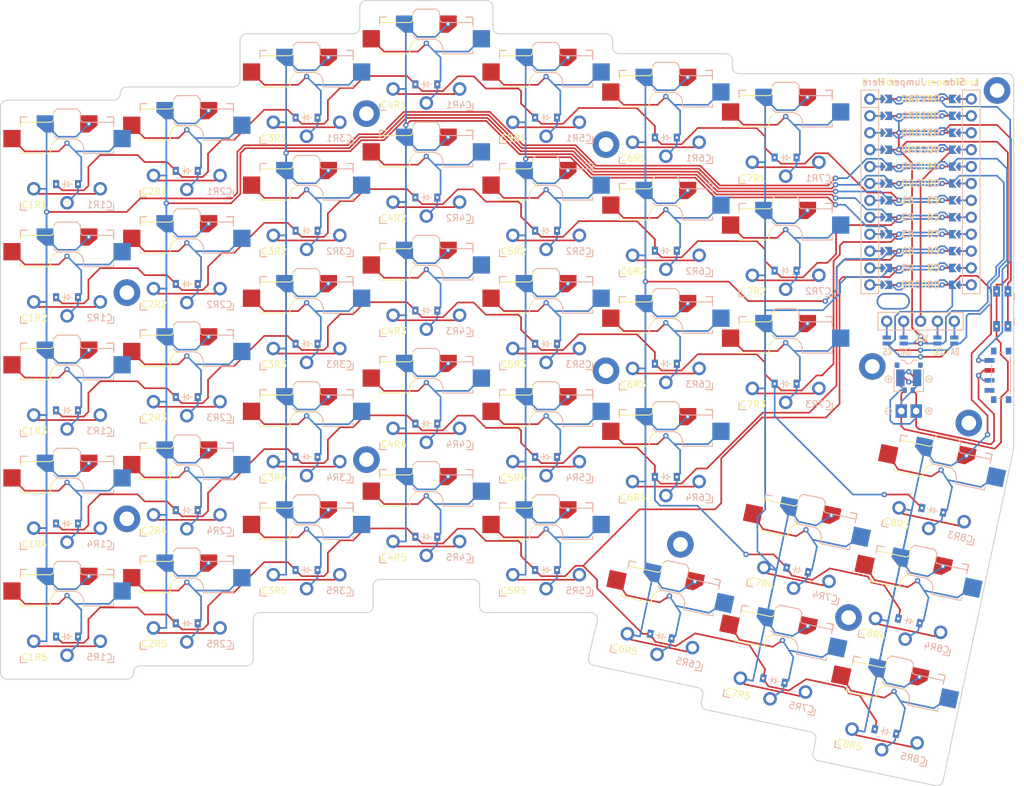
<source format=kicad_pcb>
(kicad_pcb (version 20171130) (host pcbnew 5.1.6)
  (title_block (title pcb) (rev v1.0.0) (company Unknown))
  (layers (0 F.Cu signal) (31 B.Cu signal) (34 B.Paste user) (35 F.Paste user) (36 B.SilkS user) (37 F.SilkS user) (38 B.Mask user) (39 F.Mask user) (44 Edge.Cuts user))
  (net 0 "")
  (net 1 "C1")
  (net 2 "outer_bottom")
  (net 3 "outer_low")
  (net 4 "outer_home")
  (net 5 "outer_top")
  (net 6 "outer_num")
  (net 7 "C2")
  (net 8 "pinky_bottom")
  (net 9 "pinky_low")
  (net 10 "pinky_home")
  (net 11 "pinky_top")
  (net 12 "pinky_num")
  (net 13 "C3")
  (net 14 "ring_bottom")
  (net 15 "ring_low")
  (net 16 "ring_home")
  (net 17 "ring_top")
  (net 18 "ring_num")
  (net 19 "C4")
  (net 20 "middle_bottom")
  (net 21 "middle_low")
  (net 22 "middle_home")
  (net 23 "middle_top")
  (net 24 "middle_num")
  (net 25 "C5")
  (net 26 "index_bottom")
  (net 27 "index_low")
  (net 28 "index_home")
  (net 29 "index_top")
  (net 30 "index_num")
  (net 31 "C6")
  (net 32 "inner_low")
  (net 33 "inner_home")
  (net 34 "inner_top")
  (net 35 "inner_num")
  (net 36 "C7")
  (net 37 "superinner_home")
  (net 38 "superinner_top")
  (net 39 "superinner_num")
  (net 40 "near_bottom")
  (net 41 "mid_bottom")
  (net 42 "mid_top")
  (net 43 "C8")
  (net 44 "far_bottom")
  (net 45 "far_top")
  (net 46 "far_over")
  (net 47 "R5")
  (net 48 "R4")
  (net 49 "R3")
  (net 50 "R2")
  (net 51 "R1")
  (net 52 "RAW")
  (net 53 "GND")
  (net 54 "RST")
  (net 55 "VCC")
  (net 56 "TPC")
  (net 57 "TPD")
  (net 58 "DPD")
  (net 59 "DPC")
  (net 60 "DPE")
  (net 61 "MCU1_24")
  (net 62 "MCU1_1")
  (net 63 "MCU1_23")
  (net 64 "MCU1_2")
  (net 65 "MCU1_22")
  (net 66 "MCU1_3")
  (net 67 "MCU1_21")
  (net 68 "MCU1_4")
  (net 69 "MCU1_20")
  (net 70 "MCU1_5")
  (net 71 "MCU1_19")
  (net 72 "MCU1_6")
  (net 73 "MCU1_18")
  (net 74 "MCU1_7")
  (net 75 "MCU1_17")
  (net 76 "MCU1_8")
  (net 77 "MCU1_16")
  (net 78 "MCU1_9")
  (net 79 "MCU1_15")
  (net 80 "MCU1_10")
  (net 81 "MCU1_14")
  (net 82 "MCU1_11")
  (net 83 "MCU1_13")
  (net 84 "MCU1_12")
  (net 85 "DISP1_1")
  (net 86 "DISP1_2")
  (net 87 "DISP1_4")
  (net 88 "DISP1_5")
  (net 89 "BAT_P")
  (net 90 "PAD_3")
  (net 91 "PAD_4")
  (net 92 "PAD_5")
  (module PG1350 (layer F.Cu) (at 100 200 0)
    (fp_text reference "S1" hide)
    (pad "" np_thru_hole circle (at 0 0) (size 3.429 3.429) (drill 3.429) (layers *.Cu *.Mask))
    (pad "" np_thru_hole circle (at 5.5 0) (size 1.7018 1.7018) (drill 1.7018) (layers *.Cu *.Mask))
    (pad "" np_thru_hole circle (at -5.5 0) (size 1.7018 1.7018) (drill 1.7018) (layers *.Cu *.Mask))
    (pad "" np_thru_hole circle (at 0 -5.95) (size 3 3) (drill 3) (layers *.Cu *.Mask))
    (pad 1 smd custom (at -3.275 -5.95 0) (size 1 1) (layers B.Cu B.Paste B.Mask) (options (clearance outline) (anchor rect)) (primitives (gr_poly (pts (xy -1.3 -1.3) (xy -1.3 0.25) (xy -0.05 1.3) (xy 1.3 1.3) (xy 1.3 -1.3)) (width 0))) (net 1 "C1"))
    (pad 2 smd rect (at 8.275 -3.75 0) (size 2.6 2.6) (layers B.Cu B.Paste B.Mask) (net 2 "outer_bottom"))
    (pad "" np_thru_hole circle (at 5 -3.75 195) (size 3 3) (drill 3) (layers *.Cu *.Mask))
    (pad 1 connect custom (at 3.275 -5.95 0) (size 0.5 0.5) (layers F.Cu F.Paste F.Mask) (options (clearance outline) (anchor rect)) (primitives (gr_poly (pts (xy -1.3 -1.3) (xy -1.3 1.3) (xy 0.05 1.3) (xy 1.3 0.25) (xy 1.3 -1.3)) (width 0))) (net 1 "C1"))
    (pad 2 smd rect (at -8.275 -3.75 0) (size 2.6 2.6) (layers F.Cu F.Paste F.Mask) (net 2 "outer_bottom"))
    (pad "" np_thru_hole circle (at -5 -3.75 195) (size 3 3) (drill 3) (layers *.Cu *.Mask))
    (pad 2 thru_hole circle (at 0 5.9 195) (size 2.032 2.032) (drill 1.27) (layers *.Cu *.Mask) (net 2 "outer_bottom"))
    (pad 1 thru_hole circle (at -5 3.8 195) (size 2.032 2.032) (drill 1.27) (layers *.Cu *.Mask) (net 1 "C1"))
    (pad 1 thru_hole circle (at 5 3.8 195) (size 2.032 2.032) (drill 1.27) (layers *.Cu *.Mask) (net 1 "C1"))
  )
  (module PG1350 (layer F.Cu) (at 100 183 0)
    (fp_text reference "S2" hide)
    (pad "" np_thru_hole circle (at 0 0) (size 3.429 3.429) (drill 3.429) (layers *.Cu *.Mask))
    (pad "" np_thru_hole circle (at 5.5 0) (size 1.7018 1.7018) (drill 1.7018) (layers *.Cu *.Mask))
    (pad "" np_thru_hole circle (at -5.5 0) (size 1.7018 1.7018) (drill 1.7018) (layers *.Cu *.Mask))
    (pad "" np_thru_hole circle (at 0 -5.95) (size 3 3) (drill 3) (layers *.Cu *.Mask))
    (pad 1 smd custom (at -3.275 -5.95 0) (size 1 1) (layers B.Cu B.Paste B.Mask) (options (clearance outline) (anchor rect)) (primitives (gr_poly (pts (xy -1.3 -1.3) (xy -1.3 0.25) (xy -0.05 1.3) (xy 1.3 1.3) (xy 1.3 -1.3)) (width 0))) (net 1 "C1"))
    (pad 2 smd rect (at 8.275 -3.75 0) (size 2.6 2.6) (layers B.Cu B.Paste B.Mask) (net 3 "outer_low"))
    (pad "" np_thru_hole circle (at 5 -3.75 195) (size 3 3) (drill 3) (layers *.Cu *.Mask))
    (pad 1 connect custom (at 3.275 -5.95 0) (size 0.5 0.5) (layers F.Cu F.Paste F.Mask) (options (clearance outline) (anchor rect)) (primitives (gr_poly (pts (xy -1.3 -1.3) (xy -1.3 1.3) (xy 0.05 1.3) (xy 1.3 0.25) (xy 1.3 -1.3)) (width 0))) (net 1 "C1"))
    (pad 2 smd rect (at -8.275 -3.75 0) (size 2.6 2.6) (layers F.Cu F.Paste F.Mask) (net 3 "outer_low"))
    (pad "" np_thru_hole circle (at -5 -3.75 195) (size 3 3) (drill 3) (layers *.Cu *.Mask))
    (pad 2 thru_hole circle (at 0 5.9 195) (size 2.032 2.032) (drill 1.27) (layers *.Cu *.Mask) (net 3 "outer_low"))
    (pad 1 thru_hole circle (at -5 3.8 195) (size 2.032 2.032) (drill 1.27) (layers *.Cu *.Mask) (net 1 "C1"))
    (pad 1 thru_hole circle (at 5 3.8 195) (size 2.032 2.032) (drill 1.27) (layers *.Cu *.Mask) (net 1 "C1"))
  )
  (module PG1350 (layer F.Cu) (at 100 166 0)
    (fp_text reference "S3" hide)
    (pad "" np_thru_hole circle (at 0 0) (size 3.429 3.429) (drill 3.429) (layers *.Cu *.Mask))
    (pad "" np_thru_hole circle (at 5.5 0) (size 1.7018 1.7018) (drill 1.7018) (layers *.Cu *.Mask))
    (pad "" np_thru_hole circle (at -5.5 0) (size 1.7018 1.7018) (drill 1.7018) (layers *.Cu *.Mask))
    (pad "" np_thru_hole circle (at 0 -5.95) (size 3 3) (drill 3) (layers *.Cu *.Mask))
    (pad 1 smd custom (at -3.275 -5.95 0) (size 1 1) (layers B.Cu B.Paste B.Mask) (options (clearance outline) (anchor rect)) (primitives (gr_poly (pts (xy -1.3 -1.3) (xy -1.3 0.25) (xy -0.05 1.3) (xy 1.3 1.3) (xy 1.3 -1.3)) (width 0))) (net 1 "C1"))
    (pad 2 smd rect (at 8.275 -3.75 0) (size 2.6 2.6) (layers B.Cu B.Paste B.Mask) (net 4 "outer_home"))
    (pad "" np_thru_hole circle (at 5 -3.75 195) (size 3 3) (drill 3) (layers *.Cu *.Mask))
    (pad 1 connect custom (at 3.275 -5.95 0) (size 0.5 0.5) (layers F.Cu F.Paste F.Mask) (options (clearance outline) (anchor rect)) (primitives (gr_poly (pts (xy -1.3 -1.3) (xy -1.3 1.3) (xy 0.05 1.3) (xy 1.3 0.25) (xy 1.3 -1.3)) (width 0))) (net 1 "C1"))
    (pad 2 smd rect (at -8.275 -3.75 0) (size 2.6 2.6) (layers F.Cu F.Paste F.Mask) (net 4 "outer_home"))
    (pad "" np_thru_hole circle (at -5 -3.75 195) (size 3 3) (drill 3) (layers *.Cu *.Mask))
    (pad 2 thru_hole circle (at 0 5.9 195) (size 2.032 2.032) (drill 1.27) (layers *.Cu *.Mask) (net 4 "outer_home"))
    (pad 1 thru_hole circle (at -5 3.8 195) (size 2.032 2.032) (drill 1.27) (layers *.Cu *.Mask) (net 1 "C1"))
    (pad 1 thru_hole circle (at 5 3.8 195) (size 2.032 2.032) (drill 1.27) (layers *.Cu *.Mask) (net 1 "C1"))
  )
  (module PG1350 (layer F.Cu) (at 100 149 0)
    (fp_text reference "S4" hide)
    (pad "" np_thru_hole circle (at 0 0) (size 3.429 3.429) (drill 3.429) (layers *.Cu *.Mask))
    (pad "" np_thru_hole circle (at 5.5 0) (size 1.7018 1.7018) (drill 1.7018) (layers *.Cu *.Mask))
    (pad "" np_thru_hole circle (at -5.5 0) (size 1.7018 1.7018) (drill 1.7018) (layers *.Cu *.Mask))
    (pad "" np_thru_hole circle (at 0 -5.95) (size 3 3) (drill 3) (layers *.Cu *.Mask))
    (pad 1 smd custom (at -3.275 -5.95 0) (size 1 1) (layers B.Cu B.Paste B.Mask) (options (clearance outline) (anchor rect)) (primitives (gr_poly (pts (xy -1.3 -1.3) (xy -1.3 0.25) (xy -0.05 1.3) (xy 1.3 1.3) (xy 1.3 -1.3)) (width 0))) (net 1 "C1"))
    (pad 2 smd rect (at 8.275 -3.75 0) (size 2.6 2.6) (layers B.Cu B.Paste B.Mask) (net 5 "outer_top"))
    (pad "" np_thru_hole circle (at 5 -3.75 195) (size 3 3) (drill 3) (layers *.Cu *.Mask))
    (pad 1 connect custom (at 3.275 -5.95 0) (size 0.5 0.5) (layers F.Cu F.Paste F.Mask) (options (clearance outline) (anchor rect)) (primitives (gr_poly (pts (xy -1.3 -1.3) (xy -1.3 1.3) (xy 0.05 1.3) (xy 1.3 0.25) (xy 1.3 -1.3)) (width 0))) (net 1 "C1"))
    (pad 2 smd rect (at -8.275 -3.75 0) (size 2.6 2.6) (layers F.Cu F.Paste F.Mask) (net 5 "outer_top"))
    (pad "" np_thru_hole circle (at -5 -3.75 195) (size 3 3) (drill 3) (layers *.Cu *.Mask))
    (pad 2 thru_hole circle (at 0 5.9 195) (size 2.032 2.032) (drill 1.27) (layers *.Cu *.Mask) (net 5 "outer_top"))
    (pad 1 thru_hole circle (at -5 3.8 195) (size 2.032 2.032) (drill 1.27) (layers *.Cu *.Mask) (net 1 "C1"))
    (pad 1 thru_hole circle (at 5 3.8 195) (size 2.032 2.032) (drill 1.27) (layers *.Cu *.Mask) (net 1 "C1"))
  )
  (module PG1350 (layer F.Cu) (at 100 132 0)
    (fp_text reference "S5" hide)
    (pad "" np_thru_hole circle (at 0 0) (size 3.429 3.429) (drill 3.429) (layers *.Cu *.Mask))
    (pad "" np_thru_hole circle (at 5.5 0) (size 1.7018 1.7018) (drill 1.7018) (layers *.Cu *.Mask))
    (pad "" np_thru_hole circle (at -5.5 0) (size 1.7018 1.7018) (drill 1.7018) (layers *.Cu *.Mask))
    (pad "" np_thru_hole circle (at 0 -5.95) (size 3 3) (drill 3) (layers *.Cu *.Mask))
    (pad 1 smd custom (at -3.275 -5.95 0) (size 1 1) (layers B.Cu B.Paste B.Mask) (options (clearance outline) (anchor rect)) (primitives (gr_poly (pts (xy -1.3 -1.3) (xy -1.3 0.25) (xy -0.05 1.3) (xy 1.3 1.3) (xy 1.3 -1.3)) (width 0))) (net 1 "C1"))
    (pad 2 smd rect (at 8.275 -3.75 0) (size 2.6 2.6) (layers B.Cu B.Paste B.Mask) (net 6 "outer_num"))
    (pad "" np_thru_hole circle (at 5 -3.75 195) (size 3 3) (drill 3) (layers *.Cu *.Mask))
    (pad 1 connect custom (at 3.275 -5.95 0) (size 0.5 0.5) (layers F.Cu F.Paste F.Mask) (options (clearance outline) (anchor rect)) (primitives (gr_poly (pts (xy -1.3 -1.3) (xy -1.3 1.3) (xy 0.05 1.3) (xy 1.3 0.25) (xy 1.3 -1.3)) (width 0))) (net 1 "C1"))
    (pad 2 smd rect (at -8.275 -3.75 0) (size 2.6 2.6) (layers F.Cu F.Paste F.Mask) (net 6 "outer_num"))
    (pad "" np_thru_hole circle (at -5 -3.75 195) (size 3 3) (drill 3) (layers *.Cu *.Mask))
    (pad 2 thru_hole circle (at 0 5.9 195) (size 2.032 2.032) (drill 1.27) (layers *.Cu *.Mask) (net 6 "outer_num"))
    (pad 1 thru_hole circle (at -5 3.8 195) (size 2.032 2.032) (drill 1.27) (layers *.Cu *.Mask) (net 1 "C1"))
    (pad 1 thru_hole circle (at 5 3.8 195) (size 2.032 2.032) (drill 1.27) (layers *.Cu *.Mask) (net 1 "C1"))
  )
  (module PG1350 (layer F.Cu) (at 118 198 0)
    (fp_text reference "S6" hide)
    (pad "" np_thru_hole circle (at 0 0) (size 3.429 3.429) (drill 3.429) (layers *.Cu *.Mask))
    (pad "" np_thru_hole circle (at 5.5 0) (size 1.7018 1.7018) (drill 1.7018) (layers *.Cu *.Mask))
    (pad "" np_thru_hole circle (at -5.5 0) (size 1.7018 1.7018) (drill 1.7018) (layers *.Cu *.Mask))
    (pad "" np_thru_hole circle (at 0 -5.95) (size 3 3) (drill 3) (layers *.Cu *.Mask))
    (pad 1 smd custom (at -3.275 -5.95 0) (size 1 1) (layers B.Cu B.Paste B.Mask) (options (clearance outline) (anchor rect)) (primitives (gr_poly (pts (xy -1.3 -1.3) (xy -1.3 0.25) (xy -0.05 1.3) (xy 1.3 1.3) (xy 1.3 -1.3)) (width 0))) (net 7 "C2"))
    (pad 2 smd rect (at 8.275 -3.75 0) (size 2.6 2.6) (layers B.Cu B.Paste B.Mask) (net 8 "pinky_bottom"))
    (pad "" np_thru_hole circle (at 5 -3.75 195) (size 3 3) (drill 3) (layers *.Cu *.Mask))
    (pad 1 connect custom (at 3.275 -5.95 0) (size 0.5 0.5) (layers F.Cu F.Paste F.Mask) (options (clearance outline) (anchor rect)) (primitives (gr_poly (pts (xy -1.3 -1.3) (xy -1.3 1.3) (xy 0.05 1.3) (xy 1.3 0.25) (xy 1.3 -1.3)) (width 0))) (net 7 "C2"))
    (pad 2 smd rect (at -8.275 -3.75 0) (size 2.6 2.6) (layers F.Cu F.Paste F.Mask) (net 8 "pinky_bottom"))
    (pad "" np_thru_hole circle (at -5 -3.75 195) (size 3 3) (drill 3) (layers *.Cu *.Mask))
    (pad 2 thru_hole circle (at 0 5.9 195) (size 2.032 2.032) (drill 1.27) (layers *.Cu *.Mask) (net 8 "pinky_bottom"))
    (pad 1 thru_hole circle (at -5 3.8 195) (size 2.032 2.032) (drill 1.27) (layers *.Cu *.Mask) (net 7 "C2"))
    (pad 1 thru_hole circle (at 5 3.8 195) (size 2.032 2.032) (drill 1.27) (layers *.Cu *.Mask) (net 7 "C2"))
  )
  (module PG1350 (layer F.Cu) (at 118 181 0)
    (fp_text reference "S7" hide)
    (pad "" np_thru_hole circle (at 0 0) (size 3.429 3.429) (drill 3.429) (layers *.Cu *.Mask))
    (pad "" np_thru_hole circle (at 5.5 0) (size 1.7018 1.7018) (drill 1.7018) (layers *.Cu *.Mask))
    (pad "" np_thru_hole circle (at -5.5 0) (size 1.7018 1.7018) (drill 1.7018) (layers *.Cu *.Mask))
    (pad "" np_thru_hole circle (at 0 -5.95) (size 3 3) (drill 3) (layers *.Cu *.Mask))
    (pad 1 smd custom (at -3.275 -5.95 0) (size 1 1) (layers B.Cu B.Paste B.Mask) (options (clearance outline) (anchor rect)) (primitives (gr_poly (pts (xy -1.3 -1.3) (xy -1.3 0.25) (xy -0.05 1.3) (xy 1.3 1.3) (xy 1.3 -1.3)) (width 0))) (net 7 "C2"))
    (pad 2 smd rect (at 8.275 -3.75 0) (size 2.6 2.6) (layers B.Cu B.Paste B.Mask) (net 9 "pinky_low"))
    (pad "" np_thru_hole circle (at 5 -3.75 195) (size 3 3) (drill 3) (layers *.Cu *.Mask))
    (pad 1 connect custom (at 3.275 -5.95 0) (size 0.5 0.5) (layers F.Cu F.Paste F.Mask) (options (clearance outline) (anchor rect)) (primitives (gr_poly (pts (xy -1.3 -1.3) (xy -1.3 1.3) (xy 0.05 1.3) (xy 1.3 0.25) (xy 1.3 -1.3)) (width 0))) (net 7 "C2"))
    (pad 2 smd rect (at -8.275 -3.75 0) (size 2.6 2.6) (layers F.Cu F.Paste F.Mask) (net 9 "pinky_low"))
    (pad "" np_thru_hole circle (at -5 -3.75 195) (size 3 3) (drill 3) (layers *.Cu *.Mask))
    (pad 2 thru_hole circle (at 0 5.9 195) (size 2.032 2.032) (drill 1.27) (layers *.Cu *.Mask) (net 9 "pinky_low"))
    (pad 1 thru_hole circle (at -5 3.8 195) (size 2.032 2.032) (drill 1.27) (layers *.Cu *.Mask) (net 7 "C2"))
    (pad 1 thru_hole circle (at 5 3.8 195) (size 2.032 2.032) (drill 1.27) (layers *.Cu *.Mask) (net 7 "C2"))
  )
  (module PG1350 (layer F.Cu) (at 118 164 0)
    (fp_text reference "S8" hide)
    (pad "" np_thru_hole circle (at 0 0) (size 3.429 3.429) (drill 3.429) (layers *.Cu *.Mask))
    (pad "" np_thru_hole circle (at 5.5 0) (size 1.7018 1.7018) (drill 1.7018) (layers *.Cu *.Mask))
    (pad "" np_thru_hole circle (at -5.5 0) (size 1.7018 1.7018) (drill 1.7018) (layers *.Cu *.Mask))
    (pad "" np_thru_hole circle (at 0 -5.95) (size 3 3) (drill 3) (layers *.Cu *.Mask))
    (pad 1 smd custom (at -3.275 -5.95 0) (size 1 1) (layers B.Cu B.Paste B.Mask) (options (clearance outline) (anchor rect)) (primitives (gr_poly (pts (xy -1.3 -1.3) (xy -1.3 0.25) (xy -0.05 1.3) (xy 1.3 1.3) (xy 1.3 -1.3)) (width 0))) (net 7 "C2"))
    (pad 2 smd rect (at 8.275 -3.75 0) (size 2.6 2.6) (layers B.Cu B.Paste B.Mask) (net 10 "pinky_home"))
    (pad "" np_thru_hole circle (at 5 -3.75 195) (size 3 3) (drill 3) (layers *.Cu *.Mask))
    (pad 1 connect custom (at 3.275 -5.95 0) (size 0.5 0.5) (layers F.Cu F.Paste F.Mask) (options (clearance outline) (anchor rect)) (primitives (gr_poly (pts (xy -1.3 -1.3) (xy -1.3 1.3) (xy 0.05 1.3) (xy 1.3 0.25) (xy 1.3 -1.3)) (width 0))) (net 7 "C2"))
    (pad 2 smd rect (at -8.275 -3.75 0) (size 2.6 2.6) (layers F.Cu F.Paste F.Mask) (net 10 "pinky_home"))
    (pad "" np_thru_hole circle (at -5 -3.75 195) (size 3 3) (drill 3) (layers *.Cu *.Mask))
    (pad 2 thru_hole circle (at 0 5.9 195) (size 2.032 2.032) (drill 1.27) (layers *.Cu *.Mask) (net 10 "pinky_home"))
    (pad 1 thru_hole circle (at -5 3.8 195) (size 2.032 2.032) (drill 1.27) (layers *.Cu *.Mask) (net 7 "C2"))
    (pad 1 thru_hole circle (at 5 3.8 195) (size 2.032 2.032) (drill 1.27) (layers *.Cu *.Mask) (net 7 "C2"))
  )
  (module PG1350 (layer F.Cu) (at 118 147 0)
    (fp_text reference "S9" hide)
    (pad "" np_thru_hole circle (at 0 0) (size 3.429 3.429) (drill 3.429) (layers *.Cu *.Mask))
    (pad "" np_thru_hole circle (at 5.5 0) (size 1.7018 1.7018) (drill 1.7018) (layers *.Cu *.Mask))
    (pad "" np_thru_hole circle (at -5.5 0) (size 1.7018 1.7018) (drill 1.7018) (layers *.Cu *.Mask))
    (pad "" np_thru_hole circle (at 0 -5.95) (size 3 3) (drill 3) (layers *.Cu *.Mask))
    (pad 1 smd custom (at -3.275 -5.95 0) (size 1 1) (layers B.Cu B.Paste B.Mask) (options (clearance outline) (anchor rect)) (primitives (gr_poly (pts (xy -1.3 -1.3) (xy -1.3 0.25) (xy -0.05 1.3) (xy 1.3 1.3) (xy 1.3 -1.3)) (width 0))) (net 7 "C2"))
    (pad 2 smd rect (at 8.275 -3.75 0) (size 2.6 2.6) (layers B.Cu B.Paste B.Mask) (net 11 "pinky_top"))
    (pad "" np_thru_hole circle (at 5 -3.75 195) (size 3 3) (drill 3) (layers *.Cu *.Mask))
    (pad 1 connect custom (at 3.275 -5.95 0) (size 0.5 0.5) (layers F.Cu F.Paste F.Mask) (options (clearance outline) (anchor rect)) (primitives (gr_poly (pts (xy -1.3 -1.3) (xy -1.3 1.3) (xy 0.05 1.3) (xy 1.3 0.25) (xy 1.3 -1.3)) (width 0))) (net 7 "C2"))
    (pad 2 smd rect (at -8.275 -3.75 0) (size 2.6 2.6) (layers F.Cu F.Paste F.Mask) (net 11 "pinky_top"))
    (pad "" np_thru_hole circle (at -5 -3.75 195) (size 3 3) (drill 3) (layers *.Cu *.Mask))
    (pad 2 thru_hole circle (at 0 5.9 195) (size 2.032 2.032) (drill 1.27) (layers *.Cu *.Mask) (net 11 "pinky_top"))
    (pad 1 thru_hole circle (at -5 3.8 195) (size 2.032 2.032) (drill 1.27) (layers *.Cu *.Mask) (net 7 "C2"))
    (pad 1 thru_hole circle (at 5 3.8 195) (size 2.032 2.032) (drill 1.27) (layers *.Cu *.Mask) (net 7 "C2"))
  )
  (module PG1350 (layer F.Cu) (at 118 130 0)
    (fp_text reference "S10" hide)
    (pad "" np_thru_hole circle (at 0 0) (size 3.429 3.429) (drill 3.429) (layers *.Cu *.Mask))
    (pad "" np_thru_hole circle (at 5.5 0) (size 1.7018 1.7018) (drill 1.7018) (layers *.Cu *.Mask))
    (pad "" np_thru_hole circle (at -5.5 0) (size 1.7018 1.7018) (drill 1.7018) (layers *.Cu *.Mask))
    (pad "" np_thru_hole circle (at 0 -5.95) (size 3 3) (drill 3) (layers *.Cu *.Mask))
    (pad 1 smd custom (at -3.275 -5.95 0) (size 1 1) (layers B.Cu B.Paste B.Mask) (options (clearance outline) (anchor rect)) (primitives (gr_poly (pts (xy -1.3 -1.3) (xy -1.3 0.25) (xy -0.05 1.3) (xy 1.3 1.3) (xy 1.3 -1.3)) (width 0))) (net 7 "C2"))
    (pad 2 smd rect (at 8.275 -3.75 0) (size 2.6 2.6) (layers B.Cu B.Paste B.Mask) (net 12 "pinky_num"))
    (pad "" np_thru_hole circle (at 5 -3.75 195) (size 3 3) (drill 3) (layers *.Cu *.Mask))
    (pad 1 connect custom (at 3.275 -5.95 0) (size 0.5 0.5) (layers F.Cu F.Paste F.Mask) (options (clearance outline) (anchor rect)) (primitives (gr_poly (pts (xy -1.3 -1.3) (xy -1.3 1.3) (xy 0.05 1.3) (xy 1.3 0.25) (xy 1.3 -1.3)) (width 0))) (net 7 "C2"))
    (pad 2 smd rect (at -8.275 -3.75 0) (size 2.6 2.6) (layers F.Cu F.Paste F.Mask) (net 12 "pinky_num"))
    (pad "" np_thru_hole circle (at -5 -3.75 195) (size 3 3) (drill 3) (layers *.Cu *.Mask))
    (pad 2 thru_hole circle (at 0 5.9 195) (size 2.032 2.032) (drill 1.27) (layers *.Cu *.Mask) (net 12 "pinky_num"))
    (pad 1 thru_hole circle (at -5 3.8 195) (size 2.032 2.032) (drill 1.27) (layers *.Cu *.Mask) (net 7 "C2"))
    (pad 1 thru_hole circle (at 5 3.8 195) (size 2.032 2.032) (drill 1.27) (layers *.Cu *.Mask) (net 7 "C2"))
  )
  (module PG1350 (layer F.Cu) (at 136 190 0)
    (fp_text reference "S11" hide)
    (pad "" np_thru_hole circle (at 0 0) (size 3.429 3.429) (drill 3.429) (layers *.Cu *.Mask))
    (pad "" np_thru_hole circle (at 5.5 0) (size 1.7018 1.7018) (drill 1.7018) (layers *.Cu *.Mask))
    (pad "" np_thru_hole circle (at -5.5 0) (size 1.7018 1.7018) (drill 1.7018) (layers *.Cu *.Mask))
    (pad "" np_thru_hole circle (at 0 -5.95) (size 3 3) (drill 3) (layers *.Cu *.Mask))
    (pad 1 smd custom (at -3.275 -5.95 0) (size 1 1) (layers B.Cu B.Paste B.Mask) (options (clearance outline) (anchor rect)) (primitives (gr_poly (pts (xy -1.3 -1.3) (xy -1.3 0.25) (xy -0.05 1.3) (xy 1.3 1.3) (xy 1.3 -1.3)) (width 0))) (net 13 "C3"))
    (pad 2 smd rect (at 8.275 -3.75 0) (size 2.6 2.6) (layers B.Cu B.Paste B.Mask) (net 14 "ring_bottom"))
    (pad "" np_thru_hole circle (at 5 -3.75 195) (size 3 3) (drill 3) (layers *.Cu *.Mask))
    (pad 1 connect custom (at 3.275 -5.95 0) (size 0.5 0.5) (layers F.Cu F.Paste F.Mask) (options (clearance outline) (anchor rect)) (primitives (gr_poly (pts (xy -1.3 -1.3) (xy -1.3 1.3) (xy 0.05 1.3) (xy 1.3 0.25) (xy 1.3 -1.3)) (width 0))) (net 13 "C3"))
    (pad 2 smd rect (at -8.275 -3.75 0) (size 2.6 2.6) (layers F.Cu F.Paste F.Mask) (net 14 "ring_bottom"))
    (pad "" np_thru_hole circle (at -5 -3.75 195) (size 3 3) (drill 3) (layers *.Cu *.Mask))
    (pad 2 thru_hole circle (at 0 5.9 195) (size 2.032 2.032) (drill 1.27) (layers *.Cu *.Mask) (net 14 "ring_bottom"))
    (pad 1 thru_hole circle (at -5 3.8 195) (size 2.032 2.032) (drill 1.27) (layers *.Cu *.Mask) (net 13 "C3"))
    (pad 1 thru_hole circle (at 5 3.8 195) (size 2.032 2.032) (drill 1.27) (layers *.Cu *.Mask) (net 13 "C3"))
  )
  (module PG1350 (layer F.Cu) (at 136 173 0)
    (fp_text reference "S12" hide)
    (pad "" np_thru_hole circle (at 0 0) (size 3.429 3.429) (drill 3.429) (layers *.Cu *.Mask))
    (pad "" np_thru_hole circle (at 5.5 0) (size 1.7018 1.7018) (drill 1.7018) (layers *.Cu *.Mask))
    (pad "" np_thru_hole circle (at -5.5 0) (size 1.7018 1.7018) (drill 1.7018) (layers *.Cu *.Mask))
    (pad "" np_thru_hole circle (at 0 -5.95) (size 3 3) (drill 3) (layers *.Cu *.Mask))
    (pad 1 smd custom (at -3.275 -5.95 0) (size 1 1) (layers B.Cu B.Paste B.Mask) (options (clearance outline) (anchor rect)) (primitives (gr_poly (pts (xy -1.3 -1.3) (xy -1.3 0.25) (xy -0.05 1.3) (xy 1.3 1.3) (xy 1.3 -1.3)) (width 0))) (net 13 "C3"))
    (pad 2 smd rect (at 8.275 -3.75 0) (size 2.6 2.6) (layers B.Cu B.Paste B.Mask) (net 15 "ring_low"))
    (pad "" np_thru_hole circle (at 5 -3.75 195) (size 3 3) (drill 3) (layers *.Cu *.Mask))
    (pad 1 connect custom (at 3.275 -5.95 0) (size 0.5 0.5) (layers F.Cu F.Paste F.Mask) (options (clearance outline) (anchor rect)) (primitives (gr_poly (pts (xy -1.3 -1.3) (xy -1.3 1.3) (xy 0.05 1.3) (xy 1.3 0.25) (xy 1.3 -1.3)) (width 0))) (net 13 "C3"))
    (pad 2 smd rect (at -8.275 -3.75 0) (size 2.6 2.6) (layers F.Cu F.Paste F.Mask) (net 15 "ring_low"))
    (pad "" np_thru_hole circle (at -5 -3.75 195) (size 3 3) (drill 3) (layers *.Cu *.Mask))
    (pad 2 thru_hole circle (at 0 5.9 195) (size 2.032 2.032) (drill 1.27) (layers *.Cu *.Mask) (net 15 "ring_low"))
    (pad 1 thru_hole circle (at -5 3.8 195) (size 2.032 2.032) (drill 1.27) (layers *.Cu *.Mask) (net 13 "C3"))
    (pad 1 thru_hole circle (at 5 3.8 195) (size 2.032 2.032) (drill 1.27) (layers *.Cu *.Mask) (net 13 "C3"))
  )
  (module PG1350 (layer F.Cu) (at 136 156 0)
    (fp_text reference "S13" hide)
    (pad "" np_thru_hole circle (at 0 0) (size 3.429 3.429) (drill 3.429) (layers *.Cu *.Mask))
    (pad "" np_thru_hole circle (at 5.5 0) (size 1.7018 1.7018) (drill 1.7018) (layers *.Cu *.Mask))
    (pad "" np_thru_hole circle (at -5.5 0) (size 1.7018 1.7018) (drill 1.7018) (layers *.Cu *.Mask))
    (pad "" np_thru_hole circle (at 0 -5.95) (size 3 3) (drill 3) (layers *.Cu *.Mask))
    (pad 1 smd custom (at -3.275 -5.95 0) (size 1 1) (layers B.Cu B.Paste B.Mask) (options (clearance outline) (anchor rect)) (primitives (gr_poly (pts (xy -1.3 -1.3) (xy -1.3 0.25) (xy -0.05 1.3) (xy 1.3 1.3) (xy 1.3 -1.3)) (width 0))) (net 13 "C3"))
    (pad 2 smd rect (at 8.275 -3.75 0) (size 2.6 2.6) (layers B.Cu B.Paste B.Mask) (net 16 "ring_home"))
    (pad "" np_thru_hole circle (at 5 -3.75 195) (size 3 3) (drill 3) (layers *.Cu *.Mask))
    (pad 1 connect custom (at 3.275 -5.95 0) (size 0.5 0.5) (layers F.Cu F.Paste F.Mask) (options (clearance outline) (anchor rect)) (primitives (gr_poly (pts (xy -1.3 -1.3) (xy -1.3 1.3) (xy 0.05 1.3) (xy 1.3 0.25) (xy 1.3 -1.3)) (width 0))) (net 13 "C3"))
    (pad 2 smd rect (at -8.275 -3.75 0) (size 2.6 2.6) (layers F.Cu F.Paste F.Mask) (net 16 "ring_home"))
    (pad "" np_thru_hole circle (at -5 -3.75 195) (size 3 3) (drill 3) (layers *.Cu *.Mask))
    (pad 2 thru_hole circle (at 0 5.9 195) (size 2.032 2.032) (drill 1.27) (layers *.Cu *.Mask) (net 16 "ring_home"))
    (pad 1 thru_hole circle (at -5 3.8 195) (size 2.032 2.032) (drill 1.27) (layers *.Cu *.Mask) (net 13 "C3"))
    (pad 1 thru_hole circle (at 5 3.8 195) (size 2.032 2.032) (drill 1.27) (layers *.Cu *.Mask) (net 13 "C3"))
  )
  (module PG1350 (layer F.Cu) (at 136 139 0)
    (fp_text reference "S14" hide)
    (pad "" np_thru_hole circle (at 0 0) (size 3.429 3.429) (drill 3.429) (layers *.Cu *.Mask))
    (pad "" np_thru_hole circle (at 5.5 0) (size 1.7018 1.7018) (drill 1.7018) (layers *.Cu *.Mask))
    (pad "" np_thru_hole circle (at -5.5 0) (size 1.7018 1.7018) (drill 1.7018) (layers *.Cu *.Mask))
    (pad "" np_thru_hole circle (at 0 -5.95) (size 3 3) (drill 3) (layers *.Cu *.Mask))
    (pad 1 smd custom (at -3.275 -5.95 0) (size 1 1) (layers B.Cu B.Paste B.Mask) (options (clearance outline) (anchor rect)) (primitives (gr_poly (pts (xy -1.3 -1.3) (xy -1.3 0.25) (xy -0.05 1.3) (xy 1.3 1.3) (xy 1.3 -1.3)) (width 0))) (net 13 "C3"))
    (pad 2 smd rect (at 8.275 -3.75 0) (size 2.6 2.6) (layers B.Cu B.Paste B.Mask) (net 17 "ring_top"))
    (pad "" np_thru_hole circle (at 5 -3.75 195) (size 3 3) (drill 3) (layers *.Cu *.Mask))
    (pad 1 connect custom (at 3.275 -5.95 0) (size 0.5 0.5) (layers F.Cu F.Paste F.Mask) (options (clearance outline) (anchor rect)) (primitives (gr_poly (pts (xy -1.3 -1.3) (xy -1.3 1.3) (xy 0.05 1.3) (xy 1.3 0.25) (xy 1.3 -1.3)) (width 0))) (net 13 "C3"))
    (pad 2 smd rect (at -8.275 -3.75 0) (size 2.6 2.6) (layers F.Cu F.Paste F.Mask) (net 17 "ring_top"))
    (pad "" np_thru_hole circle (at -5 -3.75 195) (size 3 3) (drill 3) (layers *.Cu *.Mask))
    (pad 2 thru_hole circle (at 0 5.9 195) (size 2.032 2.032) (drill 1.27) (layers *.Cu *.Mask) (net 17 "ring_top"))
    (pad 1 thru_hole circle (at -5 3.8 195) (size 2.032 2.032) (drill 1.27) (layers *.Cu *.Mask) (net 13 "C3"))
    (pad 1 thru_hole circle (at 5 3.8 195) (size 2.032 2.032) (drill 1.27) (layers *.Cu *.Mask) (net 13 "C3"))
  )
  (module PG1350 (layer F.Cu) (at 136 122 0)
    (fp_text reference "S15" hide)
    (pad "" np_thru_hole circle (at 0 0) (size 3.429 3.429) (drill 3.429) (layers *.Cu *.Mask))
    (pad "" np_thru_hole circle (at 5.5 0) (size 1.7018 1.7018) (drill 1.7018) (layers *.Cu *.Mask))
    (pad "" np_thru_hole circle (at -5.5 0) (size 1.7018 1.7018) (drill 1.7018) (layers *.Cu *.Mask))
    (pad "" np_thru_hole circle (at 0 -5.95) (size 3 3) (drill 3) (layers *.Cu *.Mask))
    (pad 1 smd custom (at -3.275 -5.95 0) (size 1 1) (layers B.Cu B.Paste B.Mask) (options (clearance outline) (anchor rect)) (primitives (gr_poly (pts (xy -1.3 -1.3) (xy -1.3 0.25) (xy -0.05 1.3) (xy 1.3 1.3) (xy 1.3 -1.3)) (width 0))) (net 13 "C3"))
    (pad 2 smd rect (at 8.275 -3.75 0) (size 2.6 2.6) (layers B.Cu B.Paste B.Mask) (net 18 "ring_num"))
    (pad "" np_thru_hole circle (at 5 -3.75 195) (size 3 3) (drill 3) (layers *.Cu *.Mask))
    (pad 1 connect custom (at 3.275 -5.95 0) (size 0.5 0.5) (layers F.Cu F.Paste F.Mask) (options (clearance outline) (anchor rect)) (primitives (gr_poly (pts (xy -1.3 -1.3) (xy -1.3 1.3) (xy 0.05 1.3) (xy 1.3 0.25) (xy 1.3 -1.3)) (width 0))) (net 13 "C3"))
    (pad 2 smd rect (at -8.275 -3.75 0) (size 2.6 2.6) (layers F.Cu F.Paste F.Mask) (net 18 "ring_num"))
    (pad "" np_thru_hole circle (at -5 -3.75 195) (size 3 3) (drill 3) (layers *.Cu *.Mask))
    (pad 2 thru_hole circle (at 0 5.9 195) (size 2.032 2.032) (drill 1.27) (layers *.Cu *.Mask) (net 18 "ring_num"))
    (pad 1 thru_hole circle (at -5 3.8 195) (size 2.032 2.032) (drill 1.27) (layers *.Cu *.Mask) (net 13 "C3"))
    (pad 1 thru_hole circle (at 5 3.8 195) (size 2.032 2.032) (drill 1.27) (layers *.Cu *.Mask) (net 13 "C3"))
  )
  (module PG1350 (layer F.Cu) (at 154 185 0)
    (fp_text reference "S16" hide)
    (pad "" np_thru_hole circle (at 0 0) (size 3.429 3.429) (drill 3.429) (layers *.Cu *.Mask))
    (pad "" np_thru_hole circle (at 5.5 0) (size 1.7018 1.7018) (drill 1.7018) (layers *.Cu *.Mask))
    (pad "" np_thru_hole circle (at -5.5 0) (size 1.7018 1.7018) (drill 1.7018) (layers *.Cu *.Mask))
    (pad "" np_thru_hole circle (at 0 -5.95) (size 3 3) (drill 3) (layers *.Cu *.Mask))
    (pad 1 smd custom (at -3.275 -5.95 0) (size 1 1) (layers B.Cu B.Paste B.Mask) (options (clearance outline) (anchor rect)) (primitives (gr_poly (pts (xy -1.3 -1.3) (xy -1.3 0.25) (xy -0.05 1.3) (xy 1.3 1.3) (xy 1.3 -1.3)) (width 0))) (net 19 "C4"))
    (pad 2 smd rect (at 8.275 -3.75 0) (size 2.6 2.6) (layers B.Cu B.Paste B.Mask) (net 20 "middle_bottom"))
    (pad "" np_thru_hole circle (at 5 -3.75 195) (size 3 3) (drill 3) (layers *.Cu *.Mask))
    (pad 1 connect custom (at 3.275 -5.95 0) (size 0.5 0.5) (layers F.Cu F.Paste F.Mask) (options (clearance outline) (anchor rect)) (primitives (gr_poly (pts (xy -1.3 -1.3) (xy -1.3 1.3) (xy 0.05 1.3) (xy 1.3 0.25) (xy 1.3 -1.3)) (width 0))) (net 19 "C4"))
    (pad 2 smd rect (at -8.275 -3.75 0) (size 2.6 2.6) (layers F.Cu F.Paste F.Mask) (net 20 "middle_bottom"))
    (pad "" np_thru_hole circle (at -5 -3.75 195) (size 3 3) (drill 3) (layers *.Cu *.Mask))
    (pad 2 thru_hole circle (at 0 5.9 195) (size 2.032 2.032) (drill 1.27) (layers *.Cu *.Mask) (net 20 "middle_bottom"))
    (pad 1 thru_hole circle (at -5 3.8 195) (size 2.032 2.032) (drill 1.27) (layers *.Cu *.Mask) (net 19 "C4"))
    (pad 1 thru_hole circle (at 5 3.8 195) (size 2.032 2.032) (drill 1.27) (layers *.Cu *.Mask) (net 19 "C4"))
  )
  (module PG1350 (layer F.Cu) (at 154 168 0)
    (fp_text reference "S17" hide)
    (pad "" np_thru_hole circle (at 0 0) (size 3.429 3.429) (drill 3.429) (layers *.Cu *.Mask))
    (pad "" np_thru_hole circle (at 5.5 0) (size 1.7018 1.7018) (drill 1.7018) (layers *.Cu *.Mask))
    (pad "" np_thru_hole circle (at -5.5 0) (size 1.7018 1.7018) (drill 1.7018) (layers *.Cu *.Mask))
    (pad "" np_thru_hole circle (at 0 -5.95) (size 3 3) (drill 3) (layers *.Cu *.Mask))
    (pad 1 smd custom (at -3.275 -5.95 0) (size 1 1) (layers B.Cu B.Paste B.Mask) (options (clearance outline) (anchor rect)) (primitives (gr_poly (pts (xy -1.3 -1.3) (xy -1.3 0.25) (xy -0.05 1.3) (xy 1.3 1.3) (xy 1.3 -1.3)) (width 0))) (net 19 "C4"))
    (pad 2 smd rect (at 8.275 -3.75 0) (size 2.6 2.6) (layers B.Cu B.Paste B.Mask) (net 21 "middle_low"))
    (pad "" np_thru_hole circle (at 5 -3.75 195) (size 3 3) (drill 3) (layers *.Cu *.Mask))
    (pad 1 connect custom (at 3.275 -5.95 0) (size 0.5 0.5) (layers F.Cu F.Paste F.Mask) (options (clearance outline) (anchor rect)) (primitives (gr_poly (pts (xy -1.3 -1.3) (xy -1.3 1.3) (xy 0.05 1.3) (xy 1.3 0.25) (xy 1.3 -1.3)) (width 0))) (net 19 "C4"))
    (pad 2 smd rect (at -8.275 -3.75 0) (size 2.6 2.6) (layers F.Cu F.Paste F.Mask) (net 21 "middle_low"))
    (pad "" np_thru_hole circle (at -5 -3.75 195) (size 3 3) (drill 3) (layers *.Cu *.Mask))
    (pad 2 thru_hole circle (at 0 5.9 195) (size 2.032 2.032) (drill 1.27) (layers *.Cu *.Mask) (net 21 "middle_low"))
    (pad 1 thru_hole circle (at -5 3.8 195) (size 2.032 2.032) (drill 1.27) (layers *.Cu *.Mask) (net 19 "C4"))
    (pad 1 thru_hole circle (at 5 3.8 195) (size 2.032 2.032) (drill 1.27) (layers *.Cu *.Mask) (net 19 "C4"))
  )
  (module PG1350 (layer F.Cu) (at 154 151 0)
    (fp_text reference "S18" hide)
    (pad "" np_thru_hole circle (at 0 0) (size 3.429 3.429) (drill 3.429) (layers *.Cu *.Mask))
    (pad "" np_thru_hole circle (at 5.5 0) (size 1.7018 1.7018) (drill 1.7018) (layers *.Cu *.Mask))
    (pad "" np_thru_hole circle (at -5.5 0) (size 1.7018 1.7018) (drill 1.7018) (layers *.Cu *.Mask))
    (pad "" np_thru_hole circle (at 0 -5.95) (size 3 3) (drill 3) (layers *.Cu *.Mask))
    (pad 1 smd custom (at -3.275 -5.95 0) (size 1 1) (layers B.Cu B.Paste B.Mask) (options (clearance outline) (anchor rect)) (primitives (gr_poly (pts (xy -1.3 -1.3) (xy -1.3 0.25) (xy -0.05 1.3) (xy 1.3 1.3) (xy 1.3 -1.3)) (width 0))) (net 19 "C4"))
    (pad 2 smd rect (at 8.275 -3.75 0) (size 2.6 2.6) (layers B.Cu B.Paste B.Mask) (net 22 "middle_home"))
    (pad "" np_thru_hole circle (at 5 -3.75 195) (size 3 3) (drill 3) (layers *.Cu *.Mask))
    (pad 1 connect custom (at 3.275 -5.95 0) (size 0.5 0.5) (layers F.Cu F.Paste F.Mask) (options (clearance outline) (anchor rect)) (primitives (gr_poly (pts (xy -1.3 -1.3) (xy -1.3 1.3) (xy 0.05 1.3) (xy 1.3 0.25) (xy 1.3 -1.3)) (width 0))) (net 19 "C4"))
    (pad 2 smd rect (at -8.275 -3.75 0) (size 2.6 2.6) (layers F.Cu F.Paste F.Mask) (net 22 "middle_home"))
    (pad "" np_thru_hole circle (at -5 -3.75 195) (size 3 3) (drill 3) (layers *.Cu *.Mask))
    (pad 2 thru_hole circle (at 0 5.9 195) (size 2.032 2.032) (drill 1.27) (layers *.Cu *.Mask) (net 22 "middle_home"))
    (pad 1 thru_hole circle (at -5 3.8 195) (size 2.032 2.032) (drill 1.27) (layers *.Cu *.Mask) (net 19 "C4"))
    (pad 1 thru_hole circle (at 5 3.8 195) (size 2.032 2.032) (drill 1.27) (layers *.Cu *.Mask) (net 19 "C4"))
  )
  (module PG1350 (layer F.Cu) (at 154 134 0)
    (fp_text reference "S19" hide)
    (pad "" np_thru_hole circle (at 0 0) (size 3.429 3.429) (drill 3.429) (layers *.Cu *.Mask))
    (pad "" np_thru_hole circle (at 5.5 0) (size 1.7018 1.7018) (drill 1.7018) (layers *.Cu *.Mask))
    (pad "" np_thru_hole circle (at -5.5 0) (size 1.7018 1.7018) (drill 1.7018) (layers *.Cu *.Mask))
    (pad "" np_thru_hole circle (at 0 -5.95) (size 3 3) (drill 3) (layers *.Cu *.Mask))
    (pad 1 smd custom (at -3.275 -5.95 0) (size 1 1) (layers B.Cu B.Paste B.Mask) (options (clearance outline) (anchor rect)) (primitives (gr_poly (pts (xy -1.3 -1.3) (xy -1.3 0.25) (xy -0.05 1.3) (xy 1.3 1.3) (xy 1.3 -1.3)) (width 0))) (net 19 "C4"))
    (pad 2 smd rect (at 8.275 -3.75 0) (size 2.6 2.6) (layers B.Cu B.Paste B.Mask) (net 23 "middle_top"))
    (pad "" np_thru_hole circle (at 5 -3.75 195) (size 3 3) (drill 3) (layers *.Cu *.Mask))
    (pad 1 connect custom (at 3.275 -5.95 0) (size 0.5 0.5) (layers F.Cu F.Paste F.Mask) (options (clearance outline) (anchor rect)) (primitives (gr_poly (pts (xy -1.3 -1.3) (xy -1.3 1.3) (xy 0.05 1.3) (xy 1.3 0.25) (xy 1.3 -1.3)) (width 0))) (net 19 "C4"))
    (pad 2 smd rect (at -8.275 -3.75 0) (size 2.6 2.6) (layers F.Cu F.Paste F.Mask) (net 23 "middle_top"))
    (pad "" np_thru_hole circle (at -5 -3.75 195) (size 3 3) (drill 3) (layers *.Cu *.Mask))
    (pad 2 thru_hole circle (at 0 5.9 195) (size 2.032 2.032) (drill 1.27) (layers *.Cu *.Mask) (net 23 "middle_top"))
    (pad 1 thru_hole circle (at -5 3.8 195) (size 2.032 2.032) (drill 1.27) (layers *.Cu *.Mask) (net 19 "C4"))
    (pad 1 thru_hole circle (at 5 3.8 195) (size 2.032 2.032) (drill 1.27) (layers *.Cu *.Mask) (net 19 "C4"))
  )
  (module PG1350 (layer F.Cu) (at 154 117 0)
    (fp_text reference "S20" hide)
    (pad "" np_thru_hole circle (at 0 0) (size 3.429 3.429) (drill 3.429) (layers *.Cu *.Mask))
    (pad "" np_thru_hole circle (at 5.5 0) (size 1.7018 1.7018) (drill 1.7018) (layers *.Cu *.Mask))
    (pad "" np_thru_hole circle (at -5.5 0) (size 1.7018 1.7018) (drill 1.7018) (layers *.Cu *.Mask))
    (pad "" np_thru_hole circle (at 0 -5.95) (size 3 3) (drill 3) (layers *.Cu *.Mask))
    (pad 1 smd custom (at -3.275 -5.95 0) (size 1 1) (layers B.Cu B.Paste B.Mask) (options (clearance outline) (anchor rect)) (primitives (gr_poly (pts (xy -1.3 -1.3) (xy -1.3 0.25) (xy -0.05 1.3) (xy 1.3 1.3) (xy 1.3 -1.3)) (width 0))) (net 19 "C4"))
    (pad 2 smd rect (at 8.275 -3.75 0) (size 2.6 2.6) (layers B.Cu B.Paste B.Mask) (net 24 "middle_num"))
    (pad "" np_thru_hole circle (at 5 -3.75 195) (size 3 3) (drill 3) (layers *.Cu *.Mask))
    (pad 1 connect custom (at 3.275 -5.95 0) (size 0.5 0.5) (layers F.Cu F.Paste F.Mask) (options (clearance outline) (anchor rect)) (primitives (gr_poly (pts (xy -1.3 -1.3) (xy -1.3 1.3) (xy 0.05 1.3) (xy 1.3 0.25) (xy 1.3 -1.3)) (width 0))) (net 19 "C4"))
    (pad 2 smd rect (at -8.275 -3.75 0) (size 2.6 2.6) (layers F.Cu F.Paste F.Mask) (net 24 "middle_num"))
    (pad "" np_thru_hole circle (at -5 -3.75 195) (size 3 3) (drill 3) (layers *.Cu *.Mask))
    (pad 2 thru_hole circle (at 0 5.9 195) (size 2.032 2.032) (drill 1.27) (layers *.Cu *.Mask) (net 24 "middle_num"))
    (pad 1 thru_hole circle (at -5 3.8 195) (size 2.032 2.032) (drill 1.27) (layers *.Cu *.Mask) (net 19 "C4"))
    (pad 1 thru_hole circle (at 5 3.8 195) (size 2.032 2.032) (drill 1.27) (layers *.Cu *.Mask) (net 19 "C4"))
  )
  (module PG1350 (layer F.Cu) (at 172 190 0)
    (fp_text reference "S21" hide)
    (pad "" np_thru_hole circle (at 0 0) (size 3.429 3.429) (drill 3.429) (layers *.Cu *.Mask))
    (pad "" np_thru_hole circle (at 5.5 0) (size 1.7018 1.7018) (drill 1.7018) (layers *.Cu *.Mask))
    (pad "" np_thru_hole circle (at -5.5 0) (size 1.7018 1.7018) (drill 1.7018) (layers *.Cu *.Mask))
    (pad "" np_thru_hole circle (at 0 -5.95) (size 3 3) (drill 3) (layers *.Cu *.Mask))
    (pad 1 smd custom (at -3.275 -5.95 0) (size 1 1) (layers B.Cu B.Paste B.Mask) (options (clearance outline) (anchor rect)) (primitives (gr_poly (pts (xy -1.3 -1.3) (xy -1.3 0.25) (xy -0.05 1.3) (xy 1.3 1.3) (xy 1.3 -1.3)) (width 0))) (net 25 "C5"))
    (pad 2 smd rect (at 8.275 -3.75 0) (size 2.6 2.6) (layers B.Cu B.Paste B.Mask) (net 26 "index_bottom"))
    (pad "" np_thru_hole circle (at 5 -3.75 195) (size 3 3) (drill 3) (layers *.Cu *.Mask))
    (pad 1 connect custom (at 3.275 -5.95 0) (size 0.5 0.5) (layers F.Cu F.Paste F.Mask) (options (clearance outline) (anchor rect)) (primitives (gr_poly (pts (xy -1.3 -1.3) (xy -1.3 1.3) (xy 0.05 1.3) (xy 1.3 0.25) (xy 1.3 -1.3)) (width 0))) (net 25 "C5"))
    (pad 2 smd rect (at -8.275 -3.75 0) (size 2.6 2.6) (layers F.Cu F.Paste F.Mask) (net 26 "index_bottom"))
    (pad "" np_thru_hole circle (at -5 -3.75 195) (size 3 3) (drill 3) (layers *.Cu *.Mask))
    (pad 2 thru_hole circle (at 0 5.9 195) (size 2.032 2.032) (drill 1.27) (layers *.Cu *.Mask) (net 26 "index_bottom"))
    (pad 1 thru_hole circle (at -5 3.8 195) (size 2.032 2.032) (drill 1.27) (layers *.Cu *.Mask) (net 25 "C5"))
    (pad 1 thru_hole circle (at 5 3.8 195) (size 2.032 2.032) (drill 1.27) (layers *.Cu *.Mask) (net 25 "C5"))
  )
  (module PG1350 (layer F.Cu) (at 172 173 0)
    (fp_text reference "S22" hide)
    (pad "" np_thru_hole circle (at 0 0) (size 3.429 3.429) (drill 3.429) (layers *.Cu *.Mask))
    (pad "" np_thru_hole circle (at 5.5 0) (size 1.7018 1.7018) (drill 1.7018) (layers *.Cu *.Mask))
    (pad "" np_thru_hole circle (at -5.5 0) (size 1.7018 1.7018) (drill 1.7018) (layers *.Cu *.Mask))
    (pad "" np_thru_hole circle (at 0 -5.95) (size 3 3) (drill 3) (layers *.Cu *.Mask))
    (pad 1 smd custom (at -3.275 -5.95 0) (size 1 1) (layers B.Cu B.Paste B.Mask) (options (clearance outline) (anchor rect)) (primitives (gr_poly (pts (xy -1.3 -1.3) (xy -1.3 0.25) (xy -0.05 1.3) (xy 1.3 1.3) (xy 1.3 -1.3)) (width 0))) (net 25 "C5"))
    (pad 2 smd rect (at 8.275 -3.75 0) (size 2.6 2.6) (layers B.Cu B.Paste B.Mask) (net 27 "index_low"))
    (pad "" np_thru_hole circle (at 5 -3.75 195) (size 3 3) (drill 3) (layers *.Cu *.Mask))
    (pad 1 connect custom (at 3.275 -5.95 0) (size 0.5 0.5) (layers F.Cu F.Paste F.Mask) (options (clearance outline) (anchor rect)) (primitives (gr_poly (pts (xy -1.3 -1.3) (xy -1.3 1.3) (xy 0.05 1.3) (xy 1.3 0.25) (xy 1.3 -1.3)) (width 0))) (net 25 "C5"))
    (pad 2 smd rect (at -8.275 -3.75 0) (size 2.6 2.6) (layers F.Cu F.Paste F.Mask) (net 27 "index_low"))
    (pad "" np_thru_hole circle (at -5 -3.75 195) (size 3 3) (drill 3) (layers *.Cu *.Mask))
    (pad 2 thru_hole circle (at 0 5.9 195) (size 2.032 2.032) (drill 1.27) (layers *.Cu *.Mask) (net 27 "index_low"))
    (pad 1 thru_hole circle (at -5 3.8 195) (size 2.032 2.032) (drill 1.27) (layers *.Cu *.Mask) (net 25 "C5"))
    (pad 1 thru_hole circle (at 5 3.8 195) (size 2.032 2.032) (drill 1.27) (layers *.Cu *.Mask) (net 25 "C5"))
  )
  (module PG1350 (layer F.Cu) (at 172 156 0)
    (fp_text reference "S23" hide)
    (pad "" np_thru_hole circle (at 0 0) (size 3.429 3.429) (drill 3.429) (layers *.Cu *.Mask))
    (pad "" np_thru_hole circle (at 5.5 0) (size 1.7018 1.7018) (drill 1.7018) (layers *.Cu *.Mask))
    (pad "" np_thru_hole circle (at -5.5 0) (size 1.7018 1.7018) (drill 1.7018) (layers *.Cu *.Mask))
    (pad "" np_thru_hole circle (at 0 -5.95) (size 3 3) (drill 3) (layers *.Cu *.Mask))
    (pad 1 smd custom (at -3.275 -5.95 0) (size 1 1) (layers B.Cu B.Paste B.Mask) (options (clearance outline) (anchor rect)) (primitives (gr_poly (pts (xy -1.3 -1.3) (xy -1.3 0.25) (xy -0.05 1.3) (xy 1.3 1.3) (xy 1.3 -1.3)) (width 0))) (net 25 "C5"))
    (pad 2 smd rect (at 8.275 -3.75 0) (size 2.6 2.6) (layers B.Cu B.Paste B.Mask) (net 28 "index_home"))
    (pad "" np_thru_hole circle (at 5 -3.75 195) (size 3 3) (drill 3) (layers *.Cu *.Mask))
    (pad 1 connect custom (at 3.275 -5.95 0) (size 0.5 0.5) (layers F.Cu F.Paste F.Mask) (options (clearance outline) (anchor rect)) (primitives (gr_poly (pts (xy -1.3 -1.3) (xy -1.3 1.3) (xy 0.05 1.3) (xy 1.3 0.25) (xy 1.3 -1.3)) (width 0))) (net 25 "C5"))
    (pad 2 smd rect (at -8.275 -3.75 0) (size 2.6 2.6) (layers F.Cu F.Paste F.Mask) (net 28 "index_home"))
    (pad "" np_thru_hole circle (at -5 -3.75 195) (size 3 3) (drill 3) (layers *.Cu *.Mask))
    (pad 2 thru_hole circle (at 0 5.9 195) (size 2.032 2.032) (drill 1.27) (layers *.Cu *.Mask) (net 28 "index_home"))
    (pad 1 thru_hole circle (at -5 3.8 195) (size 2.032 2.032) (drill 1.27) (layers *.Cu *.Mask) (net 25 "C5"))
    (pad 1 thru_hole circle (at 5 3.8 195) (size 2.032 2.032) (drill 1.27) (layers *.Cu *.Mask) (net 25 "C5"))
  )
  (module PG1350 (layer F.Cu) (at 172 139 0)
    (fp_text reference "S24" hide)
    (pad "" np_thru_hole circle (at 0 0) (size 3.429 3.429) (drill 3.429) (layers *.Cu *.Mask))
    (pad "" np_thru_hole circle (at 5.5 0) (size 1.7018 1.7018) (drill 1.7018) (layers *.Cu *.Mask))
    (pad "" np_thru_hole circle (at -5.5 0) (size 1.7018 1.7018) (drill 1.7018) (layers *.Cu *.Mask))
    (pad "" np_thru_hole circle (at 0 -5.95) (size 3 3) (drill 3) (layers *.Cu *.Mask))
    (pad 1 smd custom (at -3.275 -5.95 0) (size 1 1) (layers B.Cu B.Paste B.Mask) (options (clearance outline) (anchor rect)) (primitives (gr_poly (pts (xy -1.3 -1.3) (xy -1.3 0.25) (xy -0.05 1.3) (xy 1.3 1.3) (xy 1.3 -1.3)) (width 0))) (net 25 "C5"))
    (pad 2 smd rect (at 8.275 -3.75 0) (size 2.6 2.6) (layers B.Cu B.Paste B.Mask) (net 29 "index_top"))
    (pad "" np_thru_hole circle (at 5 -3.75 195) (size 3 3) (drill 3) (layers *.Cu *.Mask))
    (pad 1 connect custom (at 3.275 -5.95 0) (size 0.5 0.5) (layers F.Cu F.Paste F.Mask) (options (clearance outline) (anchor rect)) (primitives (gr_poly (pts (xy -1.3 -1.3) (xy -1.3 1.3) (xy 0.05 1.3) (xy 1.3 0.25) (xy 1.3 -1.3)) (width 0))) (net 25 "C5"))
    (pad 2 smd rect (at -8.275 -3.75 0) (size 2.6 2.6) (layers F.Cu F.Paste F.Mask) (net 29 "index_top"))
    (pad "" np_thru_hole circle (at -5 -3.75 195) (size 3 3) (drill 3) (layers *.Cu *.Mask))
    (pad 2 thru_hole circle (at 0 5.9 195) (size 2.032 2.032) (drill 1.27) (layers *.Cu *.Mask) (net 29 "index_top"))
    (pad 1 thru_hole circle (at -5 3.8 195) (size 2.032 2.032) (drill 1.27) (layers *.Cu *.Mask) (net 25 "C5"))
    (pad 1 thru_hole circle (at 5 3.8 195) (size 2.032 2.032) (drill 1.27) (layers *.Cu *.Mask) (net 25 "C5"))
  )
  (module PG1350 (layer F.Cu) (at 172 122 0)
    (fp_text reference "S25" hide)
    (pad "" np_thru_hole circle (at 0 0) (size 3.429 3.429) (drill 3.429) (layers *.Cu *.Mask))
    (pad "" np_thru_hole circle (at 5.5 0) (size 1.7018 1.7018) (drill 1.7018) (layers *.Cu *.Mask))
    (pad "" np_thru_hole circle (at -5.5 0) (size 1.7018 1.7018) (drill 1.7018) (layers *.Cu *.Mask))
    (pad "" np_thru_hole circle (at 0 -5.95) (size 3 3) (drill 3) (layers *.Cu *.Mask))
    (pad 1 smd custom (at -3.275 -5.95 0) (size 1 1) (layers B.Cu B.Paste B.Mask) (options (clearance outline) (anchor rect)) (primitives (gr_poly (pts (xy -1.3 -1.3) (xy -1.3 0.25) (xy -0.05 1.3) (xy 1.3 1.3) (xy 1.3 -1.3)) (width 0))) (net 25 "C5"))
    (pad 2 smd rect (at 8.275 -3.75 0) (size 2.6 2.6) (layers B.Cu B.Paste B.Mask) (net 30 "index_num"))
    (pad "" np_thru_hole circle (at 5 -3.75 195) (size 3 3) (drill 3) (layers *.Cu *.Mask))
    (pad 1 connect custom (at 3.275 -5.95 0) (size 0.5 0.5) (layers F.Cu F.Paste F.Mask) (options (clearance outline) (anchor rect)) (primitives (gr_poly (pts (xy -1.3 -1.3) (xy -1.3 1.3) (xy 0.05 1.3) (xy 1.3 0.25) (xy 1.3 -1.3)) (width 0))) (net 25 "C5"))
    (pad 2 smd rect (at -8.275 -3.75 0) (size 2.6 2.6) (layers F.Cu F.Paste F.Mask) (net 30 "index_num"))
    (pad "" np_thru_hole circle (at -5 -3.75 195) (size 3 3) (drill 3) (layers *.Cu *.Mask))
    (pad 2 thru_hole circle (at 0 5.9 195) (size 2.032 2.032) (drill 1.27) (layers *.Cu *.Mask) (net 30 "index_num"))
    (pad 1 thru_hole circle (at -5 3.8 195) (size 2.032 2.032) (drill 1.27) (layers *.Cu *.Mask) (net 25 "C5"))
    (pad 1 thru_hole circle (at 5 3.8 195) (size 2.032 2.032) (drill 1.27) (layers *.Cu *.Mask) (net 25 "C5"))
  )
  (module PG1350 (layer F.Cu) (at 190 176 0)
    (fp_text reference "S26" hide)
    (pad "" np_thru_hole circle (at 0 0) (size 3.429 3.429) (drill 3.429) (layers *.Cu *.Mask))
    (pad "" np_thru_hole circle (at 5.5 0) (size 1.7018 1.7018) (drill 1.7018) (layers *.Cu *.Mask))
    (pad "" np_thru_hole circle (at -5.5 0) (size 1.7018 1.7018) (drill 1.7018) (layers *.Cu *.Mask))
    (pad "" np_thru_hole circle (at 0 -5.95) (size 3 3) (drill 3) (layers *.Cu *.Mask))
    (pad 1 smd custom (at -3.275 -5.95 0) (size 1 1) (layers B.Cu B.Paste B.Mask) (options (clearance outline) (anchor rect)) (primitives (gr_poly (pts (xy -1.3 -1.3) (xy -1.3 0.25) (xy -0.05 1.3) (xy 1.3 1.3) (xy 1.3 -1.3)) (width 0))) (net 31 "C6"))
    (pad 2 smd rect (at 8.275 -3.75 0) (size 2.6 2.6) (layers B.Cu B.Paste B.Mask) (net 32 "inner_low"))
    (pad "" np_thru_hole circle (at 5 -3.75 195) (size 3 3) (drill 3) (layers *.Cu *.Mask))
    (pad 1 connect custom (at 3.275 -5.95 0) (size 0.5 0.5) (layers F.Cu F.Paste F.Mask) (options (clearance outline) (anchor rect)) (primitives (gr_poly (pts (xy -1.3 -1.3) (xy -1.3 1.3) (xy 0.05 1.3) (xy 1.3 0.25) (xy 1.3 -1.3)) (width 0))) (net 31 "C6"))
    (pad 2 smd rect (at -8.275 -3.75 0) (size 2.6 2.6) (layers F.Cu F.Paste F.Mask) (net 32 "inner_low"))
    (pad "" np_thru_hole circle (at -5 -3.75 195) (size 3 3) (drill 3) (layers *.Cu *.Mask))
    (pad 2 thru_hole circle (at 0 5.9 195) (size 2.032 2.032) (drill 1.27) (layers *.Cu *.Mask) (net 32 "inner_low"))
    (pad 1 thru_hole circle (at -5 3.8 195) (size 2.032 2.032) (drill 1.27) (layers *.Cu *.Mask) (net 31 "C6"))
    (pad 1 thru_hole circle (at 5 3.8 195) (size 2.032 2.032) (drill 1.27) (layers *.Cu *.Mask) (net 31 "C6"))
  )
  (module PG1350 (layer F.Cu) (at 190 159 0)
    (fp_text reference "S27" hide)
    (pad "" np_thru_hole circle (at 0 0) (size 3.429 3.429) (drill 3.429) (layers *.Cu *.Mask))
    (pad "" np_thru_hole circle (at 5.5 0) (size 1.7018 1.7018) (drill 1.7018) (layers *.Cu *.Mask))
    (pad "" np_thru_hole circle (at -5.5 0) (size 1.7018 1.7018) (drill 1.7018) (layers *.Cu *.Mask))
    (pad "" np_thru_hole circle (at 0 -5.95) (size 3 3) (drill 3) (layers *.Cu *.Mask))
    (pad 1 smd custom (at -3.275 -5.95 0) (size 1 1) (layers B.Cu B.Paste B.Mask) (options (clearance outline) (anchor rect)) (primitives (gr_poly (pts (xy -1.3 -1.3) (xy -1.3 0.25) (xy -0.05 1.3) (xy 1.3 1.3) (xy 1.3 -1.3)) (width 0))) (net 31 "C6"))
    (pad 2 smd rect (at 8.275 -3.75 0) (size 2.6 2.6) (layers B.Cu B.Paste B.Mask) (net 33 "inner_home"))
    (pad "" np_thru_hole circle (at 5 -3.75 195) (size 3 3) (drill 3) (layers *.Cu *.Mask))
    (pad 1 connect custom (at 3.275 -5.95 0) (size 0.5 0.5) (layers F.Cu F.Paste F.Mask) (options (clearance outline) (anchor rect)) (primitives (gr_poly (pts (xy -1.3 -1.3) (xy -1.3 1.3) (xy 0.05 1.3) (xy 1.3 0.25) (xy 1.3 -1.3)) (width 0))) (net 31 "C6"))
    (pad 2 smd rect (at -8.275 -3.75 0) (size 2.6 2.6) (layers F.Cu F.Paste F.Mask) (net 33 "inner_home"))
    (pad "" np_thru_hole circle (at -5 -3.75 195) (size 3 3) (drill 3) (layers *.Cu *.Mask))
    (pad 2 thru_hole circle (at 0 5.9 195) (size 2.032 2.032) (drill 1.27) (layers *.Cu *.Mask) (net 33 "inner_home"))
    (pad 1 thru_hole circle (at -5 3.8 195) (size 2.032 2.032) (drill 1.27) (layers *.Cu *.Mask) (net 31 "C6"))
    (pad 1 thru_hole circle (at 5 3.8 195) (size 2.032 2.032) (drill 1.27) (layers *.Cu *.Mask) (net 31 "C6"))
  )
  (module PG1350 (layer F.Cu) (at 190 142 0)
    (fp_text reference "S28" hide)
    (pad "" np_thru_hole circle (at 0 0) (size 3.429 3.429) (drill 3.429) (layers *.Cu *.Mask))
    (pad "" np_thru_hole circle (at 5.5 0) (size 1.7018 1.7018) (drill 1.7018) (layers *.Cu *.Mask))
    (pad "" np_thru_hole circle (at -5.5 0) (size 1.7018 1.7018) (drill 1.7018) (layers *.Cu *.Mask))
    (pad "" np_thru_hole circle (at 0 -5.95) (size 3 3) (drill 3) (layers *.Cu *.Mask))
    (pad 1 smd custom (at -3.275 -5.95 0) (size 1 1) (layers B.Cu B.Paste B.Mask) (options (clearance outline) (anchor rect)) (primitives (gr_poly (pts (xy -1.3 -1.3) (xy -1.3 0.25) (xy -0.05 1.3) (xy 1.3 1.3) (xy 1.3 -1.3)) (width 0))) (net 31 "C6"))
    (pad 2 smd rect (at 8.275 -3.75 0) (size 2.6 2.6) (layers B.Cu B.Paste B.Mask) (net 34 "inner_top"))
    (pad "" np_thru_hole circle (at 5 -3.75 195) (size 3 3) (drill 3) (layers *.Cu *.Mask))
    (pad 1 connect custom (at 3.275 -5.95 0) (size 0.5 0.5) (layers F.Cu F.Paste F.Mask) (options (clearance outline) (anchor rect)) (primitives (gr_poly (pts (xy -1.3 -1.3) (xy -1.3 1.3) (xy 0.05 1.3) (xy 1.3 0.25) (xy 1.3 -1.3)) (width 0))) (net 31 "C6"))
    (pad 2 smd rect (at -8.275 -3.75 0) (size 2.6 2.6) (layers F.Cu F.Paste F.Mask) (net 34 "inner_top"))
    (pad "" np_thru_hole circle (at -5 -3.75 195) (size 3 3) (drill 3) (layers *.Cu *.Mask))
    (pad 2 thru_hole circle (at 0 5.9 195) (size 2.032 2.032) (drill 1.27) (layers *.Cu *.Mask) (net 34 "inner_top"))
    (pad 1 thru_hole circle (at -5 3.8 195) (size 2.032 2.032) (drill 1.27) (layers *.Cu *.Mask) (net 31 "C6"))
    (pad 1 thru_hole circle (at 5 3.8 195) (size 2.032 2.032) (drill 1.27) (layers *.Cu *.Mask) (net 31 "C6"))
  )
  (module PG1350 (layer F.Cu) (at 190 125 0)
    (fp_text reference "S29" hide)
    (pad "" np_thru_hole circle (at 0 0) (size 3.429 3.429) (drill 3.429) (layers *.Cu *.Mask))
    (pad "" np_thru_hole circle (at 5.5 0) (size 1.7018 1.7018) (drill 1.7018) (layers *.Cu *.Mask))
    (pad "" np_thru_hole circle (at -5.5 0) (size 1.7018 1.7018) (drill 1.7018) (layers *.Cu *.Mask))
    (pad "" np_thru_hole circle (at 0 -5.95) (size 3 3) (drill 3) (layers *.Cu *.Mask))
    (pad 1 smd custom (at -3.275 -5.95 0) (size 1 1) (layers B.Cu B.Paste B.Mask) (options (clearance outline) (anchor rect)) (primitives (gr_poly (pts (xy -1.3 -1.3) (xy -1.3 0.25) (xy -0.05 1.3) (xy 1.3 1.3) (xy 1.3 -1.3)) (width 0))) (net 31 "C6"))
    (pad 2 smd rect (at 8.275 -3.75 0) (size 2.6 2.6) (layers B.Cu B.Paste B.Mask) (net 35 "inner_num"))
    (pad "" np_thru_hole circle (at 5 -3.75 195) (size 3 3) (drill 3) (layers *.Cu *.Mask))
    (pad 1 connect custom (at 3.275 -5.95 0) (size 0.5 0.5) (layers F.Cu F.Paste F.Mask) (options (clearance outline) (anchor rect)) (primitives (gr_poly (pts (xy -1.3 -1.3) (xy -1.3 1.3) (xy 0.05 1.3) (xy 1.3 0.25) (xy 1.3 -1.3)) (width 0))) (net 31 "C6"))
    (pad 2 smd rect (at -8.275 -3.75 0) (size 2.6 2.6) (layers F.Cu F.Paste F.Mask) (net 35 "inner_num"))
    (pad "" np_thru_hole circle (at -5 -3.75 195) (size 3 3) (drill 3) (layers *.Cu *.Mask))
    (pad 2 thru_hole circle (at 0 5.9 195) (size 2.032 2.032) (drill 1.27) (layers *.Cu *.Mask) (net 35 "inner_num"))
    (pad 1 thru_hole circle (at -5 3.8 195) (size 2.032 2.032) (drill 1.27) (layers *.Cu *.Mask) (net 31 "C6"))
    (pad 1 thru_hole circle (at 5 3.8 195) (size 2.032 2.032) (drill 1.27) (layers *.Cu *.Mask) (net 31 "C6"))
  )
  (module PG1350 (layer F.Cu) (at 208 162 0)
    (fp_text reference "S30" hide)
    (pad "" np_thru_hole circle (at 0 0) (size 3.429 3.429) (drill 3.429) (layers *.Cu *.Mask))
    (pad "" np_thru_hole circle (at 5.5 0) (size 1.7018 1.7018) (drill 1.7018) (layers *.Cu *.Mask))
    (pad "" np_thru_hole circle (at -5.5 0) (size 1.7018 1.7018) (drill 1.7018) (layers *.Cu *.Mask))
    (pad "" np_thru_hole circle (at 0 -5.95) (size 3 3) (drill 3) (layers *.Cu *.Mask))
    (pad 1 smd custom (at -3.275 -5.95 0) (size 1 1) (layers B.Cu B.Paste B.Mask) (options (clearance outline) (anchor rect)) (primitives (gr_poly (pts (xy -1.3 -1.3) (xy -1.3 0.25) (xy -0.05 1.3) (xy 1.3 1.3) (xy 1.3 -1.3)) (width 0))) (net 36 "C7"))
    (pad 2 smd rect (at 8.275 -3.75 0) (size 2.6 2.6) (layers B.Cu B.Paste B.Mask) (net 37 "superinner_home"))
    (pad "" np_thru_hole circle (at 5 -3.75 195) (size 3 3) (drill 3) (layers *.Cu *.Mask))
    (pad 1 connect custom (at 3.275 -5.95 0) (size 0.5 0.5) (layers F.Cu F.Paste F.Mask) (options (clearance outline) (anchor rect)) (primitives (gr_poly (pts (xy -1.3 -1.3) (xy -1.3 1.3) (xy 0.05 1.3) (xy 1.3 0.25) (xy 1.3 -1.3)) (width 0))) (net 36 "C7"))
    (pad 2 smd rect (at -8.275 -3.75 0) (size 2.6 2.6) (layers F.Cu F.Paste F.Mask) (net 37 "superinner_home"))
    (pad "" np_thru_hole circle (at -5 -3.75 195) (size 3 3) (drill 3) (layers *.Cu *.Mask))
    (pad 2 thru_hole circle (at 0 5.9 195) (size 2.032 2.032) (drill 1.27) (layers *.Cu *.Mask) (net 37 "superinner_home"))
    (pad 1 thru_hole circle (at -5 3.8 195) (size 2.032 2.032) (drill 1.27) (layers *.Cu *.Mask) (net 36 "C7"))
    (pad 1 thru_hole circle (at 5 3.8 195) (size 2.032 2.032) (drill 1.27) (layers *.Cu *.Mask) (net 36 "C7"))
  )
  (module PG1350 (layer F.Cu) (at 208 145 0)
    (fp_text reference "S31" hide)
    (pad "" np_thru_hole circle (at 0 0) (size 3.429 3.429) (drill 3.429) (layers *.Cu *.Mask))
    (pad "" np_thru_hole circle (at 5.5 0) (size 1.7018 1.7018) (drill 1.7018) (layers *.Cu *.Mask))
    (pad "" np_thru_hole circle (at -5.5 0) (size 1.7018 1.7018) (drill 1.7018) (layers *.Cu *.Mask))
    (pad "" np_thru_hole circle (at 0 -5.95) (size 3 3) (drill 3) (layers *.Cu *.Mask))
    (pad 1 smd custom (at -3.275 -5.95 0) (size 1 1) (layers B.Cu B.Paste B.Mask) (options (clearance outline) (anchor rect)) (primitives (gr_poly (pts (xy -1.3 -1.3) (xy -1.3 0.25) (xy -0.05 1.3) (xy 1.3 1.3) (xy 1.3 -1.3)) (width 0))) (net 36 "C7"))
    (pad 2 smd rect (at 8.275 -3.75 0) (size 2.6 2.6) (layers B.Cu B.Paste B.Mask) (net 38 "superinner_top"))
    (pad "" np_thru_hole circle (at 5 -3.75 195) (size 3 3) (drill 3) (layers *.Cu *.Mask))
    (pad 1 connect custom (at 3.275 -5.95 0) (size 0.5 0.5) (layers F.Cu F.Paste F.Mask) (options (clearance outline) (anchor rect)) (primitives (gr_poly (pts (xy -1.3 -1.3) (xy -1.3 1.3) (xy 0.05 1.3) (xy 1.3 0.25) (xy 1.3 -1.3)) (width 0))) (net 36 "C7"))
    (pad 2 smd rect (at -8.275 -3.75 0) (size 2.6 2.6) (layers F.Cu F.Paste F.Mask) (net 38 "superinner_top"))
    (pad "" np_thru_hole circle (at -5 -3.75 195) (size 3 3) (drill 3) (layers *.Cu *.Mask))
    (pad 2 thru_hole circle (at 0 5.9 195) (size 2.032 2.032) (drill 1.27) (layers *.Cu *.Mask) (net 38 "superinner_top"))
    (pad 1 thru_hole circle (at -5 3.8 195) (size 2.032 2.032) (drill 1.27) (layers *.Cu *.Mask) (net 36 "C7"))
    (pad 1 thru_hole circle (at 5 3.8 195) (size 2.032 2.032) (drill 1.27) (layers *.Cu *.Mask) (net 36 "C7"))
  )
  (module PG1350 (layer F.Cu) (at 208 128 0)
    (fp_text reference "S32" hide)
    (pad "" np_thru_hole circle (at 0 0) (size 3.429 3.429) (drill 3.429) (layers *.Cu *.Mask))
    (pad "" np_thru_hole circle (at 5.5 0) (size 1.7018 1.7018) (drill 1.7018) (layers *.Cu *.Mask))
    (pad "" np_thru_hole circle (at -5.5 0) (size 1.7018 1.7018) (drill 1.7018) (layers *.Cu *.Mask))
    (pad "" np_thru_hole circle (at 0 -5.95) (size 3 3) (drill 3) (layers *.Cu *.Mask))
    (pad 1 smd custom (at -3.275 -5.95 0) (size 1 1) (layers B.Cu B.Paste B.Mask) (options (clearance outline) (anchor rect)) (primitives (gr_poly (pts (xy -1.3 -1.3) (xy -1.3 0.25) (xy -0.05 1.3) (xy 1.3 1.3) (xy 1.3 -1.3)) (width 0))) (net 36 "C7"))
    (pad 2 smd rect (at 8.275 -3.75 0) (size 2.6 2.6) (layers B.Cu B.Paste B.Mask) (net 39 "superinner_num"))
    (pad "" np_thru_hole circle (at 5 -3.75 195) (size 3 3) (drill 3) (layers *.Cu *.Mask))
    (pad 1 connect custom (at 3.275 -5.95 0) (size 0.5 0.5) (layers F.Cu F.Paste F.Mask) (options (clearance outline) (anchor rect)) (primitives (gr_poly (pts (xy -1.3 -1.3) (xy -1.3 1.3) (xy 0.05 1.3) (xy 1.3 0.25) (xy 1.3 -1.3)) (width 0))) (net 36 "C7"))
    (pad 2 smd rect (at -8.275 -3.75 0) (size 2.6 2.6) (layers F.Cu F.Paste F.Mask) (net 39 "superinner_num"))
    (pad "" np_thru_hole circle (at -5 -3.75 195) (size 3 3) (drill 3) (layers *.Cu *.Mask))
    (pad 2 thru_hole circle (at 0 5.9 195) (size 2.032 2.032) (drill 1.27) (layers *.Cu *.Mask) (net 39 "superinner_num"))
    (pad 1 thru_hole circle (at -5 3.8 195) (size 2.032 2.032) (drill 1.27) (layers *.Cu *.Mask) (net 36 "C7"))
    (pad 1 thru_hole circle (at 5 3.8 195) (size 2.032 2.032) (drill 1.27) (layers *.Cu *.Mask) (net 36 "C7"))
  )
  (module PG1350 (layer F.Cu) (at 189.9 200 -12)
    (fp_text reference "S33" hide)
    (pad "" np_thru_hole circle (at 0 0) (size 3.429 3.429) (drill 3.429) (layers *.Cu *.Mask))
    (pad "" np_thru_hole circle (at 5.5 0) (size 1.7018 1.7018) (drill 1.7018) (layers *.Cu *.Mask))
    (pad "" np_thru_hole circle (at -5.5 0) (size 1.7018 1.7018) (drill 1.7018) (layers *.Cu *.Mask))
    (pad "" np_thru_hole circle (at 0 -5.95) (size 3 3) (drill 3) (layers *.Cu *.Mask))
    (pad 1 smd custom (at -3.275 -5.95 -12) (size 1 1) (layers B.Cu B.Paste B.Mask) (options (clearance outline) (anchor rect)) (primitives (gr_poly (pts (xy -1.3 -1.3) (xy -1.3 0.25) (xy -0.05 1.3) (xy 1.3 1.3) (xy 1.3 -1.3)) (width 0))) (net 31 "C6"))
    (pad 2 smd rect (at 8.275 -3.75 -12) (size 2.6 2.6) (layers B.Cu B.Paste B.Mask) (net 40 "near_bottom"))
    (pad "" np_thru_hole circle (at 5 -3.75 195) (size 3 3) (drill 3) (layers *.Cu *.Mask))
    (pad 1 connect custom (at 3.275 -5.95 -12) (size 0.5 0.5) (layers F.Cu F.Paste F.Mask) (options (clearance outline) (anchor rect)) (primitives (gr_poly (pts (xy -1.3 -1.3) (xy -1.3 1.3) (xy 0.05 1.3) (xy 1.3 0.25) (xy 1.3 -1.3)) (width 0))) (net 31 "C6"))
    (pad 2 smd rect (at -8.275 -3.75 -12) (size 2.6 2.6) (layers F.Cu F.Paste F.Mask) (net 40 "near_bottom"))
    (pad "" np_thru_hole circle (at -5 -3.75 195) (size 3 3) (drill 3) (layers *.Cu *.Mask))
    (pad 2 thru_hole circle (at 0 5.9 195) (size 2.032 2.032) (drill 1.27) (layers *.Cu *.Mask) (net 40 "near_bottom"))
    (pad 1 thru_hole circle (at -5 3.8 195) (size 2.032 2.032) (drill 1.27) (layers *.Cu *.Mask) (net 31 "C6"))
    (pad 1 thru_hole circle (at 5 3.8 195) (size 2.032 2.032) (drill 1.27) (layers *.Cu *.Mask) (net 31 "C6"))
  )
  (module PG1350 (layer F.Cu) (at 206.8829217 206.6768532 -12)
    (fp_text reference "S34" hide)
    (pad "" np_thru_hole circle (at 0 0) (size 3.429 3.429) (drill 3.429) (layers *.Cu *.Mask))
    (pad "" np_thru_hole circle (at 5.5 0) (size 1.7018 1.7018) (drill 1.7018) (layers *.Cu *.Mask))
    (pad "" np_thru_hole circle (at -5.5 0) (size 1.7018 1.7018) (drill 1.7018) (layers *.Cu *.Mask))
    (pad "" np_thru_hole circle (at 0 -5.95) (size 3 3) (drill 3) (layers *.Cu *.Mask))
    (pad 1 smd custom (at -3.275 -5.95 -12) (size 1 1) (layers B.Cu B.Paste B.Mask) (options (clearance outline) (anchor rect)) (primitives (gr_poly (pts (xy -1.3 -1.3) (xy -1.3 0.25) (xy -0.05 1.3) (xy 1.3 1.3) (xy 1.3 -1.3)) (width 0))) (net 36 "C7"))
    (pad 2 smd rect (at 8.275 -3.75 -12) (size 2.6 2.6) (layers B.Cu B.Paste B.Mask) (net 41 "mid_bottom"))
    (pad "" np_thru_hole circle (at 5 -3.75 195) (size 3 3) (drill 3) (layers *.Cu *.Mask))
    (pad 1 connect custom (at 3.275 -5.95 -12) (size 0.5 0.5) (layers F.Cu F.Paste F.Mask) (options (clearance outline) (anchor rect)) (primitives (gr_poly (pts (xy -1.3 -1.3) (xy -1.3 1.3) (xy 0.05 1.3) (xy 1.3 0.25) (xy 1.3 -1.3)) (width 0))) (net 36 "C7"))
    (pad 2 smd rect (at -8.275 -3.75 -12) (size 2.6 2.6) (layers F.Cu F.Paste F.Mask) (net 41 "mid_bottom"))
    (pad "" np_thru_hole circle (at -5 -3.75 195) (size 3 3) (drill 3) (layers *.Cu *.Mask))
    (pad 2 thru_hole circle (at 0 5.9 195) (size 2.032 2.032) (drill 1.27) (layers *.Cu *.Mask) (net 41 "mid_bottom"))
    (pad 1 thru_hole circle (at -5 3.8 195) (size 2.032 2.032) (drill 1.27) (layers *.Cu *.Mask) (net 36 "C7"))
    (pad 1 thru_hole circle (at 5 3.8 195) (size 2.032 2.032) (drill 1.27) (layers *.Cu *.Mask) (net 36 "C7"))
  )
  (module PG1350 (layer F.Cu) (at 210.4174204 190.04834400000001 -12)
    (fp_text reference "S35" hide)
    (pad "" np_thru_hole circle (at 0 0) (size 3.429 3.429) (drill 3.429) (layers *.Cu *.Mask))
    (pad "" np_thru_hole circle (at 5.5 0) (size 1.7018 1.7018) (drill 1.7018) (layers *.Cu *.Mask))
    (pad "" np_thru_hole circle (at -5.5 0) (size 1.7018 1.7018) (drill 1.7018) (layers *.Cu *.Mask))
    (pad "" np_thru_hole circle (at 0 -5.95) (size 3 3) (drill 3) (layers *.Cu *.Mask))
    (pad 1 smd custom (at -3.275 -5.95 -12) (size 1 1) (layers B.Cu B.Paste B.Mask) (options (clearance outline) (anchor rect)) (primitives (gr_poly (pts (xy -1.3 -1.3) (xy -1.3 0.25) (xy -0.05 1.3) (xy 1.3 1.3) (xy 1.3 -1.3)) (width 0))) (net 36 "C7"))
    (pad 2 smd rect (at 8.275 -3.75 -12) (size 2.6 2.6) (layers B.Cu B.Paste B.Mask) (net 42 "mid_top"))
    (pad "" np_thru_hole circle (at 5 -3.75 195) (size 3 3) (drill 3) (layers *.Cu *.Mask))
    (pad 1 connect custom (at 3.275 -5.95 -12) (size 0.5 0.5) (layers F.Cu F.Paste F.Mask) (options (clearance outline) (anchor rect)) (primitives (gr_poly (pts (xy -1.3 -1.3) (xy -1.3 1.3) (xy 0.05 1.3) (xy 1.3 0.25) (xy 1.3 -1.3)) (width 0))) (net 36 "C7"))
    (pad 2 smd rect (at -8.275 -3.75 -12) (size 2.6 2.6) (layers F.Cu F.Paste F.Mask) (net 42 "mid_top"))
    (pad "" np_thru_hole circle (at -5 -3.75 195) (size 3 3) (drill 3) (layers *.Cu *.Mask))
    (pad 2 thru_hole circle (at 0 5.9 195) (size 2.032 2.032) (drill 1.27) (layers *.Cu *.Mask) (net 42 "mid_top"))
    (pad 1 thru_hole circle (at -5 3.8 195) (size 2.032 2.032) (drill 1.27) (layers *.Cu *.Mask) (net 36 "C7"))
    (pad 1 thru_hole circle (at 5 3.8 195) (size 2.032 2.032) (drill 1.27) (layers *.Cu *.Mask) (net 36 "C7"))
  )
  (module PG1350 (layer F.Cu) (at 223.6579318 214.3318541 -12)
    (fp_text reference "S36" hide)
    (pad "" np_thru_hole circle (at 0 0) (size 3.429 3.429) (drill 3.429) (layers *.Cu *.Mask))
    (pad "" np_thru_hole circle (at 5.5 0) (size 1.7018 1.7018) (drill 1.7018) (layers *.Cu *.Mask))
    (pad "" np_thru_hole circle (at -5.5 0) (size 1.7018 1.7018) (drill 1.7018) (layers *.Cu *.Mask))
    (pad "" np_thru_hole circle (at 0 -5.95) (size 3 3) (drill 3) (layers *.Cu *.Mask))
    (pad 1 smd custom (at -3.275 -5.95 -12) (size 1 1) (layers B.Cu B.Paste B.Mask) (options (clearance outline) (anchor rect)) (primitives (gr_poly (pts (xy -1.3 -1.3) (xy -1.3 0.25) (xy -0.05 1.3) (xy 1.3 1.3) (xy 1.3 -1.3)) (width 0))) (net 43 "C8"))
    (pad 2 smd rect (at 8.275 -3.75 -12) (size 2.6 2.6) (layers B.Cu B.Paste B.Mask) (net 44 "far_bottom"))
    (pad "" np_thru_hole circle (at 5 -3.75 195) (size 3 3) (drill 3) (layers *.Cu *.Mask))
    (pad 1 connect custom (at 3.275 -5.95 -12) (size 0.5 0.5) (layers F.Cu F.Paste F.Mask) (options (clearance outline) (anchor rect)) (primitives (gr_poly (pts (xy -1.3 -1.3) (xy -1.3 1.3) (xy 0.05 1.3) (xy 1.3 0.25) (xy 1.3 -1.3)) (width 0))) (net 43 "C8"))
    (pad 2 smd rect (at -8.275 -3.75 -12) (size 2.6 2.6) (layers F.Cu F.Paste F.Mask) (net 44 "far_bottom"))
    (pad "" np_thru_hole circle (at -5 -3.75 195) (size 3 3) (drill 3) (layers *.Cu *.Mask))
    (pad 2 thru_hole circle (at 0 5.9 195) (size 2.032 2.032) (drill 1.27) (layers *.Cu *.Mask) (net 44 "far_bottom"))
    (pad 1 thru_hole circle (at -5 3.8 195) (size 2.032 2.032) (drill 1.27) (layers *.Cu *.Mask) (net 43 "C8"))
    (pad 1 thru_hole circle (at 5 3.8 195) (size 2.032 2.032) (drill 1.27) (layers *.Cu *.Mask) (net 43 "C8"))
  )
  (module PG1350 (layer F.Cu) (at 227.1924305 197.7033449 -12)
    (fp_text reference "S37" hide)
    (pad "" np_thru_hole circle (at 0 0) (size 3.429 3.429) (drill 3.429) (layers *.Cu *.Mask))
    (pad "" np_thru_hole circle (at 5.5 0) (size 1.7018 1.7018) (drill 1.7018) (layers *.Cu *.Mask))
    (pad "" np_thru_hole circle (at -5.5 0) (size 1.7018 1.7018) (drill 1.7018) (layers *.Cu *.Mask))
    (pad "" np_thru_hole circle (at 0 -5.95) (size 3 3) (drill 3) (layers *.Cu *.Mask))
    (pad 1 smd custom (at -3.275 -5.95 -12) (size 1 1) (layers B.Cu B.Paste B.Mask) (options (clearance outline) (anchor rect)) (primitives (gr_poly (pts (xy -1.3 -1.3) (xy -1.3 0.25) (xy -0.05 1.3) (xy 1.3 1.3) (xy 1.3 -1.3)) (width 0))) (net 43 "C8"))
    (pad 2 smd rect (at 8.275 -3.75 -12) (size 2.6 2.6) (layers B.Cu B.Paste B.Mask) (net 45 "far_top"))
    (pad "" np_thru_hole circle (at 5 -3.75 195) (size 3 3) (drill 3) (layers *.Cu *.Mask))
    (pad 1 connect custom (at 3.275 -5.95 -12) (size 0.5 0.5) (layers F.Cu F.Paste F.Mask) (options (clearance outline) (anchor rect)) (primitives (gr_poly (pts (xy -1.3 -1.3) (xy -1.3 1.3) (xy 0.05 1.3) (xy 1.3 0.25) (xy 1.3 -1.3)) (width 0))) (net 43 "C8"))
    (pad 2 smd rect (at -8.275 -3.75 -12) (size 2.6 2.6) (layers F.Cu F.Paste F.Mask) (net 45 "far_top"))
    (pad "" np_thru_hole circle (at -5 -3.75 195) (size 3 3) (drill 3) (layers *.Cu *.Mask))
    (pad 2 thru_hole circle (at 0 5.9 195) (size 2.032 2.032) (drill 1.27) (layers *.Cu *.Mask) (net 45 "far_top"))
    (pad 1 thru_hole circle (at -5 3.8 195) (size 2.032 2.032) (drill 1.27) (layers *.Cu *.Mask) (net 43 "C8"))
    (pad 1 thru_hole circle (at 5 3.8 195) (size 2.032 2.032) (drill 1.27) (layers *.Cu *.Mask) (net 43 "C8"))
  )
  (module PG1350 (layer F.Cu) (at 230.7269292 181.0748357 -12)
    (fp_text reference "S38" hide)
    (pad "" np_thru_hole circle (at 0 0) (size 3.429 3.429) (drill 3.429) (layers *.Cu *.Mask))
    (pad "" np_thru_hole circle (at 5.5 0) (size 1.7018 1.7018) (drill 1.7018) (layers *.Cu *.Mask))
    (pad "" np_thru_hole circle (at -5.5 0) (size 1.7018 1.7018) (drill 1.7018) (layers *.Cu *.Mask))
    (pad "" np_thru_hole circle (at 0 -5.95) (size 3 3) (drill 3) (layers *.Cu *.Mask))
    (pad 1 smd custom (at -3.275 -5.95 -12) (size 1 1) (layers B.Cu B.Paste B.Mask) (options (clearance outline) (anchor rect)) (primitives (gr_poly (pts (xy -1.3 -1.3) (xy -1.3 0.25) (xy -0.05 1.3) (xy 1.3 1.3) (xy 1.3 -1.3)) (width 0))) (net 43 "C8"))
    (pad 2 smd rect (at 8.275 -3.75 -12) (size 2.6 2.6) (layers B.Cu B.Paste B.Mask) (net 46 "far_over"))
    (pad "" np_thru_hole circle (at 5 -3.75 195) (size 3 3) (drill 3) (layers *.Cu *.Mask))
    (pad 1 connect custom (at 3.275 -5.95 -12) (size 0.5 0.5) (layers F.Cu F.Paste F.Mask) (options (clearance outline) (anchor rect)) (primitives (gr_poly (pts (xy -1.3 -1.3) (xy -1.3 1.3) (xy 0.05 1.3) (xy 1.3 0.25) (xy 1.3 -1.3)) (width 0))) (net 43 "C8"))
    (pad 2 smd rect (at -8.275 -3.75 -12) (size 2.6 2.6) (layers F.Cu F.Paste F.Mask) (net 46 "far_over"))
    (pad "" np_thru_hole circle (at -5 -3.75 195) (size 3 3) (drill 3) (layers *.Cu *.Mask))
    (pad 2 thru_hole circle (at 0 5.9 195) (size 2.032 2.032) (drill 1.27) (layers *.Cu *.Mask) (net 46 "far_over"))
    (pad 1 thru_hole circle (at -5 3.8 195) (size 2.032 2.032) (drill 1.27) (layers *.Cu *.Mask) (net 43 "C8"))
    (pad 1 thru_hole circle (at 5 3.8 195) (size 2.032 2.032) (drill 1.27) (layers *.Cu *.Mask) (net 43 "C8"))
  )
  (module ComboDiode (layer F.Cu) (at 100 203.1 0)
    (fp_text reference "D1" hide)
    (fp_text value "" hide)
    (pad "1" thru_hole rect (at -1.65 0 0) (size 0.9 1.2) (drill 0.4) (layers "*.Cu" "*.Paste" "*.Mask") (net 47 "R5"))
    (pad "1" thru_hole rect (at 1.65 0 0) (size 0.9 1.2) (drill 0.4) (layers "*.Cu" "*.Paste" "*.Mask") (net 2 "outer_bottom"))
  )
  (module ComboDiode (layer F.Cu) (at 100 186.1 0)
    (fp_text reference "D2" hide)
    (fp_text value "" hide)
    (pad "1" thru_hole rect (at -1.65 0 0) (size 0.9 1.2) (drill 0.4) (layers "*.Cu" "*.Paste" "*.Mask") (net 48 "R4"))
    (pad "1" thru_hole rect (at 1.65 0 0) (size 0.9 1.2) (drill 0.4) (layers "*.Cu" "*.Paste" "*.Mask") (net 3 "outer_low"))
  )
  (module ComboDiode (layer F.Cu) (at 100 169.1 0)
    (fp_text reference "D3" hide)
    (fp_text value "" hide)
    (pad "1" thru_hole rect (at -1.65 0 0) (size 0.9 1.2) (drill 0.4) (layers "*.Cu" "*.Paste" "*.Mask") (net 49 "R3"))
    (pad "1" thru_hole rect (at 1.65 0 0) (size 0.9 1.2) (drill 0.4) (layers "*.Cu" "*.Paste" "*.Mask") (net 4 "outer_home"))
  )
  (module ComboDiode (layer F.Cu) (at 100 152.1 0)
    (fp_text reference "D4" hide)
    (fp_text value "" hide)
    (pad "1" thru_hole rect (at -1.65 0 0) (size 0.9 1.2) (drill 0.4) (layers "*.Cu" "*.Paste" "*.Mask") (net 50 "R2"))
    (pad "1" thru_hole rect (at 1.65 0 0) (size 0.9 1.2) (drill 0.4) (layers "*.Cu" "*.Paste" "*.Mask") (net 5 "outer_top"))
  )
  (module ComboDiode (layer F.Cu) (at 100 135.1 0)
    (fp_text reference "D5" hide)
    (fp_text value "" hide)
    (pad "1" thru_hole rect (at -1.65 0 0) (size 0.9 1.2) (drill 0.4) (layers "*.Cu" "*.Paste" "*.Mask") (net 51 "R1"))
    (pad "1" thru_hole rect (at 1.65 0 0) (size 0.9 1.2) (drill 0.4) (layers "*.Cu" "*.Paste" "*.Mask") (net 6 "outer_num"))
  )
  (module ComboDiode (layer F.Cu) (at 118 201.1 0)
    (fp_text reference "D6" hide)
    (fp_text value "" hide)
    (pad "1" thru_hole rect (at -1.65 0 0) (size 0.9 1.2) (drill 0.4) (layers "*.Cu" "*.Paste" "*.Mask") (net 47 "R5"))
    (pad "1" thru_hole rect (at 1.65 0 0) (size 0.9 1.2) (drill 0.4) (layers "*.Cu" "*.Paste" "*.Mask") (net 8 "pinky_bottom"))
  )
  (module ComboDiode (layer F.Cu) (at 118 184.1 0)
    (fp_text reference "D7" hide)
    (fp_text value "" hide)
    (pad "1" thru_hole rect (at -1.65 0 0) (size 0.9 1.2) (drill 0.4) (layers "*.Cu" "*.Paste" "*.Mask") (net 48 "R4"))
    (pad "1" thru_hole rect (at 1.65 0 0) (size 0.9 1.2) (drill 0.4) (layers "*.Cu" "*.Paste" "*.Mask") (net 9 "pinky_low"))
  )
  (module ComboDiode (layer F.Cu) (at 118 167.1 0)
    (fp_text reference "D8" hide)
    (fp_text value "" hide)
    (pad "1" thru_hole rect (at -1.65 0 0) (size 0.9 1.2) (drill 0.4) (layers "*.Cu" "*.Paste" "*.Mask") (net 49 "R3"))
    (pad "1" thru_hole rect (at 1.65 0 0) (size 0.9 1.2) (drill 0.4) (layers "*.Cu" "*.Paste" "*.Mask") (net 10 "pinky_home"))
  )
  (module ComboDiode (layer F.Cu) (at 118 150.1 0)
    (fp_text reference "D9" hide)
    (fp_text value "" hide)
    (pad "1" thru_hole rect (at -1.65 0 0) (size 0.9 1.2) (drill 0.4) (layers "*.Cu" "*.Paste" "*.Mask") (net 50 "R2"))
    (pad "1" thru_hole rect (at 1.65 0 0) (size 0.9 1.2) (drill 0.4) (layers "*.Cu" "*.Paste" "*.Mask") (net 11 "pinky_top"))
  )
  (module ComboDiode (layer F.Cu) (at 118 133.1 0)
    (fp_text reference "D10" hide)
    (fp_text value "" hide)
    (pad "1" thru_hole rect (at -1.65 0 0) (size 0.9 1.2) (drill 0.4) (layers "*.Cu" "*.Paste" "*.Mask") (net 51 "R1"))
    (pad "1" thru_hole rect (at 1.65 0 0) (size 0.9 1.2) (drill 0.4) (layers "*.Cu" "*.Paste" "*.Mask") (net 12 "pinky_num"))
  )
  (module ComboDiode (layer F.Cu) (at 136 193.1 0)
    (fp_text reference "D11" hide)
    (fp_text value "" hide)
    (pad "1" thru_hole rect (at -1.65 0 0) (size 0.9 1.2) (drill 0.4) (layers "*.Cu" "*.Paste" "*.Mask") (net 47 "R5"))
    (pad "1" thru_hole rect (at 1.65 0 0) (size 0.9 1.2) (drill 0.4) (layers "*.Cu" "*.Paste" "*.Mask") (net 14 "ring_bottom"))
  )
  (module ComboDiode (layer F.Cu) (at 136 176.1 0)
    (fp_text reference "D12" hide)
    (fp_text value "" hide)
    (pad "1" thru_hole rect (at -1.65 0 0) (size 0.9 1.2) (drill 0.4) (layers "*.Cu" "*.Paste" "*.Mask") (net 48 "R4"))
    (pad "1" thru_hole rect (at 1.65 0 0) (size 0.9 1.2) (drill 0.4) (layers "*.Cu" "*.Paste" "*.Mask") (net 15 "ring_low"))
  )
  (module ComboDiode (layer F.Cu) (at 136 159.1 0)
    (fp_text reference "D13" hide)
    (fp_text value "" hide)
    (pad "1" thru_hole rect (at -1.65 0 0) (size 0.9 1.2) (drill 0.4) (layers "*.Cu" "*.Paste" "*.Mask") (net 49 "R3"))
    (pad "1" thru_hole rect (at 1.65 0 0) (size 0.9 1.2) (drill 0.4) (layers "*.Cu" "*.Paste" "*.Mask") (net 16 "ring_home"))
  )
  (module ComboDiode (layer F.Cu) (at 136 142.1 0)
    (fp_text reference "D14" hide)
    (fp_text value "" hide)
    (pad "1" thru_hole rect (at -1.65 0 0) (size 0.9 1.2) (drill 0.4) (layers "*.Cu" "*.Paste" "*.Mask") (net 50 "R2"))
    (pad "1" thru_hole rect (at 1.65 0 0) (size 0.9 1.2) (drill 0.4) (layers "*.Cu" "*.Paste" "*.Mask") (net 17 "ring_top"))
  )
  (module ComboDiode (layer F.Cu) (at 136 125.1 0)
    (fp_text reference "D15" hide)
    (fp_text value "" hide)
    (pad "1" thru_hole rect (at -1.65 0 0) (size 0.9 1.2) (drill 0.4) (layers "*.Cu" "*.Paste" "*.Mask") (net 51 "R1"))
    (pad "1" thru_hole rect (at 1.65 0 0) (size 0.9 1.2) (drill 0.4) (layers "*.Cu" "*.Paste" "*.Mask") (net 18 "ring_num"))
  )
  (module ComboDiode (layer F.Cu) (at 154 188.1 0)
    (fp_text reference "D16" hide)
    (fp_text value "" hide)
    (pad "1" thru_hole rect (at -1.65 0 0) (size 0.9 1.2) (drill 0.4) (layers "*.Cu" "*.Paste" "*.Mask") (net 47 "R5"))
    (pad "1" thru_hole rect (at 1.65 0 0) (size 0.9 1.2) (drill 0.4) (layers "*.Cu" "*.Paste" "*.Mask") (net 20 "middle_bottom"))
  )
  (module ComboDiode (layer F.Cu) (at 154 171.1 0)
    (fp_text reference "D17" hide)
    (fp_text value "" hide)
    (pad "1" thru_hole rect (at -1.65 0 0) (size 0.9 1.2) (drill 0.4) (layers "*.Cu" "*.Paste" "*.Mask") (net 48 "R4"))
    (pad "1" thru_hole rect (at 1.65 0 0) (size 0.9 1.2) (drill 0.4) (layers "*.Cu" "*.Paste" "*.Mask") (net 21 "middle_low"))
  )
  (module ComboDiode (layer F.Cu) (at 154 154.1 0)
    (fp_text reference "D18" hide)
    (fp_text value "" hide)
    (pad "1" thru_hole rect (at -1.65 0 0) (size 0.9 1.2) (drill 0.4) (layers "*.Cu" "*.Paste" "*.Mask") (net 49 "R3"))
    (pad "1" thru_hole rect (at 1.65 0 0) (size 0.9 1.2) (drill 0.4) (layers "*.Cu" "*.Paste" "*.Mask") (net 22 "middle_home"))
  )
  (module ComboDiode (layer F.Cu) (at 154 137.1 0)
    (fp_text reference "D19" hide)
    (fp_text value "" hide)
    (pad "1" thru_hole rect (at -1.65 0 0) (size 0.9 1.2) (drill 0.4) (layers "*.Cu" "*.Paste" "*.Mask") (net 50 "R2"))
    (pad "1" thru_hole rect (at 1.65 0 0) (size 0.9 1.2) (drill 0.4) (layers "*.Cu" "*.Paste" "*.Mask") (net 23 "middle_top"))
  )
  (module ComboDiode (layer F.Cu) (at 154 120.1 0)
    (fp_text reference "D20" hide)
    (fp_text value "" hide)
    (pad "1" thru_hole rect (at -1.65 0 0) (size 0.9 1.2) (drill 0.4) (layers "*.Cu" "*.Paste" "*.Mask") (net 51 "R1"))
    (pad "1" thru_hole rect (at 1.65 0 0) (size 0.9 1.2) (drill 0.4) (layers "*.Cu" "*.Paste" "*.Mask") (net 24 "middle_num"))
  )
  (module ComboDiode (layer F.Cu) (at 172 193.1 0)
    (fp_text reference "D21" hide)
    (fp_text value "" hide)
    (pad "1" thru_hole rect (at -1.65 0 0) (size 0.9 1.2) (drill 0.4) (layers "*.Cu" "*.Paste" "*.Mask") (net 47 "R5"))
    (pad "1" thru_hole rect (at 1.65 0 0) (size 0.9 1.2) (drill 0.4) (layers "*.Cu" "*.Paste" "*.Mask") (net 26 "index_bottom"))
  )
  (module ComboDiode (layer F.Cu) (at 172 176.1 0)
    (fp_text reference "D22" hide)
    (fp_text value "" hide)
    (pad "1" thru_hole rect (at -1.65 0 0) (size 0.9 1.2) (drill 0.4) (layers "*.Cu" "*.Paste" "*.Mask") (net 48 "R4"))
    (pad "1" thru_hole rect (at 1.65 0 0) (size 0.9 1.2) (drill 0.4) (layers "*.Cu" "*.Paste" "*.Mask") (net 27 "index_low"))
  )
  (module ComboDiode (layer F.Cu) (at 172 159.1 0)
    (fp_text reference "D23" hide)
    (fp_text value "" hide)
    (pad "1" thru_hole rect (at -1.65 0 0) (size 0.9 1.2) (drill 0.4) (layers "*.Cu" "*.Paste" "*.Mask") (net 49 "R3"))
    (pad "1" thru_hole rect (at 1.65 0 0) (size 0.9 1.2) (drill 0.4) (layers "*.Cu" "*.Paste" "*.Mask") (net 28 "index_home"))
  )
  (module ComboDiode (layer F.Cu) (at 172 142.1 0)
    (fp_text reference "D24" hide)
    (fp_text value "" hide)
    (pad "1" thru_hole rect (at -1.65 0 0) (size 0.9 1.2) (drill 0.4) (layers "*.Cu" "*.Paste" "*.Mask") (net 50 "R2"))
    (pad "1" thru_hole rect (at 1.65 0 0) (size 0.9 1.2) (drill 0.4) (layers "*.Cu" "*.Paste" "*.Mask") (net 29 "index_top"))
  )
  (module ComboDiode (layer F.Cu) (at 172 125.1 0)
    (fp_text reference "D25" hide)
    (fp_text value "" hide)
    (pad "1" thru_hole rect (at -1.65 0 0) (size 0.9 1.2) (drill 0.4) (layers "*.Cu" "*.Paste" "*.Mask") (net 51 "R1"))
    (pad "1" thru_hole rect (at 1.65 0 0) (size 0.9 1.2) (drill 0.4) (layers "*.Cu" "*.Paste" "*.Mask") (net 30 "index_num"))
  )
  (module ComboDiode (layer F.Cu) (at 190 179.1 0)
    (fp_text reference "D26" hide)
    (fp_text value "" hide)
    (pad "1" thru_hole rect (at -1.65 0 0) (size 0.9 1.2) (drill 0.4) (layers "*.Cu" "*.Paste" "*.Mask") (net 48 "R4"))
    (pad "1" thru_hole rect (at 1.65 0 0) (size 0.9 1.2) (drill 0.4) (layers "*.Cu" "*.Paste" "*.Mask") (net 32 "inner_low"))
  )
  (module ComboDiode (layer F.Cu) (at 190 162.1 0)
    (fp_text reference "D27" hide)
    (fp_text value "" hide)
    (pad "1" thru_hole rect (at -1.65 0 0) (size 0.9 1.2) (drill 0.4) (layers "*.Cu" "*.Paste" "*.Mask") (net 49 "R3"))
    (pad "1" thru_hole rect (at 1.65 0 0) (size 0.9 1.2) (drill 0.4) (layers "*.Cu" "*.Paste" "*.Mask") (net 33 "inner_home"))
  )
  (module ComboDiode (layer F.Cu) (at 190 145.1 0)
    (fp_text reference "D28" hide)
    (fp_text value "" hide)
    (pad "1" thru_hole rect (at -1.65 0 0) (size 0.9 1.2) (drill 0.4) (layers "*.Cu" "*.Paste" "*.Mask") (net 50 "R2"))
    (pad "1" thru_hole rect (at 1.65 0 0) (size 0.9 1.2) (drill 0.4) (layers "*.Cu" "*.Paste" "*.Mask") (net 34 "inner_top"))
  )
  (module ComboDiode (layer F.Cu) (at 190 128.1 0)
    (fp_text reference "D29" hide)
    (fp_text value "" hide)
    (pad "1" thru_hole rect (at -1.65 0 0) (size 0.9 1.2) (drill 0.4) (layers "*.Cu" "*.Paste" "*.Mask") (net 51 "R1"))
    (pad "1" thru_hole rect (at 1.65 0 0) (size 0.9 1.2) (drill 0.4) (layers "*.Cu" "*.Paste" "*.Mask") (net 35 "inner_num"))
  )
  (module ComboDiode (layer F.Cu) (at 208 165.1 0)
    (fp_text reference "D30" hide)
    (fp_text value "" hide)
    (pad "1" thru_hole rect (at -1.65 0 0) (size 0.9 1.2) (drill 0.4) (layers "*.Cu" "*.Paste" "*.Mask") (net 49 "R3"))
    (pad "1" thru_hole rect (at 1.65 0 0) (size 0.9 1.2) (drill 0.4) (layers "*.Cu" "*.Paste" "*.Mask") (net 37 "superinner_home"))
  )
  (module ComboDiode (layer F.Cu) (at 208 148.1 0)
    (fp_text reference "D31" hide)
    (fp_text value "" hide)
    (pad "1" thru_hole rect (at -1.65 0 0) (size 0.9 1.2) (drill 0.4) (layers "*.Cu" "*.Paste" "*.Mask") (net 50 "R2"))
    (pad "1" thru_hole rect (at 1.65 0 0) (size 0.9 1.2) (drill 0.4) (layers "*.Cu" "*.Paste" "*.Mask") (net 38 "superinner_top"))
  )
  (module ComboDiode (layer F.Cu) (at 208 131.1 0)
    (fp_text reference "D32" hide)
    (fp_text value "" hide)
    (pad "1" thru_hole rect (at -1.65 0 0) (size 0.9 1.2) (drill 0.4) (layers "*.Cu" "*.Paste" "*.Mask") (net 51 "R1"))
    (pad "1" thru_hole rect (at 1.65 0 0) (size 0.9 1.2) (drill 0.4) (layers "*.Cu" "*.Paste" "*.Mask") (net 39 "superinner_num"))
  )
  (module ComboDiode (layer F.Cu) (at 189.2554738 203.0322576 -12)
    (fp_text reference "D33" hide)
    (fp_text value "" hide)
    (pad "1" thru_hole rect (at -1.65 0 -12) (size 0.9 1.2) (drill 0.4) (layers "*.Cu" "*.Paste" "*.Mask") (net 47 "R5"))
    (pad "1" thru_hole rect (at 1.65 0 -12) (size 0.9 1.2) (drill 0.4) (layers "*.Cu" "*.Paste" "*.Mask") (net 40 "near_bottom"))
  )
  (module ComboDiode (layer F.Cu) (at 206.2383955 209.70911080000002 -12)
    (fp_text reference "D34" hide)
    (fp_text value "" hide)
    (pad "1" thru_hole rect (at -1.65 0 -12) (size 0.9 1.2) (drill 0.4) (layers "*.Cu" "*.Paste" "*.Mask") (net 47 "R5"))
    (pad "1" thru_hole rect (at 1.65 0 -12) (size 0.9 1.2) (drill 0.4) (layers "*.Cu" "*.Paste" "*.Mask") (net 41 "mid_bottom"))
  )
  (module ComboDiode (layer F.Cu) (at 209.7728942 193.08060160000002 -12)
    (fp_text reference "D35" hide)
    (fp_text value "" hide)
    (pad "1" thru_hole rect (at -1.65 0 -12) (size 0.9 1.2) (drill 0.4) (layers "*.Cu" "*.Paste" "*.Mask") (net 48 "R4"))
    (pad "1" thru_hole rect (at 1.65 0 -12) (size 0.9 1.2) (drill 0.4) (layers "*.Cu" "*.Paste" "*.Mask") (net 42 "mid_top"))
  )
  (module ComboDiode (layer F.Cu) (at 223.0134056 217.3641117 -12)
    (fp_text reference "D36" hide)
    (fp_text value "" hide)
    (pad "1" thru_hole rect (at -1.65 0 -12) (size 0.9 1.2) (drill 0.4) (layers "*.Cu" "*.Paste" "*.Mask") (net 47 "R5"))
    (pad "1" thru_hole rect (at 1.65 0 -12) (size 0.9 1.2) (drill 0.4) (layers "*.Cu" "*.Paste" "*.Mask") (net 44 "far_bottom"))
  )
  (module ComboDiode (layer F.Cu) (at 226.5479043 200.7356025 -12)
    (fp_text reference "D37" hide)
    (fp_text value "" hide)
    (pad "1" thru_hole rect (at -1.65 0 -12) (size 0.9 1.2) (drill 0.4) (layers "*.Cu" "*.Paste" "*.Mask") (net 48 "R4"))
    (pad "1" thru_hole rect (at 1.65 0 -12) (size 0.9 1.2) (drill 0.4) (layers "*.Cu" "*.Paste" "*.Mask") (net 45 "far_top"))
  )
  (module ComboDiode (layer F.Cu) (at 230.082403 184.1070933 -12)
    (fp_text reference "D38" hide)
    (fp_text value "" hide)
    (pad "1" thru_hole rect (at -1.65 0 -12) (size 0.9 1.2) (drill 0.4) (layers "*.Cu" "*.Paste" "*.Mask") (net 49 "R3"))
    (pad "1" thru_hole rect (at 1.65 0 -12) (size 0.9 1.2) (drill 0.4) (layers "*.Cu" "*.Paste" "*.Mask") (net 46 "far_over"))
  )
  (gr_text "C1R5" (at 95.1 206.2 0) (layer F.SilkS) (effects (font (size 1 1))))
  (gr_text "C1R4" (at 95.1 189.2 0) (layer F.SilkS) (effects (font (size 1 1))))
  (gr_text "C1R3" (at 95.1 172.2 0) (layer F.SilkS) (effects (font (size 1 1))))
  (gr_text "C1R2" (at 95.1 155.2 0) (layer F.SilkS) (effects (font (size 1 1))))
  (gr_text "C1R1" (at 95.1 138.2 0) (layer F.SilkS) (effects (font (size 1 1))))
  (gr_text "C2R5" (at 113.1 204.2 0) (layer F.SilkS) (effects (font (size 1 1))))
  (gr_text "C2R4" (at 113.1 187.2 0) (layer F.SilkS) (effects (font (size 1 1))))
  (gr_text "C2R3" (at 113.1 170.2 0) (layer F.SilkS) (effects (font (size 1 1))))
  (gr_text "C2R2" (at 113.1 153.2 0) (layer F.SilkS) (effects (font (size 1 1))))
  (gr_text "C2R1" (at 113.1 136.2 0) (layer F.SilkS) (effects (font (size 1 1))))
  (gr_text "C3R5" (at 131.1 196.2 0) (layer F.SilkS) (effects (font (size 1 1))))
  (gr_text "C3R4" (at 131.1 179.2 0) (layer F.SilkS) (effects (font (size 1 1))))
  (gr_text "C3R3" (at 131.1 162.2 0) (layer F.SilkS) (effects (font (size 1 1))))
  (gr_text "C3R2" (at 131.1 145.2 0) (layer F.SilkS) (effects (font (size 1 1))))
  (gr_text "C3R1" (at 131.1 128.2 0) (layer F.SilkS) (effects (font (size 1 1))))
  (gr_text "C4R5" (at 149.1 191.2 0) (layer F.SilkS) (effects (font (size 1 1))))
  (gr_text "C4R4" (at 149.1 174.2 0) (layer F.SilkS) (effects (font (size 1 1))))
  (gr_text "C4R3" (at 149.1 157.2 0) (layer F.SilkS) (effects (font (size 1 1))))
  (gr_text "C4R2" (at 149.1 140.2 0) (layer F.SilkS) (effects (font (size 1 1))))
  (gr_text "C4R1" (at 149.1 123.2 0) (layer F.SilkS) (effects (font (size 1 1))))
  (gr_text "C5R5" (at 167.1 196.2 0) (layer F.SilkS) (effects (font (size 1 1))))
  (gr_text "C5R4" (at 167.1 179.2 0) (layer F.SilkS) (effects (font (size 1 1))))
  (gr_text "C5R3" (at 167.1 162.2 0) (layer F.SilkS) (effects (font (size 1 1))))
  (gr_text "C5R2" (at 167.1 145.2 0) (layer F.SilkS) (effects (font (size 1 1))))
  (gr_text "C5R1" (at 167.1 128.2 0) (layer F.SilkS) (effects (font (size 1 1))))
  (gr_text "C6R4" (at 185.1 182.2 0) (layer F.SilkS) (effects (font (size 1 1))))
  (gr_text "C6R3" (at 185.1 165.2 0) (layer F.SilkS) (effects (font (size 1 1))))
  (gr_text "C6R2" (at 185.1 148.2 0) (layer F.SilkS) (effects (font (size 1 1))))
  (gr_text "C6R1" (at 185.1 131.2 0) (layer F.SilkS) (effects (font (size 1 1))))
  (gr_text "C7R3" (at 203.1 168.2 0) (layer F.SilkS) (effects (font (size 1 1))))
  (gr_text "C7R2" (at 203.1 151.2 0) (layer F.SilkS) (effects (font (size 1 1))))
  (gr_text "C7R1" (at 203.1 134.2 0) (layer F.SilkS) (effects (font (size 1 1))))
  (gr_text "C6R5" (at 183.81802430000002 205.0457478 -12) (layer F.SilkS) (effects (font (size 1 1))))
  (gr_text "C7R5" (at 200.800946 211.722601 -12) (layer F.SilkS) (effects (font (size 1 1))))
  (gr_text "C7R4" (at 204.3354447 195.0940918 -12) (layer F.SilkS) (effects (font (size 1 1))))
  (gr_text "C8R5" (at 217.5759561 219.37760189999997 -12) (layer F.SilkS) (effects (font (size 1 1))))
  (gr_text "C8R4" (at 221.1104548 202.74909269999998 -12) (layer F.SilkS) (effects (font (size 1 1))))
  (gr_text "C8R3" (at 224.6449535 186.12058349999998 -12) (layer F.SilkS) (effects (font (size 1 1))))
  (gr_text "C1R5" (at 104.9 206.2 0) (layer B.SilkS) (effects (font (size 1 1)) (justify mirror)))
  (gr_text "C1R4" (at 104.9 189.2 0) (layer B.SilkS) (effects (font (size 1 1)) (justify mirror)))
  (gr_text "C1R3" (at 104.9 172.2 0) (layer B.SilkS) (effects (font (size 1 1)) (justify mirror)))
  (gr_text "C1R2" (at 104.9 155.2 0) (layer B.SilkS) (effects (font (size 1 1)) (justify mirror)))
  (gr_text "C1R1" (at 104.9 138.2 0) (layer B.SilkS) (effects (font (size 1 1)) (justify mirror)))
  (gr_text "C2R5" (at 122.9 204.2 0) (layer B.SilkS) (effects (font (size 1 1)) (justify mirror)))
  (gr_text "C2R4" (at 122.9 187.2 0) (layer B.SilkS) (effects (font (size 1 1)) (justify mirror)))
  (gr_text "C2R3" (at 122.9 170.2 0) (layer B.SilkS) (effects (font (size 1 1)) (justify mirror)))
  (gr_text "C2R2" (at 122.9 153.2 0) (layer B.SilkS) (effects (font (size 1 1)) (justify mirror)))
  (gr_text "C2R1" (at 122.9 136.2 0) (layer B.SilkS) (effects (font (size 1 1)) (justify mirror)))
  (gr_text "C3R5" (at 140.9 196.2 0) (layer B.SilkS) (effects (font (size 1 1)) (justify mirror)))
  (gr_text "C3R4" (at 140.9 179.2 0) (layer B.SilkS) (effects (font (size 1 1)) (justify mirror)))
  (gr_text "C3R3" (at 140.9 162.2 0) (layer B.SilkS) (effects (font (size 1 1)) (justify mirror)))
  (gr_text "C3R2" (at 140.9 145.2 0) (layer B.SilkS) (effects (font (size 1 1)) (justify mirror)))
  (gr_text "C3R1" (at 140.9 128.2 0) (layer B.SilkS) (effects (font (size 1 1)) (justify mirror)))
  (gr_text "C4R5" (at 158.9 191.2 0) (layer B.SilkS) (effects (font (size 1 1)) (justify mirror)))
  (gr_text "C4R4" (at 158.9 174.2 0) (layer B.SilkS) (effects (font (size 1 1)) (justify mirror)))
  (gr_text "C4R3" (at 158.9 157.2 0) (layer B.SilkS) (effects (font (size 1 1)) (justify mirror)))
  (gr_text "C4R2" (at 158.9 140.2 0) (layer B.SilkS) (effects (font (size 1 1)) (justify mirror)))
  (gr_text "C4R1" (at 158.9 123.2 0) (layer B.SilkS) (effects (font (size 1 1)) (justify mirror)))
  (gr_text "C5R5" (at 176.9 196.2 0) (layer B.SilkS) (effects (font (size 1 1)) (justify mirror)))
  (gr_text "C5R4" (at 176.9 179.2 0) (layer B.SilkS) (effects (font (size 1 1)) (justify mirror)))
  (gr_text "C5R3" (at 176.9 162.2 0) (layer B.SilkS) (effects (font (size 1 1)) (justify mirror)))
  (gr_text "C5R2" (at 176.9 145.2 0) (layer B.SilkS) (effects (font (size 1 1)) (justify mirror)))
  (gr_text "C5R1" (at 176.9 128.2 0) (layer B.SilkS) (effects (font (size 1 1)) (justify mirror)))
  (gr_text "C6R4" (at 194.9 182.2 0) (layer B.SilkS) (effects (font (size 1 1)) (justify mirror)))
  (gr_text "C6R3" (at 194.9 165.2 0) (layer B.SilkS) (effects (font (size 1 1)) (justify mirror)))
  (gr_text "C6R2" (at 194.9 148.2 0) (layer B.SilkS) (effects (font (size 1 1)) (justify mirror)))
  (gr_text "C6R1" (at 194.9 131.2 0) (layer B.SilkS) (effects (font (size 1 1)) (justify mirror)))
  (gr_text "C7R3" (at 212.9 168.2 0) (layer B.SilkS) (effects (font (size 1 1)) (justify mirror)))
  (gr_text "C7R2" (at 212.9 151.2 0) (layer B.SilkS) (effects (font (size 1 1)) (justify mirror)))
  (gr_text "C7R1" (at 212.9 134.2 0) (layer B.SilkS) (effects (font (size 1 1)) (justify mirror)))
  (gr_text "C6R5" (at 193.4038708 207.0832824 -12) (layer B.SilkS) (effects (font (size 1 1)) (justify mirror)))
  (gr_text "C7R5" (at 210.38679249999998 213.7601356 -12) (layer B.SilkS) (effects (font (size 1 1)) (justify mirror)))
  (gr_text "C7R4" (at 213.92129119999998 197.13162640000002 -12) (layer B.SilkS) (effects (font (size 1 1)) (justify mirror)))
  (gr_text "C8R5" (at 227.1618026 221.4151365 -12) (layer B.SilkS) (effects (font (size 1 1)) (justify mirror)))
  (gr_text "C8R4" (at 230.6963013 204.7866273 -12) (layer B.SilkS) (effects (font (size 1 1)) (justify mirror)))
  (gr_text "C8R3" (at 234.2308 188.1581181 -12) (layer B.SilkS) (effects (font (size 1 1)) (justify mirror)))
  (segment locked (start 96.725 194.05) (end 98.65 195.975) (width 0.25) (layer B.Cu) (net 0))
  (segment locked (start 98.65 195.975) (end 101.35 195.975) (width 0.25) (layer B.Cu) (net 0))
  (segment locked (start 101.35 195.975) (end 103.275 194.05) (width 0.25) (layer B.Cu) (net 0))
  (via locked (at 103.275 194.05) (size 0.8) (drill 0.4) (layers "F.Cu" "B.Cu") (net 0))
  (segment locked (start 91.725 196.25) (end 93.65 198.175) (width 0.25) (layer F.Cu) (net 0))
  (segment locked (start 93.65 198.175) (end 98.75 198.175) (width 0.25) (layer F.Cu) (net 0))
  (segment locked (start 98.75 198.175) (end 100 196.925) (width 0.25) (layer F.Cu) (net 0))
  (via locked (at 100 196.925) (size 0.8) (drill 0.4) (layers "F.Cu" "B.Cu") (net 0))
  (segment locked (start 100 196.925) (end 101.25 198.175) (width 0.25) (layer B.Cu) (net 0))
  (segment locked (start 101.25 198.175) (end 106.35 198.175) (width 0.25) (layer B.Cu) (net 0))
  (segment locked (start 106.35 198.175) (end 108.275 196.25) (width 0.25) (layer B.Cu) (net 0))
  (segment locked (start 96.725 177.05) (end 98.65 178.975) (width 0.25) (layer B.Cu) (net 0))
  (segment locked (start 98.65 178.975) (end 101.35 178.975) (width 0.25) (layer B.Cu) (net 0))
  (segment locked (start 101.35 178.975) (end 103.275 177.05) (width 0.25) (layer B.Cu) (net 0))
  (via locked (at 103.275 177.05) (size 0.8) (drill 0.4) (layers "F.Cu" "B.Cu") (net 0))
  (segment locked (start 91.725 179.25) (end 93.65 181.175) (width 0.25) (layer F.Cu) (net 0))
  (segment locked (start 93.65 181.175) (end 98.75 181.175) (width 0.25) (layer F.Cu) (net 0))
  (segment locked (start 98.75 181.175) (end 100 179.925) (width 0.25) (layer F.Cu) (net 0))
  (via locked (at 100 179.925) (size 0.8) (drill 0.4) (layers "F.Cu" "B.Cu") (net 0))
  (segment locked (start 100 179.925) (end 101.25 181.175) (width 0.25) (layer B.Cu) (net 0))
  (segment locked (start 101.25 181.175) (end 106.35 181.175) (width 0.25) (layer B.Cu) (net 0))
  (segment locked (start 106.35 181.175) (end 108.275 179.25) (width 0.25) (layer B.Cu) (net 0))
  (segment locked (start 96.725 160.05) (end 98.65 161.975) (width 0.25) (layer B.Cu) (net 0))
  (segment locked (start 98.65 161.975) (end 101.35 161.975) (width 0.25) (layer B.Cu) (net 0))
  (segment locked (start 101.35 161.975) (end 103.275 160.05) (width 0.25) (layer B.Cu) (net 0))
  (via locked (at 103.275 160.05) (size 0.8) (drill 0.4) (layers "F.Cu" "B.Cu") (net 0))
  (segment locked (start 91.725 162.25) (end 93.65 164.175) (width 0.25) (layer F.Cu) (net 0))
  (segment locked (start 93.65 164.175) (end 98.75 164.175) (width 0.25) (layer F.Cu) (net 0))
  (segment locked (start 98.75 164.175) (end 100 162.925) (width 0.25) (layer F.Cu) (net 0))
  (via locked (at 100 162.925) (size 0.8) (drill 0.4) (layers "F.Cu" "B.Cu") (net 0))
  (segment locked (start 100 162.925) (end 101.25 164.175) (width 0.25) (layer B.Cu) (net 0))
  (segment locked (start 101.25 164.175) (end 106.35 164.175) (width 0.25) (layer B.Cu) (net 0))
  (segment locked (start 106.35 164.175) (end 108.275 162.25) (width 0.25) (layer B.Cu) (net 0))
  (segment locked (start 96.725 143.05) (end 98.65 144.975) (width 0.25) (layer B.Cu) (net 0))
  (segment locked (start 98.65 144.975) (end 101.35 144.975) (width 0.25) (layer B.Cu) (net 0))
  (segment locked (start 101.35 144.975) (end 103.275 143.05) (width 0.25) (layer B.Cu) (net 0))
  (via locked (at 103.275 143.05) (size 0.8) (drill 0.4) (layers "F.Cu" "B.Cu") (net 0))
  (segment locked (start 91.725 145.25) (end 93.65 147.175) (width 0.25) (layer F.Cu) (net 0))
  (segment locked (start 93.65 147.175) (end 98.75 147.175) (width 0.25) (layer F.Cu) (net 0))
  (segment locked (start 98.75 147.175) (end 100 145.925) (width 0.25) (layer F.Cu) (net 0))
  (via locked (at 100 145.925) (size 0.8) (drill 0.4) (layers "F.Cu" "B.Cu") (net 0))
  (segment locked (start 100 145.925) (end 101.25 147.175) (width 0.25) (layer B.Cu) (net 0))
  (segment locked (start 101.25 147.175) (end 106.35 147.175) (width 0.25) (layer B.Cu) (net 0))
  (segment locked (start 106.35 147.175) (end 108.275 145.25) (width 0.25) (layer B.Cu) (net 0))
  (segment locked (start 96.725 126.05) (end 98.65 127.975) (width 0.25) (layer B.Cu) (net 0))
  (segment locked (start 98.65 127.975) (end 101.35 127.975) (width 0.25) (layer B.Cu) (net 0))
  (segment locked (start 101.35 127.975) (end 103.275 126.05) (width 0.25) (layer B.Cu) (net 0))
  (via locked (at 103.275 126.05) (size 0.8) (drill 0.4) (layers "F.Cu" "B.Cu") (net 0))
  (segment locked (start 91.725 128.25) (end 93.65 130.175) (width 0.25) (layer F.Cu) (net 0))
  (segment locked (start 93.65 130.175) (end 98.75 130.175) (width 0.25) (layer F.Cu) (net 0))
  (segment locked (start 98.75 130.175) (end 100 128.925) (width 0.25) (layer F.Cu) (net 0))
  (via locked (at 100 128.925) (size 0.8) (drill 0.4) (layers "F.Cu" "B.Cu") (net 0))
  (segment locked (start 100 128.925) (end 101.25 130.175) (width 0.25) (layer B.Cu) (net 0))
  (segment locked (start 101.25 130.175) (end 106.35 130.175) (width 0.25) (layer B.Cu) (net 0))
  (segment locked (start 106.35 130.175) (end 108.275 128.25) (width 0.25) (layer B.Cu) (net 0))
  (segment locked (start 114.725 192.05) (end 116.65 193.975) (width 0.25) (layer B.Cu) (net 0))
  (segment locked (start 116.65 193.975) (end 119.35 193.975) (width 0.25) (layer B.Cu) (net 0))
  (segment locked (start 119.35 193.975) (end 121.275 192.05) (width 0.25) (layer B.Cu) (net 0))
  (via locked (at 121.275 192.05) (size 0.8) (drill 0.4) (layers "F.Cu" "B.Cu") (net 0))
  (segment locked (start 109.725 194.25) (end 111.65 196.175) (width 0.25) (layer F.Cu) (net 0))
  (segment locked (start 111.65 196.175) (end 116.75 196.175) (width 0.25) (layer F.Cu) (net 0))
  (segment locked (start 116.75 196.175) (end 118 194.925) (width 0.25) (layer F.Cu) (net 0))
  (via locked (at 118 194.925) (size 0.8) (drill 0.4) (layers "F.Cu" "B.Cu") (net 0))
  (segment locked (start 118 194.925) (end 119.25 196.175) (width 0.25) (layer B.Cu) (net 0))
  (segment locked (start 119.25 196.175) (end 124.35 196.175) (width 0.25) (layer B.Cu) (net 0))
  (segment locked (start 124.35 196.175) (end 126.275 194.25) (width 0.25) (layer B.Cu) (net 0))
  (segment locked (start 114.725 175.05) (end 116.65 176.975) (width 0.25) (layer B.Cu) (net 0))
  (segment locked (start 116.65 176.975) (end 119.35 176.975) (width 0.25) (layer B.Cu) (net 0))
  (segment locked (start 119.35 176.975) (end 121.275 175.05) (width 0.25) (layer B.Cu) (net 0))
  (via locked (at 121.275 175.05) (size 0.8) (drill 0.4) (layers "F.Cu" "B.Cu") (net 0))
  (segment locked (start 109.725 177.25) (end 111.65 179.175) (width 0.25) (layer F.Cu) (net 0))
  (segment locked (start 111.65 179.175) (end 116.75 179.175) (width 0.25) (layer F.Cu) (net 0))
  (segment locked (start 116.75 179.175) (end 118 177.925) (width 0.25) (layer F.Cu) (net 0))
  (via locked (at 118 177.925) (size 0.8) (drill 0.4) (layers "F.Cu" "B.Cu") (net 0))
  (segment locked (start 118 177.925) (end 119.25 179.175) (width 0.25) (layer B.Cu) (net 0))
  (segment locked (start 119.25 179.175) (end 124.35 179.175) (width 0.25) (layer B.Cu) (net 0))
  (segment locked (start 124.35 179.175) (end 126.275 177.25) (width 0.25) (layer B.Cu) (net 0))
  (segment locked (start 114.725 158.05) (end 116.65 159.975) (width 0.25) (layer B.Cu) (net 0))
  (segment locked (start 116.65 159.975) (end 119.35 159.975) (width 0.25) (layer B.Cu) (net 0))
  (segment locked (start 119.35 159.975) (end 121.275 158.05) (width 0.25) (layer B.Cu) (net 0))
  (via locked (at 121.275 158.05) (size 0.8) (drill 0.4) (layers "F.Cu" "B.Cu") (net 0))
  (segment locked (start 109.725 160.25) (end 111.65 162.175) (width 0.25) (layer F.Cu) (net 0))
  (segment locked (start 111.65 162.175) (end 116.75 162.175) (width 0.25) (layer F.Cu) (net 0))
  (segment locked (start 116.75 162.175) (end 118 160.925) (width 0.25) (layer F.Cu) (net 0))
  (via locked (at 118 160.925) (size 0.8) (drill 0.4) (layers "F.Cu" "B.Cu") (net 0))
  (segment locked (start 118 160.925) (end 119.25 162.175) (width 0.25) (layer B.Cu) (net 0))
  (segment locked (start 119.25 162.175) (end 124.35 162.175) (width 0.25) (layer B.Cu) (net 0))
  (segment locked (start 124.35 162.175) (end 126.275 160.25) (width 0.25) (layer B.Cu) (net 0))
  (segment locked (start 114.725 141.05) (end 116.65 142.975) (width 0.25) (layer B.Cu) (net 0))
  (segment locked (start 116.65 142.975) (end 119.35 142.975) (width 0.25) (layer B.Cu) (net 0))
  (segment locked (start 119.35 142.975) (end 121.275 141.05) (width 0.25) (layer B.Cu) (net 0))
  (via locked (at 121.275 141.05) (size 0.8) (drill 0.4) (layers "F.Cu" "B.Cu") (net 0))
  (segment locked (start 109.725 143.25) (end 111.65 145.175) (width 0.25) (layer F.Cu) (net 0))
  (segment locked (start 111.65 145.175) (end 116.75 145.175) (width 0.25) (layer F.Cu) (net 0))
  (segment locked (start 116.75 145.175) (end 118 143.925) (width 0.25) (layer F.Cu) (net 0))
  (via locked (at 118 143.925) (size 0.8) (drill 0.4) (layers "F.Cu" "B.Cu") (net 0))
  (segment locked (start 118 143.925) (end 119.25 145.175) (width 0.25) (layer B.Cu) (net 0))
  (segment locked (start 119.25 145.175) (end 124.35 145.175) (width 0.25) (layer B.Cu) (net 0))
  (segment locked (start 124.35 145.175) (end 126.275 143.25) (width 0.25) (layer B.Cu) (net 0))
  (segment locked (start 114.725 124.05) (end 116.65 125.975) (width 0.25) (layer B.Cu) (net 0))
  (segment locked (start 116.65 125.975) (end 119.35 125.975) (width 0.25) (layer B.Cu) (net 0))
  (segment locked (start 119.35 125.975) (end 121.275 124.05) (width 0.25) (layer B.Cu) (net 0))
  (via locked (at 121.275 124.05) (size 0.8) (drill 0.4) (layers "F.Cu" "B.Cu") (net 0))
  (segment locked (start 109.725 126.25) (end 111.65 128.175) (width 0.25) (layer F.Cu) (net 0))
  (segment locked (start 111.65 128.175) (end 116.75 128.175) (width 0.25) (layer F.Cu) (net 0))
  (segment locked (start 116.75 128.175) (end 118 126.925) (width 0.25) (layer F.Cu) (net 0))
  (via locked (at 118 126.925) (size 0.8) (drill 0.4) (layers "F.Cu" "B.Cu") (net 0))
  (segment locked (start 118 126.925) (end 119.25 128.175) (width 0.25) (layer B.Cu) (net 0))
  (segment locked (start 119.25 128.175) (end 124.35 128.175) (width 0.25) (layer B.Cu) (net 0))
  (segment locked (start 124.35 128.175) (end 126.275 126.25) (width 0.25) (layer B.Cu) (net 0))
  (segment locked (start 132.725 184.05) (end 134.65 185.975) (width 0.25) (layer B.Cu) (net 0))
  (segment locked (start 134.65 185.975) (end 137.35 185.975) (width 0.25) (layer B.Cu) (net 0))
  (segment locked (start 137.35 185.975) (end 139.275 184.05) (width 0.25) (layer B.Cu) (net 0))
  (via locked (at 139.275 184.05) (size 0.8) (drill 0.4) (layers "F.Cu" "B.Cu") (net 0))
  (segment locked (start 127.725 186.25) (end 129.65 188.175) (width 0.25) (layer F.Cu) (net 0))
  (segment locked (start 129.65 188.175) (end 134.75 188.175) (width 0.25) (layer F.Cu) (net 0))
  (segment locked (start 134.75 188.175) (end 136 186.925) (width 0.25) (layer F.Cu) (net 0))
  (via locked (at 136 186.925) (size 0.8) (drill 0.4) (layers "F.Cu" "B.Cu") (net 0))
  (segment locked (start 136 186.925) (end 137.25 188.175) (width 0.25) (layer B.Cu) (net 0))
  (segment locked (start 137.25 188.175) (end 142.35 188.175) (width 0.25) (layer B.Cu) (net 0))
  (segment locked (start 142.35 188.175) (end 144.275 186.25) (width 0.25) (layer B.Cu) (net 0))
  (segment locked (start 132.725 167.05) (end 134.65 168.975) (width 0.25) (layer B.Cu) (net 0))
  (segment locked (start 134.65 168.975) (end 137.35 168.975) (width 0.25) (layer B.Cu) (net 0))
  (segment locked (start 137.35 168.975) (end 139.275 167.05) (width 0.25) (layer B.Cu) (net 0))
  (via locked (at 139.275 167.05) (size 0.8) (drill 0.4) (layers "F.Cu" "B.Cu") (net 0))
  (segment locked (start 127.725 169.25) (end 129.65 171.175) (width 0.25) (layer F.Cu) (net 0))
  (segment locked (start 129.65 171.175) (end 134.75 171.175) (width 0.25) (layer F.Cu) (net 0))
  (segment locked (start 134.75 171.175) (end 136 169.925) (width 0.25) (layer F.Cu) (net 0))
  (via locked (at 136 169.925) (size 0.8) (drill 0.4) (layers "F.Cu" "B.Cu") (net 0))
  (segment locked (start 136 169.925) (end 137.25 171.175) (width 0.25) (layer B.Cu) (net 0))
  (segment locked (start 137.25 171.175) (end 142.35 171.175) (width 0.25) (layer B.Cu) (net 0))
  (segment locked (start 142.35 171.175) (end 144.275 169.25) (width 0.25) (layer B.Cu) (net 0))
  (segment locked (start 132.725 150.05) (end 134.65 151.975) (width 0.25) (layer B.Cu) (net 0))
  (segment locked (start 134.65 151.975) (end 137.35 151.975) (width 0.25) (layer B.Cu) (net 0))
  (segment locked (start 137.35 151.975) (end 139.275 150.05) (width 0.25) (layer B.Cu) (net 0))
  (via locked (at 139.275 150.05) (size 0.8) (drill 0.4) (layers "F.Cu" "B.Cu") (net 0))
  (segment locked (start 127.725 152.25) (end 129.65 154.175) (width 0.25) (layer F.Cu) (net 0))
  (segment locked (start 129.65 154.175) (end 134.75 154.175) (width 0.25) (layer F.Cu) (net 0))
  (segment locked (start 134.75 154.175) (end 136 152.925) (width 0.25) (layer F.Cu) (net 0))
  (via locked (at 136 152.925) (size 0.8) (drill 0.4) (layers "F.Cu" "B.Cu") (net 0))
  (segment locked (start 136 152.925) (end 137.25 154.175) (width 0.25) (layer B.Cu) (net 0))
  (segment locked (start 137.25 154.175) (end 142.35 154.175) (width 0.25) (layer B.Cu) (net 0))
  (segment locked (start 142.35 154.175) (end 144.275 152.25) (width 0.25) (layer B.Cu) (net 0))
  (segment locked (start 132.725 133.05) (end 134.65 134.975) (width 0.25) (layer B.Cu) (net 0))
  (segment locked (start 134.65 134.975) (end 137.35 134.975) (width 0.25) (layer B.Cu) (net 0))
  (segment locked (start 137.35 134.975) (end 139.275 133.05) (width 0.25) (layer B.Cu) (net 0))
  (via locked (at 139.275 133.05) (size 0.8) (drill 0.4) (layers "F.Cu" "B.Cu") (net 0))
  (segment locked (start 127.725 135.25) (end 129.65 137.175) (width 0.25) (layer F.Cu) (net 0))
  (segment locked (start 129.65 137.175) (end 134.75 137.175) (width 0.25) (layer F.Cu) (net 0))
  (segment locked (start 134.75 137.175) (end 136 135.925) (width 0.25) (layer F.Cu) (net 0))
  (via locked (at 136 135.925) (size 0.8) (drill 0.4) (layers "F.Cu" "B.Cu") (net 0))
  (segment locked (start 136 135.925) (end 137.25 137.175) (width 0.25) (layer B.Cu) (net 0))
  (segment locked (start 137.25 137.175) (end 142.35 137.175) (width 0.25) (layer B.Cu) (net 0))
  (segment locked (start 142.35 137.175) (end 144.275 135.25) (width 0.25) (layer B.Cu) (net 0))
  (segment locked (start 132.725 116.05) (end 134.65 117.975) (width 0.25) (layer B.Cu) (net 0))
  (segment locked (start 134.65 117.975) (end 137.35 117.975) (width 0.25) (layer B.Cu) (net 0))
  (segment locked (start 137.35 117.975) (end 139.275 116.05) (width 0.25) (layer B.Cu) (net 0))
  (via locked (at 139.275 116.05) (size 0.8) (drill 0.4) (layers "F.Cu" "B.Cu") (net 0))
  (segment locked (start 127.725 118.25) (end 129.65 120.175) (width 0.25) (layer F.Cu) (net 0))
  (segment locked (start 129.65 120.175) (end 134.75 120.175) (width 0.25) (layer F.Cu) (net 0))
  (segment locked (start 134.75 120.175) (end 136 118.925) (width 0.25) (layer F.Cu) (net 0))
  (via locked (at 136 118.925) (size 0.8) (drill 0.4) (layers "F.Cu" "B.Cu") (net 0))
  (segment locked (start 136 118.925) (end 137.25 120.175) (width 0.25) (layer B.Cu) (net 0))
  (segment locked (start 137.25 120.175) (end 142.35 120.175) (width 0.25) (layer B.Cu) (net 0))
  (segment locked (start 142.35 120.175) (end 144.275 118.25) (width 0.25) (layer B.Cu) (net 0))
  (segment locked (start 150.725 179.05) (end 152.65 180.975) (width 0.25) (layer B.Cu) (net 0))
  (segment locked (start 152.65 180.975) (end 155.35 180.975) (width 0.25) (layer B.Cu) (net 0))
  (segment locked (start 155.35 180.975) (end 157.275 179.05) (width 0.25) (layer B.Cu) (net 0))
  (via locked (at 157.275 179.05) (size 0.8) (drill 0.4) (layers "F.Cu" "B.Cu") (net 0))
  (segment locked (start 145.725 181.25) (end 147.65 183.175) (width 0.25) (layer F.Cu) (net 0))
  (segment locked (start 147.65 183.175) (end 152.75 183.175) (width 0.25) (layer F.Cu) (net 0))
  (segment locked (start 152.75 183.175) (end 154 181.925) (width 0.25) (layer F.Cu) (net 0))
  (via locked (at 154 181.925) (size 0.8) (drill 0.4) (layers "F.Cu" "B.Cu") (net 0))
  (segment locked (start 154 181.925) (end 155.25 183.175) (width 0.25) (layer B.Cu) (net 0))
  (segment locked (start 155.25 183.175) (end 160.35 183.175) (width 0.25) (layer B.Cu) (net 0))
  (segment locked (start 160.35 183.175) (end 162.275 181.25) (width 0.25) (layer B.Cu) (net 0))
  (segment locked (start 150.725 162.05) (end 152.65 163.975) (width 0.25) (layer B.Cu) (net 0))
  (segment locked (start 152.65 163.975) (end 155.35 163.975) (width 0.25) (layer B.Cu) (net 0))
  (segment locked (start 155.35 163.975) (end 157.275 162.05) (width 0.25) (layer B.Cu) (net 0))
  (via locked (at 157.275 162.05) (size 0.8) (drill 0.4) (layers "F.Cu" "B.Cu") (net 0))
  (segment locked (start 145.725 164.25) (end 147.65 166.175) (width 0.25) (layer F.Cu) (net 0))
  (segment locked (start 147.65 166.175) (end 152.75 166.175) (width 0.25) (layer F.Cu) (net 0))
  (segment locked (start 152.75 166.175) (end 154 164.925) (width 0.25) (layer F.Cu) (net 0))
  (via locked (at 154 164.925) (size 0.8) (drill 0.4) (layers "F.Cu" "B.Cu") (net 0))
  (segment locked (start 154 164.925) (end 155.25 166.175) (width 0.25) (layer B.Cu) (net 0))
  (segment locked (start 155.25 166.175) (end 160.35 166.175) (width 0.25) (layer B.Cu) (net 0))
  (segment locked (start 160.35 166.175) (end 162.275 164.25) (width 0.25) (layer B.Cu) (net 0))
  (segment locked (start 150.725 145.05) (end 152.65 146.975) (width 0.25) (layer B.Cu) (net 0))
  (segment locked (start 152.65 146.975) (end 155.35 146.975) (width 0.25) (layer B.Cu) (net 0))
  (segment locked (start 155.35 146.975) (end 157.275 145.05) (width 0.25) (layer B.Cu) (net 0))
  (via locked (at 157.275 145.05) (size 0.8) (drill 0.4) (layers "F.Cu" "B.Cu") (net 0))
  (segment locked (start 145.725 147.25) (end 147.65 149.175) (width 0.25) (layer F.Cu) (net 0))
  (segment locked (start 147.65 149.175) (end 152.75 149.175) (width 0.25) (layer F.Cu) (net 0))
  (segment locked (start 152.75 149.175) (end 154 147.925) (width 0.25) (layer F.Cu) (net 0))
  (via locked (at 154 147.925) (size 0.8) (drill 0.4) (layers "F.Cu" "B.Cu") (net 0))
  (segment locked (start 154 147.925) (end 155.25 149.175) (width 0.25) (layer B.Cu) (net 0))
  (segment locked (start 155.25 149.175) (end 160.35 149.175) (width 0.25) (layer B.Cu) (net 0))
  (segment locked (start 160.35 149.175) (end 162.275 147.25) (width 0.25) (layer B.Cu) (net 0))
  (segment locked (start 150.725 128.05) (end 152.65 129.975) (width 0.25) (layer B.Cu) (net 0))
  (segment locked (start 152.65 129.975) (end 155.35 129.975) (width 0.25) (layer B.Cu) (net 0))
  (segment locked (start 155.35 129.975) (end 157.275 128.05) (width 0.25) (layer B.Cu) (net 0))
  (via locked (at 157.275 128.05) (size 0.8) (drill 0.4) (layers "F.Cu" "B.Cu") (net 0))
  (segment locked (start 145.725 130.25) (end 147.65 132.175) (width 0.25) (layer F.Cu) (net 0))
  (segment locked (start 147.65 132.175) (end 152.75 132.175) (width 0.25) (layer F.Cu) (net 0))
  (segment locked (start 152.75 132.175) (end 154 130.925) (width 0.25) (layer F.Cu) (net 0))
  (via locked (at 154 130.925) (size 0.8) (drill 0.4) (layers "F.Cu" "B.Cu") (net 0))
  (segment locked (start 154 130.925) (end 155.25 132.175) (width 0.25) (layer B.Cu) (net 0))
  (segment locked (start 155.25 132.175) (end 160.35 132.175) (width 0.25) (layer B.Cu) (net 0))
  (segment locked (start 160.35 132.175) (end 162.275 130.25) (width 0.25) (layer B.Cu) (net 0))
  (segment locked (start 150.725 111.05) (end 152.65 112.975) (width 0.25) (layer B.Cu) (net 0))
  (segment locked (start 152.65 112.975) (end 155.35 112.975) (width 0.25) (layer B.Cu) (net 0))
  (segment locked (start 155.35 112.975) (end 157.275 111.05) (width 0.25) (layer B.Cu) (net 0))
  (via locked (at 157.275 111.05) (size 0.8) (drill 0.4) (layers "F.Cu" "B.Cu") (net 0))
  (segment locked (start 145.725 113.25) (end 147.65 115.175) (width 0.25) (layer F.Cu) (net 0))
  (segment locked (start 147.65 115.175) (end 152.75 115.175) (width 0.25) (layer F.Cu) (net 0))
  (segment locked (start 152.75 115.175) (end 154 113.925) (width 0.25) (layer F.Cu) (net 0))
  (via locked (at 154 113.925) (size 0.8) (drill 0.4) (layers "F.Cu" "B.Cu") (net 0))
  (segment locked (start 154 113.925) (end 155.25 115.175) (width 0.25) (layer B.Cu) (net 0))
  (segment locked (start 155.25 115.175) (end 160.35 115.175) (width 0.25) (layer B.Cu) (net 0))
  (segment locked (start 160.35 115.175) (end 162.275 113.25) (width 0.25) (layer B.Cu) (net 0))
  (segment locked (start 168.725 184.05) (end 170.65 185.975) (width 0.25) (layer B.Cu) (net 0))
  (segment locked (start 170.65 185.975) (end 173.35 185.975) (width 0.25) (layer B.Cu) (net 0))
  (segment locked (start 173.35 185.975) (end 175.275 184.05) (width 0.25) (layer B.Cu) (net 0))
  (via locked (at 175.275 184.05) (size 0.8) (drill 0.4) (layers "F.Cu" "B.Cu") (net 0))
  (segment locked (start 163.725 186.25) (end 165.65 188.175) (width 0.25) (layer F.Cu) (net 0))
  (segment locked (start 165.65 188.175) (end 170.75 188.175) (width 0.25) (layer F.Cu) (net 0))
  (segment locked (start 170.75 188.175) (end 172 186.925) (width 0.25) (layer F.Cu) (net 0))
  (via locked (at 172 186.925) (size 0.8) (drill 0.4) (layers "F.Cu" "B.Cu") (net 0))
  (segment locked (start 172 186.925) (end 173.25 188.175) (width 0.25) (layer B.Cu) (net 0))
  (segment locked (start 173.25 188.175) (end 178.35 188.175) (width 0.25) (layer B.Cu) (net 0))
  (segment locked (start 178.35 188.175) (end 180.275 186.25) (width 0.25) (layer B.Cu) (net 0))
  (segment locked (start 168.725 167.05) (end 170.65 168.975) (width 0.25) (layer B.Cu) (net 0))
  (segment locked (start 170.65 168.975) (end 173.35 168.975) (width 0.25) (layer B.Cu) (net 0))
  (segment locked (start 173.35 168.975) (end 175.275 167.05) (width 0.25) (layer B.Cu) (net 0))
  (via locked (at 175.275 167.05) (size 0.8) (drill 0.4) (layers "F.Cu" "B.Cu") (net 0))
  (segment locked (start 163.725 169.25) (end 165.65 171.175) (width 0.25) (layer F.Cu) (net 0))
  (segment locked (start 165.65 171.175) (end 170.75 171.175) (width 0.25) (layer F.Cu) (net 0))
  (segment locked (start 170.75 171.175) (end 172 169.925) (width 0.25) (layer F.Cu) (net 0))
  (via locked (at 172 169.925) (size 0.8) (drill 0.4) (layers "F.Cu" "B.Cu") (net 0))
  (segment locked (start 172 169.925) (end 173.25 171.175) (width 0.25) (layer B.Cu) (net 0))
  (segment locked (start 173.25 171.175) (end 178.35 171.175) (width 0.25) (layer B.Cu) (net 0))
  (segment locked (start 178.35 171.175) (end 180.275 169.25) (width 0.25) (layer B.Cu) (net 0))
  (segment locked (start 168.725 150.05) (end 170.65 151.975) (width 0.25) (layer B.Cu) (net 0))
  (segment locked (start 170.65 151.975) (end 173.35 151.975) (width 0.25) (layer B.Cu) (net 0))
  (segment locked (start 173.35 151.975) (end 175.275 150.05) (width 0.25) (layer B.Cu) (net 0))
  (via locked (at 175.275 150.05) (size 0.8) (drill 0.4) (layers "F.Cu" "B.Cu") (net 0))
  (segment locked (start 163.725 152.25) (end 165.65 154.175) (width 0.25) (layer F.Cu) (net 0))
  (segment locked (start 165.65 154.175) (end 170.75 154.175) (width 0.25) (layer F.Cu) (net 0))
  (segment locked (start 170.75 154.175) (end 172 152.925) (width 0.25) (layer F.Cu) (net 0))
  (via locked (at 172 152.925) (size 0.8) (drill 0.4) (layers "F.Cu" "B.Cu") (net 0))
  (segment locked (start 172 152.925) (end 173.25 154.175) (width 0.25) (layer B.Cu) (net 0))
  (segment locked (start 173.25 154.175) (end 178.35 154.175) (width 0.25) (layer B.Cu) (net 0))
  (segment locked (start 178.35 154.175) (end 180.275 152.25) (width 0.25) (layer B.Cu) (net 0))
  (segment locked (start 168.725 133.05) (end 170.65 134.975) (width 0.25) (layer B.Cu) (net 0))
  (segment locked (start 170.65 134.975) (end 173.35 134.975) (width 0.25) (layer B.Cu) (net 0))
  (segment locked (start 173.35 134.975) (end 175.275 133.05) (width 0.25) (layer B.Cu) (net 0))
  (via locked (at 175.275 133.05) (size 0.8) (drill 0.4) (layers "F.Cu" "B.Cu") (net 0))
  (segment locked (start 163.725 135.25) (end 165.65 137.175) (width 0.25) (layer F.Cu) (net 0))
  (segment locked (start 165.65 137.175) (end 170.75 137.175) (width 0.25) (layer F.Cu) (net 0))
  (segment locked (start 170.75 137.175) (end 172 135.925) (width 0.25) (layer F.Cu) (net 0))
  (via locked (at 172 135.925) (size 0.8) (drill 0.4) (layers "F.Cu" "B.Cu") (net 0))
  (segment locked (start 172 135.925) (end 173.25 137.175) (width 0.25) (layer B.Cu) (net 0))
  (segment locked (start 173.25 137.175) (end 178.35 137.175) (width 0.25) (layer B.Cu) (net 0))
  (segment locked (start 178.35 137.175) (end 180.275 135.25) (width 0.25) (layer B.Cu) (net 0))
  (segment locked (start 168.725 116.05) (end 170.65 117.975) (width 0.25) (layer B.Cu) (net 0))
  (segment locked (start 170.65 117.975) (end 173.35 117.975) (width 0.25) (layer B.Cu) (net 0))
  (segment locked (start 173.35 117.975) (end 175.275 116.05) (width 0.25) (layer B.Cu) (net 0))
  (via locked (at 175.275 116.05) (size 0.8) (drill 0.4) (layers "F.Cu" "B.Cu") (net 0))
  (segment locked (start 163.725 118.25) (end 165.65 120.175) (width 0.25) (layer F.Cu) (net 0))
  (segment locked (start 165.65 120.175) (end 170.75 120.175) (width 0.25) (layer F.Cu) (net 0))
  (segment locked (start 170.75 120.175) (end 172 118.925) (width 0.25) (layer F.Cu) (net 0))
  (via locked (at 172 118.925) (size 0.8) (drill 0.4) (layers "F.Cu" "B.Cu") (net 0))
  (segment locked (start 172 118.925) (end 173.25 120.175) (width 0.25) (layer B.Cu) (net 0))
  (segment locked (start 173.25 120.175) (end 178.35 120.175) (width 0.25) (layer B.Cu) (net 0))
  (segment locked (start 178.35 120.175) (end 180.275 118.25) (width 0.25) (layer B.Cu) (net 0))
  (segment locked (start 186.725 170.05) (end 188.65 171.975) (width 0.25) (layer B.Cu) (net 0))
  (segment locked (start 188.65 171.975) (end 191.35 171.975) (width 0.25) (layer B.Cu) (net 0))
  (segment locked (start 191.35 171.975) (end 193.275 170.05) (width 0.25) (layer B.Cu) (net 0))
  (via locked (at 193.275 170.05) (size 0.8) (drill 0.4) (layers "F.Cu" "B.Cu") (net 0))
  (segment locked (start 181.725 172.25) (end 183.65 174.175) (width 0.25) (layer F.Cu) (net 0))
  (segment locked (start 183.65 174.175) (end 188.75 174.175) (width 0.25) (layer F.Cu) (net 0))
  (segment locked (start 188.75 174.175) (end 190 172.925) (width 0.25) (layer F.Cu) (net 0))
  (via locked (at 190 172.925) (size 0.8) (drill 0.4) (layers "F.Cu" "B.Cu") (net 0))
  (segment locked (start 190 172.925) (end 191.25 174.175) (width 0.25) (layer B.Cu) (net 0))
  (segment locked (start 191.25 174.175) (end 196.35 174.175) (width 0.25) (layer B.Cu) (net 0))
  (segment locked (start 196.35 174.175) (end 198.275 172.25) (width 0.25) (layer B.Cu) (net 0))
  (segment locked (start 186.725 153.05) (end 188.65 154.975) (width 0.25) (layer B.Cu) (net 0))
  (segment locked (start 188.65 154.975) (end 191.35 154.975) (width 0.25) (layer B.Cu) (net 0))
  (segment locked (start 191.35 154.975) (end 193.275 153.05) (width 0.25) (layer B.Cu) (net 0))
  (via locked (at 193.275 153.05) (size 0.8) (drill 0.4) (layers "F.Cu" "B.Cu") (net 0))
  (segment locked (start 181.725 155.25) (end 183.65 157.175) (width 0.25) (layer F.Cu) (net 0))
  (segment locked (start 183.65 157.175) (end 188.75 157.175) (width 0.25) (layer F.Cu) (net 0))
  (segment locked (start 188.75 157.175) (end 190 155.925) (width 0.25) (layer F.Cu) (net 0))
  (via locked (at 190 155.925) (size 0.8) (drill 0.4) (layers "F.Cu" "B.Cu") (net 0))
  (segment locked (start 190 155.925) (end 191.25 157.175) (width 0.25) (layer B.Cu) (net 0))
  (segment locked (start 191.25 157.175) (end 196.35 157.175) (width 0.25) (layer B.Cu) (net 0))
  (segment locked (start 196.35 157.175) (end 198.275 155.25) (width 0.25) (layer B.Cu) (net 0))
  (segment locked (start 186.725 136.05) (end 188.65 137.975) (width 0.25) (layer B.Cu) (net 0))
  (segment locked (start 188.65 137.975) (end 191.35 137.975) (width 0.25) (layer B.Cu) (net 0))
  (segment locked (start 191.35 137.975) (end 193.275 136.05) (width 0.25) (layer B.Cu) (net 0))
  (via locked (at 193.275 136.05) (size 0.8) (drill 0.4) (layers "F.Cu" "B.Cu") (net 0))
  (segment locked (start 181.725 138.25) (end 183.65 140.175) (width 0.25) (layer F.Cu) (net 0))
  (segment locked (start 183.65 140.175) (end 188.75 140.175) (width 0.25) (layer F.Cu) (net 0))
  (segment locked (start 188.75 140.175) (end 190 138.925) (width 0.25) (layer F.Cu) (net 0))
  (via locked (at 190 138.925) (size 0.8) (drill 0.4) (layers "F.Cu" "B.Cu") (net 0))
  (segment locked (start 190 138.925) (end 191.25 140.175) (width 0.25) (layer B.Cu) (net 0))
  (segment locked (start 191.25 140.175) (end 196.35 140.175) (width 0.25) (layer B.Cu) (net 0))
  (segment locked (start 196.35 140.175) (end 198.275 138.25) (width 0.25) (layer B.Cu) (net 0))
  (segment locked (start 186.725 119.05) (end 188.65 120.975) (width 0.25) (layer B.Cu) (net 0))
  (segment locked (start 188.65 120.975) (end 191.35 120.975) (width 0.25) (layer B.Cu) (net 0))
  (segment locked (start 191.35 120.975) (end 193.275 119.05) (width 0.25) (layer B.Cu) (net 0))
  (via locked (at 193.275 119.05) (size 0.8) (drill 0.4) (layers "F.Cu" "B.Cu") (net 0))
  (segment locked (start 181.725 121.25) (end 183.65 123.175) (width 0.25) (layer F.Cu) (net 0))
  (segment locked (start 183.65 123.175) (end 188.75 123.175) (width 0.25) (layer F.Cu) (net 0))
  (segment locked (start 188.75 123.175) (end 190 121.925) (width 0.25) (layer F.Cu) (net 0))
  (via locked (at 190 121.925) (size 0.8) (drill 0.4) (layers "F.Cu" "B.Cu") (net 0))
  (segment locked (start 190 121.925) (end 191.25 123.175) (width 0.25) (layer B.Cu) (net 0))
  (segment locked (start 191.25 123.175) (end 196.35 123.175) (width 0.25) (layer B.Cu) (net 0))
  (segment locked (start 196.35 123.175) (end 198.275 121.25) (width 0.25) (layer B.Cu) (net 0))
  (segment locked (start 204.725 156.05) (end 206.65 157.975) (width 0.25) (layer B.Cu) (net 0))
  (segment locked (start 206.65 157.975) (end 209.35 157.975) (width 0.25) (layer B.Cu) (net 0))
  (segment locked (start 209.35 157.975) (end 211.275 156.05) (width 0.25) (layer B.Cu) (net 0))
  (via locked (at 211.275 156.05) (size 0.8) (drill 0.4) (layers "F.Cu" "B.Cu") (net 0))
  (segment locked (start 199.725 158.25) (end 201.65 160.175) (width 0.25) (layer F.Cu) (net 0))
  (segment locked (start 201.65 160.175) (end 206.75 160.175) (width 0.25) (layer F.Cu) (net 0))
  (segment locked (start 206.75 160.175) (end 208 158.925) (width 0.25) (layer F.Cu) (net 0))
  (via locked (at 208 158.925) (size 0.8) (drill 0.4) (layers "F.Cu" "B.Cu") (net 0))
  (segment locked (start 208 158.925) (end 209.25 160.175) (width 0.25) (layer B.Cu) (net 0))
  (segment locked (start 209.25 160.175) (end 214.35 160.175) (width 0.25) (layer B.Cu) (net 0))
  (segment locked (start 214.35 160.175) (end 216.275 158.25) (width 0.25) (layer B.Cu) (net 0))
  (segment locked (start 204.725 139.05) (end 206.65 140.975) (width 0.25) (layer B.Cu) (net 0))
  (segment locked (start 206.65 140.975) (end 209.35 140.975) (width 0.25) (layer B.Cu) (net 0))
  (segment locked (start 209.35 140.975) (end 211.275 139.05) (width 0.25) (layer B.Cu) (net 0))
  (via locked (at 211.275 139.05) (size 0.8) (drill 0.4) (layers "F.Cu" "B.Cu") (net 0))
  (segment locked (start 199.725 141.25) (end 201.65 143.175) (width 0.25) (layer F.Cu) (net 0))
  (segment locked (start 201.65 143.175) (end 206.75 143.175) (width 0.25) (layer F.Cu) (net 0))
  (segment locked (start 206.75 143.175) (end 208 141.925) (width 0.25) (layer F.Cu) (net 0))
  (via locked (at 208 141.925) (size 0.8) (drill 0.4) (layers "F.Cu" "B.Cu") (net 0))
  (segment locked (start 208 141.925) (end 209.25 143.175) (width 0.25) (layer B.Cu) (net 0))
  (segment locked (start 209.25 143.175) (end 214.35 143.175) (width 0.25) (layer B.Cu) (net 0))
  (segment locked (start 214.35 143.175) (end 216.275 141.25) (width 0.25) (layer B.Cu) (net 0))
  (segment locked (start 204.725 122.05) (end 206.65 123.975) (width 0.25) (layer B.Cu) (net 0))
  (segment locked (start 206.65 123.975) (end 209.35 123.975) (width 0.25) (layer B.Cu) (net 0))
  (segment locked (start 209.35 123.975) (end 211.275 122.05) (width 0.25) (layer B.Cu) (net 0))
  (via locked (at 211.275 122.05) (size 0.8) (drill 0.4) (layers "F.Cu" "B.Cu") (net 0))
  (segment locked (start 199.725 124.25) (end 201.65 126.175) (width 0.25) (layer F.Cu) (net 0))
  (segment locked (start 201.65 126.175) (end 206.75 126.175) (width 0.25) (layer F.Cu) (net 0))
  (segment locked (start 206.75 126.175) (end 208 124.925) (width 0.25) (layer F.Cu) (net 0))
  (via locked (at 208 124.925) (size 0.8) (drill 0.4) (layers "F.Cu" "B.Cu") (net 0))
  (segment locked (start 208 124.925) (end 209.25 126.175) (width 0.25) (layer B.Cu) (net 0))
  (segment locked (start 209.25 126.175) (end 214.35 126.175) (width 0.25) (layer B.Cu) (net 0))
  (segment locked (start 214.35 126.175) (end 216.275 124.25) (width 0.25) (layer B.Cu) (net 0))
  (segment locked (start 187.93364 193.49911) (end 189.41635 195.78228) (width 0.25) (layer B.Cu) (net 0))
  (segment locked (start 189.41635 195.78228) (end 192.05734 196.34364) (width 0.25) (layer B.Cu) (net 0))
  (segment locked (start 192.05734 196.34364) (end 194.34051 194.86093) (width 0.25) (layer B.Cu) (net 0))
  (via locked (at 194.34051 194.86093) (size 0.8) (drill 0.4) (layers "F.Cu" "B.Cu") (net 0))
  (segment locked (start 182.5855 194.61148) (end 184.0682 196.89464) (width 0.25) (layer F.Cu) (net 0))
  (segment locked (start 184.0682 196.89464) (end 189.05675 197.95499) (width 0.25) (layer F.Cu) (net 0))
  (segment locked (start 189.05675 197.95499) (end 190.53933 196.9922) (width 0.25) (layer F.Cu) (net 0))
  (via locked (at 190.53933 196.9922) (size 0.8) (drill 0.4) (layers "F.Cu" "B.Cu") (net 0))
  (segment locked (start 190.53933 196.9922) (end 191.50212 198.47477) (width 0.25) (layer B.Cu) (net 0))
  (segment locked (start 191.50212 198.47477) (end 196.49068 199.53512) (width 0.25) (layer B.Cu) (net 0))
  (segment locked (start 196.49068 199.53512) (end 198.77384 198.05242) (width 0.25) (layer B.Cu) (net 0))
  (segment locked (start 204.91656 200.17596) (end 206.39927 202.45913) (width 0.25) (layer B.Cu) (net 0))
  (segment locked (start 206.39927 202.45913) (end 209.04027 203.02049) (width 0.25) (layer B.Cu) (net 0))
  (segment locked (start 209.04027 203.02049) (end 211.32343 201.53779) (width 0.25) (layer B.Cu) (net 0))
  (via locked (at 211.32343 201.53779) (size 0.8) (drill 0.4) (layers "F.Cu" "B.Cu") (net 0))
  (segment locked (start 199.56842 201.28833) (end 201.05112 203.57149) (width 0.25) (layer F.Cu) (net 0))
  (segment locked (start 201.05112 203.57149) (end 206.03968 204.63184) (width 0.25) (layer F.Cu) (net 0))
  (segment locked (start 206.03968 204.63184) (end 207.52225 203.66905) (width 0.25) (layer F.Cu) (net 0))
  (via locked (at 207.52225 203.66905) (size 0.8) (drill 0.4) (layers "F.Cu" "B.Cu") (net 0))
  (segment locked (start 207.52225 203.66905) (end 208.48505 205.15162) (width 0.25) (layer B.Cu) (net 0))
  (segment locked (start 208.48505 205.15162) (end 213.4736 206.21197) (width 0.25) (layer B.Cu) (net 0))
  (segment locked (start 213.4736 206.21197) (end 215.75676 204.72927) (width 0.25) (layer B.Cu) (net 0))
  (segment locked (start 208.45106 183.54745) (end 209.93377 185.83062) (width 0.25) (layer B.Cu) (net 0))
  (segment locked (start 209.93377 185.83062) (end 212.57476 186.39198) (width 0.25) (layer B.Cu) (net 0))
  (segment locked (start 212.57476 186.39198) (end 214.85793 184.90928) (width 0.25) (layer B.Cu) (net 0))
  (via locked (at 214.85793 184.90928) (size 0.8) (drill 0.4) (layers "F.Cu" "B.Cu") (net 0))
  (segment locked (start 203.10292 184.65982) (end 204.58562 186.94299) (width 0.25) (layer F.Cu) (net 0))
  (segment locked (start 204.58562 186.94299) (end 209.57417 188.00334) (width 0.25) (layer F.Cu) (net 0))
  (segment locked (start 209.57417 188.00334) (end 211.05675 187.04054) (width 0.25) (layer F.Cu) (net 0))
  (via locked (at 211.05675 187.04054) (size 0.8) (drill 0.4) (layers "F.Cu" "B.Cu") (net 0))
  (segment locked (start 211.05675 187.04054) (end 212.01954 188.52311) (width 0.25) (layer B.Cu) (net 0))
  (segment locked (start 212.01954 188.52311) (end 217.0081 189.58346) (width 0.25) (layer B.Cu) (net 0))
  (segment locked (start 217.0081 189.58346) (end 219.29126 188.10076) (width 0.25) (layer B.Cu) (net 0))
  (segment locked (start 221.69157 207.83097) (end 223.17428 210.11413) (width 0.25) (layer B.Cu) (net 0))
  (segment locked (start 223.17428 210.11413) (end 225.81528 210.67549) (width 0.25) (layer B.Cu) (net 0))
  (segment locked (start 225.81528 210.67549) (end 228.09844 209.19279) (width 0.25) (layer B.Cu) (net 0))
  (via locked (at 228.09844 209.19279) (size 0.8) (drill 0.4) (layers "F.Cu" "B.Cu") (net 0))
  (segment locked (start 216.34343 208.94333) (end 217.82613 211.2265) (width 0.25) (layer F.Cu) (net 0))
  (segment locked (start 217.82613 211.2265) (end 222.81469 212.28685) (width 0.25) (layer F.Cu) (net 0))
  (segment locked (start 222.81469 212.28685) (end 224.29726 211.32405) (width 0.25) (layer F.Cu) (net 0))
  (via locked (at 224.29726 211.32405) (size 0.8) (drill 0.4) (layers "F.Cu" "B.Cu") (net 0))
  (segment locked (start 224.29726 211.32405) (end 225.26006 212.80662) (width 0.25) (layer B.Cu) (net 0))
  (segment locked (start 225.26006 212.80662) (end 230.24861 213.86697) (width 0.25) (layer B.Cu) (net 0))
  (segment locked (start 230.24861 213.86697) (end 232.53177 212.38427) (width 0.25) (layer B.Cu) (net 0))
  (segment locked (start 225.22607 191.20246) (end 226.70878 193.48562) (width 0.25) (layer B.Cu) (net 0))
  (segment locked (start 226.70878 193.48562) (end 229.34977 194.04698) (width 0.25) (layer B.Cu) (net 0))
  (segment locked (start 229.34977 194.04698) (end 231.63294 192.56428) (width 0.25) (layer B.Cu) (net 0))
  (via locked (at 231.63294 192.56428) (size 0.8) (drill 0.4) (layers "F.Cu" "B.Cu") (net 0))
  (segment locked (start 219.87793 192.31482) (end 221.36063 194.59799) (width 0.25) (layer F.Cu) (net 0))
  (segment locked (start 221.36063 194.59799) (end 226.34918 195.65834) (width 0.25) (layer F.Cu) (net 0))
  (segment locked (start 226.34918 195.65834) (end 227.83176 194.69554) (width 0.25) (layer F.Cu) (net 0))
  (via locked (at 227.83176 194.69554) (size 0.8) (drill 0.4) (layers "F.Cu" "B.Cu") (net 0))
  (segment locked (start 227.83176 194.69554) (end 228.79455 196.17812) (width 0.25) (layer B.Cu) (net 0))
  (segment locked (start 228.79455 196.17812) (end 233.78311 197.23846) (width 0.25) (layer B.Cu) (net 0))
  (segment locked (start 233.78311 197.23846) (end 236.06627 195.75576) (width 0.25) (layer B.Cu) (net 0))
  (segment locked (start 228.76057 174.57395) (end 230.24327 176.85711) (width 0.25) (layer B.Cu) (net 0))
  (segment locked (start 230.24327 176.85711) (end 232.88427 177.41847) (width 0.25) (layer B.Cu) (net 0))
  (segment locked (start 232.88427 177.41847) (end 235.16744 175.93577) (width 0.25) (layer B.Cu) (net 0))
  (via locked (at 235.16744 175.93577) (size 0.8) (drill 0.4) (layers "F.Cu" "B.Cu") (net 0))
  (segment locked (start 223.41243 175.68631) (end 224.89513 177.96948) (width 0.25) (layer F.Cu) (net 0))
  (segment locked (start 224.89513 177.96948) (end 229.88368 179.02983) (width 0.25) (layer F.Cu) (net 0))
  (segment locked (start 229.88368 179.02983) (end 231.36626 178.06703) (width 0.25) (layer F.Cu) (net 0))
  (via locked (at 231.36626 178.06703) (size 0.8) (drill 0.4) (layers "F.Cu" "B.Cu") (net 0))
  (segment locked (start 231.36626 178.06703) (end 232.32905 179.54961) (width 0.25) (layer B.Cu) (net 0))
  (segment locked (start 232.32905 179.54961) (end 237.31761 180.60996) (width 0.25) (layer B.Cu) (net 0))
  (segment locked (start 237.31761 180.60996) (end 239.60077 179.12725) (width 0.25) (layer B.Cu) (net 0))
  (segment locked (start 101.25 198.175) (end 102.1395 199.0645) (width 0.25) (layer B.Cu) (net 0))
  (segment locked (start 102.1395 199.0645) (end 102.1395 202.6105) (width 0.25) (layer B.Cu) (net 0))
  (segment locked (start 102.1395 202.6105) (end 101.65 203.1) (width 0.25) (layer B.Cu) (net 0))
  (segment locked (start 101.25 181.175) (end 102.1395 182.0645) (width 0.25) (layer B.Cu) (net 0))
  (segment locked (start 102.1395 182.0645) (end 102.1395 185.6105) (width 0.25) (layer B.Cu) (net 0))
  (segment locked (start 102.1395 185.6105) (end 101.65 186.1) (width 0.25) (layer B.Cu) (net 0))
  (segment locked (start 101.25 164.175) (end 102.1395 165.0645) (width 0.25) (layer B.Cu) (net 0))
  (segment locked (start 102.1395 165.0645) (end 102.1395 168.6105) (width 0.25) (layer B.Cu) (net 0))
  (segment locked (start 102.1395 168.6105) (end 101.65 169.1) (width 0.25) (layer B.Cu) (net 0))
  (segment locked (start 101.25 147.175) (end 102.1395 148.0645) (width 0.25) (layer B.Cu) (net 0))
  (segment locked (start 102.1395 148.0645) (end 102.1395 151.6105) (width 0.25) (layer B.Cu) (net 0))
  (segment locked (start 102.1395 151.6105) (end 101.65 152.1) (width 0.25) (layer B.Cu) (net 0))
  (segment locked (start 101.25 130.175) (end 102.1395 131.0645) (width 0.25) (layer B.Cu) (net 0))
  (segment locked (start 102.1395 131.0645) (end 102.1395 134.6105) (width 0.25) (layer B.Cu) (net 0))
  (segment locked (start 102.1395 134.6105) (end 101.65 135.1) (width 0.25) (layer B.Cu) (net 0))
  (segment locked (start 119.25 196.175) (end 120.1395 197.0645) (width 0.25) (layer B.Cu) (net 0))
  (segment locked (start 120.1395 197.0645) (end 120.1395 200.6105) (width 0.25) (layer B.Cu) (net 0))
  (segment locked (start 120.1395 200.6105) (end 119.65 201.1) (width 0.25) (layer B.Cu) (net 0))
  (segment locked (start 119.25 179.175) (end 120.1395 180.0645) (width 0.25) (layer B.Cu) (net 0))
  (segment locked (start 120.1395 180.0645) (end 120.1395 183.6105) (width 0.25) (layer B.Cu) (net 0))
  (segment locked (start 120.1395 183.6105) (end 119.65 184.1) (width 0.25) (layer B.Cu) (net 0))
  (segment locked (start 119.25 162.175) (end 120.1395 163.0645) (width 0.25) (layer B.Cu) (net 0))
  (segment locked (start 120.1395 163.0645) (end 120.1395 166.6105) (width 0.25) (layer B.Cu) (net 0))
  (segment locked (start 120.1395 166.6105) (end 119.65 167.1) (width 0.25) (layer B.Cu) (net 0))
  (segment locked (start 119.25 145.175) (end 120.1395 146.0645) (width 0.25) (layer B.Cu) (net 0))
  (segment locked (start 120.1395 146.0645) (end 120.1395 149.6105) (width 0.25) (layer B.Cu) (net 0))
  (segment locked (start 120.1395 149.6105) (end 119.65 150.1) (width 0.25) (layer B.Cu) (net 0))
  (segment locked (start 119.25 128.175) (end 120.1395 129.0645) (width 0.25) (layer B.Cu) (net 0))
  (segment locked (start 120.1395 129.0645) (end 120.1395 132.6105) (width 0.25) (layer B.Cu) (net 0))
  (segment locked (start 120.1395 132.6105) (end 119.65 133.1) (width 0.25) (layer B.Cu) (net 0))
  (segment locked (start 137.25 188.175) (end 138.1395 189.0645) (width 0.25) (layer B.Cu) (net 0))
  (segment locked (start 138.1395 189.0645) (end 138.1395 192.6105) (width 0.25) (layer B.Cu) (net 0))
  (segment locked (start 138.1395 192.6105) (end 137.65 193.1) (width 0.25) (layer B.Cu) (net 0))
  (segment locked (start 137.25 171.175) (end 138.1395 172.0645) (width 0.25) (layer B.Cu) (net 0))
  (segment locked (start 138.1395 172.0645) (end 138.1395 175.6105) (width 0.25) (layer B.Cu) (net 0))
  (segment locked (start 138.1395 175.6105) (end 137.65 176.1) (width 0.25) (layer B.Cu) (net 0))
  (segment locked (start 137.25 154.175) (end 138.1395 155.0645) (width 0.25) (layer B.Cu) (net 0))
  (segment locked (start 138.1395 155.0645) (end 138.1395 158.6105) (width 0.25) (layer B.Cu) (net 0))
  (segment locked (start 138.1395 158.6105) (end 137.65 159.1) (width 0.25) (layer B.Cu) (net 0))
  (segment locked (start 137.25 137.175) (end 138.1395 138.0645) (width 0.25) (layer B.Cu) (net 0))
  (segment locked (start 138.1395 138.0645) (end 138.1395 141.6105) (width 0.25) (layer B.Cu) (net 0))
  (segment locked (start 138.1395 141.6105) (end 137.65 142.1) (width 0.25) (layer B.Cu) (net 0))
  (segment locked (start 137.25 120.175) (end 138.1395 121.0645) (width 0.25) (layer B.Cu) (net 0))
  (segment locked (start 138.1395 121.0645) (end 138.1395 124.6105) (width 0.25) (layer B.Cu) (net 0))
  (segment locked (start 138.1395 124.6105) (end 137.65 125.1) (width 0.25) (layer B.Cu) (net 0))
  (segment locked (start 155.25 183.175) (end 156.1395 184.0645) (width 0.25) (layer B.Cu) (net 0))
  (segment locked (start 156.1395 184.0645) (end 156.1395 187.6105) (width 0.25) (layer B.Cu) (net 0))
  (segment locked (start 156.1395 187.6105) (end 155.65 188.1) (width 0.25) (layer B.Cu) (net 0))
  (segment locked (start 155.25 166.175) (end 156.1395 167.0645) (width 0.25) (layer B.Cu) (net 0))
  (segment locked (start 156.1395 167.0645) (end 156.1395 170.6105) (width 0.25) (layer B.Cu) (net 0))
  (segment locked (start 156.1395 170.6105) (end 155.65 171.1) (width 0.25) (layer B.Cu) (net 0))
  (segment locked (start 155.25 149.175) (end 156.1395 150.0645) (width 0.25) (layer B.Cu) (net 0))
  (segment locked (start 156.1395 150.0645) (end 156.1395 153.6105) (width 0.25) (layer B.Cu) (net 0))
  (segment locked (start 156.1395 153.6105) (end 155.65 154.1) (width 0.25) (layer B.Cu) (net 0))
  (segment locked (start 155.25 132.175) (end 156.1395 133.0645) (width 0.25) (layer B.Cu) (net 0))
  (segment locked (start 156.1395 133.0645) (end 156.1395 136.6105) (width 0.25) (layer B.Cu) (net 0))
  (segment locked (start 156.1395 136.6105) (end 155.65 137.1) (width 0.25) (layer B.Cu) (net 0))
  (segment locked (start 155.25 115.175) (end 156.1395 116.0645) (width 0.25) (layer B.Cu) (net 0))
  (segment locked (start 156.1395 116.0645) (end 156.1395 119.6105) (width 0.25) (layer B.Cu) (net 0))
  (segment locked (start 156.1395 119.6105) (end 155.65 120.1) (width 0.25) (layer B.Cu) (net 0))
  (segment locked (start 173.25 188.175) (end 174.1395 189.0645) (width 0.25) (layer B.Cu) (net 0))
  (segment locked (start 174.1395 189.0645) (end 174.1395 192.6105) (width 0.25) (layer B.Cu) (net 0))
  (segment locked (start 174.1395 192.6105) (end 173.65 193.1) (width 0.25) (layer B.Cu) (net 0))
  (segment locked (start 173.25 171.175) (end 174.1395 172.0645) (width 0.25) (layer B.Cu) (net 0))
  (segment locked (start 174.1395 172.0645) (end 174.1395 175.6105) (width 0.25) (layer B.Cu) (net 0))
  (segment locked (start 174.1395 175.6105) (end 173.65 176.1) (width 0.25) (layer B.Cu) (net 0))
  (segment locked (start 173.25 154.175) (end 174.1395 155.0645) (width 0.25) (layer B.Cu) (net 0))
  (segment locked (start 174.1395 155.0645) (end 174.1395 158.6105) (width 0.25) (layer B.Cu) (net 0))
  (segment locked (start 174.1395 158.6105) (end 173.65 159.1) (width 0.25) (layer B.Cu) (net 0))
  (segment locked (start 173.25 137.175) (end 174.1395 138.0645) (width 0.25) (layer B.Cu) (net 0))
  (segment locked (start 174.1395 138.0645) (end 174.1395 141.6105) (width 0.25) (layer B.Cu) (net 0))
  (segment locked (start 174.1395 141.6105) (end 173.65 142.1) (width 0.25) (layer B.Cu) (net 0))
  (segment locked (start 173.25 120.175) (end 174.1395 121.0645) (width 0.25) (layer B.Cu) (net 0))
  (segment locked (start 174.1395 121.0645) (end 174.1395 124.6105) (width 0.25) (layer B.Cu) (net 0))
  (segment locked (start 174.1395 124.6105) (end 173.65 125.1) (width 0.25) (layer B.Cu) (net 0))
  (segment locked (start 191.25 174.175) (end 192.1395 175.0645) (width 0.25) (layer B.Cu) (net 0))
  (segment locked (start 192.1395 175.0645) (end 192.1395 178.6105) (width 0.25) (layer B.Cu) (net 0))
  (segment locked (start 192.1395 178.6105) (end 191.65 179.1) (width 0.25) (layer B.Cu) (net 0))
  (segment locked (start 191.25 157.175) (end 192.1395 158.0645) (width 0.25) (layer B.Cu) (net 0))
  (segment locked (start 192.1395 158.0645) (end 192.1395 161.6105) (width 0.25) (layer B.Cu) (net 0))
  (segment locked (start 192.1395 161.6105) (end 191.65 162.1) (width 0.25) (layer B.Cu) (net 0))
  (segment locked (start 191.25 140.175) (end 192.1395 141.0645) (width 0.25) (layer B.Cu) (net 0))
  (segment locked (start 192.1395 141.0645) (end 192.1395 144.6105) (width 0.25) (layer B.Cu) (net 0))
  (segment locked (start 192.1395 144.6105) (end 191.65 145.1) (width 0.25) (layer B.Cu) (net 0))
  (segment locked (start 191.25 123.175) (end 192.1395 124.0645) (width 0.25) (layer B.Cu) (net 0))
  (segment locked (start 192.1395 124.0645) (end 192.1395 127.6105) (width 0.25) (layer B.Cu) (net 0))
  (segment locked (start 192.1395 127.6105) (end 191.65 128.1) (width 0.25) (layer B.Cu) (net 0))
  (segment locked (start 209.25 160.175) (end 210.1395 161.0645) (width 0.25) (layer B.Cu) (net 0))
  (segment locked (start 210.1395 161.0645) (end 210.1395 164.6105) (width 0.25) (layer B.Cu) (net 0))
  (segment locked (start 210.1395 164.6105) (end 209.65 165.1) (width 0.25) (layer B.Cu) (net 0))
  (segment locked (start 209.25 143.175) (end 210.1395 144.0645) (width 0.25) (layer B.Cu) (net 0))
  (segment locked (start 210.1395 144.0645) (end 210.1395 147.6105) (width 0.25) (layer B.Cu) (net 0))
  (segment locked (start 210.1395 147.6105) (end 209.65 148.1) (width 0.25) (layer B.Cu) (net 0))
  (segment locked (start 209.25 126.175) (end 210.1395 127.0645) (width 0.25) (layer B.Cu) (net 0))
  (segment locked (start 210.1395 127.0645) (end 210.1395 130.6105) (width 0.25) (layer B.Cu) (net 0))
  (segment locked (start 210.1395 130.6105) (end 209.65 131.1) (width 0.25) (layer B.Cu) (net 0))
  (segment locked (start 191.50212 198.47477) (end 192.18725 199.52977) (width 0.25) (layer B.Cu) (net 0))
  (segment locked (start 192.18725 199.52977) (end 191.44999 202.99828) (width 0.25) (layer B.Cu) (net 0))
  (segment locked (start 191.44999 202.99828) (end 190.86942 203.37531) (width 0.25) (layer B.Cu) (net 0))
  (segment locked (start 208.48505 205.15162) (end 209.17017 206.20662) (width 0.25) (layer B.Cu) (net 0))
  (segment locked (start 209.17017 206.20662) (end 208.43292 209.67513) (width 0.25) (layer B.Cu) (net 0))
  (segment locked (start 208.43292 209.67513) (end 207.85234 210.05217) (width 0.25) (layer B.Cu) (net 0))
  (segment locked (start 212.01954 188.52311) (end 212.70467 189.57811) (width 0.25) (layer B.Cu) (net 0))
  (segment locked (start 212.70467 189.57811) (end 211.96741 193.04663) (width 0.25) (layer B.Cu) (net 0))
  (segment locked (start 211.96741 193.04663) (end 211.38684 193.42366) (width 0.25) (layer B.Cu) (net 0))
  (segment locked (start 225.26006 212.80662) (end 225.94518 213.86162) (width 0.25) (layer B.Cu) (net 0))
  (segment locked (start 225.94518 213.86162) (end 225.20793 217.33014) (width 0.25) (layer B.Cu) (net 0))
  (segment locked (start 225.20793 217.33014) (end 224.62735 217.70717) (width 0.25) (layer B.Cu) (net 0))
  (segment locked (start 228.79455 196.17812) (end 229.47968 197.23311) (width 0.25) (layer B.Cu) (net 0))
  (segment locked (start 229.47968 197.23311) (end 228.74242 200.70163) (width 0.25) (layer B.Cu) (net 0))
  (segment locked (start 228.74242 200.70163) (end 228.16185 201.07866) (width 0.25) (layer B.Cu) (net 0))
  (segment locked (start 232.32905 179.54961) (end 233.01418 180.60461) (width 0.25) (layer B.Cu) (net 0))
  (segment locked (start 233.01418 180.60461) (end 232.27692 184.07312) (width 0.25) (layer B.Cu) (net 0))
  (segment locked (start 232.27692 184.07312) (end 231.69635 184.45015) (width 0.25) (layer B.Cu) (net 0))
  (segment locked (start 96.725 194.05) (end 96.925 193.85) (width 0.25) (layer B.Cu) (net 0))
  (segment locked (start 96.925 193.85) (end 96.925 177.25) (width 0.25) (layer B.Cu) (net 0))
  (segment locked (start 96.925 177.25) (end 96.725 177.05) (width 0.25) (layer B.Cu) (net 0))
  (segment locked (start 96.725 177.05) (end 96.925 176.85) (width 0.25) (layer B.Cu) (net 0))
  (segment locked (start 96.925 176.85) (end 96.925 160.25) (width 0.25) (layer B.Cu) (net 0))
  (segment locked (start 96.925 160.25) (end 96.725 160.05) (width 0.25) (layer B.Cu) (net 0))
  (segment locked (start 96.725 160.05) (end 96.925 159.85) (width 0.25) (layer B.Cu) (net 0))
  (segment locked (start 96.925 159.85) (end 96.925 143.25) (width 0.25) (layer B.Cu) (net 0))
  (segment locked (start 96.925 143.25) (end 96.725 143.05) (width 0.25) (layer B.Cu) (net 0))
  (segment locked (start 96.725 143.05) (end 96.925 142.85) (width 0.25) (layer B.Cu) (net 0))
  (segment locked (start 96.925 142.85) (end 96.925 126.25) (width 0.25) (layer B.Cu) (net 0))
  (segment locked (start 96.925 126.25) (end 96.725 126.05) (width 0.25) (layer B.Cu) (net 0))
  (segment locked (start 114.725 192.05) (end 114.925 191.85) (width 0.25) (layer B.Cu) (net 0))
  (segment locked (start 114.925 191.85) (end 114.925 175.25) (width 0.25) (layer B.Cu) (net 0))
  (segment locked (start 114.925 175.25) (end 114.725 175.05) (width 0.25) (layer B.Cu) (net 0))
  (segment locked (start 114.725 175.05) (end 114.925 174.85) (width 0.25) (layer B.Cu) (net 0))
  (segment locked (start 114.925 174.85) (end 114.925 158.25) (width 0.25) (layer B.Cu) (net 0))
  (segment locked (start 114.925 158.25) (end 114.725 158.05) (width 0.25) (layer B.Cu) (net 0))
  (segment locked (start 114.725 158.05) (end 114.925 157.85) (width 0.25) (layer B.Cu) (net 0))
  (segment locked (start 114.925 157.85) (end 114.925 141.25) (width 0.25) (layer B.Cu) (net 0))
  (segment locked (start 114.925 141.25) (end 114.725 141.05) (width 0.25) (layer B.Cu) (net 0))
  (segment locked (start 114.725 141.05) (end 114.925 140.85) (width 0.25) (layer B.Cu) (net 0))
  (segment locked (start 114.925 140.85) (end 114.925 124.25) (width 0.25) (layer B.Cu) (net 0))
  (segment locked (start 114.925 124.25) (end 114.725 124.05) (width 0.25) (layer B.Cu) (net 0))
  (segment locked (start 132.725 184.05) (end 132.925 183.85) (width 0.25) (layer B.Cu) (net 0))
  (segment locked (start 132.925 183.85) (end 132.925 167.25) (width 0.25) (layer B.Cu) (net 0))
  (segment locked (start 132.925 167.25) (end 132.725 167.05) (width 0.25) (layer B.Cu) (net 0))
  (segment locked (start 132.725 167.05) (end 132.925 166.85) (width 0.25) (layer B.Cu) (net 0))
  (segment locked (start 132.925 166.85) (end 132.925 150.25) (width 0.25) (layer B.Cu) (net 0))
  (segment locked (start 132.925 150.25) (end 132.725 150.05) (width 0.25) (layer B.Cu) (net 0))
  (segment locked (start 132.725 150.05) (end 132.925 149.85) (width 0.25) (layer B.Cu) (net 0))
  (segment locked (start 132.925 149.85) (end 132.925 133.25) (width 0.25) (layer B.Cu) (net 0))
  (segment locked (start 132.925 133.25) (end 132.725 133.05) (width 0.25) (layer B.Cu) (net 0))
  (segment locked (start 132.725 133.05) (end 132.925 132.85) (width 0.25) (layer B.Cu) (net 0))
  (segment locked (start 132.925 132.85) (end 132.925 116.25) (width 0.25) (layer B.Cu) (net 0))
  (segment locked (start 132.925 116.25) (end 132.725 116.05) (width 0.25) (layer B.Cu) (net 0))
  (segment locked (start 150.725 179.05) (end 150.925 178.85) (width 0.25) (layer B.Cu) (net 0))
  (segment locked (start 150.925 178.85) (end 150.925 162.25) (width 0.25) (layer B.Cu) (net 0))
  (segment locked (start 150.925 162.25) (end 150.725 162.05) (width 0.25) (layer B.Cu) (net 0))
  (segment locked (start 150.725 162.05) (end 150.925 161.85) (width 0.25) (layer B.Cu) (net 0))
  (segment locked (start 150.925 161.85) (end 150.925 145.25) (width 0.25) (layer B.Cu) (net 0))
  (segment locked (start 150.925 145.25) (end 150.725 145.05) (width 0.25) (layer B.Cu) (net 0))
  (segment locked (start 150.725 145.05) (end 150.925 144.85) (width 0.25) (layer B.Cu) (net 0))
  (segment locked (start 150.925 144.85) (end 150.925 128.25) (width 0.25) (layer B.Cu) (net 0))
  (segment locked (start 150.925 128.25) (end 150.725 128.05) (width 0.25) (layer B.Cu) (net 0))
  (segment locked (start 150.725 128.05) (end 150.925 127.85) (width 0.25) (layer B.Cu) (net 0))
  (segment locked (start 150.925 127.85) (end 150.925 111.25) (width 0.25) (layer B.Cu) (net 0))
  (segment locked (start 150.925 111.25) (end 150.725 111.05) (width 0.25) (layer B.Cu) (net 0))
  (segment locked (start 168.725 184.05) (end 168.925 183.85) (width 0.25) (layer B.Cu) (net 0))
  (segment locked (start 168.925 183.85) (end 168.925 167.25) (width 0.25) (layer B.Cu) (net 0))
  (segment locked (start 168.925 167.25) (end 168.725 167.05) (width 0.25) (layer B.Cu) (net 0))
  (segment locked (start 168.725 167.05) (end 168.925 166.85) (width 0.25) (layer B.Cu) (net 0))
  (segment locked (start 168.925 166.85) (end 168.925 150.25) (width 0.25) (layer B.Cu) (net 0))
  (segment locked (start 168.925 150.25) (end 168.725 150.05) (width 0.25) (layer B.Cu) (net 0))
  (segment locked (start 168.725 150.05) (end 168.925 149.85) (width 0.25) (layer B.Cu) (net 0))
  (segment locked (start 168.925 149.85) (end 168.925 133.25) (width 0.25) (layer B.Cu) (net 0))
  (segment locked (start 168.925 133.25) (end 168.725 133.05) (width 0.25) (layer B.Cu) (net 0))
  (segment locked (start 168.725 133.05) (end 168.925 132.85) (width 0.25) (layer B.Cu) (net 0))
  (segment locked (start 168.925 132.85) (end 168.925 116.25) (width 0.25) (layer B.Cu) (net 0))
  (segment locked (start 168.925 116.25) (end 168.725 116.05) (width 0.25) (layer B.Cu) (net 0))
  (segment locked (start 186.725 170.05) (end 186.925 169.85) (width 0.25) (layer B.Cu) (net 0))
  (segment locked (start 186.925 169.85) (end 186.925 153.25) (width 0.25) (layer B.Cu) (net 0))
  (segment locked (start 186.925 153.25) (end 186.725 153.05) (width 0.25) (layer B.Cu) (net 0))
  (segment locked (start 186.725 153.05) (end 186.925 152.85) (width 0.25) (layer B.Cu) (net 0))
  (segment locked (start 186.925 152.85) (end 186.925 136.25) (width 0.25) (layer B.Cu) (net 0))
  (segment locked (start 186.925 136.25) (end 186.725 136.05) (width 0.25) (layer B.Cu) (net 0))
  (segment locked (start 186.725 136.05) (end 186.925 135.85) (width 0.25) (layer B.Cu) (net 0))
  (segment locked (start 186.925 135.85) (end 186.925 119.25) (width 0.25) (layer B.Cu) (net 0))
  (segment locked (start 186.925 119.25) (end 186.725 119.05) (width 0.25) (layer B.Cu) (net 0))
  (segment locked (start 204.725 156.05) (end 204.925 155.85) (width 0.25) (layer B.Cu) (net 0))
  (segment locked (start 204.925 155.85) (end 204.925 139.25) (width 0.25) (layer B.Cu) (net 0))
  (segment locked (start 204.925 139.25) (end 204.725 139.05) (width 0.25) (layer B.Cu) (net 0))
  (segment locked (start 204.725 139.05) (end 204.925 138.85) (width 0.25) (layer B.Cu) (net 0))
  (segment locked (start 204.925 138.85) (end 204.925 122.25) (width 0.25) (layer B.Cu) (net 0))
  (segment locked (start 204.925 122.25) (end 204.725 122.05) (width 0.25) (layer B.Cu) (net 0))
  (segment locked (start 204.91656 200.17596) (end 205.15377 200.02192) (width 0.25) (layer B.Cu) (net 0))
  (segment locked (start 205.15377 200.02192) (end 208.60511 183.78467) (width 0.25) (layer B.Cu) (net 0))
  (segment locked (start 208.60511 183.78467) (end 208.45106 183.54745) (width 0.25) (layer B.Cu) (net 0))
  (segment locked (start 221.69157 207.83097) (end 221.92878 207.67692) (width 0.25) (layer B.Cu) (net 0))
  (segment locked (start 221.92878 207.67692) (end 225.38012 191.43967) (width 0.25) (layer B.Cu) (net 0))
  (segment locked (start 225.38012 191.43967) (end 225.22607 191.20246) (width 0.25) (layer B.Cu) (net 0))
  (segment locked (start 225.22607 191.20246) (end 225.46328 191.04841) (width 0.25) (layer B.Cu) (net 0))
  (segment locked (start 225.46328 191.04841) (end 228.91462 174.81116) (width 0.25) (layer B.Cu) (net 0))
  (segment locked (start 228.91462 174.81116) (end 228.76057 174.57395) (width 0.25) (layer B.Cu) (net 0))
  (segment locked (start 105 203.8) (end 104.241 204.559) (width 0.25) (layer F.Cu) (net 0))
  (segment locked (start 104.241 204.559) (end 95.759 204.559) (width 0.25) (layer F.Cu) (net 0))
  (segment locked (start 95.759 204.559) (end 95 203.8) (width 0.25) (layer F.Cu) (net 0))
  (segment locked (start 105 186.8) (end 104.241 187.559) (width 0.25) (layer F.Cu) (net 0))
  (segment locked (start 104.241 187.559) (end 95.759 187.559) (width 0.25) (layer F.Cu) (net 0))
  (segment locked (start 95.759 187.559) (end 95 186.8) (width 0.25) (layer F.Cu) (net 0))
  (segment locked (start 105 169.8) (end 104.241 170.559) (width 0.25) (layer F.Cu) (net 0))
  (segment locked (start 104.241 170.559) (end 95.759 170.559) (width 0.25) (layer F.Cu) (net 0))
  (segment locked (start 95.759 170.559) (end 95 169.8) (width 0.25) (layer F.Cu) (net 0))
  (segment locked (start 105 152.8) (end 104.241 153.559) (width 0.25) (layer F.Cu) (net 0))
  (segment locked (start 104.241 153.559) (end 95.759 153.559) (width 0.25) (layer F.Cu) (net 0))
  (segment locked (start 95.759 153.559) (end 95 152.8) (width 0.25) (layer F.Cu) (net 0))
  (segment locked (start 105 135.8) (end 104.241 136.559) (width 0.25) (layer F.Cu) (net 0))
  (segment locked (start 104.241 136.559) (end 95.759 136.559) (width 0.25) (layer F.Cu) (net 0))
  (segment locked (start 95.759 136.559) (end 95 135.8) (width 0.25) (layer F.Cu) (net 0))
  (segment locked (start 123 201.8) (end 122.241 202.559) (width 0.25) (layer F.Cu) (net 0))
  (segment locked (start 122.241 202.559) (end 113.759 202.559) (width 0.25) (layer F.Cu) (net 0))
  (segment locked (start 113.759 202.559) (end 113 201.8) (width 0.25) (layer F.Cu) (net 0))
  (segment locked (start 123 184.8) (end 122.241 185.559) (width 0.25) (layer F.Cu) (net 0))
  (segment locked (start 122.241 185.559) (end 113.759 185.559) (width 0.25) (layer F.Cu) (net 0))
  (segment locked (start 113.759 185.559) (end 113 184.8) (width 0.25) (layer F.Cu) (net 0))
  (segment locked (start 123 167.8) (end 122.241 168.559) (width 0.25) (layer F.Cu) (net 0))
  (segment locked (start 122.241 168.559) (end 113.759 168.559) (width 0.25) (layer F.Cu) (net 0))
  (segment locked (start 113.759 168.559) (end 113 167.8) (width 0.25) (layer F.Cu) (net 0))
  (segment locked (start 123 150.8) (end 122.241 151.559) (width 0.25) (layer F.Cu) (net 0))
  (segment locked (start 122.241 151.559) (end 113.759 151.559) (width 0.25) (layer F.Cu) (net 0))
  (segment locked (start 113.759 151.559) (end 113 150.8) (width 0.25) (layer F.Cu) (net 0))
  (segment locked (start 123 133.8) (end 122.241 134.559) (width 0.25) (layer F.Cu) (net 0))
  (segment locked (start 122.241 134.559) (end 113.759 134.559) (width 0.25) (layer F.Cu) (net 0))
  (segment locked (start 113.759 134.559) (end 113 133.8) (width 0.25) (layer F.Cu) (net 0))
  (segment locked (start 141 193.8) (end 140.241 194.559) (width 0.25) (layer F.Cu) (net 0))
  (segment locked (start 140.241 194.559) (end 131.759 194.559) (width 0.25) (layer F.Cu) (net 0))
  (segment locked (start 131.759 194.559) (end 131 193.8) (width 0.25) (layer F.Cu) (net 0))
  (segment locked (start 141 176.8) (end 140.241 177.559) (width 0.25) (layer F.Cu) (net 0))
  (segment locked (start 140.241 177.559) (end 131.759 177.559) (width 0.25) (layer F.Cu) (net 0))
  (segment locked (start 131.759 177.559) (end 131 176.8) (width 0.25) (layer F.Cu) (net 0))
  (segment locked (start 141 159.8) (end 140.241 160.559) (width 0.25) (layer F.Cu) (net 0))
  (segment locked (start 140.241 160.559) (end 131.759 160.559) (width 0.25) (layer F.Cu) (net 0))
  (segment locked (start 131.759 160.559) (end 131 159.8) (width 0.25) (layer F.Cu) (net 0))
  (segment locked (start 141 142.8) (end 140.241 143.559) (width 0.25) (layer F.Cu) (net 0))
  (segment locked (start 140.241 143.559) (end 131.759 143.559) (width 0.25) (layer F.Cu) (net 0))
  (segment locked (start 131.759 143.559) (end 131 142.8) (width 0.25) (layer F.Cu) (net 0))
  (segment locked (start 141 125.8) (end 140.241 126.559) (width 0.25) (layer F.Cu) (net 0))
  (segment locked (start 140.241 126.559) (end 131.759 126.559) (width 0.25) (layer F.Cu) (net 0))
  (segment locked (start 131.759 126.559) (end 131 125.8) (width 0.25) (layer F.Cu) (net 0))
  (segment locked (start 159 188.8) (end 158.241 189.559) (width 0.25) (layer F.Cu) (net 0))
  (segment locked (start 158.241 189.559) (end 149.759 189.559) (width 0.25) (layer F.Cu) (net 0))
  (segment locked (start 149.759 189.559) (end 149 188.8) (width 0.25) (layer F.Cu) (net 0))
  (segment locked (start 159 171.8) (end 158.241 172.559) (width 0.25) (layer F.Cu) (net 0))
  (segment locked (start 158.241 172.559) (end 149.759 172.559) (width 0.25) (layer F.Cu) (net 0))
  (segment locked (start 149.759 172.559) (end 149 171.8) (width 0.25) (layer F.Cu) (net 0))
  (segment locked (start 159 154.8) (end 158.241 155.559) (width 0.25) (layer F.Cu) (net 0))
  (segment locked (start 158.241 155.559) (end 149.759 155.559) (width 0.25) (layer F.Cu) (net 0))
  (segment locked (start 149.759 155.559) (end 149 154.8) (width 0.25) (layer F.Cu) (net 0))
  (segment locked (start 159 137.8) (end 158.241 138.559) (width 0.25) (layer F.Cu) (net 0))
  (segment locked (start 158.241 138.559) (end 149.759 138.559) (width 0.25) (layer F.Cu) (net 0))
  (segment locked (start 149.759 138.559) (end 149 137.8) (width 0.25) (layer F.Cu) (net 0))
  (segment locked (start 159 120.8) (end 158.241 121.559) (width 0.25) (layer F.Cu) (net 0))
  (segment locked (start 158.241 121.559) (end 149.759 121.559) (width 0.25) (layer F.Cu) (net 0))
  (segment locked (start 149.759 121.559) (end 149 120.8) (width 0.25) (layer F.Cu) (net 0))
  (segment locked (start 177 193.8) (end 176.241 194.559) (width 0.25) (layer F.Cu) (net 0))
  (segment locked (start 176.241 194.559) (end 167.759 194.559) (width 0.25) (layer F.Cu) (net 0))
  (segment locked (start 167.759 194.559) (end 167 193.8) (width 0.25) (layer F.Cu) (net 0))
  (segment locked (start 177 176.8) (end 176.241 177.559) (width 0.25) (layer F.Cu) (net 0))
  (segment locked (start 176.241 177.559) (end 167.759 177.559) (width 0.25) (layer F.Cu) (net 0))
  (segment locked (start 167.759 177.559) (end 167 176.8) (width 0.25) (layer F.Cu) (net 0))
  (segment locked (start 177 159.8) (end 176.241 160.559) (width 0.25) (layer F.Cu) (net 0))
  (segment locked (start 176.241 160.559) (end 167.759 160.559) (width 0.25) (layer F.Cu) (net 0))
  (segment locked (start 167.759 160.559) (end 167 159.8) (width 0.25) (layer F.Cu) (net 0))
  (segment locked (start 177 142.8) (end 176.241 143.559) (width 0.25) (layer F.Cu) (net 0))
  (segment locked (start 176.241 143.559) (end 167.759 143.559) (width 0.25) (layer F.Cu) (net 0))
  (segment locked (start 167.759 143.559) (end 167 142.8) (width 0.25) (layer F.Cu) (net 0))
  (segment locked (start 177 125.8) (end 176.241 126.559) (width 0.25) (layer F.Cu) (net 0))
  (segment locked (start 176.241 126.559) (end 167.759 126.559) (width 0.25) (layer F.Cu) (net 0))
  (segment locked (start 167.759 126.559) (end 167 125.8) (width 0.25) (layer F.Cu) (net 0))
  (segment locked (start 195 179.8) (end 194.241 180.559) (width 0.25) (layer F.Cu) (net 0))
  (segment locked (start 194.241 180.559) (end 185.759 180.559) (width 0.25) (layer F.Cu) (net 0))
  (segment locked (start 185.759 180.559) (end 185 179.8) (width 0.25) (layer F.Cu) (net 0))
  (segment locked (start 195 162.8) (end 194.241 163.559) (width 0.25) (layer F.Cu) (net 0))
  (segment locked (start 194.241 163.559) (end 185.759 163.559) (width 0.25) (layer F.Cu) (net 0))
  (segment locked (start 185.759 163.559) (end 185 162.8) (width 0.25) (layer F.Cu) (net 0))
  (segment locked (start 195 145.8) (end 194.241 146.559) (width 0.25) (layer F.Cu) (net 0))
  (segment locked (start 194.241 146.559) (end 185.759 146.559) (width 0.25) (layer F.Cu) (net 0))
  (segment locked (start 185.759 146.559) (end 185 145.8) (width 0.25) (layer F.Cu) (net 0))
  (segment locked (start 195 128.8) (end 194.241 129.559) (width 0.25) (layer F.Cu) (net 0))
  (segment locked (start 194.241 129.559) (end 185.759 129.559) (width 0.25) (layer F.Cu) (net 0))
  (segment locked (start 185.759 129.559) (end 185 128.8) (width 0.25) (layer F.Cu) (net 0))
  (segment locked (start 213 165.8) (end 212.241 166.559) (width 0.25) (layer F.Cu) (net 0))
  (segment locked (start 212.241 166.559) (end 203.759 166.559) (width 0.25) (layer F.Cu) (net 0))
  (segment locked (start 203.759 166.559) (end 203 165.8) (width 0.25) (layer F.Cu) (net 0))
  (segment locked (start 213 148.8) (end 212.241 149.559) (width 0.25) (layer F.Cu) (net 0))
  (segment locked (start 212.241 149.559) (end 203.759 149.559) (width 0.25) (layer F.Cu) (net 0))
  (segment locked (start 203.759 149.559) (end 203 148.8) (width 0.25) (layer F.Cu) (net 0))
  (segment locked (start 213 131.8) (end 212.241 132.559) (width 0.25) (layer F.Cu) (net 0))
  (segment locked (start 212.241 132.559) (end 203.759 132.559) (width 0.25) (layer F.Cu) (net 0))
  (segment locked (start 203.759 132.559) (end 203 131.8) (width 0.25) (layer F.Cu) (net 0))
  (segment locked (start 194.00067 204.75652) (end 193.10045 205.34113) (width 0.25) (layer F.Cu) (net 0))
  (segment locked (start 193.10045 205.34113) (end 184.80381 203.57762) (width 0.25) (layer F.Cu) (net 0))
  (segment locked (start 184.80381 203.57762) (end 184.2192 202.6774) (width 0.25) (layer F.Cu) (net 0))
  (segment locked (start 210.9836 211.43337) (end 210.08338 212.01798) (width 0.25) (layer F.Cu) (net 0))
  (segment locked (start 210.08338 212.01798) (end 201.78673 210.25447) (width 0.25) (layer F.Cu) (net 0))
  (segment locked (start 201.78673 210.25447) (end 201.20212 209.35426) (width 0.25) (layer F.Cu) (net 0))
  (segment locked (start 214.51809 194.80486) (end 213.61787 195.38947) (width 0.25) (layer F.Cu) (net 0))
  (segment locked (start 213.61787 195.38947) (end 205.32123 193.62597) (width 0.25) (layer F.Cu) (net 0))
  (segment locked (start 205.32123 193.62597) (end 204.73662 192.72575) (width 0.25) (layer F.Cu) (net 0))
  (segment locked (start 227.75861 219.08837) (end 226.85839 219.67298) (width 0.25) (layer F.Cu) (net 0))
  (segment locked (start 226.85839 219.67298) (end 218.56174 217.90948) (width 0.25) (layer F.Cu) (net 0))
  (segment locked (start 218.56174 217.90948) (end 217.97713 217.00926) (width 0.25) (layer F.Cu) (net 0))
  (segment locked (start 231.2931 202.45986) (end 230.39289 203.04447) (width 0.25) (layer F.Cu) (net 0))
  (segment locked (start 230.39289 203.04447) (end 222.09624 201.28097) (width 0.25) (layer F.Cu) (net 0))
  (segment locked (start 222.09624 201.28097) (end 221.51163 200.38075) (width 0.25) (layer F.Cu) (net 0))
  (segment locked (start 234.8276 185.83136) (end 233.92738 186.41596) (width 0.25) (layer F.Cu) (net 0))
  (segment locked (start 233.92738 186.41596) (end 225.63074 184.65246) (width 0.25) (layer F.Cu) (net 0))
  (segment locked (start 225.63074 184.65246) (end 225.04613 183.75224) (width 0.25) (layer F.Cu) (net 0))
  (segment locked (start 100 205.9) (end 101.65 204.25) (width 0.25) (layer B.Cu) (net 0))
  (segment locked (start 101.65 204.25) (end 101.65 203.1) (width 0.25) (layer B.Cu) (net 0))
  (segment locked (start 100 188.9) (end 101.65 187.25) (width 0.25) (layer B.Cu) (net 0))
  (segment locked (start 101.65 187.25) (end 101.65 186.1) (width 0.25) (layer B.Cu) (net 0))
  (segment locked (start 100 171.9) (end 101.65 170.25) (width 0.25) (layer B.Cu) (net 0))
  (segment locked (start 101.65 170.25) (end 101.65 169.1) (width 0.25) (layer B.Cu) (net 0))
  (segment locked (start 100 154.9) (end 101.65 153.25) (width 0.25) (layer B.Cu) (net 0))
  (segment locked (start 101.65 153.25) (end 101.65 152.1) (width 0.25) (layer B.Cu) (net 0))
  (segment locked (start 100 137.9) (end 101.65 136.25) (width 0.25) (layer B.Cu) (net 0))
  (segment locked (start 101.65 136.25) (end 101.65 135.1) (width 0.25) (layer B.Cu) (net 0))
  (segment locked (start 118 203.9) (end 119.65 202.25) (width 0.25) (layer B.Cu) (net 0))
  (segment locked (start 119.65 202.25) (end 119.65 201.1) (width 0.25) (layer B.Cu) (net 0))
  (segment locked (start 118 186.9) (end 119.65 185.25) (width 0.25) (layer B.Cu) (net 0))
  (segment locked (start 119.65 185.25) (end 119.65 184.1) (width 0.25) (layer B.Cu) (net 0))
  (segment locked (start 118 169.9) (end 119.65 168.25) (width 0.25) (layer B.Cu) (net 0))
  (segment locked (start 119.65 168.25) (end 119.65 167.1) (width 0.25) (layer B.Cu) (net 0))
  (segment locked (start 118 152.9) (end 119.65 151.25) (width 0.25) (layer B.Cu) (net 0))
  (segment locked (start 119.65 151.25) (end 119.65 150.1) (width 0.25) (layer B.Cu) (net 0))
  (segment locked (start 118 135.9) (end 119.65 134.25) (width 0.25) (layer B.Cu) (net 0))
  (segment locked (start 119.65 134.25) (end 119.65 133.1) (width 0.25) (layer B.Cu) (net 0))
  (segment locked (start 136 195.9) (end 137.65 194.25) (width 0.25) (layer B.Cu) (net 0))
  (segment locked (start 137.65 194.25) (end 137.65 193.1) (width 0.25) (layer B.Cu) (net 0))
  (segment locked (start 136 178.9) (end 137.65 177.25) (width 0.25) (layer B.Cu) (net 0))
  (segment locked (start 137.65 177.25) (end 137.65 176.1) (width 0.25) (layer B.Cu) (net 0))
  (segment locked (start 136 161.9) (end 137.65 160.25) (width 0.25) (layer B.Cu) (net 0))
  (segment locked (start 137.65 160.25) (end 137.65 159.1) (width 0.25) (layer B.Cu) (net 0))
  (segment locked (start 136 144.9) (end 137.65 143.25) (width 0.25) (layer B.Cu) (net 0))
  (segment locked (start 137.65 143.25) (end 137.65 142.1) (width 0.25) (layer B.Cu) (net 0))
  (segment locked (start 136 127.9) (end 137.65 126.25) (width 0.25) (layer B.Cu) (net 0))
  (segment locked (start 137.65 126.25) (end 137.65 125.1) (width 0.25) (layer B.Cu) (net 0))
  (segment locked (start 154 190.9) (end 155.65 189.25) (width 0.25) (layer B.Cu) (net 0))
  (segment locked (start 155.65 189.25) (end 155.65 188.1) (width 0.25) (layer B.Cu) (net 0))
  (segment locked (start 154 173.9) (end 155.65 172.25) (width 0.25) (layer B.Cu) (net 0))
  (segment locked (start 155.65 172.25) (end 155.65 171.1) (width 0.25) (layer B.Cu) (net 0))
  (segment locked (start 154 156.9) (end 155.65 155.25) (width 0.25) (layer B.Cu) (net 0))
  (segment locked (start 155.65 155.25) (end 155.65 154.1) (width 0.25) (layer B.Cu) (net 0))
  (segment locked (start 154 139.9) (end 155.65 138.25) (width 0.25) (layer B.Cu) (net 0))
  (segment locked (start 155.65 138.25) (end 155.65 137.1) (width 0.25) (layer B.Cu) (net 0))
  (segment locked (start 154 122.9) (end 155.65 121.25) (width 0.25) (layer B.Cu) (net 0))
  (segment locked (start 155.65 121.25) (end 155.65 120.1) (width 0.25) (layer B.Cu) (net 0))
  (segment locked (start 172 195.9) (end 173.65 194.25) (width 0.25) (layer B.Cu) (net 0))
  (segment locked (start 173.65 194.25) (end 173.65 193.1) (width 0.25) (layer B.Cu) (net 0))
  (segment locked (start 172 178.9) (end 173.65 177.25) (width 0.25) (layer B.Cu) (net 0))
  (segment locked (start 173.65 177.25) (end 173.65 176.1) (width 0.25) (layer B.Cu) (net 0))
  (segment locked (start 172 161.9) (end 173.65 160.25) (width 0.25) (layer B.Cu) (net 0))
  (segment locked (start 173.65 160.25) (end 173.65 159.1) (width 0.25) (layer B.Cu) (net 0))
  (segment locked (start 172 144.9) (end 173.65 143.25) (width 0.25) (layer B.Cu) (net 0))
  (segment locked (start 173.65 143.25) (end 173.65 142.1) (width 0.25) (layer B.Cu) (net 0))
  (segment locked (start 172 127.9) (end 173.65 126.25) (width 0.25) (layer B.Cu) (net 0))
  (segment locked (start 173.65 126.25) (end 173.65 125.1) (width 0.25) (layer B.Cu) (net 0))
  (segment locked (start 190 181.9) (end 191.65 180.25) (width 0.25) (layer B.Cu) (net 0))
  (segment locked (start 191.65 180.25) (end 191.65 179.1) (width 0.25) (layer B.Cu) (net 0))
  (segment locked (start 190 164.9) (end 191.65 163.25) (width 0.25) (layer B.Cu) (net 0))
  (segment locked (start 191.65 163.25) (end 191.65 162.1) (width 0.25) (layer B.Cu) (net 0))
  (segment locked (start 190 147.9) (end 191.65 146.25) (width 0.25) (layer B.Cu) (net 0))
  (segment locked (start 191.65 146.25) (end 191.65 145.1) (width 0.25) (layer B.Cu) (net 0))
  (segment locked (start 190 130.9) (end 191.65 129.25) (width 0.25) (layer B.Cu) (net 0))
  (segment locked (start 191.65 129.25) (end 191.65 128.1) (width 0.25) (layer B.Cu) (net 0))
  (segment locked (start 208 167.9) (end 209.65 166.25) (width 0.25) (layer B.Cu) (net 0))
  (segment locked (start 209.65 166.25) (end 209.65 165.1) (width 0.25) (layer B.Cu) (net 0))
  (segment locked (start 208 150.9) (end 209.65 149.25) (width 0.25) (layer B.Cu) (net 0))
  (segment locked (start 209.65 149.25) (end 209.65 148.1) (width 0.25) (layer B.Cu) (net 0))
  (segment locked (start 208 133.9) (end 209.65 132.25) (width 0.25) (layer B.Cu) (net 0))
  (segment locked (start 209.65 132.25) (end 209.65 131.1) (width 0.25) (layer B.Cu) (net 0))
  (segment locked (start 188.67332 205.77107) (end 190.63032 204.50018) (width 0.25) (layer B.Cu) (net 0))
  (segment locked (start 190.63032 204.50018) (end 190.86942 203.37531) (width 0.25) (layer B.Cu) (net 0))
  (segment locked (start 205.65624 212.44792) (end 207.61324 211.17703) (width 0.25) (layer B.Cu) (net 0))
  (segment locked (start 207.61324 211.17703) (end 207.85234 210.05217) (width 0.25) (layer B.Cu) (net 0))
  (segment locked (start 209.19074 195.81941) (end 211.14774 194.54853) (width 0.25) (layer B.Cu) (net 0))
  (segment locked (start 211.14774 194.54853) (end 211.38684 193.42366) (width 0.25) (layer B.Cu) (net 0))
  (segment locked (start 222.43125 220.10292) (end 224.38825 218.83204) (width 0.25) (layer B.Cu) (net 0))
  (segment locked (start 224.38825 218.83204) (end 224.62735 217.70717) (width 0.25) (layer B.Cu) (net 0))
  (segment locked (start 225.96575 203.47442) (end 227.92275 202.20353) (width 0.25) (layer B.Cu) (net 0))
  (segment locked (start 227.92275 202.20353) (end 228.16185 201.07866) (width 0.25) (layer B.Cu) (net 0))
  (segment locked (start 229.50025 186.84591) (end 231.45725 185.57502) (width 0.25) (layer B.Cu) (net 0))
  (segment locked (start 231.45725 185.57502) (end 231.69635 184.45015) (width 0.25) (layer B.Cu) (net 0))
  (segment locked (start 95 203.8) (end 96.925 203.8) (width 0.25) (layer B.Cu) (net 0))
  (segment locked (start 96.925 203.8) (end 96.925 186.8) (width 0.25) (layer B.Cu) (net 0))
  (segment locked (start 96.925 186.8) (end 95 186.8) (width 0.25) (layer B.Cu) (net 0))
  (segment locked (start 95 186.8) (end 96.925 186.8) (width 0.25) (layer B.Cu) (net 0))
  (segment locked (start 96.925 186.8) (end 96.925 169.8) (width 0.25) (layer B.Cu) (net 0))
  (segment locked (start 96.925 169.8) (end 95 169.8) (width 0.25) (layer B.Cu) (net 0))
  (segment locked (start 95 169.8) (end 96.925 169.8) (width 0.25) (layer B.Cu) (net 0))
  (segment locked (start 96.925 169.8) (end 96.925 152.8) (width 0.25) (layer B.Cu) (net 0))
  (segment locked (start 96.925 152.8) (end 95 152.8) (width 0.25) (layer B.Cu) (net 0))
  (segment locked (start 95 152.8) (end 96.925 152.8) (width 0.25) (layer B.Cu) (net 0))
  (segment locked (start 96.925 152.8) (end 96.925 135.8) (width 0.25) (layer B.Cu) (net 0))
  (segment locked (start 96.925 135.8) (end 95 135.8) (width 0.25) (layer B.Cu) (net 0))
  (segment locked (start 113 201.8) (end 114.925 201.8) (width 0.25) (layer B.Cu) (net 0))
  (segment locked (start 114.925 201.8) (end 114.925 184.8) (width 0.25) (layer B.Cu) (net 0))
  (segment locked (start 114.925 184.8) (end 113 184.8) (width 0.25) (layer B.Cu) (net 0))
  (segment locked (start 113 184.8) (end 114.925 184.8) (width 0.25) (layer B.Cu) (net 0))
  (segment locked (start 114.925 184.8) (end 114.925 167.8) (width 0.25) (layer B.Cu) (net 0))
  (segment locked (start 114.925 167.8) (end 113 167.8) (width 0.25) (layer B.Cu) (net 0))
  (segment locked (start 113 167.8) (end 114.925 167.8) (width 0.25) (layer B.Cu) (net 0))
  (segment locked (start 114.925 167.8) (end 114.925 150.8) (width 0.25) (layer B.Cu) (net 0))
  (segment locked (start 114.925 150.8) (end 113 150.8) (width 0.25) (layer B.Cu) (net 0))
  (segment locked (start 113 150.8) (end 114.925 150.8) (width 0.25) (layer B.Cu) (net 0))
  (segment locked (start 114.925 150.8) (end 114.925 133.8) (width 0.25) (layer B.Cu) (net 0))
  (segment locked (start 114.925 133.8) (end 113 133.8) (width 0.25) (layer B.Cu) (net 0))
  (segment locked (start 131 193.8) (end 132.925 193.8) (width 0.25) (layer B.Cu) (net 0))
  (segment locked (start 132.925 193.8) (end 132.925 176.8) (width 0.25) (layer B.Cu) (net 0))
  (segment locked (start 132.925 176.8) (end 131 176.8) (width 0.25) (layer B.Cu) (net 0))
  (segment locked (start 131 176.8) (end 132.925 176.8) (width 0.25) (layer B.Cu) (net 0))
  (segment locked (start 132.925 176.8) (end 132.925 159.8) (width 0.25) (layer B.Cu) (net 0))
  (segment locked (start 132.925 159.8) (end 131 159.8) (width 0.25) (layer B.Cu) (net 0))
  (segment locked (start 131 159.8) (end 132.925 159.8) (width 0.25) (layer B.Cu) (net 0))
  (segment locked (start 132.925 159.8) (end 132.925 142.8) (width 0.25) (layer B.Cu) (net 0))
  (segment locked (start 132.925 142.8) (end 131 142.8) (width 0.25) (layer B.Cu) (net 0))
  (segment locked (start 131 142.8) (end 132.925 142.8) (width 0.25) (layer B.Cu) (net 0))
  (segment locked (start 132.925 142.8) (end 132.925 125.8) (width 0.25) (layer B.Cu) (net 0))
  (segment locked (start 132.925 125.8) (end 131 125.8) (width 0.25) (layer B.Cu) (net 0))
  (segment locked (start 149 188.8) (end 150.925 188.8) (width 0.25) (layer B.Cu) (net 0))
  (segment locked (start 150.925 188.8) (end 150.925 171.8) (width 0.25) (layer B.Cu) (net 0))
  (segment locked (start 150.925 171.8) (end 149 171.8) (width 0.25) (layer B.Cu) (net 0))
  (segment locked (start 149 171.8) (end 150.925 171.8) (width 0.25) (layer B.Cu) (net 0))
  (segment locked (start 150.925 171.8) (end 150.925 154.8) (width 0.25) (layer B.Cu) (net 0))
  (segment locked (start 150.925 154.8) (end 149 154.8) (width 0.25) (layer B.Cu) (net 0))
  (segment locked (start 149 154.8) (end 150.925 154.8) (width 0.25) (layer B.Cu) (net 0))
  (segment locked (start 150.925 154.8) (end 150.925 137.8) (width 0.25) (layer B.Cu) (net 0))
  (segment locked (start 150.925 137.8) (end 149 137.8) (width 0.25) (layer B.Cu) (net 0))
  (segment locked (start 149 137.8) (end 150.925 137.8) (width 0.25) (layer B.Cu) (net 0))
  (segment locked (start 150.925 137.8) (end 150.925 120.8) (width 0.25) (layer B.Cu) (net 0))
  (segment locked (start 150.925 120.8) (end 149 120.8) (width 0.25) (layer B.Cu) (net 0))
  (segment locked (start 167 193.8) (end 168.925 193.8) (width 0.25) (layer B.Cu) (net 0))
  (segment locked (start 168.925 193.8) (end 168.925 176.8) (width 0.25) (layer B.Cu) (net 0))
  (segment locked (start 168.925 176.8) (end 167 176.8) (width 0.25) (layer B.Cu) (net 0))
  (segment locked (start 167 176.8) (end 168.925 176.8) (width 0.25) (layer B.Cu) (net 0))
  (segment locked (start 168.925 176.8) (end 168.925 159.8) (width 0.25) (layer B.Cu) (net 0))
  (segment locked (start 168.925 159.8) (end 167 159.8) (width 0.25) (layer B.Cu) (net 0))
  (segment locked (start 167 159.8) (end 168.925 159.8) (width 0.25) (layer B.Cu) (net 0))
  (segment locked (start 168.925 159.8) (end 168.925 142.8) (width 0.25) (layer B.Cu) (net 0))
  (segment locked (start 168.925 142.8) (end 167 142.8) (width 0.25) (layer B.Cu) (net 0))
  (segment locked (start 167 142.8) (end 168.925 142.8) (width 0.25) (layer B.Cu) (net 0))
  (segment locked (start 168.925 142.8) (end 168.925 125.8) (width 0.25) (layer B.Cu) (net 0))
  (segment locked (start 168.925 125.8) (end 167 125.8) (width 0.25) (layer B.Cu) (net 0))
  (segment locked (start 185 179.8) (end 186.925 179.8) (width 0.25) (layer B.Cu) (net 0))
  (segment locked (start 186.925 179.8) (end 186.925 162.8) (width 0.25) (layer B.Cu) (net 0))
  (segment locked (start 186.925 162.8) (end 185 162.8) (width 0.25) (layer B.Cu) (net 0))
  (segment locked (start 185 162.8) (end 186.925 162.8) (width 0.25) (layer B.Cu) (net 0))
  (segment locked (start 186.925 162.8) (end 186.925 145.8) (width 0.25) (layer B.Cu) (net 0))
  (segment locked (start 186.925 145.8) (end 185 145.8) (width 0.25) (layer B.Cu) (net 0))
  (segment locked (start 185 145.8) (end 186.925 145.8) (width 0.25) (layer B.Cu) (net 0))
  (segment locked (start 186.925 145.8) (end 186.925 128.8) (width 0.25) (layer B.Cu) (net 0))
  (segment locked (start 186.925 128.8) (end 185 128.8) (width 0.25) (layer B.Cu) (net 0))
  (segment locked (start 203 165.8) (end 204.925 165.8) (width 0.25) (layer B.Cu) (net 0))
  (segment locked (start 204.925 165.8) (end 204.925 148.8) (width 0.25) (layer B.Cu) (net 0))
  (segment locked (start 204.925 148.8) (end 203 148.8) (width 0.25) (layer B.Cu) (net 0))
  (segment locked (start 203 148.8) (end 204.925 148.8) (width 0.25) (layer B.Cu) (net 0))
  (segment locked (start 204.925 148.8) (end 204.925 131.8) (width 0.25) (layer B.Cu) (net 0))
  (segment locked (start 204.925 131.8) (end 203 131.8) (width 0.25) (layer B.Cu) (net 0))
  (segment locked (start 201.20212 209.35426) (end 203.08505 209.75449) (width 0.25) (layer B.Cu) (net 0))
  (segment locked (start 203.08505 209.75449) (end 206.61955 193.12598) (width 0.25) (layer B.Cu) (net 0))
  (segment locked (start 206.61955 193.12598) (end 204.73662 192.72575) (width 0.25) (layer B.Cu) (net 0))
  (segment locked (start 217.97713 217.00926) (end 219.86006 217.40949) (width 0.25) (layer B.Cu) (net 0))
  (segment locked (start 219.86006 217.40949) (end 223.39456 200.78098) (width 0.25) (layer B.Cu) (net 0))
  (segment locked (start 223.39456 200.78098) (end 221.51163 200.38075) (width 0.25) (layer B.Cu) (net 0))
  (segment locked (start 221.51163 200.38075) (end 223.39456 200.78098) (width 0.25) (layer B.Cu) (net 0))
  (segment locked (start 223.39456 200.78098) (end 226.92906 184.15247) (width 0.25) (layer B.Cu) (net 0))
  (segment locked (start 226.92906 184.15247) (end 225.04613 183.75224) (width 0.25) (layer B.Cu) (net 0))
  (segment locked (start 116.35 201.1) (end 115.03 199.78) (width 0.25) (layer F.Cu) (net 0))
  (segment locked (start 115.03 199.78) (end 111.66 199.78) (width 0.25) (layer F.Cu) (net 0))
  (segment locked (start 111.66 199.78) (end 110.6041 198.7241) (width 0.25) (layer F.Cu) (net 0))
  (segment locked (start 110.6041 198.7241) (end 104.9715 198.7241) (width 0.25) (layer F.Cu) (net 0))
  (segment locked (start 104.9715 198.7241) (end 103.21 200.4856) (width 0.25) (layer F.Cu) (net 0))
  (segment locked (start 103.21 200.4856) (end 103.21 203.34) (width 0.25) (layer F.Cu) (net 0))
  (segment locked (start 103.21 203.34) (end 102.525 204.025) (width 0.25) (layer F.Cu) (net 0))
  (segment locked (start 102.525 204.025) (end 99.275 204.025) (width 0.25) (layer F.Cu) (net 0))
  (segment locked (start 99.275 204.025) (end 98.35 203.1) (width 0.25) (layer F.Cu) (net 0))
  (segment locked (start 134.35 193.1) (end 133.17 191.92) (width 0.25) (layer F.Cu) (net 0))
  (segment locked (start 133.17 191.92) (end 129.63 191.92) (width 0.25) (layer F.Cu) (net 0))
  (segment locked (start 129.63 191.92) (end 125.08 196.47) (width 0.25) (layer F.Cu) (net 0))
  (segment locked (start 125.08 196.47) (end 123.2256 196.47) (width 0.25) (layer F.Cu) (net 0))
  (segment locked (start 123.2256 196.47) (end 121.19 198.5056) (width 0.25) (layer F.Cu) (net 0))
  (segment locked (start 121.19 198.5056) (end 121.19 201.22) (width 0.25) (layer F.Cu) (net 0))
  (segment locked (start 121.19 201.22) (end 120.385 202.025) (width 0.25) (layer F.Cu) (net 0))
  (segment locked (start 120.385 202.025) (end 117.275 202.025) (width 0.25) (layer F.Cu) (net 0))
  (segment locked (start 117.275 202.025) (end 116.35 201.1) (width 0.25) (layer F.Cu) (net 0))
  (segment locked (start 134.35 193.1) (end 135.275 194.025) (width 0.25) (layer F.Cu) (net 0))
  (segment locked (start 135.275 194.025) (end 138.615 194.025) (width 0.25) (layer F.Cu) (net 0))
  (segment locked (start 138.615 194.025) (end 139.2 193.44) (width 0.25) (layer F.Cu) (net 0))
  (segment locked (start 139.2 193.44) (end 139.2 190.4956) (width 0.25) (layer F.Cu) (net 0))
  (segment locked (start 139.2 190.4956) (end 141.05 188.6456) (width 0.25) (layer F.Cu) (net 0))
  (segment locked (start 141.05 188.6456) (end 141.05 188.64) (width 0.25) (layer F.Cu) (net 0))
  (segment locked (start 141.05 188.64) (end 142.99 188.64) (width 0.25) (layer F.Cu) (net 0))
  (segment locked (start 142.99 188.64) (end 144.78 186.85) (width 0.25) (layer F.Cu) (net 0))
  (segment locked (start 144.78 186.85) (end 151.1 186.85) (width 0.25) (layer F.Cu) (net 0))
  (segment locked (start 151.1 186.85) (end 152.35 188.1) (width 0.25) (layer F.Cu) (net 0))
  (segment locked (start 152.35 188.1) (end 153.359 189.109) (width 0.25) (layer F.Cu) (net 0))
  (segment locked (start 153.359 189.109) (end 156.481 189.109) (width 0.25) (layer F.Cu) (net 0))
  (segment locked (start 156.481 189.109) (end 158.7 186.89) (width 0.25) (layer F.Cu) (net 0))
  (segment locked (start 158.7 186.89) (end 161.115 186.89) (width 0.25) (layer F.Cu) (net 0))
  (segment locked (start 161.115 186.89) (end 162.9491 188.7241) (width 0.25) (layer F.Cu) (net 0))
  (segment locked (start 162.9491 188.7241) (end 167.8241 188.7241) (width 0.25) (layer F.Cu) (net 0))
  (segment locked (start 167.8241 188.7241) (end 168.24 189.14) (width 0.25) (layer F.Cu) (net 0))
  (segment locked (start 168.24 189.14) (end 168.24 190.99) (width 0.25) (layer F.Cu) (net 0))
  (segment locked (start 168.24 190.99) (end 170.35 193.1) (width 0.25) (layer F.Cu) (net 0))
  (segment locked (start 116.35 184.1) (end 115.03 182.78) (width 0.25) (layer F.Cu) (net 0))
  (segment locked (start 115.03 182.78) (end 111.66 182.78) (width 0.25) (layer F.Cu) (net 0))
  (segment locked (start 111.66 182.78) (end 110.6041 181.7241) (width 0.25) (layer F.Cu) (net 0))
  (segment locked (start 110.6041 181.7241) (end 104.9715 181.7241) (width 0.25) (layer F.Cu) (net 0))
  (segment locked (start 104.9715 181.7241) (end 103.21 183.4856) (width 0.25) (layer F.Cu) (net 0))
  (segment locked (start 103.21 183.4856) (end 103.21 186.34) (width 0.25) (layer F.Cu) (net 0))
  (segment locked (start 103.21 186.34) (end 102.525 187.025) (width 0.25) (layer F.Cu) (net 0))
  (segment locked (start 102.525 187.025) (end 99.275 187.025) (width 0.25) (layer F.Cu) (net 0))
  (segment locked (start 99.275 187.025) (end 98.35 186.1) (width 0.25) (layer F.Cu) (net 0))
  (segment locked (start 134.35 176.1) (end 133.17 174.92) (width 0.25) (layer F.Cu) (net 0))
  (segment locked (start 133.17 174.92) (end 129.63 174.92) (width 0.25) (layer F.Cu) (net 0))
  (segment locked (start 129.63 174.92) (end 125.08 179.47) (width 0.25) (layer F.Cu) (net 0))
  (segment locked (start 125.08 179.47) (end 123.2256 179.47) (width 0.25) (layer F.Cu) (net 0))
  (segment locked (start 123.2256 179.47) (end 121.19 181.5056) (width 0.25) (layer F.Cu) (net 0))
  (segment locked (start 121.19 181.5056) (end 121.19 184.22) (width 0.25) (layer F.Cu) (net 0))
  (segment locked (start 121.19 184.22) (end 120.385 185.025) (width 0.25) (layer F.Cu) (net 0))
  (segment locked (start 120.385 185.025) (end 117.275 185.025) (width 0.25) (layer F.Cu) (net 0))
  (segment locked (start 117.275 185.025) (end 116.35 184.1) (width 0.25) (layer F.Cu) (net 0))
  (segment locked (start 134.35 176.1) (end 135.275 177.025) (width 0.25) (layer F.Cu) (net 0))
  (segment locked (start 135.275 177.025) (end 138.615 177.025) (width 0.25) (layer F.Cu) (net 0))
  (segment locked (start 138.615 177.025) (end 139.2 176.44) (width 0.25) (layer F.Cu) (net 0))
  (segment locked (start 139.2 176.44) (end 139.2 173.4956) (width 0.25) (layer F.Cu) (net 0))
  (segment locked (start 139.2 173.4956) (end 141.05 171.6456) (width 0.25) (layer F.Cu) (net 0))
  (segment locked (start 141.05 171.6456) (end 141.05 171.64) (width 0.25) (layer F.Cu) (net 0))
  (segment locked (start 141.05 171.64) (end 142.99 171.64) (width 0.25) (layer F.Cu) (net 0))
  (segment locked (start 142.99 171.64) (end 144.78 169.85) (width 0.25) (layer F.Cu) (net 0))
  (segment locked (start 144.78 169.85) (end 151.1 169.85) (width 0.25) (layer F.Cu) (net 0))
  (segment locked (start 151.1 169.85) (end 152.35 171.1) (width 0.25) (layer F.Cu) (net 0))
  (segment locked (start 152.35 171.1) (end 153.359 172.109) (width 0.25) (layer F.Cu) (net 0))
  (segment locked (start 153.359 172.109) (end 156.481 172.109) (width 0.25) (layer F.Cu) (net 0))
  (segment locked (start 156.481 172.109) (end 158.7 169.89) (width 0.25) (layer F.Cu) (net 0))
  (segment locked (start 158.7 169.89) (end 161.115 169.89) (width 0.25) (layer F.Cu) (net 0))
  (segment locked (start 161.115 169.89) (end 162.9491 171.7241) (width 0.25) (layer F.Cu) (net 0))
  (segment locked (start 162.9491 171.7241) (end 167.8241 171.7241) (width 0.25) (layer F.Cu) (net 0))
  (segment locked (start 167.8241 171.7241) (end 168.24 172.14) (width 0.25) (layer F.Cu) (net 0))
  (segment locked (start 168.24 172.14) (end 168.24 173.99) (width 0.25) (layer F.Cu) (net 0))
  (segment locked (start 168.24 173.99) (end 170.35 176.1) (width 0.25) (layer F.Cu) (net 0))
  (segment locked (start 116.35 167.1) (end 115.03 165.78) (width 0.25) (layer F.Cu) (net 0))
  (segment locked (start 115.03 165.78) (end 111.66 165.78) (width 0.25) (layer F.Cu) (net 0))
  (segment locked (start 111.66 165.78) (end 110.6041 164.7241) (width 0.25) (layer F.Cu) (net 0))
  (segment locked (start 110.6041 164.7241) (end 104.9715 164.7241) (width 0.25) (layer F.Cu) (net 0))
  (segment locked (start 104.9715 164.7241) (end 103.21 166.4856) (width 0.25) (layer F.Cu) (net 0))
  (segment locked (start 103.21 166.4856) (end 103.21 169.34) (width 0.25) (layer F.Cu) (net 0))
  (segment locked (start 103.21 169.34) (end 102.525 170.025) (width 0.25) (layer F.Cu) (net 0))
  (segment locked (start 102.525 170.025) (end 99.275 170.025) (width 0.25) (layer F.Cu) (net 0))
  (segment locked (start 99.275 170.025) (end 98.35 169.1) (width 0.25) (layer F.Cu) (net 0))
  (segment locked (start 134.35 159.1) (end 133.17 157.92) (width 0.25) (layer F.Cu) (net 0))
  (segment locked (start 133.17 157.92) (end 129.63 157.92) (width 0.25) (layer F.Cu) (net 0))
  (segment locked (start 129.63 157.92) (end 125.08 162.47) (width 0.25) (layer F.Cu) (net 0))
  (segment locked (start 125.08 162.47) (end 123.2256 162.47) (width 0.25) (layer F.Cu) (net 0))
  (segment locked (start 123.2256 162.47) (end 121.19 164.5056) (width 0.25) (layer F.Cu) (net 0))
  (segment locked (start 121.19 164.5056) (end 121.19 167.22) (width 0.25) (layer F.Cu) (net 0))
  (segment locked (start 121.19 167.22) (end 120.385 168.025) (width 0.25) (layer F.Cu) (net 0))
  (segment locked (start 120.385 168.025) (end 117.275 168.025) (width 0.25) (layer F.Cu) (net 0))
  (segment locked (start 117.275 168.025) (end 116.35 167.1) (width 0.25) (layer F.Cu) (net 0))
  (segment locked (start 134.35 159.1) (end 135.275 160.025) (width 0.25) (layer F.Cu) (net 0))
  (segment locked (start 135.275 160.025) (end 138.615 160.025) (width 0.25) (layer F.Cu) (net 0))
  (segment locked (start 138.615 160.025) (end 139.2 159.44) (width 0.25) (layer F.Cu) (net 0))
  (segment locked (start 139.2 159.44) (end 139.2 156.4956) (width 0.25) (layer F.Cu) (net 0))
  (segment locked (start 139.2 156.4956) (end 141.05 154.6456) (width 0.25) (layer F.Cu) (net 0))
  (segment locked (start 141.05 154.6456) (end 141.05 154.64) (width 0.25) (layer F.Cu) (net 0))
  (segment locked (start 141.05 154.64) (end 142.99 154.64) (width 0.25) (layer F.Cu) (net 0))
  (segment locked (start 142.99 154.64) (end 144.78 152.85) (width 0.25) (layer F.Cu) (net 0))
  (segment locked (start 144.78 152.85) (end 151.1 152.85) (width 0.25) (layer F.Cu) (net 0))
  (segment locked (start 151.1 152.85) (end 152.35 154.1) (width 0.25) (layer F.Cu) (net 0))
  (segment locked (start 152.35 154.1) (end 153.359 155.109) (width 0.25) (layer F.Cu) (net 0))
  (segment locked (start 153.359 155.109) (end 156.481 155.109) (width 0.25) (layer F.Cu) (net 0))
  (segment locked (start 156.481 155.109) (end 158.7 152.89) (width 0.25) (layer F.Cu) (net 0))
  (segment locked (start 158.7 152.89) (end 161.115 152.89) (width 0.25) (layer F.Cu) (net 0))
  (segment locked (start 161.115 152.89) (end 162.9491 154.7241) (width 0.25) (layer F.Cu) (net 0))
  (segment locked (start 162.9491 154.7241) (end 167.8241 154.7241) (width 0.25) (layer F.Cu) (net 0))
  (segment locked (start 167.8241 154.7241) (end 168.24 155.14) (width 0.25) (layer F.Cu) (net 0))
  (segment locked (start 168.24 155.14) (end 168.24 156.99) (width 0.25) (layer F.Cu) (net 0))
  (segment locked (start 168.24 156.99) (end 170.35 159.1) (width 0.25) (layer F.Cu) (net 0))
  (segment locked (start 116.35 150.1) (end 115.03 148.78) (width 0.25) (layer F.Cu) (net 0))
  (segment locked (start 115.03 148.78) (end 111.66 148.78) (width 0.25) (layer F.Cu) (net 0))
  (segment locked (start 111.66 148.78) (end 110.6041 147.7241) (width 0.25) (layer F.Cu) (net 0))
  (segment locked (start 110.6041 147.7241) (end 104.9715 147.7241) (width 0.25) (layer F.Cu) (net 0))
  (segment locked (start 104.9715 147.7241) (end 103.21 149.4856) (width 0.25) (layer F.Cu) (net 0))
  (segment locked (start 103.21 149.4856) (end 103.21 152.34) (width 0.25) (layer F.Cu) (net 0))
  (segment locked (start 103.21 152.34) (end 102.525 153.025) (width 0.25) (layer F.Cu) (net 0))
  (segment locked (start 102.525 153.025) (end 99.275 153.025) (width 0.25) (layer F.Cu) (net 0))
  (segment locked (start 99.275 153.025) (end 98.35 152.1) (width 0.25) (layer F.Cu) (net 0))
  (segment locked (start 134.35 142.1) (end 133.17 140.92) (width 0.25) (layer F.Cu) (net 0))
  (segment locked (start 133.17 140.92) (end 129.63 140.92) (width 0.25) (layer F.Cu) (net 0))
  (segment locked (start 129.63 140.92) (end 125.08 145.47) (width 0.25) (layer F.Cu) (net 0))
  (segment locked (start 125.08 145.47) (end 123.2256 145.47) (width 0.25) (layer F.Cu) (net 0))
  (segment locked (start 123.2256 145.47) (end 121.19 147.5056) (width 0.25) (layer F.Cu) (net 0))
  (segment locked (start 121.19 147.5056) (end 121.19 150.22) (width 0.25) (layer F.Cu) (net 0))
  (segment locked (start 121.19 150.22) (end 120.385 151.025) (width 0.25) (layer F.Cu) (net 0))
  (segment locked (start 120.385 151.025) (end 117.275 151.025) (width 0.25) (layer F.Cu) (net 0))
  (segment locked (start 117.275 151.025) (end 116.35 150.1) (width 0.25) (layer F.Cu) (net 0))
  (segment locked (start 134.35 142.1) (end 135.275 143.025) (width 0.25) (layer F.Cu) (net 0))
  (segment locked (start 135.275 143.025) (end 138.615 143.025) (width 0.25) (layer F.Cu) (net 0))
  (segment locked (start 138.615 143.025) (end 139.2 142.44) (width 0.25) (layer F.Cu) (net 0))
  (segment locked (start 139.2 142.44) (end 139.2 139.4956) (width 0.25) (layer F.Cu) (net 0))
  (segment locked (start 139.2 139.4956) (end 141.05 137.6456) (width 0.25) (layer F.Cu) (net 0))
  (segment locked (start 141.05 137.6456) (end 141.05 137.64) (width 0.25) (layer F.Cu) (net 0))
  (segment locked (start 141.05 137.64) (end 142.99 137.64) (width 0.25) (layer F.Cu) (net 0))
  (segment locked (start 142.99 137.64) (end 144.78 135.85) (width 0.25) (layer F.Cu) (net 0))
  (segment locked (start 144.78 135.85) (end 151.1 135.85) (width 0.25) (layer F.Cu) (net 0))
  (segment locked (start 151.1 135.85) (end 152.35 137.1) (width 0.25) (layer F.Cu) (net 0))
  (segment locked (start 152.35 137.1) (end 153.359 138.109) (width 0.25) (layer F.Cu) (net 0))
  (segment locked (start 153.359 138.109) (end 156.481 138.109) (width 0.25) (layer F.Cu) (net 0))
  (segment locked (start 156.481 138.109) (end 158.7 135.89) (width 0.25) (layer F.Cu) (net 0))
  (segment locked (start 158.7 135.89) (end 161.115 135.89) (width 0.25) (layer F.Cu) (net 0))
  (segment locked (start 161.115 135.89) (end 162.9491 137.7241) (width 0.25) (layer F.Cu) (net 0))
  (segment locked (start 162.9491 137.7241) (end 167.8241 137.7241) (width 0.25) (layer F.Cu) (net 0))
  (segment locked (start 167.8241 137.7241) (end 168.24 138.14) (width 0.25) (layer F.Cu) (net 0))
  (segment locked (start 168.24 138.14) (end 168.24 139.99) (width 0.25) (layer F.Cu) (net 0))
  (segment locked (start 168.24 139.99) (end 170.35 142.1) (width 0.25) (layer F.Cu) (net 0))
  (segment locked (start 116.35 133.1) (end 115.03 131.78) (width 0.25) (layer F.Cu) (net 0))
  (segment locked (start 115.03 131.78) (end 111.66 131.78) (width 0.25) (layer F.Cu) (net 0))
  (segment locked (start 111.66 131.78) (end 110.6041 130.7241) (width 0.25) (layer F.Cu) (net 0))
  (segment locked (start 110.6041 130.7241) (end 104.9715 130.7241) (width 0.25) (layer F.Cu) (net 0))
  (segment locked (start 104.9715 130.7241) (end 103.21 132.4856) (width 0.25) (layer F.Cu) (net 0))
  (segment locked (start 103.21 132.4856) (end 103.21 135.34) (width 0.25) (layer F.Cu) (net 0))
  (segment locked (start 103.21 135.34) (end 102.525 136.025) (width 0.25) (layer F.Cu) (net 0))
  (segment locked (start 102.525 136.025) (end 99.275 136.025) (width 0.25) (layer F.Cu) (net 0))
  (segment locked (start 99.275 136.025) (end 98.35 135.1) (width 0.25) (layer F.Cu) (net 0))
  (segment locked (start 134.35 125.1) (end 133.17 123.92) (width 0.25) (layer F.Cu) (net 0))
  (segment locked (start 133.17 123.92) (end 129.63 123.92) (width 0.25) (layer F.Cu) (net 0))
  (segment locked (start 129.63 123.92) (end 125.08 128.47) (width 0.25) (layer F.Cu) (net 0))
  (segment locked (start 125.08 128.47) (end 123.2256 128.47) (width 0.25) (layer F.Cu) (net 0))
  (segment locked (start 123.2256 128.47) (end 121.19 130.5056) (width 0.25) (layer F.Cu) (net 0))
  (segment locked (start 121.19 130.5056) (end 121.19 133.22) (width 0.25) (layer F.Cu) (net 0))
  (segment locked (start 121.19 133.22) (end 120.385 134.025) (width 0.25) (layer F.Cu) (net 0))
  (segment locked (start 120.385 134.025) (end 117.275 134.025) (width 0.25) (layer F.Cu) (net 0))
  (segment locked (start 117.275 134.025) (end 116.35 133.1) (width 0.25) (layer F.Cu) (net 0))
  (segment locked (start 134.35 125.1) (end 135.275 126.025) (width 0.25) (layer F.Cu) (net 0))
  (segment locked (start 135.275 126.025) (end 138.615 126.025) (width 0.25) (layer F.Cu) (net 0))
  (segment locked (start 138.615 126.025) (end 139.2 125.44) (width 0.25) (layer F.Cu) (net 0))
  (segment locked (start 139.2 125.44) (end 139.2 122.4956) (width 0.25) (layer F.Cu) (net 0))
  (segment locked (start 139.2 122.4956) (end 141.05 120.6456) (width 0.25) (layer F.Cu) (net 0))
  (segment locked (start 141.05 120.6456) (end 141.05 120.64) (width 0.25) (layer F.Cu) (net 0))
  (segment locked (start 141.05 120.64) (end 142.99 120.64) (width 0.25) (layer F.Cu) (net 0))
  (segment locked (start 142.99 120.64) (end 144.78 118.85) (width 0.25) (layer F.Cu) (net 0))
  (segment locked (start 144.78 118.85) (end 151.1 118.85) (width 0.25) (layer F.Cu) (net 0))
  (segment locked (start 151.1 118.85) (end 152.35 120.1) (width 0.25) (layer F.Cu) (net 0))
  (segment locked (start 152.35 120.1) (end 153.359 121.109) (width 0.25) (layer F.Cu) (net 0))
  (segment locked (start 153.359 121.109) (end 156.481 121.109) (width 0.25) (layer F.Cu) (net 0))
  (segment locked (start 156.481 121.109) (end 158.7 118.89) (width 0.25) (layer F.Cu) (net 0))
  (segment locked (start 158.7 118.89) (end 161.115 118.89) (width 0.25) (layer F.Cu) (net 0))
  (segment locked (start 161.115 118.89) (end 162.9491 120.7241) (width 0.25) (layer F.Cu) (net 0))
  (segment locked (start 162.9491 120.7241) (end 167.8241 120.7241) (width 0.25) (layer F.Cu) (net 0))
  (segment locked (start 167.8241 120.7241) (end 168.24 121.14) (width 0.25) (layer F.Cu) (net 0))
  (segment locked (start 168.24 121.14) (end 168.24 122.99) (width 0.25) (layer F.Cu) (net 0))
  (segment locked (start 168.24 122.99) (end 170.35 125.1) (width 0.25) (layer F.Cu) (net 0))
  (segment locked (start 170.35 176.1) (end 171.275 177.025) (width 0.25) (layer F.Cu) (net 0))
  (segment locked (start 171.275 177.025) (end 174.545 177.025) (width 0.25) (layer F.Cu) (net 0))
  (segment locked (start 174.545 177.025) (end 176.9075 174.6625) (width 0.25) (layer F.Cu) (net 0))
  (segment locked (start 176.9075 174.6625) (end 185.6368 174.6625) (width 0.25) (layer F.Cu) (net 0))
  (segment locked (start 185.6368 174.6625) (end 188.35 177.37571) (width 0.25) (layer F.Cu) (net 0))
  (segment locked (start 188.35 177.37571) (end 188.35 179.1) (width 0.25) (layer F.Cu) (net 0))
  (segment locked (start 170.35 159.1) (end 171.275 160.025) (width 0.25) (layer F.Cu) (net 0))
  (segment locked (start 171.275 160.025) (end 174.545 160.025) (width 0.25) (layer F.Cu) (net 0))
  (segment locked (start 174.545 160.025) (end 176.9075 157.6625) (width 0.25) (layer F.Cu) (net 0))
  (segment locked (start 176.9075 157.6625) (end 185.6368 157.6625) (width 0.25) (layer F.Cu) (net 0))
  (segment locked (start 185.6368 157.6625) (end 188.35 160.37571) (width 0.25) (layer F.Cu) (net 0))
  (segment locked (start 188.35 160.37571) (end 188.35 162.1) (width 0.25) (layer F.Cu) (net 0))
  (segment locked (start 170.35 142.1) (end 171.275 143.025) (width 0.25) (layer F.Cu) (net 0))
  (segment locked (start 171.275 143.025) (end 174.545 143.025) (width 0.25) (layer F.Cu) (net 0))
  (segment locked (start 174.545 143.025) (end 176.9075 140.6625) (width 0.25) (layer F.Cu) (net 0))
  (segment locked (start 176.9075 140.6625) (end 185.6368 140.6625) (width 0.25) (layer F.Cu) (net 0))
  (segment locked (start 185.6368 140.6625) (end 188.35 143.37571) (width 0.25) (layer F.Cu) (net 0))
  (segment locked (start 188.35 143.37571) (end 188.35 145.1) (width 0.25) (layer F.Cu) (net 0))
  (segment locked (start 170.35 125.1) (end 171.275 126.025) (width 0.25) (layer F.Cu) (net 0))
  (segment locked (start 171.275 126.025) (end 174.545 126.025) (width 0.25) (layer F.Cu) (net 0))
  (segment locked (start 174.545 126.025) (end 176.9075 123.6625) (width 0.25) (layer F.Cu) (net 0))
  (segment locked (start 176.9075 123.6625) (end 185.6368 123.6625) (width 0.25) (layer F.Cu) (net 0))
  (segment locked (start 185.6368 123.6625) (end 188.35 126.37571) (width 0.25) (layer F.Cu) (net 0))
  (segment locked (start 188.35 126.37571) (end 188.35 128.1) (width 0.25) (layer F.Cu) (net 0))
  (segment locked (start 206.35 165.1) (end 204.91 163.66) (width 0.25) (layer F.Cu) (net 0))
  (segment locked (start 204.91 163.66) (end 204.91 161.93) (width 0.25) (layer F.Cu) (net 0))
  (segment locked (start 204.91 161.93) (end 203.6425 160.6625) (width 0.25) (layer F.Cu) (net 0))
  (segment locked (start 203.6425 160.6625) (end 194.7875 160.6625) (width 0.25) (layer F.Cu) (net 0))
  (segment locked (start 194.7875 160.6625) (end 192.341 163.109) (width 0.25) (layer F.Cu) (net 0))
  (segment locked (start 192.341 163.109) (end 189.359 163.109) (width 0.25) (layer F.Cu) (net 0))
  (segment locked (start 189.359 163.109) (end 188.35 162.1) (width 0.25) (layer F.Cu) (net 0))
  (segment locked (start 206.35 148.1) (end 204.91 146.66) (width 0.25) (layer F.Cu) (net 0))
  (segment locked (start 204.91 146.66) (end 204.91 144.93) (width 0.25) (layer F.Cu) (net 0))
  (segment locked (start 204.91 144.93) (end 203.6425 143.6625) (width 0.25) (layer F.Cu) (net 0))
  (segment locked (start 203.6425 143.6625) (end 194.7875 143.6625) (width 0.25) (layer F.Cu) (net 0))
  (segment locked (start 194.7875 143.6625) (end 192.341 146.109) (width 0.25) (layer F.Cu) (net 0))
  (segment locked (start 192.341 146.109) (end 189.359 146.109) (width 0.25) (layer F.Cu) (net 0))
  (segment locked (start 189.359 146.109) (end 188.35 145.1) (width 0.25) (layer F.Cu) (net 0))
  (segment locked (start 206.35 131.1) (end 204.91 129.66) (width 0.25) (layer F.Cu) (net 0))
  (segment locked (start 204.91 129.66) (end 204.91 127.93) (width 0.25) (layer F.Cu) (net 0))
  (segment locked (start 204.91 127.93) (end 203.6425 126.6625) (width 0.25) (layer F.Cu) (net 0))
  (segment locked (start 203.6425 126.6625) (end 194.7875 126.6625) (width 0.25) (layer F.Cu) (net 0))
  (segment locked (start 194.7875 126.6625) (end 192.341 129.109) (width 0.25) (layer F.Cu) (net 0))
  (segment locked (start 192.341 129.109) (end 189.359 129.109) (width 0.25) (layer F.Cu) (net 0))
  (segment locked (start 189.359 129.109) (end 188.35 128.1) (width 0.25) (layer F.Cu) (net 0))
  (segment locked (start 187.64153 202.6892) (end 188.4187 203.88594) (width 0.25) (layer F.Cu) (net 0))
  (segment locked (start 188.4187 203.88594) (end 191.46396 204.53323) (width 0.25) (layer F.Cu) (net 0))
  (segment locked (start 191.46396 204.53323) (end 194.41013 202.61996) (width 0.25) (layer F.Cu) (net 0))
  (segment locked (start 194.41013 202.61996) (end 202.53462 204.34687) (width 0.25) (layer F.Cu) (net 0))
  (segment locked (start 202.53462 204.34687) (end 204.91289 208.00908) (width 0.25) (layer F.Cu) (net 0))
  (segment locked (start 204.91289 208.00908) (end 204.62445 209.36606) (width 0.25) (layer F.Cu) (net 0))
  (segment locked (start 204.62445 209.36606) (end 205.40162 210.56279) (width 0.25) (layer F.Cu) (net 0))
  (segment locked (start 205.40162 210.56279) (end 208.45666 211.21216) (width 0.25) (layer F.Cu) (net 0))
  (segment locked (start 208.45666 211.21216) (end 211.09481 209.49892) (width 0.25) (layer F.Cu) (net 0))
  (segment locked (start 211.09481 209.49892) (end 216.87146 210.72679) (width 0.25) (layer F.Cu) (net 0))
  (segment locked (start 216.87146 210.72679) (end 217.44166 211.60483) (width 0.25) (layer F.Cu) (net 0))
  (segment locked (start 217.44166 211.60483) (end 219.13356 211.96445) (width 0.25) (layer F.Cu) (net 0))
  (segment locked (start 219.13356 211.96445) (end 221.65047 215.84016) (width 0.25) (layer F.Cu) (net 0))
  (segment locked (start 221.65047 215.84016) (end 221.39946 217.02106) (width 0.25) (layer F.Cu) (net 0))
  (segment locked (start 224.93396 200.39255) (end 225.21408 199.07471) (width 0.25) (layer F.Cu) (net 0))
  (segment locked (start 225.21408 199.07471) (end 222.805 195.36505) (width 0.25) (layer F.Cu) (net 0))
  (segment locked (start 222.805 195.36505) (end 220.9074 194.9617) (width 0.25) (layer F.Cu) (net 0))
  (segment locked (start 220.9074 194.9617) (end 220.32972 194.07216) (width 0.25) (layer F.Cu) (net 0))
  (segment locked (start 220.32972 194.07216) (end 214.64081 192.86294) (width 0.25) (layer F.Cu) (net 0))
  (segment locked (start 214.64081 192.86294) (end 211.99116 194.58365) (width 0.25) (layer F.Cu) (net 0))
  (segment locked (start 211.99116 194.58365) (end 208.93612 193.93428) (width 0.25) (layer F.Cu) (net 0))
  (segment locked (start 208.93612 193.93428) (end 208.15895 192.73755) (width 0.25) (layer F.Cu) (net 0))
  (segment locked (start 184.2192 202.6774) (end 186.10213 203.07763) (width 0.25) (layer B.Cu) (net 0))
  (segment locked (start 186.10213 203.07763) (end 188.08769 193.73632) (width 0.25) (layer B.Cu) (net 0))
  (segment locked (start 188.08769 193.73632) (end 187.93364 193.49911) (width 0.25) (layer B.Cu) (net 0))
  (segment locked (start 208.15895 192.73755) (end 206.1714 190.75) (width 0.25) (layer F.Cu) (net 0))
  (segment locked (start 206.1714 190.75) (end 202.05 190.75) (width 0.25) (layer F.Cu) (net 0))
  (via locked (at 202.05 190.75) (size 0.8) (drill 0.4) (layers "F.Cu" "B.Cu") (net 0))
  (segment locked (start 202.05 190.75) (end 194.725 183.425) (width 0.25) (layer B.Cu) (net 0))
  (segment locked (start 194.725 183.425) (end 189.15 183.425) (width 0.25) (layer B.Cu) (net 0))
  (segment locked (start 189.15 183.425) (end 188.35 182.625) (width 0.25) (layer B.Cu) (net 0))
  (segment locked (start 188.35 182.625) (end 188.35 179.1) (width 0.25) (layer B.Cu) (net 0))
  (segment locked (start 228.46846 183.76404) (end 226.45442 181.75) (width 0.25) (layer F.Cu) (net 0))
  (segment locked (start 226.45442 181.75) (end 222.825 181.75) (width 0.25) (layer F.Cu) (net 0))
  (via locked (at 222.825 181.75) (size 0.8) (drill 0.4) (layers "F.Cu" "B.Cu") (net 0))
  (segment locked (start 222.825 181.75) (end 218.125 181.75) (width 0.25) (layer B.Cu) (net 0))
  (segment locked (start 218.125 181.75) (end 206.35 169.975) (width 0.25) (layer B.Cu) (net 0))
  (segment locked (start 206.35 169.975) (end 206.35 165.1) (width 0.25) (layer B.Cu) (net 0))
  (segment locked (start 170.35 193.1) (end 171.275 194.025) (width 0.25) (layer F.Cu) (net 0))
  (segment locked (start 171.275 194.025) (end 174.85 194.025) (width 0.25) (layer F.Cu) (net 0))
  (segment locked (start 174.85 194.025) (end 176.416 192.459) (width 0.25) (layer F.Cu) (net 0))
  (segment locked (start 176.416 192.459) (end 177.559 192.459) (width 0.25) (layer F.Cu) (net 0))
  (segment locked (start 177.559 192.459) (end 179.675 194.575) (width 0.25) (layer F.Cu) (net 0))
  (segment locked (start 179.675 194.575) (end 179.675 195.85) (width 0.25) (layer F.Cu) (net 0))
  (segment locked (start 179.675 195.85) (end 186.5142 202.6892) (width 0.25) (layer F.Cu) (net 0))
  (segment locked (start 186.5142 202.6892) (end 187.64153 202.6892) (width 0.25) (layer F.Cu) (net 0))
  (segment locked (start 187.64153 202.6892) (end 188.4187 203.88594) (width 0.25) (layer F.Cu) (net 0))
  (segment locked (start 187.93364 193.49911) (end 186.925 192.49047) (width 0.25) (layer B.Cu) (net 0))
  (segment locked (start 186.925 192.49047) (end 186.925 167.5) (width 0.25) (layer B.Cu) (net 0))
  (segment locked (start 206.61955 193.12598) (end 203.76171 190.26814) (width 0.25) (layer B.Cu) (net 0))
  (segment locked (start 203.76171 190.26814) (end 203.76171 185.16301) (width 0.25) (layer B.Cu) (net 0))
  (segment locked (start 203.76171 185.16301) (end 204.925 183.99972) (width 0.25) (layer B.Cu) (net 0))
  (segment locked (start 204.925 183.99972) (end 204.925 153.5) (width 0.25) (layer B.Cu) (net 0))
  (segment locked (start 206.34999 165.1) (end 207.35899 166.109) (width 0.25) (layer F.Cu) (net 0))
  (segment locked (start 207.35899 166.109) (end 210.39999 166.109) (width 0.25) (layer F.Cu) (net 0))
  (segment locked (start 210.39999 166.109) (end 212.65899 163.85) (width 0.25) (layer F.Cu) (net 0))
  (segment locked (start 212.65899 163.85) (end 213.45439 163.85) (width 0.25) (layer F.Cu) (net 0))
  (segment locked (start 213.45439 163.85) (end 215.19999 162.1044) (width 0.25) (layer F.Cu) (net 0))
  (segment locked (start 215.19999 162.1044) (end 215.19999 146.63639) (width 0.25) (layer F.Cu) (net 0))
  (segment locked (start 215.19999 146.63639) (end 216.14999 145.68639) (width 0.25) (layer F.Cu) (net 0))
  (segment locked (start 216.14999 145.68639) (end 216.14999 144.325) (width 0.25) (layer F.Cu) (net 0))
  (segment locked (start 216.14999 144.325) (end 216.67999 143.795) (width 0.25) (layer F.Cu) (net 0))
  (segment locked (start 216.67999 143.795) (end 223.83865 143.795) (width 0.25) (layer F.Cu) (net 0))
  (segment locked (start 223.83865 143.795) (end 225.01365 142.62) (width 0.25) (layer F.Cu) (net 0))
  (segment locked (start 206.34999 148.1) (end 207.35899 149.109) (width 0.25) (layer F.Cu) (net 0))
  (segment locked (start 207.35899 149.109) (end 210.59999 149.109) (width 0.25) (layer F.Cu) (net 0))
  (segment locked (start 210.59999 149.109) (end 212.78399 146.925) (width 0.25) (layer F.Cu) (net 0))
  (segment locked (start 212.78399 146.925) (end 214.27499 146.925) (width 0.25) (layer F.Cu) (net 0))
  (segment locked (start 214.27499 146.925) (end 215.57499 145.62499) (width 0.25) (layer F.Cu) (net 0))
  (segment locked (start 215.57499 145.62499) (end 215.57499 142.4) (width 0.25) (layer F.Cu) (net 0))
  (segment locked (start 215.57499 142.4) (end 216.71999 141.255) (width 0.25) (layer F.Cu) (net 0))
  (segment locked (start 216.71999 141.255) (end 223.83865 141.255) (width 0.25) (layer F.Cu) (net 0))
  (segment locked (start 223.83865 141.255) (end 225.01365 140.08) (width 0.25) (layer F.Cu) (net 0))
  (segment locked (start 177.55899 192.459) (end 183.10261 186.91538) (width 0.25) (layer F.Cu) (net 0))
  (segment locked (start 183.10261 186.91538) (end 183.10961 186.91538) (width 0.25) (layer F.Cu) (net 0))
  (segment locked (start 183.10961 186.91538) (end 186.04999 183.975) (width 0.25) (layer F.Cu) (net 0))
  (segment locked (start 186.04999 183.975) (end 197.37499 183.975) (width 0.25) (layer F.Cu) (net 0))
  (segment locked (start 197.37499 183.975) (end 198.32499 183.025) (width 0.25) (layer F.Cu) (net 0))
  (segment locked (start 198.32499 183.025) (end 198.32499 176.3114) (width 0.25) (layer F.Cu) (net 0))
  (segment locked (start 198.32499 176.3114) (end 204.46189 170.1745) (width 0.25) (layer F.Cu) (net 0))
  (segment locked (start 204.46189 170.1745) (end 214.04999 170.1745) (width 0.25) (layer F.Cu) (net 0))
  (segment locked (start 214.04999 170.1745) (end 216.09999 168.12449) (width 0.25) (layer F.Cu) (net 0))
  (segment locked (start 216.09999 168.12449) (end 216.09999 149.55) (width 0.25) (layer F.Cu) (net 0))
  (segment locked (start 216.09999 149.55) (end 216.58499 149.065) (width 0.25) (layer F.Cu) (net 0))
  (segment locked (start 216.58499 149.065) (end 223.64865 149.065) (width 0.25) (layer F.Cu) (net 0))
  (segment locked (start 223.64865 149.065) (end 225.01365 147.7) (width 0.25) (layer F.Cu) (net 0))
  (segment locked (start 225.01365 145.16) (end 223.69865 146.475) (width 0.25) (layer F.Cu) (net 0))
  (segment locked (start 223.69865 146.475) (end 216.74999 146.475) (width 0.25) (layer F.Cu) (net 0))
  (segment locked (start 216.74999 146.475) (end 215.64999 147.575) (width 0.25) (layer F.Cu) (net 0))
  (segment locked (start 215.64999 147.575) (end 215.64999 165.35) (width 0.25) (layer F.Cu) (net 0))
  (segment locked (start 215.64999 165.35) (end 211.54999 169.45) (width 0.25) (layer F.Cu) (net 0))
  (segment locked (start 211.54999 169.45) (end 204.54999 169.45) (width 0.25) (layer F.Cu) (net 0))
  (segment locked (start 204.54999 169.45) (end 196.16249 177.8375) (width 0.25) (layer F.Cu) (net 0))
  (segment locked (start 196.16249 177.8375) (end 194.6215 177.8375) (width 0.25) (layer F.Cu) (net 0))
  (segment locked (start 194.6215 177.8375) (end 192.34999 180.109) (width 0.25) (layer F.Cu) (net 0))
  (segment locked (start 192.34999 180.109) (end 189.20899 180.109) (width 0.25) (layer F.Cu) (net 0))
  (segment locked (start 189.20899 180.109) (end 188.34999 179.25) (width 0.25) (layer F.Cu) (net 0))
  (segment locked (start 188.34999 179.25) (end 188.34999 179.1) (width 0.25) (layer F.Cu) (net 0))
  (segment locked (start 206.34999 131.1) (end 207.27499 132.025) (width 0.25) (layer F.Cu) (net 0))
  (segment locked (start 207.27499 132.025) (end 210.87853 132.025) (width 0.25) (layer F.Cu) (net 0))
  (segment locked (start 210.87853 132.025) (end 212.44453 130.459) (width 0.25) (layer F.Cu) (net 0))
  (segment locked (start 212.44453 130.459) (end 214.38399 130.459) (width 0.25) (layer F.Cu) (net 0))
  (segment locked (start 214.38399 130.459) (end 220.28999 136.365) (width 0.25) (layer F.Cu) (net 0))
  (segment locked (start 220.28999 136.365) (end 223.83865 136.365) (width 0.25) (layer F.Cu) (net 0))
  (segment locked (start 223.83865 136.365) (end 225.01365 137.54) (width 0.25) (layer F.Cu) (net 0))
  (segment locked (start 223.50065 132.46) (end 223.50065 132.35038) (width 0.25) (layer B.Cu) (net 0))
  (segment locked (start 223.50065 132.35038) (end 222.43527 131.285) (width 0.25) (layer B.Cu) (net 0))
  (segment locked (start 222.43527 131.285) (end 220.16895 131.285) (width 0.25) (layer B.Cu) (net 0))
  (segment locked (start 220.16895 131.285) (end 217.25395 134.2) (width 0.25) (layer B.Cu) (net 0))
  (segment locked (start 217.25395 134.2) (end 215.49999 134.2) (width 0.25) (layer B.Cu) (net 0))
  (via locked (at 215.49999 134.2) (size 0.8) (drill 0.4) (layers "F.Cu" "B.Cu") (net 0))
  (segment locked (start 215.49999 134.2) (end 215.47469 134.2) (width 0.25) (layer F.Cu) (net 0))
  (segment locked (start 215.47469 134.2) (end 214.37469 135.3) (width 0.25) (layer F.Cu) (net 0))
  (segment locked (start 214.37469 135.3) (end 198.1302 135.3) (width 0.25) (layer F.Cu) (net 0))
  (segment locked (start 198.1302 135.3) (end 195.1552 132.325) (width 0.25) (layer F.Cu) (net 0))
  (segment locked (start 195.1552 132.325) (end 179.52279 132.325) (width 0.25) (layer F.Cu) (net 0))
  (segment locked (start 179.52279 132.325) (end 176.44779 129.25) (width 0.25) (layer F.Cu) (net 0))
  (segment locked (start 176.44779 129.25) (end 168.55353 129.25) (width 0.25) (layer F.Cu) (net 0))
  (segment locked (start 168.55353 129.25) (end 163.55353 124.25) (width 0.25) (layer F.Cu) (net 0))
  (segment locked (start 163.55353 124.25) (end 150.59999 124.25) (width 0.25) (layer F.Cu) (net 0))
  (segment locked (start 150.59999 124.25) (end 150.0022 124.84779) (width 0.25) (layer F.Cu) (net 0))
  (segment locked (start 150.0022 124.84779) (end 150.0022 124.85) (width 0.25) (layer F.Cu) (net 0))
  (segment locked (start 150.0022 124.85) (end 147.2522 127.6) (width 0.25) (layer F.Cu) (net 0))
  (segment locked (start 147.2522 127.6) (end 143.8522 127.6) (width 0.25) (layer F.Cu) (net 0))
  (segment locked (start 143.8522 127.6) (end 142.2022 129.25) (width 0.25) (layer F.Cu) (net 0))
  (segment locked (start 142.2022 129.25) (end 126.57499 129.25) (width 0.25) (layer F.Cu) (net 0))
  (segment locked (start 126.57499 129.25) (end 125.59999 130.225) (width 0.25) (layer F.Cu) (net 0))
  (segment locked (start 125.59999 130.225) (end 125.59999 136.3886) (width 0.25) (layer F.Cu) (net 0))
  (segment locked (start 125.59999 136.3886) (end 124.7386 137.25) (width 0.25) (layer F.Cu) (net 0))
  (segment locked (start 124.7386 137.25) (end 110.99999 137.25) (width 0.25) (layer F.Cu) (net 0))
  (segment locked (start 110.99999 137.25) (end 108.97499 139.275) (width 0.25) (layer F.Cu) (net 0))
  (segment locked (start 108.97499 139.275) (end 96.92499 139.275) (width 0.25) (layer F.Cu) (net 0))
  (via locked (at 96.92499 139.275) (size 0.8) (drill 0.4) (layers "F.Cu" "B.Cu") (net 0))
  (segment locked (start 223.50065 140.08) (end 223.50065 139.97038) (width 0.25) (layer B.Cu) (net 0))
  (segment locked (start 223.50065 139.97038) (end 222.43527 138.905) (width 0.25) (layer B.Cu) (net 0))
  (segment locked (start 222.43527 138.905) (end 220.16895 138.905) (width 0.25) (layer B.Cu) (net 0))
  (segment locked (start 220.16895 138.905) (end 218.46395 137.2) (width 0.25) (layer B.Cu) (net 0))
  (segment locked (start 218.46395 137.2) (end 215.49999 137.2) (width 0.25) (layer B.Cu) (net 0))
  (via locked (at 215.49999 137.2) (size 0.8) (drill 0.4) (layers "F.Cu" "B.Cu") (net 0))
  (segment locked (start 215.49999 137.2) (end 215.47469 137.2) (width 0.25) (layer F.Cu) (net 0))
  (segment locked (start 215.47469 137.2) (end 214.92469 136.65) (width 0.25) (layer F.Cu) (net 0))
  (segment locked (start 214.92469 136.65) (end 197.57101 136.65) (width 0.25) (layer F.Cu) (net 0))
  (segment locked (start 197.57101 136.65) (end 194.59601 133.675) (width 0.25) (layer F.Cu) (net 0))
  (segment locked (start 194.59601 133.675) (end 178.94999 133.675) (width 0.25) (layer F.Cu) (net 0))
  (segment locked (start 178.94999 133.675) (end 177.81731 132.54231) (width 0.25) (layer F.Cu) (net 0))
  (segment locked (start 177.81731 132.54231) (end 177.81731 132.53269) (width 0.25) (layer F.Cu) (net 0))
  (segment locked (start 177.81731 132.53269) (end 175.88461 130.6) (width 0.25) (layer F.Cu) (net 0))
  (segment locked (start 175.88461 130.6) (end 167.99435 130.6) (width 0.25) (layer F.Cu) (net 0))
  (segment locked (start 167.99435 130.6) (end 162.99435 125.6) (width 0.25) (layer F.Cu) (net 0))
  (segment locked (start 162.99435 125.6) (end 151.57499 125.6) (width 0.25) (layer F.Cu) (net 0))
  (segment locked (start 151.57499 125.6) (end 150.92499 126.25) (width 0.25) (layer F.Cu) (net 0))
  (via locked (at 150.92499 126.25) (size 0.8) (drill 0.4) (layers "F.Cu" "B.Cu") (net 0))
  (segment locked (start 150.92499 126.25) (end 151.04999 126.125) (width 0.25) (layer F.Cu) (net 0))
  (segment locked (start 223.50065 135) (end 223.50065 134.55066) (width 0.25) (layer B.Cu) (net 0))
  (segment locked (start 223.50065 134.55066) (end 222.77499 133.825) (width 0.25) (layer B.Cu) (net 0))
  (segment locked (start 222.77499 133.825) (end 220.16895 133.825) (width 0.25) (layer B.Cu) (net 0))
  (segment locked (start 220.16895 133.825) (end 218.79395 135.2) (width 0.25) (layer B.Cu) (net 0))
  (segment locked (start 218.79395 135.2) (end 215.49999 135.2) (width 0.25) (layer B.Cu) (net 0))
  (via locked (at 215.49999 135.2) (size 0.8) (drill 0.4) (layers "F.Cu" "B.Cu") (net 0))
  (segment locked (start 215.49999 135.2) (end 215.47469 135.2) (width 0.25) (layer F.Cu) (net 0))
  (segment locked (start 215.47469 135.2) (end 214.92469 135.75) (width 0.25) (layer F.Cu) (net 0))
  (segment locked (start 214.92469 135.75) (end 197.9438 135.75) (width 0.25) (layer F.Cu) (net 0))
  (segment locked (start 197.9438 135.75) (end 194.9688 132.775) (width 0.25) (layer F.Cu) (net 0))
  (segment locked (start 194.9688 132.775) (end 179.33639 132.775) (width 0.25) (layer F.Cu) (net 0))
  (segment locked (start 179.33639 132.775) (end 176.26139 129.7) (width 0.25) (layer F.Cu) (net 0))
  (segment locked (start 176.26139 129.7) (end 168.36714 129.7) (width 0.25) (layer F.Cu) (net 0))
  (segment locked (start 168.36714 129.7) (end 163.36714 124.7) (width 0.25) (layer F.Cu) (net 0))
  (segment locked (start 163.36714 124.7) (end 150.7886 124.7) (width 0.25) (layer F.Cu) (net 0))
  (segment locked (start 150.7886 124.7) (end 147.4386 128.05) (width 0.25) (layer F.Cu) (net 0))
  (segment locked (start 147.4386 128.05) (end 144.0386 128.05) (width 0.25) (layer F.Cu) (net 0))
  (segment locked (start 144.0386 128.05) (end 142.3886 129.7) (width 0.25) (layer F.Cu) (net 0))
  (segment locked (start 142.3886 129.7) (end 126.79999 129.7) (width 0.25) (layer F.Cu) (net 0))
  (segment locked (start 126.79999 129.7) (end 126.04999 130.45) (width 0.25) (layer F.Cu) (net 0))
  (segment locked (start 126.04999 130.45) (end 126.04999 136.575) (width 0.25) (layer F.Cu) (net 0))
  (segment locked (start 126.04999 136.575) (end 124.64999 137.975) (width 0.25) (layer F.Cu) (net 0))
  (segment locked (start 124.64999 137.975) (end 114.92499 137.975) (width 0.25) (layer F.Cu) (net 0))
  (via locked (at 114.92499 137.975) (size 0.8) (drill 0.4) (layers "F.Cu" "B.Cu") (net 0))
  (via locked (at 132.92499 130.425) (size 0.8) (drill 0.4) (layers "F.Cu" "B.Cu") (net 0))
  (segment locked (start 132.92499 130.425) (end 133.19999 130.15) (width 0.25) (layer F.Cu) (net 0))
  (segment locked (start 133.19999 130.15) (end 142.57499 130.15) (width 0.25) (layer F.Cu) (net 0))
  (segment locked (start 142.57499 130.15) (end 144.22499 128.5) (width 0.25) (layer F.Cu) (net 0))
  (segment locked (start 144.22499 128.5) (end 147.62499 128.5) (width 0.25) (layer F.Cu) (net 0))
  (segment locked (start 147.62499 128.5) (end 150.97499 125.15) (width 0.25) (layer F.Cu) (net 0))
  (segment locked (start 150.97499 125.15) (end 163.18074 125.15) (width 0.25) (layer F.Cu) (net 0))
  (segment locked (start 163.18074 125.15) (end 168.18074 130.15) (width 0.25) (layer F.Cu) (net 0))
  (segment locked (start 168.18074 130.15) (end 176.07499 130.15) (width 0.25) (layer F.Cu) (net 0))
  (segment locked (start 176.07499 130.15) (end 179.14999 133.225) (width 0.25) (layer F.Cu) (net 0))
  (segment locked (start 179.14999 133.225) (end 194.78241 133.225) (width 0.25) (layer F.Cu) (net 0))
  (segment locked (start 194.78241 133.225) (end 197.75741 136.2) (width 0.25) (layer F.Cu) (net 0))
  (segment locked (start 197.75741 136.2) (end 215.49999 136.2) (width 0.25) (layer F.Cu) (net 0))
  (via locked (at 215.49999 136.2) (size 0.8) (drill 0.4) (layers "F.Cu" "B.Cu") (net 0))
  (segment locked (start 215.49999 136.2) (end 222.27027 136.2) (width 0.25) (layer B.Cu) (net 0))
  (segment locked (start 222.27027 136.2) (end 223.50065 137.43038) (width 0.25) (layer B.Cu) (net 0))
  (segment locked (start 223.50065 137.43038) (end 223.50065 137.54) (width 0.25) (layer B.Cu) (net 0))
  (segment locked (start 223.50065 142.62) (end 223.50065 142.18) (width 0.25) (layer B.Cu) (net 0))
  (segment locked (start 223.50065 142.18) (end 222.76565 141.445) (width 0.25) (layer B.Cu) (net 0))
  (segment locked (start 222.76565 141.445) (end 220.16895 141.445) (width 0.25) (layer B.Cu) (net 0))
  (segment locked (start 220.16895 141.445) (end 216.92395 138.2) (width 0.25) (layer B.Cu) (net 0))
  (segment locked (start 216.92395 138.2) (end 215.49999 138.2) (width 0.25) (layer B.Cu) (net 0))
  (via locked (at 215.49999 138.2) (size 0.8) (drill 0.4) (layers "F.Cu" "B.Cu") (net 0))
  (segment locked (start 215.49999 138.2) (end 215.47469 138.2) (width 0.25) (layer F.Cu) (net 0))
  (segment locked (start 215.47469 138.2) (end 214.37469 137.1) (width 0.25) (layer F.Cu) (net 0))
  (segment locked (start 214.37469 137.1) (end 197.38461 137.1) (width 0.25) (layer F.Cu) (net 0))
  (segment locked (start 197.38461 137.1) (end 194.40961 134.125) (width 0.25) (layer F.Cu) (net 0))
  (segment locked (start 194.40961 134.125) (end 178.74999 134.125) (width 0.25) (layer F.Cu) (net 0))
  (segment locked (start 178.74999 134.125) (end 175.67499 131.05) (width 0.25) (layer F.Cu) (net 0))
  (segment locked (start 175.67499 131.05) (end 169.19999 131.05) (width 0.25) (layer F.Cu) (net 0))
  (segment locked (start 169.19999 131.05) (end 168.92499 131.325) (width 0.25) (layer F.Cu) (net 0))
  (via locked (at 168.92499 131.325) (size 0.8) (drill 0.4) (layers "F.Cu" "B.Cu") (net 0))
  (segment locked (start 223.50065 145.16) (end 223.50065 145.26962) (width 0.25) (layer B.Cu) (net 0))
  (segment locked (start 223.50065 145.26962) (end 222.43527 146.335) (width 0.25) (layer B.Cu) (net 0))
  (segment locked (start 222.43527 146.335) (end 216.96499 146.335) (width 0.25) (layer B.Cu) (net 0))
  (segment locked (start 216.96499 146.335) (end 215.69999 147.6) (width 0.25) (layer B.Cu) (net 0))
  (segment locked (start 215.69999 147.6) (end 215.69999 150.925) (width 0.25) (layer B.Cu) (net 0))
  (segment locked (start 215.69999 150.925) (end 213.94999 152.675) (width 0.25) (layer B.Cu) (net 0))
  (via locked (at 213.94999 152.675) (size 0.8) (drill 0.4) (layers "F.Cu" "B.Cu") (net 0))
  (segment locked (start 213.94999 152.675) (end 202.37499 152.675) (width 0.25) (layer F.Cu) (net 0))
  (segment locked (start 202.37499 152.675) (end 199.44999 149.75) (width 0.25) (layer F.Cu) (net 0))
  (segment locked (start 199.44999 149.75) (end 186.92499 149.75) (width 0.25) (layer F.Cu) (net 0))
  (via locked (at 186.92499 149.75) (size 0.8) (drill 0.4) (layers "F.Cu" "B.Cu") (net 0))
  (segment locked (start 204.92499 183.99972) (end 204.92499 154.05) (width 0.25) (layer B.Cu) (net 0))
  (segment locked (start 204.92499 154.05) (end 213.60029 154.05) (width 0.25) (layer B.Cu) (net 0))
  (segment locked (start 213.60029 154.05) (end 216.19999 151.4503) (width 0.25) (layer B.Cu) (net 0))
  (segment locked (start 216.19999 151.4503) (end 216.19999 150.025) (width 0.25) (layer B.Cu) (net 0))
  (segment locked (start 216.19999 150.025) (end 217.15999 149.065) (width 0.25) (layer B.Cu) (net 0))
  (segment locked (start 217.15999 149.065) (end 222.40999 149.065) (width 0.25) (layer B.Cu) (net 0))
  (segment locked (start 222.40999 149.065) (end 223.50065 147.97434) (width 0.25) (layer B.Cu) (net 0))
  (segment locked (start 223.50065 147.97434) (end 223.50065 147.7) (width 0.25) (layer B.Cu) (net 0))
  (segment locked (start 235.16743 175.93577) (end 235.16743 175.93256) (width 0.25) (layer B.Cu) (net 0))
  (segment locked (start 235.16743 175.93256) (end 238.34999 172.75) (width 0.25) (layer B.Cu) (net 0))
  (via locked (at 238.34999 172.75) (size 0.8) (drill 0.4) (layers "F.Cu" "B.Cu") (net 0))
  (segment locked (start 238.34999 172.75) (end 238.34999 169.90001) (width 0.25) (layer F.Cu) (net 0))
  (segment locked (start 238.34999 169.90001) (end 235.94999 167.5) (width 0.25) (layer F.Cu) (net 0))
  (segment locked (start 235.94999 167.5) (end 235.94999 160.52499) (width 0.25) (layer F.Cu) (net 0))
  (segment locked (start 235.94999 160.52499) (end 238.87565 157.59934) (width 0.25) (layer F.Cu) (net 0))
  (segment locked (start 238.87565 157.59934) (end 238.87565 150.95) (width 0.25) (layer F.Cu) (net 0))
  (segment locked (start 238.87565 150.95) (end 236.80065 148.875) (width 0.25) (layer F.Cu) (net 0))
  (segment locked (start 236.80065 148.875) (end 234.30603 148.875) (width 0.25) (layer F.Cu) (net 0))
  (segment locked (start 234.30603 148.875) (end 233.05065 150.13038) (width 0.25) (layer F.Cu) (net 0))
  (segment locked (start 233.05065 150.13038) (end 233.05065 150.24) (width 0.25) (layer F.Cu) (net 0))
  (module mounting_hole (layer F.Cu) (at 109 151.4 0)
    (fp_text reference "H1" hide)
    (pad "" thru_hole circle (at 0 0 180) (size 4 4) (drill 2.2) (layers *.Cu *.Mask))
  )
  (module mounting_hole (layer F.Cu) (at 109 185.4 0)
    (fp_text reference "H2" hide)
    (pad "" thru_hole circle (at 0 0 180) (size 4 4) (drill 2.2) (layers *.Cu *.Mask))
  )
  (module mounting_hole (layer F.Cu) (at 145 124.5 0)
    (fp_text reference "H3" hide)
    (pad "" thru_hole circle (at 0 0 180) (size 4 4) (drill 2.2) (layers *.Cu *.Mask))
  )
  (module mounting_hole (layer F.Cu) (at 145 176.5 0)
    (fp_text reference "H4" hide)
    (pad "" thru_hole circle (at 0 0 180) (size 4 4) (drill 2.2) (layers *.Cu *.Mask))
  )
  (module mounting_hole (layer F.Cu) (at 181 129.15 0)
    (fp_text reference "H5" hide)
    (pad "" thru_hole circle (at 0 0 180) (size 4 4) (drill 2.2) (layers *.Cu *.Mask))
  )
  (module mounting_hole (layer F.Cu) (at 181 163.15 0)
    (fp_text reference "H6" hide)
    (pad "" thru_hole circle (at 0 0 180) (size 4 4) (drill 2.2) (layers *.Cu *.Mask))
  )
  (module mounting_hole (layer F.Cu) (at 192.18702860000002 189.2403764 0)
    (fp_text reference "H7" hide)
    (pad "" thru_hole circle (at 0 0 180) (size 4 4) (drill 2.2) (layers *.Cu *.Mask))
  )
  (module mounting_hole (layer F.Cu) (at 239.7756546 121.02 0)
    (fp_text reference "H8" hide)
    (pad "" thru_hole circle (at 0 0 180) (size 4 4) (drill 2.2) (layers *.Cu *.Mask))
  )
  (module mounting_hole (layer F.Cu) (at 217.4534994 200.2338038 -12)
    (fp_text reference "H9" hide)
    (pad "" thru_hole circle (at 0 0 180) (size 4 4) (drill 2.2) (layers *.Cu *.Mask))
  )
  (module nice_nano (layer F.Cu) (at 228.2756546 135 0)
    (fp_text reference "MCU1" hide)
    (pad 24 thru_hole circle (at -7.62 -12.7) (size 1.7 1.7) (drill 1) (layers *.Cu *.Mask) (net 61 "MCU1_24"))
    (pad 1 thru_hole circle (at 7.62 -12.7) (size 1.7 1.7) (drill 1) (layers *.Cu *.Mask) (net 62 "MCU1_1"))
    (pad 124 thru_hole circle (at -3.262 -12.7) (size 0.8 0.8) (drill 0.4) (layers *.Cu *.Mask) (net 56 "TPC"))
    (pad 1 thru_hole circle (at 3.262 -12.7) (size 0.8 0.8) (drill 0.4) (layers *.Cu *.Mask) (net 52 "RAW"))
    (pad 24 smd custom (at -5.5 -12.7) (size 0.2 0.2) (layers F.Cu F.Mask) (net 61 "MCU1_24") (options (clearance outline) (anchor rect)) (primitives (gr_poly (pts (xy -0.5 -0.625) (xy -0.25 -0.625) (xy 0.25 0) (xy -0.25 0.625) (xy -0.5 0.625)) (width 0))))
    (pad 124 smd custom (at -4.775 -12.7) (size 0.2 0.2) (layers F.Cu F.Mask) (net 56 "TPC") (options (clearance outline) (anchor rect)) (primitives (gr_poly (pts (xy -0.65 -0.625) (xy 0.5 -0.625) (xy 0.5 0.625) (xy -0.65 0.625) (xy -0.15 0)) (width 0))))
    (pad 1 smd custom (at 4.775 -12.7 180) (size 0.2 0.2) (layers F.Cu F.Mask) (net 52 "RAW") (options (clearance outline) (anchor rect)) (primitives (gr_poly (pts (xy -0.65 -0.625) (xy 0.5 -0.625) (xy 0.5 0.625) (xy -0.65 0.625) (xy -0.15 0)) (width 0))))
    (pad 1 smd custom (at 5.5 -12.7 180) (size 0.2 0.2) (layers F.Cu F.Mask) (net 62 "MCU1_1") (options (clearance outline) (anchor rect)) (primitives (gr_poly (pts (xy -0.5 -0.625) (xy -0.25 -0.625) (xy 0.25 0) (xy -0.25 0.625) (xy -0.5 0.625)) (width 0))))
    (pad 24 smd custom (at -5.5 -12.7) (size 0.2 0.2) (layers B.Cu B.Mask) (net 61 "MCU1_24") (options (clearance outline) (anchor rect)) (primitives (gr_poly (pts (xy -0.5 0.625) (xy -0.25 0.625) (xy 0.25 0) (xy -0.25 -0.625) (xy -0.5 -0.625)) (width 0))))
    (pad 1 smd custom (at -4.775 -12.7) (size 0.2 0.2) (layers B.Cu B.Mask) (net 52 "RAW") (options (clearance outline) (anchor rect)) (primitives (gr_poly (pts (xy -0.65 0.625) (xy 0.5 0.625) (xy 0.5 -0.625) (xy -0.65 -0.625) (xy -0.15 0)) (width 0))))
    (pad 124 smd custom (at 4.775 -12.7 180) (size 0.2 0.2) (layers B.Cu B.Mask) (net 56 "TPC") (options (clearance outline) (anchor rect)) (primitives (gr_poly (pts (xy -0.65 0.625) (xy 0.5 0.625) (xy 0.5 -0.625) (xy -0.65 -0.625) (xy -0.15 0)) (width 0))))
    (pad 1 smd custom (at 5.5 -12.7 180) (size 0.2 0.2) (layers B.Cu B.Mask) (net 62 "MCU1_1") (options (clearance outline) (anchor rect)) (primitives (gr_poly (pts (xy -0.5 0.625) (xy -0.25 0.625) (xy 0.25 0) (xy -0.25 -0.625) (xy -0.5 -0.625)) (width 0))))
    (fp_text user RAW (at -3 -12.7) (layer F.SilkS) (effects (justify left)))
    (fp_text user TPC (at 3 -12.7) (layer F.SilkS) (effects (justify right)))
    (fp_text user TPC (at -3 -12.7 180) (layer B.SilkS) (effects (justify right mirror)))
    (fp_text user RAW (at 3 -12.7 180) (layer B.SilkS) (effects (justify left mirror)))
    (pad 23 thru_hole circle (at -7.62 -10.16) (size 1.7 1.7) (drill 1) (layers *.Cu *.Mask) (net 63 "MCU1_23"))
    (pad 2 thru_hole circle (at 7.62 -10.16) (size 1.7 1.7) (drill 1) (layers *.Cu *.Mask) (net 64 "MCU1_2"))
    (pad 123 thru_hole circle (at -3.262 -10.16) (size 0.8 0.8) (drill 0.4) (layers *.Cu *.Mask) (net 57 "TPD"))
    (pad 2 thru_hole circle (at 3.262 -10.16) (size 0.8 0.8) (drill 0.4) (layers *.Cu *.Mask) (net 53 "GND"))
    (pad 23 smd custom (at -5.5 -10.16) (size 0.2 0.2) (layers F.Cu F.Mask) (net 63 "MCU1_23") (options (clearance outline) (anchor rect)) (primitives (gr_poly (pts (xy -0.5 -0.625) (xy -0.25 -0.625) (xy 0.25 0) (xy -0.25 0.625) (xy -0.5 0.625)) (width 0))))
    (pad 123 smd custom (at -4.775 -10.16) (size 0.2 0.2) (layers F.Cu F.Mask) (net 57 "TPD") (options (clearance outline) (anchor rect)) (primitives (gr_poly (pts (xy -0.65 -0.625) (xy 0.5 -0.625) (xy 0.5 0.625) (xy -0.65 0.625) (xy -0.15 0)) (width 0))))
    (pad 2 smd custom (at 4.775 -10.16 180) (size 0.2 0.2) (layers F.Cu F.Mask) (net 53 "GND") (options (clearance outline) (anchor rect)) (primitives (gr_poly (pts (xy -0.65 -0.625) (xy 0.5 -0.625) (xy 0.5 0.625) (xy -0.65 0.625) (xy -0.15 0)) (width 0))))
    (pad 2 smd custom (at 5.5 -10.16 180) (size 0.2 0.2) (layers F.Cu F.Mask) (net 64 "MCU1_2") (options (clearance outline) (anchor rect)) (primitives (gr_poly (pts (xy -0.5 -0.625) (xy -0.25 -0.625) (xy 0.25 0) (xy -0.25 0.625) (xy -0.5 0.625)) (width 0))))
    (pad 23 smd custom (at -5.5 -10.16) (size 0.2 0.2) (layers B.Cu B.Mask) (net 63 "MCU1_23") (options (clearance outline) (anchor rect)) (primitives (gr_poly (pts (xy -0.5 0.625) (xy -0.25 0.625) (xy 0.25 0) (xy -0.25 -0.625) (xy -0.5 -0.625)) (width 0))))
    (pad 2 smd custom (at -4.775 -10.16) (size 0.2 0.2) (layers B.Cu B.Mask) (net 53 "GND") (options (clearance outline) (anchor rect)) (primitives (gr_poly (pts (xy -0.65 0.625) (xy 0.5 0.625) (xy 0.5 -0.625) (xy -0.65 -0.625) (xy -0.15 0)) (width 0))))
    (pad 123 smd custom (at 4.775 -10.16 180) (size 0.2 0.2) (layers B.Cu B.Mask) (net 57 "TPD") (options (clearance outline) (anchor rect)) (primitives (gr_poly (pts (xy -0.65 0.625) (xy 0.5 0.625) (xy 0.5 -0.625) (xy -0.65 -0.625) (xy -0.15 0)) (width 0))))
    (pad 2 smd custom (at 5.5 -10.16 180) (size 0.2 0.2) (layers B.Cu B.Mask) (net 64 "MCU1_2") (options (clearance outline) (anchor rect)) (primitives (gr_poly (pts (xy -0.5 0.625) (xy -0.25 0.625) (xy 0.25 0) (xy -0.25 -0.625) (xy -0.5 -0.625)) (width 0))))
    (fp_text user GND (at -3 -10.16) (layer F.SilkS) (effects (justify left)))
    (fp_text user TPD (at 3 -10.16) (layer F.SilkS) (effects (justify right)))
    (fp_text user TPD (at -3 -10.16 180) (layer B.SilkS) (effects (justify right mirror)))
    (fp_text user GND (at 3 -10.16 180) (layer B.SilkS) (effects (justify left mirror)))
    (pad 22 thru_hole circle (at -7.62 -7.619999999999999) (size 1.7 1.7) (drill 1) (layers *.Cu *.Mask) (net 65 "MCU1_22"))
    (pad 3 thru_hole circle (at 7.62 -7.619999999999999) (size 1.7 1.7) (drill 1) (layers *.Cu *.Mask) (net 66 "MCU1_3"))
    (pad 122 thru_hole circle (at -3.262 -7.619999999999999) (size 0.8 0.8) (drill 0.4) (layers *.Cu *.Mask) (net 53 "GND"))
    (pad 3 thru_hole circle (at 3.262 -7.619999999999999) (size 0.8 0.8) (drill 0.4) (layers *.Cu *.Mask) (net 54 "RST"))
    (pad 22 smd custom (at -5.5 -7.619999999999999) (size 0.2 0.2) (layers F.Cu F.Mask) (net 65 "MCU1_22") (options (clearance outline) (anchor rect)) (primitives (gr_poly (pts (xy -0.5 -0.625) (xy -0.25 -0.625) (xy 0.25 0) (xy -0.25 0.625) (xy -0.5 0.625)) (width 0))))
    (pad 122 smd custom (at -4.775 -7.619999999999999) (size 0.2 0.2) (layers F.Cu F.Mask) (net 53 "GND") (options (clearance outline) (anchor rect)) (primitives (gr_poly (pts (xy -0.65 -0.625) (xy 0.5 -0.625) (xy 0.5 0.625) (xy -0.65 0.625) (xy -0.15 0)) (width 0))))
    (pad 3 smd custom (at 4.775 -7.619999999999999 180) (size 0.2 0.2) (layers F.Cu F.Mask) (net 54 "RST") (options (clearance outline) (anchor rect)) (primitives (gr_poly (pts (xy -0.65 -0.625) (xy 0.5 -0.625) (xy 0.5 0.625) (xy -0.65 0.625) (xy -0.15 0)) (width 0))))
    (pad 3 smd custom (at 5.5 -7.619999999999999 180) (size 0.2 0.2) (layers F.Cu F.Mask) (net 66 "MCU1_3") (options (clearance outline) (anchor rect)) (primitives (gr_poly (pts (xy -0.5 -0.625) (xy -0.25 -0.625) (xy 0.25 0) (xy -0.25 0.625) (xy -0.5 0.625)) (width 0))))
    (pad 22 smd custom (at -5.5 -7.619999999999999) (size 0.2 0.2) (layers B.Cu B.Mask) (net 65 "MCU1_22") (options (clearance outline) (anchor rect)) (primitives (gr_poly (pts (xy -0.5 0.625) (xy -0.25 0.625) (xy 0.25 0) (xy -0.25 -0.625) (xy -0.5 -0.625)) (width 0))))
    (pad 3 smd custom (at -4.775 -7.619999999999999) (size 0.2 0.2) (layers B.Cu B.Mask) (net 54 "RST") (options (clearance outline) (anchor rect)) (primitives (gr_poly (pts (xy -0.65 0.625) (xy 0.5 0.625) (xy 0.5 -0.625) (xy -0.65 -0.625) (xy -0.15 0)) (width 0))))
    (pad 122 smd custom (at 4.775 -7.619999999999999 180) (size 0.2 0.2) (layers B.Cu B.Mask) (net 53 "GND") (options (clearance outline) (anchor rect)) (primitives (gr_poly (pts (xy -0.65 0.625) (xy 0.5 0.625) (xy 0.5 -0.625) (xy -0.65 -0.625) (xy -0.15 0)) (width 0))))
    (pad 3 smd custom (at 5.5 -7.619999999999999 180) (size 0.2 0.2) (layers B.Cu B.Mask) (net 66 "MCU1_3") (options (clearance outline) (anchor rect)) (primitives (gr_poly (pts (xy -0.5 0.625) (xy -0.25 0.625) (xy 0.25 0) (xy -0.25 -0.625) (xy -0.5 -0.625)) (width 0))))
    (fp_text user RST (at -3 -7.619999999999999) (layer F.SilkS) (effects (justify left)))
    (fp_text user GND (at 3 -7.619999999999999) (layer F.SilkS) (effects (justify right)))
    (fp_text user GND (at -3 -7.619999999999999 180) (layer B.SilkS) (effects (justify right mirror)))
    (fp_text user RST (at 3 -7.619999999999999 180) (layer B.SilkS) (effects (justify left mirror)))
    (pad 21 thru_hole circle (at -7.62 -5.079999999999999) (size 1.7 1.7) (drill 1) (layers *.Cu *.Mask) (net 67 "MCU1_21"))
    (pad 4 thru_hole circle (at 7.62 -5.079999999999999) (size 1.7 1.7) (drill 1) (layers *.Cu *.Mask) (net 68 "MCU1_4"))
    (pad 121 thru_hole circle (at -3.262 -5.079999999999999) (size 0.8 0.8) (drill 0.4) (layers *.Cu *.Mask) (net 53 "GND"))
    (pad 4 thru_hole circle (at 3.262 -5.079999999999999) (size 0.8 0.8) (drill 0.4) (layers *.Cu *.Mask) (net 55 "VCC"))
    (pad 21 smd custom (at -5.5 -5.079999999999999) (size 0.2 0.2) (layers F.Cu F.Mask) (net 67 "MCU1_21") (options (clearance outline) (anchor rect)) (primitives (gr_poly (pts (xy -0.5 -0.625) (xy -0.25 -0.625) (xy 0.25 0) (xy -0.25 0.625) (xy -0.5 0.625)) (width 0))))
    (pad 121 smd custom (at -4.775 -5.079999999999999) (size 0.2 0.2) (layers F.Cu F.Mask) (net 53 "GND") (options (clearance outline) (anchor rect)) (primitives (gr_poly (pts (xy -0.65 -0.625) (xy 0.5 -0.625) (xy 0.5 0.625) (xy -0.65 0.625) (xy -0.15 0)) (width 0))))
    (pad 4 smd custom (at 4.775 -5.079999999999999 180) (size 0.2 0.2) (layers F.Cu F.Mask) (net 55 "VCC") (options (clearance outline) (anchor rect)) (primitives (gr_poly (pts (xy -0.65 -0.625) (xy 0.5 -0.625) (xy 0.5 0.625) (xy -0.65 0.625) (xy -0.15 0)) (width 0))))
    (pad 4 smd custom (at 5.5 -5.079999999999999 180) (size 0.2 0.2) (layers F.Cu F.Mask) (net 68 "MCU1_4") (options (clearance outline) (anchor rect)) (primitives (gr_poly (pts (xy -0.5 -0.625) (xy -0.25 -0.625) (xy 0.25 0) (xy -0.25 0.625) (xy -0.5 0.625)) (width 0))))
    (pad 21 smd custom (at -5.5 -5.079999999999999) (size 0.2 0.2) (layers B.Cu B.Mask) (net 67 "MCU1_21") (options (clearance outline) (anchor rect)) (primitives (gr_poly (pts (xy -0.5 0.625) (xy -0.25 0.625) (xy 0.25 0) (xy -0.25 -0.625) (xy -0.5 -0.625)) (width 0))))
    (pad 4 smd custom (at -4.775 -5.079999999999999) (size 0.2 0.2) (layers B.Cu B.Mask) (net 55 "VCC") (options (clearance outline) (anchor rect)) (primitives (gr_poly (pts (xy -0.65 0.625) (xy 0.5 0.625) (xy 0.5 -0.625) (xy -0.65 -0.625) (xy -0.15 0)) (width 0))))
    (pad 121 smd custom (at 4.775 -5.079999999999999 180) (size 0.2 0.2) (layers B.Cu B.Mask) (net 53 "GND") (options (clearance outline) (anchor rect)) (primitives (gr_poly (pts (xy -0.65 0.625) (xy 0.5 0.625) (xy 0.5 -0.625) (xy -0.65 -0.625) (xy -0.15 0)) (width 0))))
    (pad 4 smd custom (at 5.5 -5.079999999999999 180) (size 0.2 0.2) (layers B.Cu B.Mask) (net 68 "MCU1_4") (options (clearance outline) (anchor rect)) (primitives (gr_poly (pts (xy -0.5 0.625) (xy -0.25 0.625) (xy 0.25 0) (xy -0.25 -0.625) (xy -0.5 -0.625)) (width 0))))
    (fp_text user VCC (at -3 -5.079999999999999) (layer F.SilkS) (effects (justify left)))
    (fp_text user GND (at 3 -5.079999999999999) (layer F.SilkS) (effects (justify right)))
    (fp_text user GND (at -3 -5.079999999999999 180) (layer B.SilkS) (effects (justify right mirror)))
    (fp_text user VCC (at 3 -5.079999999999999 180) (layer B.SilkS) (effects (justify left mirror)))
    (pad 20 thru_hole circle (at -7.62 -2.539999999999999) (size 1.7 1.7) (drill 1) (layers *.Cu *.Mask) (net 69 "MCU1_20"))
    (pad 5 thru_hole circle (at 7.62 -2.539999999999999) (size 1.7 1.7) (drill 1) (layers *.Cu *.Mask) (net 70 "MCU1_5"))
    (pad 120 thru_hole circle (at -3.262 -2.539999999999999) (size 0.8 0.8) (drill 0.4) (layers *.Cu *.Mask) (net 58 "DPD"))
    (pad 5 thru_hole circle (at 3.262 -2.539999999999999) (size 0.8 0.8) (drill 0.4) (layers *.Cu *.Mask) (net 1 "C1"))
    (pad 20 smd custom (at -5.5 -2.539999999999999) (size 0.2 0.2) (layers F.Cu F.Mask) (net 69 "MCU1_20") (options (clearance outline) (anchor rect)) (primitives (gr_poly (pts (xy -0.5 -0.625) (xy -0.25 -0.625) (xy 0.25 0) (xy -0.25 0.625) (xy -0.5 0.625)) (width 0))))
    (pad 120 smd custom (at -4.775 -2.539999999999999) (size 0.2 0.2) (layers F.Cu F.Mask) (net 58 "DPD") (options (clearance outline) (anchor rect)) (primitives (gr_poly (pts (xy -0.65 -0.625) (xy 0.5 -0.625) (xy 0.5 0.625) (xy -0.65 0.625) (xy -0.15 0)) (width 0))))
    (pad 5 smd custom (at 4.775 -2.539999999999999 180) (size 0.2 0.2) (layers F.Cu F.Mask) (net 1 "C1") (options (clearance outline) (anchor rect)) (primitives (gr_poly (pts (xy -0.65 -0.625) (xy 0.5 -0.625) (xy 0.5 0.625) (xy -0.65 0.625) (xy -0.15 0)) (width 0))))
    (pad 5 smd custom (at 5.5 -2.539999999999999 180) (size 0.2 0.2) (layers F.Cu F.Mask) (net 70 "MCU1_5") (options (clearance outline) (anchor rect)) (primitives (gr_poly (pts (xy -0.5 -0.625) (xy -0.25 -0.625) (xy 0.25 0) (xy -0.25 0.625) (xy -0.5 0.625)) (width 0))))
    (pad 20 smd custom (at -5.5 -2.539999999999999) (size 0.2 0.2) (layers B.Cu B.Mask) (net 69 "MCU1_20") (options (clearance outline) (anchor rect)) (primitives (gr_poly (pts (xy -0.5 0.625) (xy -0.25 0.625) (xy 0.25 0) (xy -0.25 -0.625) (xy -0.5 -0.625)) (width 0))))
    (pad 5 smd custom (at -4.775 -2.539999999999999) (size 0.2 0.2) (layers B.Cu B.Mask) (net 1 "C1") (options (clearance outline) (anchor rect)) (primitives (gr_poly (pts (xy -0.65 0.625) (xy 0.5 0.625) (xy 0.5 -0.625) (xy -0.65 -0.625) (xy -0.15 0)) (width 0))))
    (pad 120 smd custom (at 4.775 -2.539999999999999 180) (size 0.2 0.2) (layers B.Cu B.Mask) (net 58 "DPD") (options (clearance outline) (anchor rect)) (primitives (gr_poly (pts (xy -0.65 0.625) (xy 0.5 0.625) (xy 0.5 -0.625) (xy -0.65 -0.625) (xy -0.15 0)) (width 0))))
    (pad 5 smd custom (at 5.5 -2.539999999999999 180) (size 0.2 0.2) (layers B.Cu B.Mask) (net 70 "MCU1_5") (options (clearance outline) (anchor rect)) (primitives (gr_poly (pts (xy -0.5 0.625) (xy -0.25 0.625) (xy 0.25 0) (xy -0.25 -0.625) (xy -0.5 -0.625)) (width 0))))
    (fp_text user C1 (at -3 -2.539999999999999) (layer F.SilkS) (effects (justify left)))
    (fp_text user DPD (at 3 -2.539999999999999) (layer F.SilkS) (effects (justify right)))
    (fp_text user DPD (at -3 -2.539999999999999 180) (layer B.SilkS) (effects (justify right mirror)))
    (fp_text user C1 (at 3 -2.539999999999999 180) (layer B.SilkS) (effects (justify left mirror)))
    (pad 19 thru_hole circle (at -7.62 0) (size 1.7 1.7) (drill 1) (layers *.Cu *.Mask) (net 71 "MCU1_19"))
    (pad 6 thru_hole circle (at 7.62 0) (size 1.7 1.7) (drill 1) (layers *.Cu *.Mask) (net 72 "MCU1_6"))
    (pad 119 thru_hole circle (at -3.262 0) (size 0.8 0.8) (drill 0.4) (layers *.Cu *.Mask) (net 59 "DPC"))
    (pad 6 thru_hole circle (at 3.262 0) (size 0.8 0.8) (drill 0.4) (layers *.Cu *.Mask) (net 7 "C2"))
    (pad 19 smd custom (at -5.5 0) (size 0.2 0.2) (layers F.Cu F.Mask) (net 71 "MCU1_19") (options (clearance outline) (anchor rect)) (primitives (gr_poly (pts (xy -0.5 -0.625) (xy -0.25 -0.625) (xy 0.25 0) (xy -0.25 0.625) (xy -0.5 0.625)) (width 0))))
    (pad 119 smd custom (at -4.775 0) (size 0.2 0.2) (layers F.Cu F.Mask) (net 59 "DPC") (options (clearance outline) (anchor rect)) (primitives (gr_poly (pts (xy -0.65 -0.625) (xy 0.5 -0.625) (xy 0.5 0.625) (xy -0.65 0.625) (xy -0.15 0)) (width 0))))
    (pad 6 smd custom (at 4.775 0 180) (size 0.2 0.2) (layers F.Cu F.Mask) (net 7 "C2") (options (clearance outline) (anchor rect)) (primitives (gr_poly (pts (xy -0.65 -0.625) (xy 0.5 -0.625) (xy 0.5 0.625) (xy -0.65 0.625) (xy -0.15 0)) (width 0))))
    (pad 6 smd custom (at 5.5 0 180) (size 0.2 0.2) (layers F.Cu F.Mask) (net 72 "MCU1_6") (options (clearance outline) (anchor rect)) (primitives (gr_poly (pts (xy -0.5 -0.625) (xy -0.25 -0.625) (xy 0.25 0) (xy -0.25 0.625) (xy -0.5 0.625)) (width 0))))
    (pad 19 smd custom (at -5.5 0) (size 0.2 0.2) (layers B.Cu B.Mask) (net 71 "MCU1_19") (options (clearance outline) (anchor rect)) (primitives (gr_poly (pts (xy -0.5 0.625) (xy -0.25 0.625) (xy 0.25 0) (xy -0.25 -0.625) (xy -0.5 -0.625)) (width 0))))
    (pad 6 smd custom (at -4.775 0) (size 0.2 0.2) (layers B.Cu B.Mask) (net 7 "C2") (options (clearance outline) (anchor rect)) (primitives (gr_poly (pts (xy -0.65 0.625) (xy 0.5 0.625) (xy 0.5 -0.625) (xy -0.65 -0.625) (xy -0.15 0)) (width 0))))
    (pad 119 smd custom (at 4.775 0 180) (size 0.2 0.2) (layers B.Cu B.Mask) (net 59 "DPC") (options (clearance outline) (anchor rect)) (primitives (gr_poly (pts (xy -0.65 0.625) (xy 0.5 0.625) (xy 0.5 -0.625) (xy -0.65 -0.625) (xy -0.15 0)) (width 0))))
    (pad 6 smd custom (at 5.5 0 180) (size 0.2 0.2) (layers B.Cu B.Mask) (net 72 "MCU1_6") (options (clearance outline) (anchor rect)) (primitives (gr_poly (pts (xy -0.5 0.625) (xy -0.25 0.625) (xy 0.25 0) (xy -0.25 -0.625) (xy -0.5 -0.625)) (width 0))))
    (fp_text user C2 (at -3 0) (layer F.SilkS) (effects (justify left)))
    (fp_text user DPC (at 3 0) (layer F.SilkS) (effects (justify right)))
    (fp_text user DPC (at -3 0 180) (layer B.SilkS) (effects (justify right mirror)))
    (fp_text user C2 (at 3 0 180) (layer B.SilkS) (effects (justify left mirror)))
    (pad 18 thru_hole circle (at -7.62 2.540000000000001) (size 1.7 1.7) (drill 1) (layers *.Cu *.Mask) (net 73 "MCU1_18"))
    (pad 7 thru_hole circle (at 7.62 2.540000000000001) (size 1.7 1.7) (drill 1) (layers *.Cu *.Mask) (net 74 "MCU1_7"))
    (pad 118 thru_hole circle (at -3.262 2.540000000000001) (size 0.8 0.8) (drill 0.4) (layers *.Cu *.Mask) (net 51 "R1"))
    (pad 7 thru_hole circle (at 3.262 2.540000000000001) (size 0.8 0.8) (drill 0.4) (layers *.Cu *.Mask) (net 13 "C3"))
    (pad 18 smd custom (at -5.5 2.540000000000001) (size 0.2 0.2) (layers F.Cu F.Mask) (net 73 "MCU1_18") (options (clearance outline) (anchor rect)) (primitives (gr_poly (pts (xy -0.5 -0.625) (xy -0.25 -0.625) (xy 0.25 0) (xy -0.25 0.625) (xy -0.5 0.625)) (width 0))))
    (pad 118 smd custom (at -4.775 2.540000000000001) (size 0.2 0.2) (layers F.Cu F.Mask) (net 51 "R1") (options (clearance outline) (anchor rect)) (primitives (gr_poly (pts (xy -0.65 -0.625) (xy 0.5 -0.625) (xy 0.5 0.625) (xy -0.65 0.625) (xy -0.15 0)) (width 0))))
    (pad 7 smd custom (at 4.775 2.540000000000001 180) (size 0.2 0.2) (layers F.Cu F.Mask) (net 13 "C3") (options (clearance outline) (anchor rect)) (primitives (gr_poly (pts (xy -0.65 -0.625) (xy 0.5 -0.625) (xy 0.5 0.625) (xy -0.65 0.625) (xy -0.15 0)) (width 0))))
    (pad 7 smd custom (at 5.5 2.540000000000001 180) (size 0.2 0.2) (layers F.Cu F.Mask) (net 74 "MCU1_7") (options (clearance outline) (anchor rect)) (primitives (gr_poly (pts (xy -0.5 -0.625) (xy -0.25 -0.625) (xy 0.25 0) (xy -0.25 0.625) (xy -0.5 0.625)) (width 0))))
    (pad 18 smd custom (at -5.5 2.540000000000001) (size 0.2 0.2) (layers B.Cu B.Mask) (net 73 "MCU1_18") (options (clearance outline) (anchor rect)) (primitives (gr_poly (pts (xy -0.5 0.625) (xy -0.25 0.625) (xy 0.25 0) (xy -0.25 -0.625) (xy -0.5 -0.625)) (width 0))))
    (pad 7 smd custom (at -4.775 2.540000000000001) (size 0.2 0.2) (layers B.Cu B.Mask) (net 13 "C3") (options (clearance outline) (anchor rect)) (primitives (gr_poly (pts (xy -0.65 0.625) (xy 0.5 0.625) (xy 0.5 -0.625) (xy -0.65 -0.625) (xy -0.15 0)) (width 0))))
    (pad 118 smd custom (at 4.775 2.540000000000001 180) (size 0.2 0.2) (layers B.Cu B.Mask) (net 51 "R1") (options (clearance outline) (anchor rect)) (primitives (gr_poly (pts (xy -0.65 0.625) (xy 0.5 0.625) (xy 0.5 -0.625) (xy -0.65 -0.625) (xy -0.15 0)) (width 0))))
    (pad 7 smd custom (at 5.5 2.540000000000001 180) (size 0.2 0.2) (layers B.Cu B.Mask) (net 74 "MCU1_7") (options (clearance outline) (anchor rect)) (primitives (gr_poly (pts (xy -0.5 0.625) (xy -0.25 0.625) (xy 0.25 0) (xy -0.25 -0.625) (xy -0.5 -0.625)) (width 0))))
    (fp_text user C3 (at -3 2.540000000000001) (layer F.SilkS) (effects (justify left)))
    (fp_text user R1 (at 3 2.540000000000001) (layer F.SilkS) (effects (justify right)))
    (fp_text user R1 (at -3 2.540000000000001 180) (layer B.SilkS) (effects (justify right mirror)))
    (fp_text user C3 (at 3 2.540000000000001 180) (layer B.SilkS) (effects (justify left mirror)))
    (pad 17 thru_hole circle (at -7.62 5.080000000000002) (size 1.7 1.7) (drill 1) (layers *.Cu *.Mask) (net 75 "MCU1_17"))
    (pad 8 thru_hole circle (at 7.62 5.080000000000002) (size 1.7 1.7) (drill 1) (layers *.Cu *.Mask) (net 76 "MCU1_8"))
    (pad 117 thru_hole circle (at -3.262 5.080000000000002) (size 0.8 0.8) (drill 0.4) (layers *.Cu *.Mask) (net 50 "R2"))
    (pad 8 thru_hole circle (at 3.262 5.080000000000002) (size 0.8 0.8) (drill 0.4) (layers *.Cu *.Mask) (net 19 "C4"))
    (pad 17 smd custom (at -5.5 5.080000000000002) (size 0.2 0.2) (layers F.Cu F.Mask) (net 75 "MCU1_17") (options (clearance outline) (anchor rect)) (primitives (gr_poly (pts (xy -0.5 -0.625) (xy -0.25 -0.625) (xy 0.25 0) (xy -0.25 0.625) (xy -0.5 0.625)) (width 0))))
    (pad 117 smd custom (at -4.775 5.080000000000002) (size 0.2 0.2) (layers F.Cu F.Mask) (net 50 "R2") (options (clearance outline) (anchor rect)) (primitives (gr_poly (pts (xy -0.65 -0.625) (xy 0.5 -0.625) (xy 0.5 0.625) (xy -0.65 0.625) (xy -0.15 0)) (width 0))))
    (pad 8 smd custom (at 4.775 5.080000000000002 180) (size 0.2 0.2) (layers F.Cu F.Mask) (net 19 "C4") (options (clearance outline) (anchor rect)) (primitives (gr_poly (pts (xy -0.65 -0.625) (xy 0.5 -0.625) (xy 0.5 0.625) (xy -0.65 0.625) (xy -0.15 0)) (width 0))))
    (pad 8 smd custom (at 5.5 5.080000000000002 180) (size 0.2 0.2) (layers F.Cu F.Mask) (net 76 "MCU1_8") (options (clearance outline) (anchor rect)) (primitives (gr_poly (pts (xy -0.5 -0.625) (xy -0.25 -0.625) (xy 0.25 0) (xy -0.25 0.625) (xy -0.5 0.625)) (width 0))))
    (pad 17 smd custom (at -5.5 5.080000000000002) (size 0.2 0.2) (layers B.Cu B.Mask) (net 75 "MCU1_17") (options (clearance outline) (anchor rect)) (primitives (gr_poly (pts (xy -0.5 0.625) (xy -0.25 0.625) (xy 0.25 0) (xy -0.25 -0.625) (xy -0.5 -0.625)) (width 0))))
    (pad 8 smd custom (at -4.775 5.080000000000002) (size 0.2 0.2) (layers B.Cu B.Mask) (net 19 "C4") (options (clearance outline) (anchor rect)) (primitives (gr_poly (pts (xy -0.65 0.625) (xy 0.5 0.625) (xy 0.5 -0.625) (xy -0.65 -0.625) (xy -0.15 0)) (width 0))))
    (pad 117 smd custom (at 4.775 5.080000000000002 180) (size 0.2 0.2) (layers B.Cu B.Mask) (net 50 "R2") (options (clearance outline) (anchor rect)) (primitives (gr_poly (pts (xy -0.65 0.625) (xy 0.5 0.625) (xy 0.5 -0.625) (xy -0.65 -0.625) (xy -0.15 0)) (width 0))))
    (pad 8 smd custom (at 5.5 5.080000000000002 180) (size 0.2 0.2) (layers B.Cu B.Mask) (net 76 "MCU1_8") (options (clearance outline) (anchor rect)) (primitives (gr_poly (pts (xy -0.5 0.625) (xy -0.25 0.625) (xy 0.25 0) (xy -0.25 -0.625) (xy -0.5 -0.625)) (width 0))))
    (fp_text user C4 (at -3 5.080000000000002) (layer F.SilkS) (effects (justify left)))
    (fp_text user R2 (at 3 5.080000000000002) (layer F.SilkS) (effects (justify right)))
    (fp_text user R2 (at -3 5.080000000000002 180) (layer B.SilkS) (effects (justify right mirror)))
    (fp_text user C4 (at 3 5.080000000000002 180) (layer B.SilkS) (effects (justify left mirror)))
    (pad 16 thru_hole circle (at -7.62 7.620000000000001) (size 1.7 1.7) (drill 1) (layers *.Cu *.Mask) (net 77 "MCU1_16"))
    (pad 9 thru_hole circle (at 7.62 7.620000000000001) (size 1.7 1.7) (drill 1) (layers *.Cu *.Mask) (net 78 "MCU1_9"))
    (pad 116 thru_hole circle (at -3.262 7.620000000000001) (size 0.8 0.8) (drill 0.4) (layers *.Cu *.Mask) (net 49 "R3"))
    (pad 9 thru_hole circle (at 3.262 7.620000000000001) (size 0.8 0.8) (drill 0.4) (layers *.Cu *.Mask) (net 25 "C5"))
    (pad 16 smd custom (at -5.5 7.620000000000001) (size 0.2 0.2) (layers F.Cu F.Mask) (net 77 "MCU1_16") (options (clearance outline) (anchor rect)) (primitives (gr_poly (pts (xy -0.5 -0.625) (xy -0.25 -0.625) (xy 0.25 0) (xy -0.25 0.625) (xy -0.5 0.625)) (width 0))))
    (pad 116 smd custom (at -4.775 7.620000000000001) (size 0.2 0.2) (layers F.Cu F.Mask) (net 49 "R3") (options (clearance outline) (anchor rect)) (primitives (gr_poly (pts (xy -0.65 -0.625) (xy 0.5 -0.625) (xy 0.5 0.625) (xy -0.65 0.625) (xy -0.15 0)) (width 0))))
    (pad 9 smd custom (at 4.775 7.620000000000001 180) (size 0.2 0.2) (layers F.Cu F.Mask) (net 25 "C5") (options (clearance outline) (anchor rect)) (primitives (gr_poly (pts (xy -0.65 -0.625) (xy 0.5 -0.625) (xy 0.5 0.625) (xy -0.65 0.625) (xy -0.15 0)) (width 0))))
    (pad 9 smd custom (at 5.5 7.620000000000001 180) (size 0.2 0.2) (layers F.Cu F.Mask) (net 78 "MCU1_9") (options (clearance outline) (anchor rect)) (primitives (gr_poly (pts (xy -0.5 -0.625) (xy -0.25 -0.625) (xy 0.25 0) (xy -0.25 0.625) (xy -0.5 0.625)) (width 0))))
    (pad 16 smd custom (at -5.5 7.620000000000001) (size 0.2 0.2) (layers B.Cu B.Mask) (net 77 "MCU1_16") (options (clearance outline) (anchor rect)) (primitives (gr_poly (pts (xy -0.5 0.625) (xy -0.25 0.625) (xy 0.25 0) (xy -0.25 -0.625) (xy -0.5 -0.625)) (width 0))))
    (pad 9 smd custom (at -4.775 7.620000000000001) (size 0.2 0.2) (layers B.Cu B.Mask) (net 25 "C5") (options (clearance outline) (anchor rect)) (primitives (gr_poly (pts (xy -0.65 0.625) (xy 0.5 0.625) (xy 0.5 -0.625) (xy -0.65 -0.625) (xy -0.15 0)) (width 0))))
    (pad 116 smd custom (at 4.775 7.620000000000001 180) (size 0.2 0.2) (layers B.Cu B.Mask) (net 49 "R3") (options (clearance outline) (anchor rect)) (primitives (gr_poly (pts (xy -0.65 0.625) (xy 0.5 0.625) (xy 0.5 -0.625) (xy -0.65 -0.625) (xy -0.15 0)) (width 0))))
    (pad 9 smd custom (at 5.5 7.620000000000001 180) (size 0.2 0.2) (layers B.Cu B.Mask) (net 78 "MCU1_9") (options (clearance outline) (anchor rect)) (primitives (gr_poly (pts (xy -0.5 0.625) (xy -0.25 0.625) (xy 0.25 0) (xy -0.25 -0.625) (xy -0.5 -0.625)) (width 0))))
    (fp_text user C5 (at -3 7.620000000000001) (layer F.SilkS) (effects (justify left)))
    (fp_text user R3 (at 3 7.620000000000001) (layer F.SilkS) (effects (justify right)))
    (fp_text user R3 (at -3 7.620000000000001 180) (layer B.SilkS) (effects (justify right mirror)))
    (fp_text user C5 (at 3 7.620000000000001 180) (layer B.SilkS) (effects (justify left mirror)))
    (pad 15 thru_hole circle (at -7.62 10.16) (size 1.7 1.7) (drill 1) (layers *.Cu *.Mask) (net 79 "MCU1_15"))
    (pad 10 thru_hole circle (at 7.62 10.16) (size 1.7 1.7) (drill 1) (layers *.Cu *.Mask) (net 80 "MCU1_10"))
    (pad 115 thru_hole circle (at -3.262 10.16) (size 0.8 0.8) (drill 0.4) (layers *.Cu *.Mask) (net 48 "R4"))
    (pad 10 thru_hole circle (at 3.262 10.16) (size 0.8 0.8) (drill 0.4) (layers *.Cu *.Mask) (net 31 "C6"))
    (pad 15 smd custom (at -5.5 10.16) (size 0.2 0.2) (layers F.Cu F.Mask) (net 79 "MCU1_15") (options (clearance outline) (anchor rect)) (primitives (gr_poly (pts (xy -0.5 -0.625) (xy -0.25 -0.625) (xy 0.25 0) (xy -0.25 0.625) (xy -0.5 0.625)) (width 0))))
    (pad 115 smd custom (at -4.775 10.16) (size 0.2 0.2) (layers F.Cu F.Mask) (net 48 "R4") (options (clearance outline) (anchor rect)) (primitives (gr_poly (pts (xy -0.65 -0.625) (xy 0.5 -0.625) (xy 0.5 0.625) (xy -0.65 0.625) (xy -0.15 0)) (width 0))))
    (pad 10 smd custom (at 4.775 10.16 180) (size 0.2 0.2) (layers F.Cu F.Mask) (net 31 "C6") (options (clearance outline) (anchor rect)) (primitives (gr_poly (pts (xy -0.65 -0.625) (xy 0.5 -0.625) (xy 0.5 0.625) (xy -0.65 0.625) (xy -0.15 0)) (width 0))))
    (pad 10 smd custom (at 5.5 10.16 180) (size 0.2 0.2) (layers F.Cu F.Mask) (net 80 "MCU1_10") (options (clearance outline) (anchor rect)) (primitives (gr_poly (pts (xy -0.5 -0.625) (xy -0.25 -0.625) (xy 0.25 0) (xy -0.25 0.625) (xy -0.5 0.625)) (width 0))))
    (pad 15 smd custom (at -5.5 10.16) (size 0.2 0.2) (layers B.Cu B.Mask) (net 79 "MCU1_15") (options (clearance outline) (anchor rect)) (primitives (gr_poly (pts (xy -0.5 0.625) (xy -0.25 0.625) (xy 0.25 0) (xy -0.25 -0.625) (xy -0.5 -0.625)) (width 0))))
    (pad 10 smd custom (at -4.775 10.16) (size 0.2 0.2) (layers B.Cu B.Mask) (net 31 "C6") (options (clearance outline) (anchor rect)) (primitives (gr_poly (pts (xy -0.65 0.625) (xy 0.5 0.625) (xy 0.5 -0.625) (xy -0.65 -0.625) (xy -0.15 0)) (width 0))))
    (pad 115 smd custom (at 4.775 10.16 180) (size 0.2 0.2) (layers B.Cu B.Mask) (net 48 "R4") (options (clearance outline) (anchor rect)) (primitives (gr_poly (pts (xy -0.65 0.625) (xy 0.5 0.625) (xy 0.5 -0.625) (xy -0.65 -0.625) (xy -0.15 0)) (width 0))))
    (pad 10 smd custom (at 5.5 10.16 180) (size 0.2 0.2) (layers B.Cu B.Mask) (net 80 "MCU1_10") (options (clearance outline) (anchor rect)) (primitives (gr_poly (pts (xy -0.5 0.625) (xy -0.25 0.625) (xy 0.25 0) (xy -0.25 -0.625) (xy -0.5 -0.625)) (width 0))))
    (fp_text user C6 (at -3 10.16) (layer F.SilkS) (effects (justify left)))
    (fp_text user R4 (at 3 10.16) (layer F.SilkS) (effects (justify right)))
    (fp_text user R4 (at -3 10.16 180) (layer B.SilkS) (effects (justify right mirror)))
    (fp_text user C6 (at 3 10.16 180) (layer B.SilkS) (effects (justify left mirror)))
    (pad 14 thru_hole circle (at -7.62 12.7) (size 1.7 1.7) (drill 1) (layers *.Cu *.Mask) (net 81 "MCU1_14"))
    (pad 11 thru_hole circle (at 7.62 12.7) (size 1.7 1.7) (drill 1) (layers *.Cu *.Mask) (net 82 "MCU1_11"))
    (pad 114 thru_hole circle (at -3.262 12.7) (size 0.8 0.8) (drill 0.4) (layers *.Cu *.Mask) (net 47 "R5"))
    (pad 11 thru_hole circle (at 3.262 12.7) (size 0.8 0.8) (drill 0.4) (layers *.Cu *.Mask) (net 36 "C7"))
    (pad 14 smd custom (at -5.5 12.7) (size 0.2 0.2) (layers F.Cu F.Mask) (net 81 "MCU1_14") (options (clearance outline) (anchor rect)) (primitives (gr_poly (pts (xy -0.5 -0.625) (xy -0.25 -0.625) (xy 0.25 0) (xy -0.25 0.625) (xy -0.5 0.625)) (width 0))))
    (pad 114 smd custom (at -4.775 12.7) (size 0.2 0.2) (layers F.Cu F.Mask) (net 47 "R5") (options (clearance outline) (anchor rect)) (primitives (gr_poly (pts (xy -0.65 -0.625) (xy 0.5 -0.625) (xy 0.5 0.625) (xy -0.65 0.625) (xy -0.15 0)) (width 0))))
    (pad 11 smd custom (at 4.775 12.7 180) (size 0.2 0.2) (layers F.Cu F.Mask) (net 36 "C7") (options (clearance outline) (anchor rect)) (primitives (gr_poly (pts (xy -0.65 -0.625) (xy 0.5 -0.625) (xy 0.5 0.625) (xy -0.65 0.625) (xy -0.15 0)) (width 0))))
    (pad 11 smd custom (at 5.5 12.7 180) (size 0.2 0.2) (layers F.Cu F.Mask) (net 82 "MCU1_11") (options (clearance outline) (anchor rect)) (primitives (gr_poly (pts (xy -0.5 -0.625) (xy -0.25 -0.625) (xy 0.25 0) (xy -0.25 0.625) (xy -0.5 0.625)) (width 0))))
    (pad 14 smd custom (at -5.5 12.7) (size 0.2 0.2) (layers B.Cu B.Mask) (net 81 "MCU1_14") (options (clearance outline) (anchor rect)) (primitives (gr_poly (pts (xy -0.5 0.625) (xy -0.25 0.625) (xy 0.25 0) (xy -0.25 -0.625) (xy -0.5 -0.625)) (width 0))))
    (pad 11 smd custom (at -4.775 12.7) (size 0.2 0.2) (layers B.Cu B.Mask) (net 36 "C7") (options (clearance outline) (anchor rect)) (primitives (gr_poly (pts (xy -0.65 0.625) (xy 0.5 0.625) (xy 0.5 -0.625) (xy -0.65 -0.625) (xy -0.15 0)) (width 0))))
    (pad 114 smd custom (at 4.775 12.7 180) (size 0.2 0.2) (layers B.Cu B.Mask) (net 47 "R5") (options (clearance outline) (anchor rect)) (primitives (gr_poly (pts (xy -0.65 0.625) (xy 0.5 0.625) (xy 0.5 -0.625) (xy -0.65 -0.625) (xy -0.15 0)) (width 0))))
    (pad 11 smd custom (at 5.5 12.7 180) (size 0.2 0.2) (layers B.Cu B.Mask) (net 82 "MCU1_11") (options (clearance outline) (anchor rect)) (primitives (gr_poly (pts (xy -0.5 0.625) (xy -0.25 0.625) (xy 0.25 0) (xy -0.25 -0.625) (xy -0.5 -0.625)) (width 0))))
    (fp_text user C7 (at -3 12.7) (layer F.SilkS) (effects (justify left)))
    (fp_text user R5 (at 3 12.7) (layer F.SilkS) (effects (justify right)))
    (fp_text user R5 (at -3 12.7 180) (layer B.SilkS) (effects (justify right mirror)))
    (fp_text user C7 (at 3 12.7 180) (layer B.SilkS) (effects (justify left mirror)))
    (pad 13 thru_hole circle (at -7.62 15.240000000000002) (size 1.7 1.7) (drill 1) (layers *.Cu *.Mask) (net 83 "MCU1_13"))
    (pad 12 thru_hole circle (at 7.62 15.240000000000002) (size 1.7 1.7) (drill 1) (layers *.Cu *.Mask) (net 84 "MCU1_12"))
    (pad 113 thru_hole circle (at -3.262 15.240000000000002) (size 0.8 0.8) (drill 0.4) (layers *.Cu *.Mask) (net 60 "DPE"))
    (pad 12 thru_hole circle (at 3.262 15.240000000000002) (size 0.8 0.8) (drill 0.4) (layers *.Cu *.Mask) (net 43 "C8"))
    (pad 13 smd custom (at -5.5 15.240000000000002) (size 0.2 0.2) (layers F.Cu F.Mask) (net 83 "MCU1_13") (options (clearance outline) (anchor rect)) (primitives (gr_poly (pts (xy -0.5 -0.625) (xy -0.25 -0.625) (xy 0.25 0) (xy -0.25 0.625) (xy -0.5 0.625)) (width 0))))
    (pad 113 smd custom (at -4.775 15.240000000000002) (size 0.2 0.2) (layers F.Cu F.Mask) (net 60 "DPE") (options (clearance outline) (anchor rect)) (primitives (gr_poly (pts (xy -0.65 -0.625) (xy 0.5 -0.625) (xy 0.5 0.625) (xy -0.65 0.625) (xy -0.15 0)) (width 0))))
    (pad 12 smd custom (at 4.775 15.240000000000002 180) (size 0.2 0.2) (layers F.Cu F.Mask) (net 43 "C8") (options (clearance outline) (anchor rect)) (primitives (gr_poly (pts (xy -0.65 -0.625) (xy 0.5 -0.625) (xy 0.5 0.625) (xy -0.65 0.625) (xy -0.15 0)) (width 0))))
    (pad 12 smd custom (at 5.5 15.240000000000002 180) (size 0.2 0.2) (layers F.Cu F.Mask) (net 84 "MCU1_12") (options (clearance outline) (anchor rect)) (primitives (gr_poly (pts (xy -0.5 -0.625) (xy -0.25 -0.625) (xy 0.25 0) (xy -0.25 0.625) (xy -0.5 0.625)) (width 0))))
    (pad 13 smd custom (at -5.5 15.240000000000002) (size 0.2 0.2) (layers B.Cu B.Mask) (net 83 "MCU1_13") (options (clearance outline) (anchor rect)) (primitives (gr_poly (pts (xy -0.5 0.625) (xy -0.25 0.625) (xy 0.25 0) (xy -0.25 -0.625) (xy -0.5 -0.625)) (width 0))))
    (pad 12 smd custom (at -4.775 15.240000000000002) (size 0.2 0.2) (layers B.Cu B.Mask) (net 43 "C8") (options (clearance outline) (anchor rect)) (primitives (gr_poly (pts (xy -0.65 0.625) (xy 0.5 0.625) (xy 0.5 -0.625) (xy -0.65 -0.625) (xy -0.15 0)) (width 0))))
    (pad 113 smd custom (at 4.775 15.240000000000002 180) (size 0.2 0.2) (layers B.Cu B.Mask) (net 60 "DPE") (options (clearance outline) (anchor rect)) (primitives (gr_poly (pts (xy -0.65 0.625) (xy 0.5 0.625) (xy 0.5 -0.625) (xy -0.65 -0.625) (xy -0.15 0)) (width 0))))
    (pad 12 smd custom (at 5.5 15.240000000000002 180) (size 0.2 0.2) (layers B.Cu B.Mask) (net 84 "MCU1_12") (options (clearance outline) (anchor rect)) (primitives (gr_poly (pts (xy -0.5 0.625) (xy -0.25 0.625) (xy 0.25 0) (xy -0.25 -0.625) (xy -0.5 -0.625)) (width 0))))
    (fp_text user C8 (at -3 15.240000000000002) (layer F.SilkS) (effects (justify left)))
    (fp_text user DPE (at 3 15.240000000000002) (layer F.SilkS) (effects (justify right)))
    (fp_text user DPE (at -3 15.240000000000002 180) (layer B.SilkS) (effects (justify right mirror)))
    (fp_text user C8 (at 3 15.240000000000002 180) (layer B.SilkS) (effects (justify left mirror)))
    (fp_text user "R. Side - Jumper Here" (at 0 -15.245) (layer F.SilkS))
    (fp_text user "L. Side - Jumper Here" (at 0 -15.245) (layer B.SilkS) (effects (justify mirror)))
  )
  (segment locked (start 233.05065 122.3) (end 231.53765 122.3) (width 0.25) (layer F.Cu) (net 1))
  (segment locked (start 223.94065 122.3) (end 224.66565 123.025) (width 0.25) (layer B.Cu) (net 1))
  (segment locked (start 223.50065 122.3) (end 223.94065 122.3) (width 0.25) (layer B.Cu) (net 1))
  (segment locked (start 224.66565 123.025) (end 225.36166 123.025) (width 0.25) (layer B.Cu) (net 1))
  (segment locked (start 225.73866 122.648) (end 225.73866 122.637) (width 0.25) (layer B.Cu) (net 1))
  (segment locked (start 225.36166 123.025) (end 225.73866 122.648) (width 0.25) (layer B.Cu) (net 1))
  (segment locked (start 225.73866 122.637) (end 225.82565 122.55) (width 0.25) (layer B.Cu) (net 1))
  (segment locked (start 231.28765 122.55) (end 231.53765 122.3) (width 0.25) (layer B.Cu) (net 1))
  (segment locked (start 225.82565 122.55) (end 231.28765 122.55) (width 0.25) (layer B.Cu) (net 1))
  (segment locked (start 223.50065 122.3) (end 225.01365 122.3) (width 0.25) (layer F.Cu) (net 13))
  (segment locked (start 231.88566 121.575) (end 231.18965 121.575) (width 0.25) (layer B.Cu) (net 13))
  (segment locked (start 232.61066 122.3) (end 231.88566 121.575) (width 0.25) (layer B.Cu) (net 13))
  (segment locked (start 233.05065 122.3) (end 232.61066 122.3) (width 0.25) (layer B.Cu) (net 13))
  (segment locked (start 231.18965 121.575) (end 230.71465 122.05) (width 0.25) (layer B.Cu) (net 13))
  (segment locked (start 225.26365 122.05) (end 225.01365 122.3) (width 0.25) (layer B.Cu) (net 13))
  (segment locked (start 230.71465 122.05) (end 225.26365 122.05) (width 0.25) (layer B.Cu) (net 13))
  (segment locked (start 220.65565 122.3) (end 222.77565 122.3) (width 0.25) (layer F.Cu) (net 23))
  (segment locked (start 220.65565 122.3) (end 222.77565 122.3) (width 0.25) (layer B.Cu) (net 23))
  (segment locked (start 233.77565 122.3) (end 235.89565 122.3) (width 0.25) (layer F.Cu) (net 24))
  (segment locked (start 235.89565 122.3) (end 233.77565 122.3) (width 0.25) (layer B.Cu) (net 24))
  (segment locked (start 233.05065 124.84) (end 231.53765 124.84) (width 0.25) (layer F.Cu) (net 1))
  (segment locked (start 223.94065 124.84) (end 224.66565 125.565) (width 0.25) (layer B.Cu) (net 1))
  (segment locked (start 223.50065 124.84) (end 223.94065 124.84) (width 0.25) (layer B.Cu) (net 1))
  (segment locked (start 224.66565 125.565) (end 225.36166 125.565) (width 0.25) (layer B.Cu) (net 1))
  (segment locked (start 225.73866 125.188) (end 225.73866 125.177) (width 0.25) (layer B.Cu) (net 1))
  (segment locked (start 225.36166 125.565) (end 225.73866 125.188) (width 0.25) (layer B.Cu) (net 1))
  (segment locked (start 225.73866 125.177) (end 225.82565 125.09) (width 0.25) (layer B.Cu) (net 1))
  (segment locked (start 231.28765 125.09) (end 231.53765 124.84) (width 0.25) (layer B.Cu) (net 1))
  (segment locked (start 225.82565 125.09) (end 231.28765 125.09) (width 0.25) (layer B.Cu) (net 1))
  (segment locked (start 223.50065 124.84) (end 225.01365 124.84) (width 0.25) (layer F.Cu) (net 13))
  (segment locked (start 231.88566 124.115) (end 231.18965 124.115) (width 0.25) (layer B.Cu) (net 13))
  (segment locked (start 232.61066 124.84) (end 231.88566 124.115) (width 0.25) (layer B.Cu) (net 13))
  (segment locked (start 233.05065 124.84) (end 232.61066 124.84) (width 0.25) (layer B.Cu) (net 13))
  (segment locked (start 231.18965 124.115) (end 230.71465 124.59) (width 0.25) (layer B.Cu) (net 13))
  (segment locked (start 225.26365 124.59) (end 225.01365 124.84) (width 0.25) (layer B.Cu) (net 13))
  (segment locked (start 230.71465 124.59) (end 225.26365 124.59) (width 0.25) (layer B.Cu) (net 13))
  (segment locked (start 220.65565 124.84) (end 222.77565 124.84) (width 0.25) (layer F.Cu) (net 23))
  (segment locked (start 220.65565 124.84) (end 222.77565 124.84) (width 0.25) (layer B.Cu) (net 23))
  (segment locked (start 233.77565 124.84) (end 235.89565 124.84) (width 0.25) (layer F.Cu) (net 24))
  (segment locked (start 235.89565 124.84) (end 233.77565 124.84) (width 0.25) (layer B.Cu) (net 24))
  (segment locked (start 233.05065 127.38) (end 231.53765 127.38) (width 0.25) (layer F.Cu) (net 1))
  (segment locked (start 223.94065 127.38) (end 224.66565 128.105) (width 0.25) (layer B.Cu) (net 1))
  (segment locked (start 223.50065 127.38) (end 223.94065 127.38) (width 0.25) (layer B.Cu) (net 1))
  (segment locked (start 224.66565 128.105) (end 225.36166 128.105) (width 0.25) (layer B.Cu) (net 1))
  (segment locked (start 225.73866 127.728) (end 225.73866 127.717) (width 0.25) (layer B.Cu) (net 1))
  (segment locked (start 225.36166 128.105) (end 225.73866 127.728) (width 0.25) (layer B.Cu) (net 1))
  (segment locked (start 225.73866 127.717) (end 225.82565 127.63) (width 0.25) (layer B.Cu) (net 1))
  (segment locked (start 231.28765 127.63) (end 231.53765 127.38) (width 0.25) (layer B.Cu) (net 1))
  (segment locked (start 225.82565 127.63) (end 231.28765 127.63) (width 0.25) (layer B.Cu) (net 1))
  (segment locked (start 223.50065 127.38) (end 225.01365 127.38) (width 0.25) (layer F.Cu) (net 13))
  (segment locked (start 231.88566 126.655) (end 231.18965 126.655) (width 0.25) (layer B.Cu) (net 13))
  (segment locked (start 232.61066 127.38) (end 231.88566 126.655) (width 0.25) (layer B.Cu) (net 13))
  (segment locked (start 233.05065 127.38) (end 232.61066 127.38) (width 0.25) (layer B.Cu) (net 13))
  (segment locked (start 231.18965 126.655) (end 230.71465 127.13) (width 0.25) (layer B.Cu) (net 13))
  (segment locked (start 225.26365 127.13) (end 225.01365 127.38) (width 0.25) (layer B.Cu) (net 13))
  (segment locked (start 230.71465 127.13) (end 225.26365 127.13) (width 0.25) (layer B.Cu) (net 13))
  (segment locked (start 220.65565 127.38) (end 222.77565 127.38) (width 0.25) (layer F.Cu) (net 23))
  (segment locked (start 220.65565 127.38) (end 222.77565 127.38) (width 0.25) (layer B.Cu) (net 23))
  (segment locked (start 233.77565 127.38) (end 235.89565 127.38) (width 0.25) (layer F.Cu) (net 24))
  (segment locked (start 235.89565 127.38) (end 233.77565 127.38) (width 0.25) (layer B.Cu) (net 24))
  (segment locked (start 233.05065 129.92) (end 231.53765 129.92) (width 0.25) (layer F.Cu) (net 1))
  (segment locked (start 223.94065 129.92) (end 224.66565 130.645) (width 0.25) (layer B.Cu) (net 1))
  (segment locked (start 223.50065 129.92) (end 223.94065 129.92) (width 0.25) (layer B.Cu) (net 1))
  (segment locked (start 224.66565 130.645) (end 225.36166 130.645) (width 0.25) (layer B.Cu) (net 1))
  (segment locked (start 225.73866 130.268) (end 225.73866 130.257) (width 0.25) (layer B.Cu) (net 1))
  (segment locked (start 225.36166 130.645) (end 225.73866 130.268) (width 0.25) (layer B.Cu) (net 1))
  (segment locked (start 225.73866 130.257) (end 225.82565 130.17) (width 0.25) (layer B.Cu) (net 1))
  (segment locked (start 231.28765 130.17) (end 231.53765 129.92) (width 0.25) (layer B.Cu) (net 1))
  (segment locked (start 225.82565 130.17) (end 231.28765 130.17) (width 0.25) (layer B.Cu) (net 1))
  (segment locked (start 223.50065 129.92) (end 225.01365 129.92) (width 0.25) (layer F.Cu) (net 13))
  (segment locked (start 231.88566 129.195) (end 231.18965 129.195) (width 0.25) (layer B.Cu) (net 13))
  (segment locked (start 232.61066 129.92) (end 231.88566 129.195) (width 0.25) (layer B.Cu) (net 13))
  (segment locked (start 233.05065 129.92) (end 232.61066 129.92) (width 0.25) (layer B.Cu) (net 13))
  (segment locked (start 231.18965 129.195) (end 230.71465 129.67) (width 0.25) (layer B.Cu) (net 13))
  (segment locked (start 225.26365 129.67) (end 225.01365 129.92) (width 0.25) (layer B.Cu) (net 13))
  (segment locked (start 230.71465 129.67) (end 225.26365 129.67) (width 0.25) (layer B.Cu) (net 13))
  (segment locked (start 220.65565 129.92) (end 222.77565 129.92) (width 0.25) (layer F.Cu) (net 23))
  (segment locked (start 220.65565 129.92) (end 222.77565 129.92) (width 0.25) (layer B.Cu) (net 23))
  (segment locked (start 233.77565 129.92) (end 235.89565 129.92) (width 0.25) (layer F.Cu) (net 24))
  (segment locked (start 235.89565 129.92) (end 233.77565 129.92) (width 0.25) (layer B.Cu) (net 24))
  (segment locked (start 233.05065 132.46) (end 231.53765 132.46) (width 0.25) (layer F.Cu) (net 1))
  (segment locked (start 223.94065 132.46) (end 224.66565 133.185) (width 0.25) (layer B.Cu) (net 1))
  (segment locked (start 223.50065 132.46) (end 223.94065 132.46) (width 0.25) (layer B.Cu) (net 1))
  (segment locked (start 224.66565 133.185) (end 225.36166 133.185) (width 0.25) (layer B.Cu) (net 1))
  (segment locked (start 225.73866 132.808) (end 225.73866 132.797) (width 0.25) (layer B.Cu) (net 1))
  (segment locked (start 225.36166 133.185) (end 225.73866 132.808) (width 0.25) (layer B.Cu) (net 1))
  (segment locked (start 225.73866 132.797) (end 225.82565 132.71) (width 0.25) (layer B.Cu) (net 1))
  (segment locked (start 231.28765 132.71) (end 231.53765 132.46) (width 0.25) (layer B.Cu) (net 1))
  (segment locked (start 225.82565 132.71) (end 231.28765 132.71) (width 0.25) (layer B.Cu) (net 1))
  (segment locked (start 223.50065 132.46) (end 225.01365 132.46) (width 0.25) (layer F.Cu) (net 13))
  (segment locked (start 231.88566 131.735) (end 231.18965 131.735) (width 0.25) (layer B.Cu) (net 13))
  (segment locked (start 232.61066 132.46) (end 231.88566 131.735) (width 0.25) (layer B.Cu) (net 13))
  (segment locked (start 233.05065 132.46) (end 232.61066 132.46) (width 0.25) (layer B.Cu) (net 13))
  (segment locked (start 231.18965 131.735) (end 230.71465 132.21) (width 0.25) (layer B.Cu) (net 13))
  (segment locked (start 225.26365 132.21) (end 225.01365 132.46) (width 0.25) (layer B.Cu) (net 13))
  (segment locked (start 230.71465 132.21) (end 225.26365 132.21) (width 0.25) (layer B.Cu) (net 13))
  (segment locked (start 220.65565 132.46) (end 222.77565 132.46) (width 0.25) (layer F.Cu) (net 23))
  (segment locked (start 220.65565 132.46) (end 222.77565 132.46) (width 0.25) (layer B.Cu) (net 23))
  (segment locked (start 233.77565 132.46) (end 235.89565 132.46) (width 0.25) (layer F.Cu) (net 24))
  (segment locked (start 235.89565 132.46) (end 233.77565 132.46) (width 0.25) (layer B.Cu) (net 24))
  (segment locked (start 233.05065 135) (end 231.53765 135) (width 0.25) (layer F.Cu) (net 1))
  (segment locked (start 223.94065 135) (end 224.66565 135.725) (width 0.25) (layer B.Cu) (net 1))
  (segment locked (start 223.50065 135) (end 223.94065 135) (width 0.25) (layer B.Cu) (net 1))
  (segment locked (start 224.66565 135.725) (end 225.36166 135.725) (width 0.25) (layer B.Cu) (net 1))
  (segment locked (start 225.73866 135.348) (end 225.73866 135.337) (width 0.25) (layer B.Cu) (net 1))
  (segment locked (start 225.36166 135.725) (end 225.73866 135.348) (width 0.25) (layer B.Cu) (net 1))
  (segment locked (start 225.73866 135.337) (end 225.82565 135.25) (width 0.25) (layer B.Cu) (net 1))
  (segment locked (start 231.28765 135.25) (end 231.53765 135) (width 0.25) (layer B.Cu) (net 1))
  (segment locked (start 225.82565 135.25) (end 231.28765 135.25) (width 0.25) (layer B.Cu) (net 1))
  (segment locked (start 223.50065 135) (end 225.01365 135) (width 0.25) (layer F.Cu) (net 13))
  (segment locked (start 231.88566 134.275) (end 231.18965 134.275) (width 0.25) (layer B.Cu) (net 13))
  (segment locked (start 232.61066 135) (end 231.88566 134.275) (width 0.25) (layer B.Cu) (net 13))
  (segment locked (start 233.05065 135) (end 232.61066 135) (width 0.25) (layer B.Cu) (net 13))
  (segment locked (start 231.18965 134.275) (end 230.71465 134.75) (width 0.25) (layer B.Cu) (net 13))
  (segment locked (start 225.26365 134.75) (end 225.01365 135) (width 0.25) (layer B.Cu) (net 13))
  (segment locked (start 230.71465 134.75) (end 225.26365 134.75) (width 0.25) (layer B.Cu) (net 13))
  (segment locked (start 220.65565 135) (end 222.77565 135) (width 0.25) (layer F.Cu) (net 23))
  (segment locked (start 220.65565 135) (end 222.77565 135) (width 0.25) (layer B.Cu) (net 23))
  (segment locked (start 233.77565 135) (end 235.89565 135) (width 0.25) (layer F.Cu) (net 24))
  (segment locked (start 235.89565 135) (end 233.77565 135) (width 0.25) (layer B.Cu) (net 24))
  (segment locked (start 233.05065 137.54) (end 231.53765 137.54) (width 0.25) (layer F.Cu) (net 1))
  (segment locked (start 223.94065 137.54) (end 224.66565 138.265) (width 0.25) (layer B.Cu) (net 1))
  (segment locked (start 223.50065 137.54) (end 223.94065 137.54) (width 0.25) (layer B.Cu) (net 1))
  (segment locked (start 224.66565 138.265) (end 225.36166 138.265) (width 0.25) (layer B.Cu) (net 1))
  (segment locked (start 225.73866 137.888) (end 225.73866 137.877) (width 0.25) (layer B.Cu) (net 1))
  (segment locked (start 225.36166 138.265) (end 225.73866 137.888) (width 0.25) (layer B.Cu) (net 1))
  (segment locked (start 225.73866 137.877) (end 225.82565 137.79) (width 0.25) (layer B.Cu) (net 1))
  (segment locked (start 231.28765 137.79) (end 231.53765 137.54) (width 0.25) (layer B.Cu) (net 1))
  (segment locked (start 225.82565 137.79) (end 231.28765 137.79) (width 0.25) (layer B.Cu) (net 1))
  (segment locked (start 223.50065 137.54) (end 225.01365 137.54) (width 0.25) (layer F.Cu) (net 13))
  (segment locked (start 231.88566 136.815) (end 231.18965 136.815) (width 0.25) (layer B.Cu) (net 13))
  (segment locked (start 232.61066 137.54) (end 231.88566 136.815) (width 0.25) (layer B.Cu) (net 13))
  (segment locked (start 233.05065 137.54) (end 232.61066 137.54) (width 0.25) (layer B.Cu) (net 13))
  (segment locked (start 231.18965 136.815) (end 230.71465 137.29) (width 0.25) (layer B.Cu) (net 13))
  (segment locked (start 225.26365 137.29) (end 225.01365 137.54) (width 0.25) (layer B.Cu) (net 13))
  (segment locked (start 230.71465 137.29) (end 225.26365 137.29) (width 0.25) (layer B.Cu) (net 13))
  (segment locked (start 220.65565 137.54) (end 222.77565 137.54) (width 0.25) (layer F.Cu) (net 23))
  (segment locked (start 220.65565 137.54) (end 222.77565 137.54) (width 0.25) (layer B.Cu) (net 23))
  (segment locked (start 233.77565 137.54) (end 235.89565 137.54) (width 0.25) (layer F.Cu) (net 24))
  (segment locked (start 235.89565 137.54) (end 233.77565 137.54) (width 0.25) (layer B.Cu) (net 24))
  (segment locked (start 233.05065 140.08) (end 231.53765 140.08) (width 0.25) (layer F.Cu) (net 1))
  (segment locked (start 223.94065 140.08) (end 224.66565 140.805) (width 0.25) (layer B.Cu) (net 1))
  (segment locked (start 223.50065 140.08) (end 223.94065 140.08) (width 0.25) (layer B.Cu) (net 1))
  (segment locked (start 224.66565 140.805) (end 225.36166 140.805) (width 0.25) (layer B.Cu) (net 1))
  (segment locked (start 225.73866 140.428) (end 225.73866 140.417) (width 0.25) (layer B.Cu) (net 1))
  (segment locked (start 225.36166 140.805) (end 225.73866 140.428) (width 0.25) (layer B.Cu) (net 1))
  (segment locked (start 225.73866 140.417) (end 225.82565 140.33) (width 0.25) (layer B.Cu) (net 1))
  (segment locked (start 231.28765 140.33) (end 231.53765 140.08) (width 0.25) (layer B.Cu) (net 1))
  (segment locked (start 225.82565 140.33) (end 231.28765 140.33) (width 0.25) (layer B.Cu) (net 1))
  (segment locked (start 223.50065 140.08) (end 225.01365 140.08) (width 0.25) (layer F.Cu) (net 13))
  (segment locked (start 231.88566 139.355) (end 231.18965 139.355) (width 0.25) (layer B.Cu) (net 13))
  (segment locked (start 232.61066 140.08) (end 231.88566 139.355) (width 0.25) (layer B.Cu) (net 13))
  (segment locked (start 233.05065 140.08) (end 232.61066 140.08) (width 0.25) (layer B.Cu) (net 13))
  (segment locked (start 231.18965 139.355) (end 230.71465 139.83) (width 0.25) (layer B.Cu) (net 13))
  (segment locked (start 225.26365 139.83) (end 225.01365 140.08) (width 0.25) (layer B.Cu) (net 13))
  (segment locked (start 230.71465 139.83) (end 225.26365 139.83) (width 0.25) (layer B.Cu) (net 13))
  (segment locked (start 220.65565 140.08) (end 222.77565 140.08) (width 0.25) (layer F.Cu) (net 23))
  (segment locked (start 220.65565 140.08) (end 222.77565 140.08) (width 0.25) (layer B.Cu) (net 23))
  (segment locked (start 233.77565 140.08) (end 235.89565 140.08) (width 0.25) (layer F.Cu) (net 24))
  (segment locked (start 235.89565 140.08) (end 233.77565 140.08) (width 0.25) (layer B.Cu) (net 24))
  (segment locked (start 233.05065 142.62) (end 231.53765 142.62) (width 0.25) (layer F.Cu) (net 1))
  (segment locked (start 223.94065 142.62) (end 224.66565 143.345) (width 0.25) (layer B.Cu) (net 1))
  (segment locked (start 223.50065 142.62) (end 223.94065 142.62) (width 0.25) (layer B.Cu) (net 1))
  (segment locked (start 224.66565 143.345) (end 225.36166 143.345) (width 0.25) (layer B.Cu) (net 1))
  (segment locked (start 225.73866 142.968) (end 225.73866 142.957) (width 0.25) (layer B.Cu) (net 1))
  (segment locked (start 225.36166 143.345) (end 225.73866 142.968) (width 0.25) (layer B.Cu) (net 1))
  (segment locked (start 225.73866 142.957) (end 225.82565 142.87) (width 0.25) (layer B.Cu) (net 1))
  (segment locked (start 231.28765 142.87) (end 231.53765 142.62) (width 0.25) (layer B.Cu) (net 1))
  (segment locked (start 225.82565 142.87) (end 231.28765 142.87) (width 0.25) (layer B.Cu) (net 1))
  (segment locked (start 223.50065 142.62) (end 225.01365 142.62) (width 0.25) (layer F.Cu) (net 13))
  (segment locked (start 231.88566 141.895) (end 231.18965 141.895) (width 0.25) (layer B.Cu) (net 13))
  (segment locked (start 232.61066 142.62) (end 231.88566 141.895) (width 0.25) (layer B.Cu) (net 13))
  (segment locked (start 233.05065 142.62) (end 232.61066 142.62) (width 0.25) (layer B.Cu) (net 13))
  (segment locked (start 231.18965 141.895) (end 230.71465 142.37) (width 0.25) (layer B.Cu) (net 13))
  (segment locked (start 225.26365 142.37) (end 225.01365 142.62) (width 0.25) (layer B.Cu) (net 13))
  (segment locked (start 230.71465 142.37) (end 225.26365 142.37) (width 0.25) (layer B.Cu) (net 13))
  (segment locked (start 220.65565 142.62) (end 222.77565 142.62) (width 0.25) (layer F.Cu) (net 23))
  (segment locked (start 220.65565 142.62) (end 222.77565 142.62) (width 0.25) (layer B.Cu) (net 23))
  (segment locked (start 233.77565 142.62) (end 235.89565 142.62) (width 0.25) (layer F.Cu) (net 24))
  (segment locked (start 235.89565 142.62) (end 233.77565 142.62) (width 0.25) (layer B.Cu) (net 24))
  (segment locked (start 233.05065 145.16) (end 231.53765 145.16) (width 0.25) (layer F.Cu) (net 1))
  (segment locked (start 223.94065 145.16) (end 224.66565 145.885) (width 0.25) (layer B.Cu) (net 1))
  (segment locked (start 223.50065 145.16) (end 223.94065 145.16) (width 0.25) (layer B.Cu) (net 1))
  (segment locked (start 224.66565 145.885) (end 225.36166 145.885) (width 0.25) (layer B.Cu) (net 1))
  (segment locked (start 225.73866 145.508) (end 225.73866 145.497) (width 0.25) (layer B.Cu) (net 1))
  (segment locked (start 225.36166 145.885) (end 225.73866 145.508) (width 0.25) (layer B.Cu) (net 1))
  (segment locked (start 225.73866 145.497) (end 225.82565 145.41) (width 0.25) (layer B.Cu) (net 1))
  (segment locked (start 231.28765 145.41) (end 231.53765 145.16) (width 0.25) (layer B.Cu) (net 1))
  (segment locked (start 225.82565 145.41) (end 231.28765 145.41) (width 0.25) (layer B.Cu) (net 1))
  (segment locked (start 223.50065 145.16) (end 225.01365 145.16) (width 0.25) (layer F.Cu) (net 13))
  (segment locked (start 231.88566 144.435) (end 231.18965 144.435) (width 0.25) (layer B.Cu) (net 13))
  (segment locked (start 232.61066 145.16) (end 231.88566 144.435) (width 0.25) (layer B.Cu) (net 13))
  (segment locked (start 233.05065 145.16) (end 232.61066 145.16) (width 0.25) (layer B.Cu) (net 13))
  (segment locked (start 231.18965 144.435) (end 230.71465 144.91) (width 0.25) (layer B.Cu) (net 13))
  (segment locked (start 225.26365 144.91) (end 225.01365 145.16) (width 0.25) (layer B.Cu) (net 13))
  (segment locked (start 230.71465 144.91) (end 225.26365 144.91) (width 0.25) (layer B.Cu) (net 13))
  (segment locked (start 220.65565 145.16) (end 222.77565 145.16) (width 0.25) (layer F.Cu) (net 23))
  (segment locked (start 220.65565 145.16) (end 222.77565 145.16) (width 0.25) (layer B.Cu) (net 23))
  (segment locked (start 233.77565 145.16) (end 235.89565 145.16) (width 0.25) (layer F.Cu) (net 24))
  (segment locked (start 235.89565 145.16) (end 233.77565 145.16) (width 0.25) (layer B.Cu) (net 24))
  (segment locked (start 233.05065 147.7) (end 231.53765 147.7) (width 0.25) (layer F.Cu) (net 1))
  (segment locked (start 223.94065 147.7) (end 224.66565 148.425) (width 0.25) (layer B.Cu) (net 1))
  (segment locked (start 223.50065 147.7) (end 223.94065 147.7) (width 0.25) (layer B.Cu) (net 1))
  (segment locked (start 224.66565 148.425) (end 225.36166 148.425) (width 0.25) (layer B.Cu) (net 1))
  (segment locked (start 225.73866 148.048) (end 225.73866 148.037) (width 0.25) (layer B.Cu) (net 1))
  (segment locked (start 225.36166 148.425) (end 225.73866 148.048) (width 0.25) (layer B.Cu) (net 1))
  (segment locked (start 225.73866 148.037) (end 225.82565 147.95) (width 0.25) (layer B.Cu) (net 1))
  (segment locked (start 231.28765 147.95) (end 231.53765 147.7) (width 0.25) (layer B.Cu) (net 1))
  (segment locked (start 225.82565 147.95) (end 231.28765 147.95) (width 0.25) (layer B.Cu) (net 1))
  (segment locked (start 223.50065 147.7) (end 225.01365 147.7) (width 0.25) (layer F.Cu) (net 13))
  (segment locked (start 231.88566 146.975) (end 231.18965 146.975) (width 0.25) (layer B.Cu) (net 13))
  (segment locked (start 232.61066 147.7) (end 231.88566 146.975) (width 0.25) (layer B.Cu) (net 13))
  (segment locked (start 233.05065 147.7) (end 232.61066 147.7) (width 0.25) (layer B.Cu) (net 13))
  (segment locked (start 231.18965 146.975) (end 230.71465 147.45) (width 0.25) (layer B.Cu) (net 13))
  (segment locked (start 225.26365 147.45) (end 225.01365 147.7) (width 0.25) (layer B.Cu) (net 13))
  (segment locked (start 230.71465 147.45) (end 225.26365 147.45) (width 0.25) (layer B.Cu) (net 13))
  (segment locked (start 220.65565 147.7) (end 222.77565 147.7) (width 0.25) (layer F.Cu) (net 23))
  (segment locked (start 220.65565 147.7) (end 222.77565 147.7) (width 0.25) (layer B.Cu) (net 23))
  (segment locked (start 233.77565 147.7) (end 235.89565 147.7) (width 0.25) (layer F.Cu) (net 24))
  (segment locked (start 235.89565 147.7) (end 233.77565 147.7) (width 0.25) (layer B.Cu) (net 24))
  (segment locked (start 233.05065 150.24) (end 231.53765 150.24) (width 0.25) (layer F.Cu) (net 1))
  (segment locked (start 223.94065 150.24) (end 224.66565 150.965) (width 0.25) (layer B.Cu) (net 1))
  (segment locked (start 223.50065 150.24) (end 223.94065 150.24) (width 0.25) (layer B.Cu) (net 1))
  (segment locked (start 224.66565 150.965) (end 225.36166 150.965) (width 0.25) (layer B.Cu) (net 1))
  (segment locked (start 225.73866 150.588) (end 225.73866 150.577) (width 0.25) (layer B.Cu) (net 1))
  (segment locked (start 225.36166 150.965) (end 225.73866 150.588) (width 0.25) (layer B.Cu) (net 1))
  (segment locked (start 225.73866 150.577) (end 225.82565 150.49) (width 0.25) (layer B.Cu) (net 1))
  (segment locked (start 231.28765 150.49) (end 231.53765 150.24) (width 0.25) (layer B.Cu) (net 1))
  (segment locked (start 225.82565 150.49) (end 231.28765 150.49) (width 0.25) (layer B.Cu) (net 1))
  (segment locked (start 223.50065 150.24) (end 225.01365 150.24) (width 0.25) (layer F.Cu) (net 13))
  (segment locked (start 231.88566 149.515) (end 231.18965 149.515) (width 0.25) (layer B.Cu) (net 13))
  (segment locked (start 232.61066 150.24) (end 231.88566 149.515) (width 0.25) (layer B.Cu) (net 13))
  (segment locked (start 233.05065 150.24) (end 232.61066 150.24) (width 0.25) (layer B.Cu) (net 13))
  (segment locked (start 231.18965 149.515) (end 230.71465 149.99) (width 0.25) (layer B.Cu) (net 13))
  (segment locked (start 225.26365 149.99) (end 225.01365 150.24) (width 0.25) (layer B.Cu) (net 13))
  (segment locked (start 230.71465 149.99) (end 225.26365 149.99) (width 0.25) (layer B.Cu) (net 13))
  (segment locked (start 220.65565 150.24) (end 222.77565 150.24) (width 0.25) (layer F.Cu) (net 23))
  (segment locked (start 220.65565 150.24) (end 222.77565 150.24) (width 0.25) (layer B.Cu) (net 23))
  (segment locked (start 233.77565 150.24) (end 235.89565 150.24) (width 0.25) (layer F.Cu) (net 24))
  (segment locked (start 235.89565 150.24) (end 233.77565 150.24) (width 0.25) (layer B.Cu) (net 24))
  (segment locked (start 225.01365 125.565) (end 225.01365 127.38) (width 0.25) (layer B.Cu) (net 0))
  (segment locked (start 225.01365 127.38) (end 225.01365 129.92) (width 0.25) (layer F.Cu) (net 0))
  (module nice!view (layer F.Cu) (at 228.2756546 139 0)
    (fp_text reference "DISP1" hide)
    (pad 14 smd rect (at -5.08 19.15 90) (size 0.6 1.2) (layers F.Cu F.Mask) (net 85 "DISP1_1"))
    (pad 15 smd rect (at -2.54 19.15 90) (size 0.6 1.2) (layers F.Cu F.Mask) (net 86 "DISP1_2"))
    (pad 16 smd rect (at 2.54 19.15 90) (size 0.6 1.2) (layers F.Cu F.Mask) (net 87 "DISP1_4"))
    (pad 17 smd rect (at 5.08 19.15 90) (size 0.6 1.2) (layers F.Cu F.Mask) (net 88 "DISP1_5"))
    (pad 10 smd rect (at -5.08 20.05 90) (size 0.6 1.2) (layers F.Cu F.Mask) (net 58 "DPD"))
    (pad 11 smd rect (at -2.54 20.05 90) (size 0.6 1.2) (layers F.Cu F.Mask) (net 59 "DPC"))
    (pad 12 smd rect (at 2.54 20.05 90) (size 0.6 1.2) (layers F.Cu F.Mask) (net 53 "GND"))
    (pad 13 smd rect (at 5.08 20.05 90) (size 0.6 1.2) (layers F.Cu F.Mask) (net 60 "DPE"))
    (pad 24 smd rect (at 5.08 19.15 270) (size 0.6 1.2) (layers B.Cu B.Mask) (net 88 "DISP1_5"))
    (pad 25 smd rect (at 2.54 19.15 270) (size 0.6 1.2) (layers B.Cu B.Mask) (net 87 "DISP1_4"))
    (pad 26 smd rect (at -2.54 19.15 270) (size 0.6 1.2) (layers B.Cu B.Mask) (net 86 "DISP1_2"))
    (pad 27 smd rect (at -5.08 19.15 270) (size 0.6 1.2) (layers B.Cu B.Mask) (net 85 "DISP1_1"))
    (pad 20 smd rect (at 5.08 20.05 270) (size 0.6 1.2) (layers B.Cu B.Mask) (net 58 "DPD"))
    (pad 21 smd rect (at 2.54 20.05 270) (size 0.6 1.2) (layers B.Cu B.Mask) (net 59 "DPC"))
    (pad 22 smd rect (at -2.54 20.05 270) (size 0.6 1.2) (layers B.Cu B.Mask) (net 53 "GND"))
    (pad 23 smd rect (at -5.08 20.05 270) (size 0.6 1.2) (layers B.Cu B.Mask) (net 60 "DPE"))
    (fp_text user DA (at -5.08 21.299999999999997 0) (layer F.SilkS) (effects (font (size 1 0.7) (thickness 0.1))))
    (fp_text user CS (at 5.12 21.299999999999997 0) (layer F.SilkS) (effects (font (size 1 0.7) (thickness 0.1))))
    (fp_text user GND (at 2.62 21.299999999999997 0) (layer F.SilkS) (effects (font (size 1 0.7) (thickness 0.1))))
    (fp_text user VCC (at 0.15 19.25 0) (layer F.SilkS) (effects (font (size 1 0.7) (thickness 0.1))))
    (fp_text user CL (at -2.48 21.299999999999997 0) (layer F.SilkS) (effects (font (size 1 0.7) (thickness 0.1))))
    (fp_text user CS (at -4.98 21.299999999999997 0) (layer B.SilkS) (effects (font (size 1 0.7) (thickness 0.1)) (justify mirror)))
    (fp_text user VCC (at 0.15 19.25 0) (layer B.SilkS) (effects (font (size 1 0.7) (thickness 0.1)) (justify mirror)))
    (fp_text user DA (at 5.22 21.299999999999997 0) (layer B.SilkS) (effects (font (size 1 0.7) (thickness 0.1)) (justify mirror)))
    (fp_text user CL (at 2.72 21.299999999999997 0) (layer B.SilkS) (effects (font (size 1 0.7) (thickness 0.1)) (justify mirror)))
    (fp_text user GND (at -2.38 21.299999999999997 0) (layer B.SilkS) (effects (font (size 1 0.7) (thickness 0.1)) (justify mirror)))
    (pad 1 thru_hole oval (at -5.08 16.7 270) (size 1.7 1.7) (drill 1) (layers *.Cu *.Mask) (net 85 "DISP1_1"))
    (pad 2 thru_hole oval (at -2.54 16.7 270) (size 1.7 1.7) (drill 1) (layers *.Cu *.Mask) (net 86 "DISP1_2"))
    (pad 3 thru_hole oval (at 0 16.7 270) (size 1.7 1.7) (drill 1) (layers *.Cu *.Mask) (net 55 "VCC"))
    (pad 4 thru_hole oval (at 2.54 16.7 270) (size 1.7 1.7) (drill 1) (layers *.Cu *.Mask) (net 87 "DISP1_4"))
    (pad 5 thru_hole circle (at 5.08 16.7 270) (size 1.7 1.7) (drill 1) (layers *.Cu *.Mask) (net 88 "DISP1_5"))
  )
  (segment locked (start 233.05065 150.24) (end 233.04999 150.24065) (width 0.25) (layer B.Cu) (net 0))
  (segment locked (start 233.04999 150.24065) (end 233.04999 153.45) (width 0.25) (layer B.Cu) (net 0))
  (segment locked (start 233.04999 153.45) (end 232.22499 154.275) (width 0.25) (layer B.Cu) (net 0))
  (segment locked (start 232.22499 154.275) (end 225.17499 154.275) (width 0.25) (layer B.Cu) (net 0))
  (segment locked (start 225.17499 154.275) (end 224.44999 155) (width 0.25) (layer B.Cu) (net 0))
  (segment locked (start 224.44999 155) (end 224.44999 158.44565) (width 0.25) (layer B.Cu) (net 0))
  (segment locked (start 224.44999 158.44565) (end 223.84565 159.05) (width 0.25) (layer B.Cu) (net 0))
  (segment locked (start 223.84565 159.05) (end 223.19565 159.05) (width 0.25) (layer B.Cu) (net 0))
  (segment locked (start 223.19565 159.05) (end 225.19465 161.04901) (width 0.25) (layer B.Cu) (net 0))
  (segment locked (start 225.19465 161.04901) (end 228.27499 161.04901) (width 0.25) (layer B.Cu) (net 0))
  (via locked (at 228.27499 161.04901) (size 0.8) (drill 0.4) (layers "F.Cu" "B.Cu") (net 0))
  (segment locked (start 228.27499 161.04901) (end 231.35663 161.04901) (width 0.25) (layer F.Cu) (net 0))
  (segment locked (start 231.35663 161.04901) (end 233.35565 159.05) (width 0.25) (layer F.Cu) (net 0))
  (segment locked (start 233.05065 135) (end 233.05065 134.89038) (width 0.25) (layer B.Cu) (net 0))
  (segment locked (start 233.05065 134.89038) (end 234.11603 133.825) (width 0.25) (layer B.Cu) (net 0))
  (segment locked (start 234.11603 133.825) (end 239.74999 133.825) (width 0.25) (layer B.Cu) (net 0))
  (segment locked (start 239.74999 133.825) (end 240.79999 134.87499) (width 0.25) (layer B.Cu) (net 0))
  (segment locked (start 240.79999 134.87499) (end 240.79999 146.34916) (width 0.25) (layer B.Cu) (net 0))
  (segment locked (start 240.79999 146.34916) (end 239.63813 147.51101) (width 0.25) (layer B.Cu) (net 0))
  (segment locked (start 239.63813 147.51101) (end 239.63813 148.71581) (width 0.25) (layer B.Cu) (net 0))
  (segment locked (start 239.63813 148.71581) (end 238.37499 149.97896) (width 0.25) (layer B.Cu) (net 0))
  (segment locked (start 238.37499 149.97896) (end 238.37499 152.825) (width 0.25) (layer B.Cu) (net 0))
  (segment locked (start 238.37499 152.825) (end 237.04999 154.15) (width 0.25) (layer B.Cu) (net 0))
  (segment locked (start 237.04999 154.15) (end 233.02499 154.15) (width 0.25) (layer B.Cu) (net 0))
  (segment locked (start 233.02499 154.15) (end 232.07499 155.1) (width 0.25) (layer B.Cu) (net 0))
  (segment locked (start 232.07499 155.1) (end 232.07499 158.64066) (width 0.25) (layer B.Cu) (net 0))
  (segment locked (start 232.07499 158.64066) (end 231.66565 159.05) (width 0.25) (layer B.Cu) (net 0))
  (segment locked (start 231.66565 159.05) (end 230.81565 159.05) (width 0.25) (layer B.Cu) (net 0))
  (segment locked (start 230.81565 159.05) (end 228.27499 159.05) (width 0.25) (layer B.Cu) (net 0))
  (via locked (at 228.27499 159.05) (size 0.8) (drill 0.4) (layers "F.Cu" "B.Cu") (net 0))
  (segment locked (start 228.27499 159.05) (end 225.73565 159.05) (width 0.25) (layer F.Cu) (net 0))
  (segment locked (start 233.05065 132.46) (end 233.05065 132.07434) (width 0.25) (layer B.Cu) (net 0))
  (segment locked (start 233.05065 132.07434) (end 233.84999 131.275) (width 0.25) (layer B.Cu) (net 0))
  (segment locked (start 233.84999 131.275) (end 239.77499 131.275) (width 0.25) (layer B.Cu) (net 0))
  (segment locked (start 239.77499 131.275) (end 241.26247 132.76248) (width 0.25) (layer B.Cu) (net 0))
  (segment locked (start 241.26247 132.76248) (end 241.26247 146.52307) (width 0.25) (layer B.Cu) (net 0))
  (segment locked (start 241.26247 146.52307) (end 240.08813 147.6974) (width 0.25) (layer B.Cu) (net 0))
  (segment locked (start 240.08813 147.6974) (end 240.08813 148.90221) (width 0.25) (layer B.Cu) (net 0))
  (segment locked (start 240.08813 148.90221) (end 238.82499 150.16535) (width 0.25) (layer B.Cu) (net 0))
  (segment locked (start 238.82499 150.16535) (end 238.82499 153.025) (width 0.25) (layer B.Cu) (net 0))
  (segment locked (start 238.82499 153.025) (end 237.24999 154.6) (width 0.25) (layer B.Cu) (net 0))
  (segment locked (start 237.24999 154.6) (end 235.49999 154.6) (width 0.25) (layer B.Cu) (net 0))
  (segment locked (start 235.49999 154.6) (end 235.17499 154.925) (width 0.25) (layer B.Cu) (net 0))
  (segment locked (start 235.17499 154.925) (end 235.17499 158.08066) (width 0.25) (layer B.Cu) (net 0))
  (segment locked (start 235.17499 158.08066) (end 234.20565 159.05) (width 0.25) (layer B.Cu) (net 0))
  (segment locked (start 234.20565 159.05) (end 233.35565 159.05) (width 0.25) (layer B.Cu) (net 0))
  (segment locked (start 233.35565 159.05) (end 232.35615 160.0495) (width 0.25) (layer B.Cu) (net 0))
  (segment locked (start 232.35615 160.0495) (end 228.27499 160.0495) (width 0.25) (layer B.Cu) (net 0))
  (via locked (at 228.27499 160.0495) (size 0.8) (drill 0.4) (layers "F.Cu" "B.Cu") (net 0))
  (segment locked (start 228.27499 160.0495) (end 224.19515 160.0495) (width 0.25) (layer F.Cu) (net 0))
  (segment locked (start 224.19515 160.0495) (end 223.19565 159.05) (width 0.25) (layer F.Cu) (net 0))
  (segment locked (start 225.01365 129.92) (end 227.00065 131.907) (width 0.25) (layer F.Cu) (net 0))
  (segment locked (start 227.00065 131.907) (end 227.00065 156.70016) (width 0.25) (layer F.Cu) (net 0))
  (segment locked (start 227.00065 156.70016) (end 228.27549 157.975) (width 0.25) (layer F.Cu) (net 0))
  (via locked (at 228.27549 157.975) (size 0.8) (drill 0.4) (layers "F.Cu" "B.Cu") (net 0))
  (segment locked (start 228.27549 157.975) (end 227.20049 159.05) (width 0.25) (layer B.Cu) (net 0))
  (segment locked (start 227.20049 159.05) (end 225.73565 159.05) (width 0.25) (layer B.Cu) (net 0))
  (segment locked (start 228.27549 157.975) (end 229.35049 159.05) (width 0.25) (layer F.Cu) (net 0))
  (segment locked (start 229.35049 159.05) (end 230.81565 159.05) (width 0.25) (layer F.Cu) (net 0))
  (segment locked (start 228.27565 155.7) (end 228.27565 134.695) (width 0.25) (layer F.Cu) (net 0))
  (segment locked (start 228.27565 134.695) (end 233.05065 129.92) (width 0.25) (layer F.Cu) (net 0))
  (segment locked (start 223.19565 155.7) (end 223.19565 158.15) (width 0.25) (layer F.Cu) (net 0))
  (segment locked (start 223.19565 158.15) (end 223.19565 155.7) (width 0.25) (layer B.Cu) (net 0))
  (segment locked (start 225.73565 155.7) (end 225.73565 158.15) (width 0.25) (layer F.Cu) (net 0))
  (segment locked (start 225.73565 158.15) (end 225.73565 155.7) (width 0.25) (layer B.Cu) (net 0))
  (segment locked (start 230.81565 155.7) (end 230.81565 158.15) (width 0.25) (layer F.Cu) (net 0))
  (segment locked (start 230.81565 158.15) (end 230.81565 155.7) (width 0.25) (layer B.Cu) (net 0))
  (segment locked (start 233.35565 155.7) (end 233.35565 158.15) (width 0.25) (layer F.Cu) (net 0))
  (segment locked (start 233.35565 158.15) (end 233.35565 155.7) (width 0.25) (layer B.Cu) (net 0))
  (footprint "Button_Switch_SMD:Panasonic_EVQPUJ_EVQPUA" (layer "F.Cu") (at 240.5506546 153.839698 -90)
    (fp_text reference "SW1" hide)
    (fp_text value "")
    (pad "1" thru_hole rect (at -2.625 0.85 -90) (size 1.55 1) (drill 0.4) (layers "*.Cu" "*.Paste" "*.Mask") (net 53 "GND"))
    (pad "1" thru_hole rect (at 2.625 0.85 -90) (size 1.55 1) (drill 0.4) (layers "*.Cu" "*.Paste" "*.Mask") (net 53 "GND"))
    (pad "2" thru_hole rect (at -2.625 -0.85 -90) (size 1.55 1) (drill 0.4) (layers "*.Cu" "*.Paste" "*.Mask") (net 54 "RST"))
    (pad "2" thru_hole rect (at 2.625 -0.85 -90) (size 1.55 1) (drill 0.4) (layers "*.Cu" "*.Paste" "*.Mask") (net 54 "RST"))
  )
  (module power_switch (layer F.Cu) (at 240.3756546 163.839698 0)
    (fp_text reference "SW2" hide)
    (pad "" smd rect (at 1.125 -3.65 90) (size 1 0.8) (layers F.Cu F.Paste F.Mask))
    (pad "" smd rect (at -1.085 -3.65 90) (size 1 0.8) (layers F.Cu F.Paste F.Mask))
    (pad "" smd rect (at -1.085 3.65 90) (size 1 0.8) (layers F.Cu F.Paste F.Mask))
    (pad 1 smd rect (at -1.735 2.25 90) (size 0.7 1.5) (layers F.Cu F.Paste F.Mask))
    (pad 2 smd rect (at -1.735 -0.75 90) (size 0.7 1.5) (layers F.Cu F.Paste F.Mask) (net 89 "BAT_P"))
    (pad 3 smd rect (at -1.735 -2.25 90) (size 0.7 1.5) (layers F.Cu F.Paste F.Mask) (net 52 "RAW"))
    (pad "" smd rect (at 1.125 3.65 90) (size 1 0.8) (layers F.Cu F.Paste F.Mask))
    (pad "" smd rect (at -1.085 -3.65 270) (size 1 0.8) (layers B.Cu B.Paste B.Mask))
    (pad "" smd rect (at 1.125 -3.65 270) (size 1 0.8) (layers B.Cu B.Paste B.Mask))
    (pad 4 smd rect (at -1.735 2.25 270) (size 0.7 1.5) (layers B.Cu B.Paste B.Mask))
    (pad "" smd rect (at -1.085 3.65 270) (size 1 0.8) (layers B.Cu B.Paste B.Mask))
    (pad 5 smd rect (at -1.735 0.75 270) (size 0.7 1.5) (layers B.Cu B.Paste B.Mask) (net 89 "BAT_P"))
    (pad 6 smd rect (at -1.735 -2.25 270) (size 0.7 1.5) (layers B.Cu B.Paste B.Mask) (net 52 "RAW"))
    (pad "" smd rect (at 1.125 3.65 270) (size 1 0.8) (layers B.Cu B.Paste B.Mask))
    (pad "" np_thru_hole circle (at 0.025 -1.5 90) (size 0.9 0.9) (drill 0.9) (layers *.Cu *.Mask))
    (pad "" np_thru_hole circle (at 0.025 1.5 90) (size 0.9 0.9) (drill 0.9) (layers *.Cu *.Mask))
  )
  (segment locked (start 227.62065 169.2) (end 227.62065 171.52293) (width 0.25) (layer F.Cu) (net 0))
  (segment locked (start 227.62065 171.52293) (end 227.99999 171.90227) (width 0.25) (layer F.Cu) (net 0))
  (segment locked (start 227.99999 171.90227) (end 238.82499 174.22077) (width 0.25) (layer F.Cu) (net 0))
  (segment locked (start 238.82499 174.22077) (end 239.31999 173.72577) (width 0.25) (layer F.Cu) (net 0))
  (segment locked (start 239.31999 173.72577) (end 239.31999 169.67) (width 0.25) (layer F.Cu) (net 0))
  (segment locked (start 239.31999 169.67) (end 236.98999 167.33999) (width 0.25) (layer F.Cu) (net 0))
  (segment locked (start 236.98999 167.33999) (end 236.98999 163.86) (width 0.25) (layer F.Cu) (net 0))
  (via locked (at 236.98999 163.86) (size 0.8) (drill 0.4) (layers "F.Cu" "B.Cu") (net 0))
  (segment locked (start 236.98999 163.86) (end 237.71969 164.5897) (width 0.25) (layer B.Cu) (net 0))
  (segment locked (start 237.71969 164.5897) (end 238.64065 164.5897) (width 0.25) (layer B.Cu) (net 0))
  (segment locked (start 236.98999 163.86) (end 237.76029 163.0897) (width 0.25) (layer F.Cu) (net 0))
  (segment locked (start 237.76029 163.0897) (end 238.64065 163.0897) (width 0.25) (layer F.Cu) (net 0))
  (segment locked (start 225.38065 169.2) (end 225.38065 171.48313) (width 0.25) (layer F.Cu) (net 0))
  (segment locked (start 225.38065 171.48313) (end 225.84999 171.95248) (width 0.25) (layer F.Cu) (net 0))
  (segment locked (start 225.84999 171.95248) (end 239.42499 174.85997) (width 0.25) (layer F.Cu) (net 0))
  (segment locked (start 239.42499 174.85997) (end 240.37499 173.90997) (width 0.25) (layer F.Cu) (net 0))
  (segment locked (start 240.37499 173.90997) (end 240.37499 167.125) (width 0.25) (layer F.Cu) (net 0))
  (segment locked (start 240.37499 167.125) (end 241.39999 166.10001) (width 0.25) (layer F.Cu) (net 0))
  (segment locked (start 241.39999 166.10001) (end 241.39999 161.775) (width 0.25) (layer F.Cu) (net 0))
  (segment locked (start 241.39999 161.775) (end 240.32499 160.7) (width 0.25) (layer F.Cu) (net 0))
  (segment locked (start 240.32499 160.7) (end 240.32499 158.97369) (width 0.25) (layer F.Cu) (net 0))
  (segment locked (start 240.32499 158.97369) (end 239.70065 158.34935) (width 0.25) (layer F.Cu) (net 0))
  (segment locked (start 239.70065 158.34935) (end 239.70065 150.2) (width 0.25) (layer F.Cu) (net 0))
  (segment locked (start 239.70065 150.2) (end 240.44999 150.2) (width 0.25) (layer F.Cu) (net 0))
  (segment locked (start 240.44999 150.2) (end 241.40065 149.24935) (width 0.25) (layer F.Cu) (net 0))
  (segment locked (start 241.40065 149.24935) (end 241.40065 130.35066) (width 0.25) (layer F.Cu) (net 0))
  (segment locked (start 241.40065 130.35066) (end 239.77499 128.725) (width 0.25) (layer F.Cu) (net 0))
  (segment locked (start 239.77499 128.725) (end 226.20865 128.725) (width 0.25) (layer F.Cu) (net 0))
  (segment locked (start 226.20865 128.725) (end 225.01365 129.92) (width 0.25) (layer F.Cu) (net 0))
  (segment locked (start 241.40065 156.4647) (end 241.40065 151.2147) (width 0.25) (layer F.Cu) (net 0))
  (segment locked (start 241.40065 151.2147) (end 241.40065 150.02435) (width 0.25) (layer F.Cu) (net 0))
  (segment locked (start 241.40065 150.02435) (end 241.85065 149.57435) (width 0.25) (layer F.Cu) (net 0))
  (segment locked (start 241.85065 149.57435) (end 241.85065 128.27566) (width 0.25) (layer F.Cu) (net 0))
  (segment locked (start 241.85065 128.27566) (end 239.77999 126.205) (width 0.25) (layer F.Cu) (net 0))
  (segment locked (start 239.77999 126.205) (end 232.71265 126.205) (width 0.25) (layer F.Cu) (net 0))
  (segment locked (start 232.71265 126.205) (end 231.53765 127.38) (width 0.25) (layer F.Cu) (net 0))
  (segment locked (start 231.28765 122.55) (end 231.53765 122.3) (width 0.25) (layer B.Cu) (net 0))
  (segment locked (start 231.53765 122.3) (end 231.53765 122.86569) (width 0.25) (layer B.Cu) (net 0))
  (segment locked (start 231.53765 122.86569) (end 232.14697 123.475) (width 0.25) (layer B.Cu) (net 0))
  (segment locked (start 232.14697 123.475) (end 239.77499 123.475) (width 0.25) (layer B.Cu) (net 0))
  (segment locked (start 239.77499 123.475) (end 241.74999 125.44999) (width 0.25) (layer B.Cu) (net 0))
  (segment locked (start 241.74999 125.44999) (end 241.74999 146.725) (width 0.25) (layer B.Cu) (net 0))
  (segment locked (start 241.74999 146.725) (end 240.57565 147.89934) (width 0.25) (layer B.Cu) (net 0))
  (segment locked (start 240.57565 147.89934) (end 240.57565 157.3547) (width 0.25) (layer B.Cu) (net 0))
  (segment locked (start 240.57565 157.3547) (end 236.99999 160.93036) (width 0.25) (layer B.Cu) (net 0))
  (segment locked (start 236.99999 160.93036) (end 236.99999 161.575) (width 0.25) (layer B.Cu) (net 0))
  (via locked (at 236.99999 161.575) (size 0.8) (drill 0.4) (layers "F.Cu" "B.Cu") (net 0))
  (segment locked (start 236.99999 161.575) (end 237.01469 161.5897) (width 0.25) (layer F.Cu) (net 0))
  (segment locked (start 237.01469 161.5897) (end 238.64065 161.5897) (width 0.25) (layer F.Cu) (net 0))
  (segment locked (start 236.99999 161.575) (end 238.62595 161.575) (width 0.25) (layer B.Cu) (net 0))
  (segment locked (start 238.62595 161.575) (end 238.64065 161.5897) (width 0.25) (layer B.Cu) (net 0))
  (module mounting_hole (layer F.Cu) (at 224.1756546 152.7 0)
    (fp_text reference "H10" hide)
    (pad "" thru_hole oval (at 0 0 180) (size 5 2.5) (drill oval 4.5 2) (layers *.Cu *.Mask))
  )
  (module conn_molex_pico_ezmate_1x02 (layer F.Cu) (at 226.5006546 164.2 180)
    (fp_text reference CONN1 hide)
    (pad MP smd roundrect (at 1.75 1.9 180) (size 0.7 0.8) (layers F.Cu F.Paste F.Mask))
    (pad MP smd roundrect (at -1.75 1.9 180) (size 0.7 0.8) (layers F.Cu F.Paste F.Mask))
    (pad 2 smd roundrect (at 0.6 -1.875 180) (size 0.6 0.85) (layers F.Cu F.Paste F.Mask) (net 53 "GND"))
    (pad 1 smd roundrect (at -0.6 -1.875 180) (size 0.6 0.85) (layers F.Cu F.Paste F.Mask) (net 89 "BAT_P"))
    (pad MP smd roundrect (at 1.75 1.9 360) (size 0.7 0.8) (layers B.Cu B.Paste B.Mask))
    (pad 2 smd roundrect (at -0.6 -1.875 360) (size 0.6 0.85) (layers B.Cu B.Paste B.Mask) (net 53 "GND"))
    (pad 1 smd roundrect (at 0.6 -1.875 360) (size 0.6 0.85) (layers B.Cu B.Paste B.Mask) (net 89 "BAT_P"))
    (pad MP smd roundrect (at -1.75 1.9 360) (size 0.7 0.8) (layers B.Cu B.Paste B.Mask))
  )
  (module pads (layer F.Cu) (at 226.5006546 164.2 180)
    (fp_text reference "PAD1" hide)
    (pad 1 smd rect (at -1.25 0 180) (size 1.25 2.5) (layers F.Cu F.Paste F.Mask) (net 89 "BAT_P"))
    (pad 2 smd rect (at 1.25 0 180) (size 1.25 2.5) (layers F.Cu F.Paste F.Mask) (net 53 "GND"))
    (pad 1 smd rect (at -1.25 0 180) (size 1.25 2.5) (layers B.Cu B.Paste B.Mask) (net 53 "GND"))
    (pad 2 smd rect (at 1.25 0 180) (size 1.25 2.5) (layers B.Cu B.Paste B.Mask) (net 89 "BAT_P"))
  )
  (module icon_bat (layer F.Cu) (at 226.5006546 164.39999999999998 180)
    (fp_text reference "ICON1" hide)
  )
  (module pads (layer F.Cu) (at 226.5006546 169.2 180)
    (fp_text reference "PAD2" hide)
    (pad 1 thru_hole rect (at -1.12 0 180) (size 1.7 2) (drill 1) (layers *.Cu *.Paste *.Mask) (net 89 "BAT_P"))
    (pad 2 thru_hole rect (at 1.12 0 180) (size 1.7 2) (drill 1) (layers *.Cu *.Paste *.Mask) (net 53 "GND"))
  )
  (module icon_bat (layer F.Cu) (at 226.5006546 169.2 180)
    (fp_text reference "ICON2" hide)
  )
  (module icon_bat (layer F.Cu) (at 226.5006546 169.2 360))
  (segment locked (start 226.15065 163.3) (end 225.25065 164.2) (width 0.25) (layer B.Cu) (net 0))
  (segment locked (start 225.25065 164.2) (end 225.25065 165.425) (width 0.25) (layer B.Cu) (net 0))
  (segment locked (start 225.25065 165.425) (end 225.90065 166.075) (width 0.25) (layer B.Cu) (net 0))
  (segment locked (start 225.90065 166.075) (end 225.225 166.075) (width 0.25) (layer B.Cu) (net 0))
  (segment locked (start 225.225 166.075) (end 223.725 167.575) (width 0.25) (layer B.Cu) (net 0))
  (segment locked (start 223.725 167.575) (end 223.725 170.65) (width 0.25) (layer B.Cu) (net 0))
  (segment locked (start 223.725 170.65) (end 224.2 171.125) (width 0.25) (layer B.Cu) (net 0))
  (segment locked (start 224.2 171.125) (end 226.7 171.125) (width 0.25) (layer B.Cu) (net 0))
  (segment locked (start 226.7 171.125) (end 227.62065 170.20434) (width 0.25) (layer B.Cu) (net 0))
  (segment locked (start 227.62065 170.20434) (end 227.62065 169.2) (width 0.25) (layer B.Cu) (net 0))
  (segment locked (start 227.62065 169.2) (end 227.62065 166.595) (width 0.25) (layer F.Cu) (net 0))
  (segment locked (start 227.62065 166.595) (end 227.10065 166.075) (width 0.25) (layer F.Cu) (net 0))
  (via locked (at 226.50065 163.3) (size 0.8) (drill 0.4) (layers "F.Cu" "B.Cu") (net 0))
  (segment locked (start 226.50065 163.3) (end 226.15065 163.3) (width 0.25) (layer B.Cu) (net 0))
  (segment locked (start 227.75065 164.2) (end 227.37515 164.2) (width 0.25) (layer F.Cu) (net 0))
  (segment locked (start 227.37515 164.2) (end 226.50065 163.3) (width 0.25) (layer F.Cu) (net 0))
  (segment locked (start 225.38065 166.595) (end 225.38065 169.2) (width 0.25) (layer F.Cu) (net 0))
  (segment locked (start 225.38065 169.2) (end 225.38065 167.795) (width 0.25) (layer B.Cu) (net 0))
  (segment locked (start 225.38065 167.795) (end 227.10065 166.075) (width 0.25) (layer B.Cu) (net 0))
  (segment locked (start 227.10065 166.075) (end 227.75065 165.425) (width 0.25) (layer B.Cu) (net 0))
  (segment locked (start 227.75065 165.425) (end 227.75065 164.2) (width 0.25) (layer B.Cu) (net 0))
  (segment locked (start 227.75065 164.2) (end 227.12565 164.825) (width 0.25) (layer B.Cu) (net 0))
  (segment locked (start 227.12565 164.825) (end 226.50065 164.825) (width 0.25) (layer B.Cu) (net 0))
  (via locked (at 226.50065 164.825) (size 0.8) (drill 0.4) (layers "F.Cu" "B.Cu") (net 0))
  (segment locked (start 226.50065 164.825) (end 225.85015 164.2) (width 0.25) (layer F.Cu) (net 0))
  (segment locked (start 225.85015 164.2) (end 225.25065 164.2) (width 0.25) (layer F.Cu) (net 0))
  (segment locked (start 225.90065 166.075) (end 225.38065 166.595) (width 0.25) (layer F.Cu) (net 0))
  (module mounting_hole (layer F.Cu) (at 221.0256546 162.5 0)
    (fp_text reference "H11" hide)
    (pad "" thru_hole circle (at 0 0 180) (size 4 4) (drill 2.2) (layers *.Cu *.Mask))
  )
  (module mounting_hole (layer F.Cu) (at 235.5256546 171 0)
    (fp_text reference "H12" hide)
    (pad "" thru_hole circle (at 0 0 180) (size 4 4) (drill 2.2) (layers *.Cu *.Mask))
  )
  (gr_line (start 90 208.51) (end 90 123.49) (angle 90) (layer Edge.Cuts) (width 0.15))
  (gr_line (start 90.99 122.5) (end 107.01 122.5) (angle 90) (layer Edge.Cuts) (width 0.15))
  (gr_line (start 108 121.51) (end 108 121.49) (angle 90) (layer Edge.Cuts) (width 0.15))
  (gr_line (start 108.99 120.5) (end 125.01 120.5) (angle 90) (layer Edge.Cuts) (width 0.15))
  (gr_line (start 126 119.51) (end 126 113.49) (angle 90) (layer Edge.Cuts) (width 0.15))
  (gr_line (start 126.99 112.5) (end 143.01 112.5) (angle 90) (layer Edge.Cuts) (width 0.15))
  (gr_line (start 144 111.51) (end 144 108.49) (angle 90) (layer Edge.Cuts) (width 0.15))
  (gr_line (start 144.99 107.5) (end 163.01 107.5) (angle 90) (layer Edge.Cuts) (width 0.15))
  (gr_line (start 164 108.49) (end 164 111.51) (angle 90) (layer Edge.Cuts) (width 0.15))
  (gr_line (start 164.99 112.5) (end 181.01 112.5) (angle 90) (layer Edge.Cuts) (width 0.15))
  (gr_line (start 182 113.49) (end 182 114.51) (angle 90) (layer Edge.Cuts) (width 0.15))
  (gr_line (start 182.99 115.5) (end 199.01 115.5) (angle 90) (layer Edge.Cuts) (width 0.15))
  (gr_line (start 200 116.49) (end 200 117.51) (angle 90) (layer Edge.Cuts) (width 0.15))
  (gr_line (start 200.99 118.5) (end 241.2856546 118.5) (angle 90) (layer Edge.Cuts) (width 0.15))
  (gr_line (start 242.2756546 119.49) (end 242.2756546 174.73564489746127) (angle 90) (layer Edge.Cuts) (width 0.15))
  (gr_line (start 242.25402070449468 174.9414774763154) (end 231.6700792677329 224.73500710304165) (angle 90) (layer Edge.Cuts) (width 0.15))
  (gr_line (start 230.49588058438417 225.4975406286821) (end 212.86966077779462 221.75097196327872) (angle 90) (layer Edge.Cuts) (width 0.15))
  (gr_line (start 212.10712725215387 220.57677327992997) (end 212.5271088476225 218.6009150211222) (angle 90) (layer Edge.Cuts) (width 0.15))
  (gr_line (start 211.76457532198177 217.42671633777374) (end 196.0946507067317 214.0959710683295) (angle 90) (layer Edge.Cuts) (width 0.15))
  (gr_line (start 195.33211718109104 212.92177238498084) (end 195.5441871189089 211.92406181501917) (angle 90) (layer Edge.Cuts) (width 0.15))
  (gr_line (start 194.7816535932682 210.74986313167045) (end 179.13800871527908 207.4247037927724) (angle 90) (layer Edge.Cuts) (width 0.15))
  (gr_line (start 178.38133238955734 206.2246556072878) (end 179.70593331015888 200.72168208098992) (angle 90) (layer Edge.Cuts) (width 0.15))
  (gr_line (start 178.74342440558306 199.5) (end 162.99 199.5) (angle 90) (layer Edge.Cuts) (width 0.15))
  (gr_line (start 162 198.51) (end 162 195.49) (angle 90) (layer Edge.Cuts) (width 0.15))
  (gr_line (start 161.01 194.5) (end 146.99 194.5) (angle 90) (layer Edge.Cuts) (width 0.15))
  (gr_line (start 146 195.49) (end 146 198.51) (angle 90) (layer Edge.Cuts) (width 0.15))
  (gr_line (start 145.01 199.5) (end 128.99 199.5) (angle 90) (layer Edge.Cuts) (width 0.15))
  (gr_line (start 128 200.49) (end 128 206.51) (angle 90) (layer Edge.Cuts) (width 0.15))
  (gr_line (start 127.01 207.5) (end 110.99 207.5) (angle 90) (layer Edge.Cuts) (width 0.15))
  (gr_line (start 110 208.49) (end 110 208.51) (angle 90) (layer Edge.Cuts) (width 0.15))
  (gr_line (start 109.01 209.5) (end 90.99 209.5) (angle 90) (layer Edge.Cuts) (width 0.15))
  (gr_arc (start 90.99 123.49) (end 90.99 122.5) (angle -90) (layer Edge.Cuts) (width 0.15))
  (gr_arc (start 107.01 121.51) (end 107.01 122.5) (angle -90) (layer Edge.Cuts) (width 0.15))
  (gr_arc (start 108.99 121.49) (end 108.99 120.5) (angle -90) (layer Edge.Cuts) (width 0.15))
  (gr_arc (start 125.01 119.51) (end 125.01 120.5) (angle -90) (layer Edge.Cuts) (width 0.15))
  (gr_arc (start 126.99 113.49) (end 126.99 112.5) (angle -90) (layer Edge.Cuts) (width 0.15))
  (gr_arc (start 143.01 111.51) (end 143.01 112.5) (angle -90) (layer Edge.Cuts) (width 0.15))
  (gr_arc (start 144.99 108.49) (end 144.99 107.5) (angle -90) (layer Edge.Cuts) (width 0.15))
  (gr_arc (start 163.01 108.49) (end 164 108.49) (angle -90) (layer Edge.Cuts) (width 0.15))
  (gr_arc (start 164.99 111.51) (end 164 111.51) (angle -90) (layer Edge.Cuts) (width 0.15))
  (gr_arc (start 181.01 113.49) (end 182 113.49) (angle -90) (layer Edge.Cuts) (width 0.15))
  (gr_arc (start 182.99 114.51) (end 182 114.51) (angle -90) (layer Edge.Cuts) (width 0.15))
  (gr_arc (start 199.01 116.49) (end 200 116.49) (angle -90) (layer Edge.Cuts) (width 0.15))
  (gr_arc (start 200.99 117.51) (end 200 117.51) (angle -90) (layer Edge.Cuts) (width 0.15))
  (gr_arc (start 241.2856546 119.49) (end 242.2756546 119.49) (angle -90) (layer Edge.Cuts) (width 0.15))
  (gr_arc (start 241.2856546 174.73564489746127) (end 242.25402069999998 174.94147749746128) (angle -12.000000523355425) (layer Edge.Cuts) (width 0.15))
  (gr_arc (start 230.70171316323822 224.5291745241875) (end 230.49588056323822 225.4975406241875) (angle -89.99999999999613) (layer Edge.Cuts) (width 0.15))
  (gr_arc (start 213.07549335664862 220.782605858784) (end 212.10712725664862 220.576773258784) (angle -90.00000000000128) (layer Edge.Cuts) (width 0.15))
  (gr_arc (start 211.55874274312768 218.3950824422684) (end 212.52710884312768 218.6009150422684) (angle -89.99999999998214) (layer Edge.Cuts) (width 0.15))
  (gr_arc (start 196.30048328558576 213.1276049638348) (end 195.33211718558576 212.9217723638348) (angle -89.99999999999486) (layer Edge.Cuts) (width 0.15))
  (gr_arc (start 194.57582101441417 211.71822923616514) (end 195.54418711441417 211.92406183616515) (angle -89.99999999999969) (layer Edge.Cuts) (width 0.15))
  (gr_arc (start 179.34384129413317 206.4563376882777) (end 178.38133239413318 206.2246555882777) (angle -91.53399759117156) (layer Edge.Cuts) (width 0.15))
  (gr_arc (start 178.74342440558306 200.49) (end 179.70593330558305 200.7216821) (angle -103.53399811452374) (layer Edge.Cuts) (width 0.15))
  (gr_arc (start 162.99 198.51) (end 162 198.51) (angle -90) (layer Edge.Cuts) (width 0.15))
  (gr_arc (start 161.01 195.49) (end 162 195.49) (angle -90) (layer Edge.Cuts) (width 0.15))
  (gr_arc (start 146.99 195.49) (end 146.99 194.5) (angle -90) (layer Edge.Cuts) (width 0.15))
  (gr_arc (start 145.01 198.51) (end 145.01 199.5) (angle -90) (layer Edge.Cuts) (width 0.15))
  (gr_arc (start 128.99 200.49) (end 128.99 199.5) (angle -90) (layer Edge.Cuts) (width 0.15))
  (gr_arc (start 127.01 206.51) (end 127.01 207.5) (angle -90) (layer Edge.Cuts) (width 0.15))
  (gr_arc (start 110.99 208.49) (end 110.99 207.5) (angle -90) (layer Edge.Cuts) (width 0.15))
  (gr_arc (start 109.01 208.51) (end 109.01 209.5) (angle -90) (layer Edge.Cuts) (width 0.15))
  (gr_arc (start 90.99 208.51) (end 90 208.51) (angle -90) (layer Edge.Cuts) (width 0.15))
)
</source>
